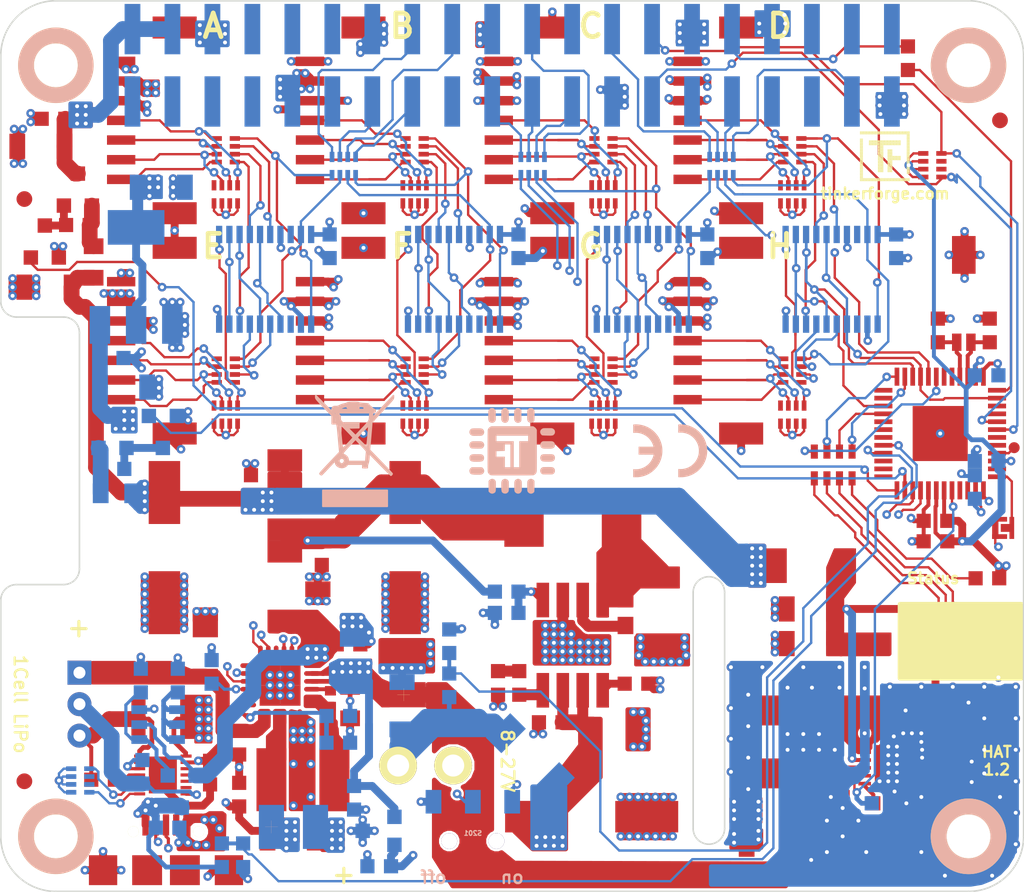
<source format=kicad_pcb>
(kicad_pcb (version 20171130) (host pcbnew 5.0.0-fee4fd1~66~ubuntu18.04.1)
  (layers (0 F.Cu signal hide) (1 GND signal hide) (2 VCC signal hide) (31 B.Cu signal hide) (34 B.Paste user) (35 F.Paste user) (36 B.SilkS user) (37 F.SilkS user) (38 B.Mask user) (39 F.Mask user) (44 Edge.Cuts user))
  (net 0 "")
  (net 1 3V3)
  (net 2 GND)
  (net 3 "Net-(C105-Pad2)")
  (net 4 "Net-(C106-Pad2)")
  (net 5 B-5V)
  (net 6 B-3V3)
  (net 7 "Net-(C201-Pad1)")
  (net 8 BATTERY-OUT)
  (net 9 AGND)
  (net 10 "Net-(C204-Pad2)")
  (net 11 "Net-(C208-Pad1)")
  (net 12 "Net-(C209-Pad1)")
  (net 13 "Net-(C212-Pad2)")
  (net 14 "Net-(C218-Pad1)")
  (net 15 "Net-(C219-Pad1)")
  (net 16 "Net-(C220-Pad2)")
  (net 17 "Net-(CP301-Pad2)")
  (net 18 "Net-(CP301-Pad3)")
  (net 19 "Net-(CP302-Pad2)")
  (net 20 "Net-(CP302-Pad3)")
  (net 21 "Net-(CP303-Pad2)")
  (net 22 "Net-(CP303-Pad3)")
  (net 23 "Net-(CP304-Pad2)")
  (net 24 "Net-(CP304-Pad3)")
  (net 25 "Net-(CP305-Pad2)")
  (net 26 "Net-(CP305-Pad3)")
  (net 27 "Net-(CP306-Pad2)")
  (net 28 "Net-(CP306-Pad3)")
  (net 29 "Net-(CP307-Pad2)")
  (net 30 "Net-(CP307-Pad3)")
  (net 31 "Net-(CP308-Pad2)")
  (net 32 "Net-(CP308-Pad3)")
  (net 33 "Net-(D203-Pad1)")
  (net 34 RASP-SC)
  (net 35 RASP-SD)
  (net 36 "Net-(J101-Pad29)")
  (net 37 "Net-(J101-Pad23)")
  (net 38 "Net-(J101-Pad15)")
  (net 39 "Net-(J101-Pad16)")
  (net 40 "Net-(J101-Pad19)")
  (net 41 "Net-(J101-Pad21)")
  (net 42 "Net-(J101-Pad26)")
  (net 43 "Net-(J101-Pad31)")
  (net 44 "Net-(J102-Pad2)")
  (net 45 "Net-(K201-Pad2)")
  (net 46 "Net-(L101-Pad1)")
  (net 47 "Net-(L102-Pad1)")
  (net 48 "Net-(P301-Pad7)")
  (net 49 "Net-(P302-Pad7)")
  (net 50 "Net-(P303-Pad7)")
  (net 51 "Net-(P304-Pad7)")
  (net 52 "Net-(P305-Pad7)")
  (net 53 "Net-(P306-Pad7)")
  (net 54 "Net-(P307-Pad7)")
  (net 55 "Net-(P308-Pad7)")
  (net 56 "Net-(Q101-PadD)")
  (net 57 "Net-(Q102-PadD)")
  (net 58 USB-IN-VOLTAGE)
  (net 59 DC-IN-VOLTAGE)
  (net 60 CHG-EN)
  (net 61 "Net-(R212-Pad2)")
  (net 62 "Net-(R213-Pad2)")
  (net 63 "Net-(R215-Pad2)")
  (net 64 BATTERY-SCL)
  (net 65 BATTERY-SDA)
  (net 66 "Net-(RP302-Pad5)")
  (net 67 "Net-(RP302-Pad6)")
  (net 68 "Net-(RP302-Pad7)")
  (net 69 "Net-(RP303-Pad5)")
  (net 70 "Net-(RP303-Pad6)")
  (net 71 "Net-(RP303-Pad7)")
  (net 72 "Net-(RP304-Pad5)")
  (net 73 "Net-(RP304-Pad6)")
  (net 74 "Net-(RP304-Pad7)")
  (net 75 "Net-(RP305-Pad5)")
  (net 76 "Net-(RP305-Pad6)")
  (net 77 "Net-(RP305-Pad7)")
  (net 78 "Net-(RP306-Pad5)")
  (net 79 "Net-(RP306-Pad6)")
  (net 80 "Net-(RP306-Pad7)")
  (net 81 "Net-(RP307-Pad5)")
  (net 82 "Net-(RP307-Pad6)")
  (net 83 "Net-(RP307-Pad7)")
  (net 84 "Net-(RP308-Pad5)")
  (net 85 "Net-(RP308-Pad6)")
  (net 86 "Net-(RP308-Pad7)")
  (net 87 "Net-(J101-Pad13)")
  (net 88 "Net-(J101-Pad18)")
  (net 89 "Net-(J101-Pad22)")
  (net 90 "Net-(J101-Pad32)")
  (net 91 "Net-(J101-Pad37)")
  (net 92 "Net-(R210-Pad2)")
  (net 93 B-CS7)
  (net 94 B-CS6)
  (net 95 B-CS5)
  (net 96 B-CS4)
  (net 97 B-CS3)
  (net 98 B-CS1)
  (net 99 B-CS2)
  (net 100 B-CLK)
  (net 101 B-MOSI)
  (net 102 B-MISO)
  (net 103 B-CS0)
  (net 104 "Net-(RP301-Pad5)")
  (net 105 "Net-(RP301-Pad6)")
  (net 106 "Net-(RP301-Pad7)")
  (net 107 "Net-(CP301-Pad1)")
  (net 108 "Net-(CP302-Pad1)")
  (net 109 "Net-(CP303-Pad1)")
  (net 110 "Net-(CP304-Pad1)")
  (net 111 "Net-(CP305-Pad1)")
  (net 112 "Net-(CP306-Pad1)")
  (net 113 "Net-(CP307-Pad1)")
  (net 114 "Net-(CP308-Pad1)")
  (net 115 RASP-GP)
  (net 116 B-CS8)
  (net 117 BOOST-EN)
  (net 118 BOOST-IN)
  (net 119 PWR-IN)
  (net 120 BOOST-OUT)
  (net 121 BOOST-L)
  (net 122 STEP-IN)
  (net 123 STEP-SW)
  (net 124 STEP-OUT)
  (net 125 "Net-(D101-Pad2)")
  (net 126 "Net-(P101-Pad1)")
  (net 127 B-EN)
  (net 128 RASP-EN)
  (net 129 "Net-(D102-Pad2)")
  (net 130 "Net-(D103-Pad2)")
  (net 131 "Net-(D104-Pad2)")
  (net 132 "Net-(RP105-Pad4)")
  (net 133 "Net-(RP105-Pad1)")
  (net 134 "Net-(RP105-Pad2)")
  (net 135 "Net-(RP105-Pad3)")
  (net 136 RASP-PWR)
  (net 137 "Net-(R219-Pad1)")
  (net 138 5V)
  (net 139 "Net-(C231-Pad2)")
  (net 140 "Net-(C232-Pad1)")
  (net 141 D-)
  (net 142 D+)
  (net 143 "Net-(Q201-PadG)")
  (net 144 "Net-(R207-Pad1)")
  (net 145 BATTERY-EN)
  (net 146 +VSW)
  (net 147 PMID)
  (module kicad-libraries:OQ_2P (layer F.Cu) (at 193.2 74)
    (fp_text reference P201)
    (fp_text value Black)
    (pad 1 thru_hole circle (at -1.75006 0) (size 2.4003 2.4003) (drill 1.39954) (layers *.Cu *.Mask F.SilkS) (net 33 "Net-(D203-Pad1)"))
    (pad 2 thru_hole circle (at 1.75006 0) (size 2.4003 2.4003) (drill 1.39954) (layers *.Cu *.Mask F.SilkS) (net 2 GND))
  )
  (module 3528-21 (layer F.Cu) (at 191.8 68.1 90)
    (fp_text reference C229)
    (fp_text value 100uF/16V)
    (pad 2 smd rect (at 1.40048 0 90) (size 1.59954 2.79908) (layers F.Cu F.Paste F.Mask) (net 2 GND) (clearance 0.14986))
    (pad 1 smd rect (at -1.40048 0 90) (size 1.59954 2.79908) (layers F.Cu F.Paste F.Mask) (net 147 PMID) (clearance 0.14986))
  )
  (module kicad-libraries:QFN48-EP2 (layer F.Cu) (at 225.9 52.9 270)
    (fp_text reference U101)
    (fp_text value XMC1404)
    (pad 1 smd rect (at -2.74828 3.61188 90) (size 0.29972 1.14808) (layers F.Cu F.Paste F.Mask))
    (pad 2 smd rect (at -2.2479 3.61188 90) (size 0.29972 1.14808) (layers F.Cu F.Paste F.Mask))
    (pad 3 smd rect (at -1.74752 3.61188 90) (size 0.29972 1.14808) (layers F.Cu F.Paste F.Mask) (net 102 B-MISO))
    (pad 4 smd rect (at -1.24968 3.61188 90) (size 0.29972 1.14808) (layers F.Cu F.Paste F.Mask) (net 135 "Net-(RP105-Pad3)"))
    (pad 5 smd rect (at -0.7493 3.61188 90) (size 0.29972 1.14808) (layers F.Cu F.Paste F.Mask))
    (pad 6 smd rect (at -0.24892 3.61188 90) (size 0.29972 1.14808) (layers F.Cu F.Paste F.Mask))
    (pad 7 smd rect (at 0.24892 3.61188 90) (size 0.29972 1.14808) (layers F.Cu F.Paste F.Mask))
    (pad 8 smd rect (at 0.7493 3.61188 90) (size 0.29972 1.14808) (layers F.Cu F.Paste F.Mask) (net 58 USB-IN-VOLTAGE))
    (pad 9 smd rect (at 1.24968 3.61188 90) (size 0.29972 1.14808) (layers F.Cu F.Paste F.Mask) (net 59 DC-IN-VOLTAGE))
    (pad 10 smd rect (at 1.74752 3.61188 90) (size 0.29972 1.14808) (layers F.Cu F.Paste F.Mask))
    (pad 11 smd rect (at 2.2479 3.61188 90) (size 0.29972 1.14808) (layers F.Cu F.Paste F.Mask))
    (pad 12 smd rect (at 2.74828 3.61188 90) (size 0.29972 1.14808) (layers F.Cu F.Paste F.Mask))
    (pad 13 smd rect (at 3.61188 2.74828 180) (size 0.29972 1.14808) (layers F.Cu F.Paste F.Mask) (net 128 RASP-EN))
    (pad 14 smd rect (at 3.61188 2.2479 180) (size 0.29972 1.14808) (layers F.Cu F.Paste F.Mask) (net 127 B-EN))
    (pad 15 smd rect (at 3.61188 1.74752 180) (size 0.29972 1.14808) (layers F.Cu F.Paste F.Mask) (net 64 BATTERY-SCL))
    (pad 16 smd rect (at 3.61188 1.24968 180) (size 0.29972 1.14808) (layers F.Cu F.Paste F.Mask) (net 65 BATTERY-SDA))
    (pad 17 smd rect (at 3.61188 0.7493 180) (size 0.29972 1.14808) (layers F.Cu F.Paste F.Mask) (net 2 GND))
    (pad 18 smd rect (at 3.61188 0.24892 180) (size 0.29972 1.14808) (layers F.Cu F.Paste F.Mask) (net 1 3V3))
    (pad 19 smd rect (at 3.61188 -0.24892 180) (size 0.29972 1.14808) (layers F.Cu F.Paste F.Mask) (net 1 3V3))
    (pad 20 smd rect (at 3.61188 -0.7493 180) (size 0.29972 1.14808) (layers F.Cu F.Paste F.Mask) (net 117 BOOST-EN))
    (pad 21 smd rect (at 3.61188 -1.24968 180) (size 0.29972 1.14808) (layers F.Cu F.Paste F.Mask))
    (pad 22 smd rect (at 3.61188 -1.74752 180) (size 0.29972 1.14808) (layers F.Cu F.Paste F.Mask))
    (pad 23 smd rect (at 3.61188 -2.2479 180) (size 0.29972 1.14808) (layers F.Cu F.Paste F.Mask) (net 60 CHG-EN))
    (pad 24 smd rect (at 3.61188 -2.74828 180) (size 0.29972 1.14808) (layers F.Cu F.Paste F.Mask) (net 145 BATTERY-EN))
    (pad 25 smd rect (at 2.74828 -3.61188 270) (size 0.29972 1.14808) (layers F.Cu F.Paste F.Mask) (net 44 "Net-(J102-Pad2)"))
    (pad 26 smd rect (at 2.2479 -3.61188 270) (size 0.29972 1.14808) (layers F.Cu F.Paste F.Mask))
    (pad 27 smd rect (at 1.74752 -3.61188 270) (size 0.29972 1.14808) (layers F.Cu F.Paste F.Mask) (net 1 3V3))
    (pad 28 smd rect (at 1.24968 -3.61188 270) (size 0.29972 1.14808) (layers F.Cu F.Paste F.Mask) (net 126 "Net-(P101-Pad1)"))
    (pad 29 smd rect (at 0.7493 -3.61188 270) (size 0.29972 1.14808) (layers F.Cu F.Paste F.Mask))
    (pad 30 smd rect (at 0.24892 -3.61188 270) (size 0.29972 1.14808) (layers F.Cu F.Paste F.Mask))
    (pad 31 smd rect (at -0.24892 -3.61188 270) (size 0.29972 1.14808) (layers F.Cu F.Paste F.Mask) (net 34 RASP-SC))
    (pad 32 smd rect (at -0.7493 -3.61188 270) (size 0.29972 1.14808) (layers F.Cu F.Paste F.Mask) (net 35 RASP-SD))
    (pad 33 smd rect (at -1.24968 -3.61188 270) (size 0.29972 1.14808) (layers F.Cu F.Paste F.Mask))
    (pad 34 smd rect (at -1.74752 -3.61188 270) (size 0.29972 1.14808) (layers F.Cu F.Paste F.Mask))
    (pad 35 smd rect (at -2.2479 -3.61188 270) (size 0.29972 1.14808) (layers F.Cu F.Paste F.Mask) (net 100 B-CLK))
    (pad 36 smd rect (at -2.74828 -3.61188 270) (size 0.29972 1.14808) (layers F.Cu F.Paste F.Mask) (net 115 RASP-GP))
    (pad 37 smd rect (at -3.60934 -2.74828) (size 0.29972 1.15062) (layers F.Cu F.Paste F.Mask) (net 2 GND))
    (pad 38 smd rect (at -3.61188 -2.2479) (size 0.29972 1.14808) (layers F.Cu F.Paste F.Mask) (net 1 3V3))
    (pad 39 smd rect (at -3.61188 -1.74752) (size 0.29972 1.14808) (layers F.Cu F.Paste F.Mask) (net 4 "Net-(C106-Pad2)"))
    (pad 40 smd rect (at -3.61188 -1.24968) (size 0.29972 1.14808) (layers F.Cu F.Paste F.Mask) (net 3 "Net-(C105-Pad2)"))
    (pad 41 smd rect (at -3.61188 -0.7493) (size 0.29972 1.14808) (layers F.Cu F.Paste F.Mask))
    (pad 42 smd rect (at -3.61188 -0.24892) (size 0.29972 1.14808) (layers F.Cu F.Paste F.Mask))
    (pad 43 smd rect (at -3.61188 0.24892) (size 0.29972 1.14808) (layers F.Cu F.Paste F.Mask) (net 133 "Net-(RP105-Pad1)"))
    (pad 44 smd rect (at -3.61188 0.7493) (size 0.29972 1.14808) (layers F.Cu F.Paste F.Mask) (net 116 B-CS8))
    (pad 45 smd rect (at -3.61188 1.24968) (size 0.29972 1.14808) (layers F.Cu F.Paste F.Mask) (net 100 B-CLK))
    (pad 46 smd rect (at -3.61188 1.74752) (size 0.29972 1.14808) (layers F.Cu F.Paste F.Mask) (net 101 B-MOSI))
    (pad 47 smd rect (at -3.61188 2.2479) (size 0.29972 1.14808) (layers F.Cu F.Paste F.Mask) (net 132 "Net-(RP105-Pad4)"))
    (pad 48 smd rect (at -3.61188 2.74828) (size 0.29972 1.14808) (layers F.Cu F.Paste F.Mask) (net 134 "Net-(RP105-Pad2)"))
    (pad EP smd rect (at 0 0 270) (size 3.5 3.5) (layers F.Cu F.Paste F.Mask) (net 2 GND))
  )
  (module kicad-libraries:C0402F (layer F.Cu) (at 187.15 69.75 90)
    (fp_text reference C231)
    (fp_text value 47nF)
    (pad 1 smd rect (at -0.5 0 90) (size 0.6 0.7) (layers F.Cu F.Paste F.Mask) (net 146 +VSW))
    (pad 2 smd rect (at 0.5 0 90) (size 0.6 0.7) (layers F.Cu F.Paste F.Mask) (net 139 "Net-(C231-Pad2)"))
  )
  (module kicad-libraries:C0603F (layer F.Cu) (at 188.3 66.3)
    (fp_text reference C205)
    (fp_text value 100nF/16V)
    (pad 1 smd rect (at -0.75 0) (size 0.9 0.9) (layers F.Cu F.Paste F.Mask) (net 119 PWR-IN))
    (pad 2 smd rect (at 0.75 0) (size 0.9 0.9) (layers F.Cu F.Paste F.Mask) (net 2 GND))
  )
  (module kicad-libraries:C1206 (layer F.Cu) (at 186.35 64.3 90)
    (fp_text reference C203)
    (fp_text value 10uF/16V)
    (pad 1 smd rect (at -1.50114 0 90) (size 1.00076 1.6002) (layers F.Cu F.Paste F.Mask) (net 119 PWR-IN))
    (pad 2 smd rect (at 1.50114 0 90) (size 1.00076 1.6002) (layers F.Cu F.Paste F.Mask) (net 2 GND))
  )
  (module kicad-libraries:JST-PH-3-THT (layer F.Cu) (at 171.2 70.1 270)
    (fp_text reference K201)
    (fp_text value CONN_3)
    (pad 1 thru_hole rect (at -2 0 90) (size 1.524 1.524) (drill 0.762) (layers *.Cu *.Mask) (net 8 BATTERY-OUT))
    (pad 2 thru_hole circle (at 0 0 90) (size 1.524 1.524) (drill 0.762) (layers *.Cu *.Mask) (net 45 "Net-(K201-Pad2)"))
    (pad 3 thru_hole circle (at 2 0 90) (size 1.524 1.524) (drill 0.762) (layers *.Cu *.Mask) (net 9 AGND))
  )
  (module kicad-libraries:CON-SENSOR2_180 (layer F.Cu) (at 190.65 33 90)
    (fp_text reference P303)
    (fp_text value CON-SENSOR2)
    (pad 1 smd rect (at 3.75 -4.8 90) (size 0.6 1.8) (layers F.Cu F.Paste F.Mask) (net 5 B-5V))
    (pad 2 smd rect (at 2.5 -4.8 90) (size 0.6 1.8) (layers F.Cu F.Paste F.Mask) (net 2 GND))
    (pad 3 smd rect (at 1.25 -4.8 90) (size 0.6 1.8) (layers F.Cu F.Paste F.Mask) (net 6 B-3V3))
    (pad 4 smd rect (at 0 -4.8 90) (size 0.6 1.8) (layers F.Cu F.Paste F.Mask) (net 109 "Net-(CP303-Pad1)"))
    (pad 5 smd rect (at -1.25 -4.8 90) (size 0.6 1.8) (layers F.Cu F.Paste F.Mask) (net 21 "Net-(CP303-Pad2)"))
    (pad EP smd rect (at 5.9 -1.4 90) (size 1.4 2.8) (layers F.Cu F.Paste F.Mask) (net 2 GND))
    (pad EP smd rect (at -5.9 -1.4 90) (size 1.4 2.8) (layers F.Cu F.Paste F.Mask) (net 2 GND))
    (pad 6 smd rect (at -2.5 -4.8 90) (size 0.6 1.8) (layers F.Cu F.Paste F.Mask) (net 22 "Net-(CP303-Pad3)"))
    (pad 7 smd rect (at -3.75 -4.8 90) (size 0.6 1.8) (layers F.Cu F.Paste F.Mask) (net 50 "Net-(P303-Pad7)"))
  )
  (module kicad-libraries:CON-SENSOR2_180 (layer F.Cu) (at 178.65 33 90)
    (fp_text reference P301)
    (fp_text value CON-SENSOR2)
    (pad 1 smd rect (at 3.75 -4.8 90) (size 0.6 1.8) (layers F.Cu F.Paste F.Mask) (net 5 B-5V))
    (pad 2 smd rect (at 2.5 -4.8 90) (size 0.6 1.8) (layers F.Cu F.Paste F.Mask) (net 2 GND))
    (pad 3 smd rect (at 1.25 -4.8 90) (size 0.6 1.8) (layers F.Cu F.Paste F.Mask) (net 6 B-3V3))
    (pad 4 smd rect (at 0 -4.8 90) (size 0.6 1.8) (layers F.Cu F.Paste F.Mask) (net 107 "Net-(CP301-Pad1)"))
    (pad 5 smd rect (at -1.25 -4.8 90) (size 0.6 1.8) (layers F.Cu F.Paste F.Mask) (net 17 "Net-(CP301-Pad2)"))
    (pad EP smd rect (at 5.9 -1.4 90) (size 1.4 2.8) (layers F.Cu F.Paste F.Mask) (net 2 GND))
    (pad EP smd rect (at -5.9 -1.4 90) (size 1.4 2.8) (layers F.Cu F.Paste F.Mask) (net 2 GND))
    (pad 6 smd rect (at -2.5 -4.8 90) (size 0.6 1.8) (layers F.Cu F.Paste F.Mask) (net 18 "Net-(CP301-Pad3)"))
    (pad 7 smd rect (at -3.75 -4.8 90) (size 0.6 1.8) (layers F.Cu F.Paste F.Mask) (net 48 "Net-(P301-Pad7)"))
  )
  (module kicad-libraries:C0603F (layer F.Cu) (at 169.55 32.9)
    (fp_text reference C111)
    (fp_text value 100nF)
    (pad 1 smd rect (at -0.75 0) (size 0.9 0.9) (layers F.Cu F.Paste F.Mask) (net 2 GND))
    (pad 2 smd rect (at 0.75 0) (size 0.9 0.9) (layers F.Cu F.Paste F.Mask) (net 136 RASP-PWR))
  )
  (module kicad-libraries:CON-SENSOR2_180 (layer F.Cu) (at 214.65 33 90)
    (fp_text reference P307)
    (fp_text value CON-SENSOR2)
    (pad 1 smd rect (at 3.75 -4.8 90) (size 0.6 1.8) (layers F.Cu F.Paste F.Mask) (net 5 B-5V))
    (pad 2 smd rect (at 2.5 -4.8 90) (size 0.6 1.8) (layers F.Cu F.Paste F.Mask) (net 2 GND))
    (pad 3 smd rect (at 1.25 -4.8 90) (size 0.6 1.8) (layers F.Cu F.Paste F.Mask) (net 6 B-3V3))
    (pad 4 smd rect (at 0 -4.8 90) (size 0.6 1.8) (layers F.Cu F.Paste F.Mask) (net 113 "Net-(CP307-Pad1)"))
    (pad 5 smd rect (at -1.25 -4.8 90) (size 0.6 1.8) (layers F.Cu F.Paste F.Mask) (net 29 "Net-(CP307-Pad2)"))
    (pad EP smd rect (at 5.9 -1.4 90) (size 1.4 2.8) (layers F.Cu F.Paste F.Mask) (net 2 GND))
    (pad EP smd rect (at -5.9 -1.4 90) (size 1.4 2.8) (layers F.Cu F.Paste F.Mask) (net 2 GND))
    (pad 6 smd rect (at -2.5 -4.8 90) (size 0.6 1.8) (layers F.Cu F.Paste F.Mask) (net 30 "Net-(CP307-Pad3)"))
    (pad 7 smd rect (at -3.75 -4.8 90) (size 0.6 1.8) (layers F.Cu F.Paste F.Mask) (net 54 "Net-(P307-Pad7)"))
  )
  (module kicad-libraries:CON-SENSOR2_180 (layer F.Cu) (at 178.65 47 90)
    (fp_text reference P302)
    (fp_text value CON-SENSOR2)
    (pad 1 smd rect (at 3.75 -4.8 90) (size 0.6 1.8) (layers F.Cu F.Paste F.Mask) (net 5 B-5V))
    (pad 2 smd rect (at 2.5 -4.8 90) (size 0.6 1.8) (layers F.Cu F.Paste F.Mask) (net 2 GND))
    (pad 3 smd rect (at 1.25 -4.8 90) (size 0.6 1.8) (layers F.Cu F.Paste F.Mask) (net 6 B-3V3))
    (pad 4 smd rect (at 0 -4.8 90) (size 0.6 1.8) (layers F.Cu F.Paste F.Mask) (net 108 "Net-(CP302-Pad1)"))
    (pad 5 smd rect (at -1.25 -4.8 90) (size 0.6 1.8) (layers F.Cu F.Paste F.Mask) (net 19 "Net-(CP302-Pad2)"))
    (pad EP smd rect (at 5.9 -1.4 90) (size 1.4 2.8) (layers F.Cu F.Paste F.Mask) (net 2 GND))
    (pad EP smd rect (at -5.9 -1.4 90) (size 1.4 2.8) (layers F.Cu F.Paste F.Mask) (net 2 GND))
    (pad 6 smd rect (at -2.5 -4.8 90) (size 0.6 1.8) (layers F.Cu F.Paste F.Mask) (net 20 "Net-(CP302-Pad3)"))
    (pad 7 smd rect (at -3.75 -4.8 90) (size 0.6 1.8) (layers F.Cu F.Paste F.Mask) (net 49 "Net-(P302-Pad7)"))
  )
  (module kicad-libraries:CON-SENSOR2_180 (layer F.Cu) (at 190.65 47 90)
    (fp_text reference P304)
    (fp_text value CON-SENSOR2)
    (pad 1 smd rect (at 3.75 -4.8 90) (size 0.6 1.8) (layers F.Cu F.Paste F.Mask) (net 5 B-5V))
    (pad 2 smd rect (at 2.5 -4.8 90) (size 0.6 1.8) (layers F.Cu F.Paste F.Mask) (net 2 GND))
    (pad 3 smd rect (at 1.25 -4.8 90) (size 0.6 1.8) (layers F.Cu F.Paste F.Mask) (net 6 B-3V3))
    (pad 4 smd rect (at 0 -4.8 90) (size 0.6 1.8) (layers F.Cu F.Paste F.Mask) (net 110 "Net-(CP304-Pad1)"))
    (pad 5 smd rect (at -1.25 -4.8 90) (size 0.6 1.8) (layers F.Cu F.Paste F.Mask) (net 23 "Net-(CP304-Pad2)"))
    (pad EP smd rect (at 5.9 -1.4 90) (size 1.4 2.8) (layers F.Cu F.Paste F.Mask) (net 2 GND))
    (pad EP smd rect (at -5.9 -1.4 90) (size 1.4 2.8) (layers F.Cu F.Paste F.Mask) (net 2 GND))
    (pad 6 smd rect (at -2.5 -4.8 90) (size 0.6 1.8) (layers F.Cu F.Paste F.Mask) (net 24 "Net-(CP304-Pad3)"))
    (pad 7 smd rect (at -3.75 -4.8 90) (size 0.6 1.8) (layers F.Cu F.Paste F.Mask) (net 51 "Net-(P304-Pad7)"))
  )
  (module kicad-libraries:CON-SENSOR2_180 (layer F.Cu) (at 202.65 33 90)
    (fp_text reference P305)
    (fp_text value CON-SENSOR2)
    (pad 1 smd rect (at 3.75 -4.8 90) (size 0.6 1.8) (layers F.Cu F.Paste F.Mask) (net 5 B-5V))
    (pad 2 smd rect (at 2.5 -4.8 90) (size 0.6 1.8) (layers F.Cu F.Paste F.Mask) (net 2 GND))
    (pad 3 smd rect (at 1.25 -4.8 90) (size 0.6 1.8) (layers F.Cu F.Paste F.Mask) (net 6 B-3V3))
    (pad 4 smd rect (at 0 -4.8 90) (size 0.6 1.8) (layers F.Cu F.Paste F.Mask) (net 111 "Net-(CP305-Pad1)"))
    (pad 5 smd rect (at -1.25 -4.8 90) (size 0.6 1.8) (layers F.Cu F.Paste F.Mask) (net 25 "Net-(CP305-Pad2)"))
    (pad EP smd rect (at 5.9 -1.4 90) (size 1.4 2.8) (layers F.Cu F.Paste F.Mask) (net 2 GND))
    (pad EP smd rect (at -5.9 -1.4 90) (size 1.4 2.8) (layers F.Cu F.Paste F.Mask) (net 2 GND))
    (pad 6 smd rect (at -2.5 -4.8 90) (size 0.6 1.8) (layers F.Cu F.Paste F.Mask) (net 26 "Net-(CP305-Pad3)"))
    (pad 7 smd rect (at -3.75 -4.8 90) (size 0.6 1.8) (layers F.Cu F.Paste F.Mask) (net 52 "Net-(P305-Pad7)"))
  )
  (module kicad-libraries:CON-SENSOR2_180 (layer F.Cu) (at 202.65 47 90)
    (fp_text reference P306)
    (fp_text value CON-SENSOR2)
    (pad 1 smd rect (at 3.75 -4.8 90) (size 0.6 1.8) (layers F.Cu F.Paste F.Mask) (net 5 B-5V))
    (pad 2 smd rect (at 2.5 -4.8 90) (size 0.6 1.8) (layers F.Cu F.Paste F.Mask) (net 2 GND))
    (pad 3 smd rect (at 1.25 -4.8 90) (size 0.6 1.8) (layers F.Cu F.Paste F.Mask) (net 6 B-3V3))
    (pad 4 smd rect (at 0 -4.8 90) (size 0.6 1.8) (layers F.Cu F.Paste F.Mask) (net 112 "Net-(CP306-Pad1)"))
    (pad 5 smd rect (at -1.25 -4.8 90) (size 0.6 1.8) (layers F.Cu F.Paste F.Mask) (net 27 "Net-(CP306-Pad2)"))
    (pad EP smd rect (at 5.9 -1.4 90) (size 1.4 2.8) (layers F.Cu F.Paste F.Mask) (net 2 GND))
    (pad EP smd rect (at -5.9 -1.4 90) (size 1.4 2.8) (layers F.Cu F.Paste F.Mask) (net 2 GND))
    (pad 6 smd rect (at -2.5 -4.8 90) (size 0.6 1.8) (layers F.Cu F.Paste F.Mask) (net 28 "Net-(CP306-Pad3)"))
    (pad 7 smd rect (at -3.75 -4.8 90) (size 0.6 1.8) (layers F.Cu F.Paste F.Mask) (net 53 "Net-(P306-Pad7)"))
  )
  (module kicad-libraries:CON-SENSOR2_180 (layer F.Cu) (at 214.65 47 90)
    (fp_text reference P308)
    (fp_text value CON-SENSOR2)
    (pad 1 smd rect (at 3.75 -4.8 90) (size 0.6 1.8) (layers F.Cu F.Paste F.Mask) (net 5 B-5V))
    (pad 2 smd rect (at 2.5 -4.8 90) (size 0.6 1.8) (layers F.Cu F.Paste F.Mask) (net 2 GND))
    (pad 3 smd rect (at 1.25 -4.8 90) (size 0.6 1.8) (layers F.Cu F.Paste F.Mask) (net 6 B-3V3))
    (pad 4 smd rect (at 0 -4.8 90) (size 0.6 1.8) (layers F.Cu F.Paste F.Mask) (net 114 "Net-(CP308-Pad1)"))
    (pad 5 smd rect (at -1.25 -4.8 90) (size 0.6 1.8) (layers F.Cu F.Paste F.Mask) (net 31 "Net-(CP308-Pad2)"))
    (pad EP smd rect (at 5.9 -1.4 90) (size 1.4 2.8) (layers F.Cu F.Paste F.Mask) (net 2 GND))
    (pad EP smd rect (at -5.9 -1.4 90) (size 1.4 2.8) (layers F.Cu F.Paste F.Mask) (net 2 GND))
    (pad 6 smd rect (at -2.5 -4.8 90) (size 0.6 1.8) (layers F.Cu F.Paste F.Mask) (net 32 "Net-(CP308-Pad3)"))
    (pad 7 smd rect (at -3.75 -4.8 90) (size 0.6 1.8) (layers F.Cu F.Paste F.Mask) (net 55 "Net-(P308-Pad7)"))
  )
  (module kicad-libraries:SO-8 (layer F.Cu) (at 202.55 66.35 180)
    (fp_text reference U203)
    (fp_text value AOZ1212)
    (pad 1 smd rect (at -1.90246 2.86766) (size 0.79756 2.19964) (layers F.Cu F.Paste F.Mask) (net 123 STEP-SW))
    (pad 2 smd rect (at -0.63246 2.86766) (size 0.79756 2.19964) (layers F.Cu F.Paste F.Mask) (net 13 "Net-(C212-Pad2)"))
    (pad 3 smd rect (at 0.63246 2.86766) (size 0.79756 2.19964) (layers F.Cu F.Paste F.Mask) (net 2 GND))
    (pad 4 smd rect (at 1.90246 2.86766) (size 0.79756 2.19964) (layers F.Cu F.Paste F.Mask) (net 62 "Net-(R213-Pad2)"))
    (pad 5 smd rect (at 1.90246 -2.86766 180) (size 0.79756 2.19964) (layers F.Cu F.Paste F.Mask) (net 61 "Net-(R212-Pad2)"))
    (pad 6 smd rect (at 0.63246 -2.86766 180) (size 0.79756 2.19964) (layers F.Cu F.Paste F.Mask) (net 122 STEP-IN))
    (pad 7 smd rect (at -0.63246 -2.86766 180) (size 0.79756 2.19964) (layers F.Cu F.Paste F.Mask) (net 122 STEP-IN))
    (pad 8 smd rect (at -1.90246 -2.86766 180) (size 0.79756 2.19964) (layers F.Cu F.Paste F.Mask) (net 11 "Net-(C208-Pad1)"))
  )
  (module kicad-libraries:ELKO_83 (layer F.Cu) (at 191.9 60.15 90)
    (fp_text reference C217)
    (fp_text value 470µF/16V)
    (pad 2 smd rect (at -3.50012 0 90) (size 4.0005 1.99898) (layers F.Cu F.Paste F.Mask) (net 2 GND))
    (pad 1 smd rect (at 3.50012 0 90) (size 4.0005 1.99898) (layers F.Cu F.Paste F.Mask) (net 124 STEP-OUT))
  )
  (module kicad-libraries:TSSOP20 (layer B.Cu) (at 183 43.1 180)
    (fp_text reference U301)
    (fp_text value 74AHC244)
    (pad 1 smd rect (at -2.92354 -2.84988) (size 0.39878 1.09982) (layers B.Cu B.Paste B.Mask) (net 103 B-CS0))
    (pad 2 smd rect (at -2.2733 -2.84988) (size 0.39878 1.09982) (layers B.Cu B.Paste B.Mask) (net 2 GND))
    (pad 3 smd rect (at -1.62306 -2.84988) (size 0.39878 1.09982) (layers B.Cu B.Paste B.Mask))
    (pad 4 smd rect (at -0.97282 -2.84988) (size 0.39878 1.09982) (layers B.Cu B.Paste B.Mask) (net 100 B-CLK))
    (pad 5 smd rect (at -0.32258 -2.84988) (size 0.39878 1.09982) (layers B.Cu B.Paste B.Mask) (net 68 "Net-(RP302-Pad7)"))
    (pad 6 smd rect (at 0.32258 -2.84988) (size 0.39878 1.09982) (layers B.Cu B.Paste B.Mask) (net 101 B-MOSI))
    (pad 7 smd rect (at 0.97282 -2.84988) (size 0.39878 1.09982) (layers B.Cu B.Paste B.Mask) (net 67 "Net-(RP302-Pad6)"))
    (pad 8 smd rect (at 1.62306 -2.84988) (size 0.39878 1.09982) (layers B.Cu B.Paste B.Mask) (net 104 "Net-(RP301-Pad5)"))
    (pad 9 smd rect (at 2.2733 -2.84988) (size 0.39878 1.09982) (layers B.Cu B.Paste B.Mask) (net 102 B-MISO))
    (pad 10 smd rect (at 2.92354 -2.84988) (size 0.39878 1.09982) (layers B.Cu B.Paste B.Mask) (net 2 GND))
    (pad 11 smd rect (at 2.92354 2.84988 180) (size 0.39878 1.09982) (layers B.Cu B.Paste B.Mask) (net 66 "Net-(RP302-Pad5)"))
    (pad 12 smd rect (at 2.2733 2.84988 180) (size 0.39878 1.09982) (layers B.Cu B.Paste B.Mask) (net 102 B-MISO))
    (pad 13 smd rect (at 1.62306 2.84988 180) (size 0.39878 1.09982) (layers B.Cu B.Paste B.Mask) (net 101 B-MOSI))
    (pad 14 smd rect (at 0.97282 2.84988 180) (size 0.39878 1.09982) (layers B.Cu B.Paste B.Mask) (net 105 "Net-(RP301-Pad6)"))
    (pad 15 smd rect (at 0.32258 2.84988 180) (size 0.39878 1.09982) (layers B.Cu B.Paste B.Mask) (net 100 B-CLK))
    (pad 16 smd rect (at -0.32258 2.84988 180) (size 0.39878 1.09982) (layers B.Cu B.Paste B.Mask) (net 106 "Net-(RP301-Pad7)"))
    (pad 17 smd rect (at -0.97282 2.84988 180) (size 0.39878 1.09982) (layers B.Cu B.Paste B.Mask) (net 2 GND))
    (pad 18 smd rect (at -1.62306 2.84988 180) (size 0.39878 1.09982) (layers B.Cu B.Paste B.Mask))
    (pad 19 smd rect (at -2.2733 2.84988 180) (size 0.39878 1.09982) (layers B.Cu B.Paste B.Mask) (net 98 B-CS1))
    (pad 20 smd rect (at -2.92354 2.84988 180) (size 0.39878 1.09982) (layers B.Cu B.Paste B.Mask) (net 6 B-3V3))
  )
  (module kicad-libraries:C0603F (layer B.Cu) (at 228.85 49.2)
    (fp_text reference C101)
    (fp_text value 100nF)
    (pad 1 smd rect (at -0.75 0) (size 0.9 0.9) (layers B.Cu B.Paste B.Mask) (net 1 3V3))
    (pad 2 smd rect (at 0.75 0) (size 0.9 0.9) (layers B.Cu B.Paste B.Mask) (net 2 GND))
  )
  (module kicad-libraries:C0603F (layer F.Cu) (at 225.6 59.75 180)
    (fp_text reference C102)
    (fp_text value 220nF)
    (pad 1 smd rect (at -0.75 0 180) (size 0.9 0.9) (layers F.Cu F.Paste F.Mask) (net 1 3V3))
    (pad 2 smd rect (at 0.75 0 180) (size 0.9 0.9) (layers F.Cu F.Paste F.Mask) (net 2 GND))
  )
  (module kicad-libraries:C0603F (layer B.Cu) (at 228.85 54.65 180)
    (fp_text reference C103)
    (fp_text value 100nF)
    (pad 1 smd rect (at -0.75 0 180) (size 0.9 0.9) (layers B.Cu B.Paste B.Mask) (net 1 3V3))
    (pad 2 smd rect (at 0.75 0 180) (size 0.9 0.9) (layers B.Cu B.Paste B.Mask) (net 2 GND))
  )
  (module kicad-libraries:C0603F (layer F.Cu) (at 225.6 58.45 180)
    (fp_text reference C104)
    (fp_text value 100nF)
    (pad 1 smd rect (at -0.75 0 180) (size 0.9 0.9) (layers F.Cu F.Paste F.Mask) (net 1 3V3))
    (pad 2 smd rect (at 0.75 0 180) (size 0.9 0.9) (layers F.Cu F.Paste F.Mask) (net 2 GND))
  )
  (module kicad-libraries:C0603F (layer F.Cu) (at 225.75 46.35 270)
    (fp_text reference C105)
    (fp_text value 10pF)
    (pad 1 smd rect (at -0.75 0 270) (size 0.9 0.9) (layers F.Cu F.Paste F.Mask) (net 2 GND))
    (pad 2 smd rect (at 0.75 0 270) (size 0.9 0.9) (layers F.Cu F.Paste F.Mask) (net 3 "Net-(C105-Pad2)"))
  )
  (module kicad-libraries:C0603F (layer F.Cu) (at 229.05 46.35 270)
    (fp_text reference C106)
    (fp_text value 10pF)
    (pad 1 smd rect (at -0.75 0 270) (size 0.9 0.9) (layers F.Cu F.Paste F.Mask) (net 2 GND))
    (pad 2 smd rect (at 0.75 0 270) (size 0.9 0.9) (layers F.Cu F.Paste F.Mask) (net 4 "Net-(C106-Pad2)"))
  )
  (module kicad-libraries:C1206 (layer F.Cu) (at 169.2 43.6 180)
    (fp_text reference C107)
    (fp_text value 10uF)
    (pad 1 smd rect (at -1.50114 0 180) (size 1.00076 1.6002) (layers F.Cu F.Paste F.Mask) (net 138 5V))
    (pad 2 smd rect (at 1.50114 0 180) (size 1.00076 1.6002) (layers F.Cu F.Paste F.Mask) (net 2 GND))
  )
  (module kicad-libraries:C1206 (layer B.Cu) (at 174 49.95)
    (fp_text reference C108)
    (fp_text value 10uF)
    (pad 1 smd rect (at -1.50114 0) (size 1.00076 1.6002) (layers B.Cu B.Paste B.Mask) (net 5 B-5V))
    (pad 2 smd rect (at 1.50114 0) (size 1.00076 1.6002) (layers B.Cu B.Paste B.Mask) (net 2 GND))
  )
  (module kicad-libraries:C0603F (layer B.Cu) (at 173.25 48.1)
    (fp_text reference C109)
    (fp_text value 100nF)
    (pad 1 smd rect (at -0.75 0) (size 0.9 0.9) (layers B.Cu B.Paste B.Mask) (net 5 B-5V))
    (pad 2 smd rect (at 0.75 0) (size 0.9 0.9) (layers B.Cu B.Paste B.Mask) (net 2 GND))
  )
  (module kicad-libraries:C1206 (layer F.Cu) (at 168.75 34.65)
    (fp_text reference C110)
    (fp_text value 10uF)
    (pad 1 smd rect (at -1.50114 0) (size 1.00076 1.6002) (layers F.Cu F.Paste F.Mask) (net 2 GND))
    (pad 2 smd rect (at 1.50114 0) (size 1.00076 1.6002) (layers F.Cu F.Paste F.Mask) (net 136 RASP-PWR))
  )
  (module kicad-libraries:C1206 (layer B.Cu) (at 176.4 37.25)
    (fp_text reference C112)
    (fp_text value 10uF)
    (pad 1 smd rect (at -1.50114 0) (size 1.00076 1.6002) (layers B.Cu B.Paste B.Mask) (net 6 B-3V3))
    (pad 2 smd rect (at 1.50114 0) (size 1.00076 1.6002) (layers B.Cu B.Paste B.Mask) (net 2 GND))
  )
  (module kicad-libraries:C0603F (layer B.Cu) (at 176.8 77.95)
    (fp_text reference C201)
    (fp_text value 100nF/16V)
    (pad 1 smd rect (at -0.75 0) (size 0.9 0.9) (layers B.Cu B.Paste B.Mask) (net 7 "Net-(C201-Pad1)"))
    (pad 2 smd rect (at 0.75 0) (size 0.9 0.9) (layers B.Cu B.Paste B.Mask) (net 2 GND))
  )
  (module kicad-libraries:C0603F (layer F.Cu) (at 179.5 74.45 270)
    (fp_text reference C202)
    (fp_text value 100nF/16V)
    (pad 1 smd rect (at -0.75 0 270) (size 0.9 0.9) (layers F.Cu F.Paste F.Mask) (net 8 BATTERY-OUT))
    (pad 2 smd rect (at 0.75 0 270) (size 0.9 0.9) (layers F.Cu F.Paste F.Mask) (net 9 AGND))
  )
  (module kicad-libraries:C0603F (layer F.Cu) (at 172.7 74.9)
    (fp_text reference C204)
    (fp_text value 470nF)
    (pad 1 smd rect (at -0.75 0) (size 0.9 0.9) (layers F.Cu F.Paste F.Mask) (net 9 AGND))
    (pad 2 smd rect (at 0.75 0) (size 0.9 0.9) (layers F.Cu F.Paste F.Mask) (net 10 "Net-(C204-Pad2)"))
  )
  (module kicad-libraries:ELKO_83 (layer F.Cu) (at 203.75 77.25 180)
    (fp_text reference C206)
    (fp_text value 220µF/35V)
    (pad 2 smd rect (at -3.50012 0 180) (size 4.0005 1.99898) (layers F.Cu F.Paste F.Mask) (net 2 GND))
    (pad 1 smd rect (at 3.50012 0 180) (size 4.0005 1.99898) (layers F.Cu F.Paste F.Mask) (net 122 STEP-IN))
  )
  (module kicad-libraries:C0603F (layer F.Cu) (at 201.15 71.25 180)
    (fp_text reference C207)
    (fp_text value 100nF)
    (pad 1 smd rect (at -0.75 0 180) (size 0.9 0.9) (layers F.Cu F.Paste F.Mask) (net 122 STEP-IN))
    (pad 2 smd rect (at 0.75 0 180) (size 0.9 0.9) (layers F.Cu F.Paste F.Mask) (net 2 GND))
  )
  (module kicad-libraries:C0603F (layer F.Cu) (at 206.6 68.8)
    (fp_text reference C208)
    (fp_text value 1µF/10V)
    (pad 1 smd rect (at -0.75 0) (size 0.9 0.9) (layers F.Cu F.Paste F.Mask) (net 11 "Net-(C208-Pad1)"))
    (pad 2 smd rect (at 0.75 0) (size 0.9 0.9) (layers F.Cu F.Paste F.Mask) (net 2 GND))
  )
  (module kicad-libraries:C0603F (layer F.Cu) (at 197.8 68.75 270)
    (fp_text reference C209)
    (fp_text value 1nF)
    (pad 1 smd rect (at -0.75 0 270) (size 0.9 0.9) (layers F.Cu F.Paste F.Mask) (net 12 "Net-(C209-Pad1)"))
    (pad 2 smd rect (at 0.75 0 270) (size 0.9 0.9) (layers F.Cu F.Paste F.Mask) (net 2 GND))
  )
  (module kicad-libraries:C0603F (layer F.Cu) (at 181.35 75.85 90)
    (fp_text reference C210)
    (fp_text value 100nF/16V)
    (pad 1 smd rect (at -0.75 0 90) (size 0.9 0.9) (layers F.Cu F.Paste F.Mask) (net 118 BOOST-IN))
    (pad 2 smd rect (at 0.75 0 90) (size 0.9 0.9) (layers F.Cu F.Paste F.Mask) (net 2 GND))
  )
  (module kicad-libraries:C0603F (layer F.Cu) (at 181.35 72.55 270)
    (fp_text reference C211)
    (fp_text value 100nF/16V)
    (pad 1 smd rect (at -0.75 0 270) (size 0.9 0.9) (layers F.Cu F.Paste F.Mask) (net 8 BATTERY-OUT))
    (pad 2 smd rect (at 0.75 0 270) (size 0.9 0.9) (layers F.Cu F.Paste F.Mask) (net 2 GND))
  )
  (module kicad-libraries:C0603E (layer F.Cu) (at 205.9 64.25 270)
    (fp_text reference C212)
    (fp_text value 100nF)
    (pad 1 smd rect (at -0.8501 0 270) (size 1.1 1) (layers F.Cu F.Paste F.Mask) (net 123 STEP-SW))
    (pad 2 smd rect (at 0.8501 0 270) (size 1.1 1) (layers F.Cu F.Paste F.Mask) (net 13 "Net-(C212-Pad2)"))
  )
  (module kicad-libraries:C1206 (layer F.Cu) (at 179.2 66.85 90)
    (fp_text reference C213)
    (fp_text value 10uF/16V)
    (pad 1 smd rect (at -1.50114 0 90) (size 1.00076 1.6002) (layers F.Cu F.Paste F.Mask) (net 8 BATTERY-OUT))
    (pad 2 smd rect (at 1.50114 0 90) (size 1.00076 1.6002) (layers F.Cu F.Paste F.Mask) (net 2 GND))
  )
  (module kicad-libraries:C0603F (layer F.Cu) (at 186.6 60.5 270)
    (fp_text reference C216)
    (fp_text value 100nF)
    (pad 1 smd rect (at -0.75 0 270) (size 0.9 0.9) (layers F.Cu F.Paste F.Mask) (net 124 STEP-OUT))
    (pad 2 smd rect (at 0.75 0 270) (size 0.9 0.9) (layers F.Cu F.Paste F.Mask) (net 2 GND))
  )
  (module kicad-libraries:C0603F (layer F.Cu) (at 226.4 75.05)
    (fp_text reference C218)
    (fp_text value 100nF)
    (pad 1 smd rect (at -0.75 0) (size 0.9 0.9) (layers F.Cu F.Paste F.Mask) (net 14 "Net-(C218-Pad1)"))
    (pad 2 smd rect (at 0.75 0) (size 0.9 0.9) (layers F.Cu F.Paste F.Mask) (net 2 GND))
  )
  (module kicad-libraries:C0603F (layer F.Cu) (at 223 77.15 90)
    (fp_text reference C219)
    (fp_text value 10nF)
    (pad 1 smd rect (at -0.75 0 90) (size 0.9 0.9) (layers F.Cu F.Paste F.Mask) (net 15 "Net-(C219-Pad1)"))
    (pad 2 smd rect (at 0.75 0 90) (size 0.9 0.9) (layers F.Cu F.Paste F.Mask) (net 2 GND))
  )
  (module kicad-libraries:C0603F (layer F.Cu) (at 225.6 71.65 270)
    (fp_text reference C220)
    (fp_text value 100pF)
    (pad 1 smd rect (at -0.75 0 270) (size 0.9 0.9) (layers F.Cu F.Paste F.Mask) (net 120 BOOST-OUT))
    (pad 2 smd rect (at 0.75 0 270) (size 0.9 0.9) (layers F.Cu F.Paste F.Mask) (net 16 "Net-(C220-Pad2)"))
  )
  (module kicad-libraries:C1206 (layer F.Cu) (at 217.65 64.05 180)
    (fp_text reference C221)
    (fp_text value 10uF/16V)
    (pad 1 smd rect (at -1.50114 0 180) (size 1.00076 1.6002) (layers F.Cu F.Paste F.Mask) (net 120 BOOST-OUT))
    (pad 2 smd rect (at 1.50114 0 180) (size 1.00076 1.6002) (layers F.Cu F.Paste F.Mask) (net 2 GND))
  )
  (module kicad-libraries:C1206 (layer F.Cu) (at 217.65 66.25 180)
    (fp_text reference C222)
    (fp_text value 10uF/16V)
    (pad 1 smd rect (at -1.50114 0 180) (size 1.00076 1.6002) (layers F.Cu F.Paste F.Mask) (net 120 BOOST-OUT))
    (pad 2 smd rect (at 1.50114 0 180) (size 1.00076 1.6002) (layers F.Cu F.Paste F.Mask) (net 2 GND))
  )
  (module kicad-libraries:C0603F (layer F.Cu) (at 182.1 56.3 90)
    (fp_text reference C223)
    (fp_text value 100nF/16V)
    (pad 1 smd rect (at -0.75 0 90) (size 0.9 0.9) (layers F.Cu F.Paste F.Mask) (net 138 5V))
    (pad 2 smd rect (at 0.75 0 90) (size 0.9 0.9) (layers F.Cu F.Paste F.Mask) (net 2 GND))
  )
  (module kicad-libraries:ELKO_83 (layer F.Cu) (at 176.6 60.15 90)
    (fp_text reference C224)
    (fp_text value 470µF/16V)
    (pad 2 smd rect (at -3.50012 0 90) (size 4.0005 1.99898) (layers F.Cu F.Paste F.Mask) (net 2 GND))
    (pad 1 smd rect (at 3.50012 0 90) (size 4.0005 1.99898) (layers F.Cu F.Paste F.Mask) (net 138 5V))
  )
  (module kicad-libraries:C0603F (layer B.Cu) (at 188.65 76.05 270)
    (fp_text reference C225)
    (fp_text value 1µF/10V)
    (pad 1 smd rect (at -0.75 0 270) (size 0.9 0.9) (layers B.Cu B.Paste B.Mask) (net 147 PMID))
    (pad 2 smd rect (at 0.75 0 270) (size 0.9 0.9) (layers B.Cu B.Paste B.Mask) (net 2 GND))
  )
  (module kicad-libraries:C0603F (layer B.Cu) (at 190.25 80.4 180)
    (fp_text reference C226)
    (fp_text value 1µF/10V)
    (pad 1 smd rect (at -0.75 0 180) (size 0.9 0.9) (layers B.Cu B.Paste B.Mask) (net 1 3V3))
    (pad 2 smd rect (at 0.75 0 180) (size 0.9 0.9) (layers B.Cu B.Paste B.Mask) (net 2 GND))
  )
  (module kicad-libraries:C0603F (layer B.Cu) (at 187.1 41 90)
    (fp_text reference C301)
    (fp_text value 100nF)
    (pad 1 smd rect (at -0.75 0 90) (size 0.9 0.9) (layers B.Cu B.Paste B.Mask) (net 2 GND))
    (pad 2 smd rect (at 0.75 0 90) (size 0.9 0.9) (layers B.Cu B.Paste B.Mask) (net 6 B-3V3))
  )
  (module kicad-libraries:C0603F (layer B.Cu) (at 199.1 41 90)
    (fp_text reference C302)
    (fp_text value 100nF)
    (pad 1 smd rect (at -0.75 0 90) (size 0.9 0.9) (layers B.Cu B.Paste B.Mask) (net 2 GND))
    (pad 2 smd rect (at 0.75 0 90) (size 0.9 0.9) (layers B.Cu B.Paste B.Mask) (net 6 B-3V3))
  )
  (module kicad-libraries:C0603F (layer B.Cu) (at 211.1 41 90)
    (fp_text reference C303)
    (fp_text value 100nF)
    (pad 1 smd rect (at -0.75 0 90) (size 0.9 0.9) (layers B.Cu B.Paste B.Mask) (net 2 GND))
    (pad 2 smd rect (at 0.75 0 90) (size 0.9 0.9) (layers B.Cu B.Paste B.Mask) (net 6 B-3V3))
  )
  (module kicad-libraries:C0603F (layer B.Cu) (at 223.1 41 90)
    (fp_text reference C304)
    (fp_text value 100nF)
    (pad 1 smd rect (at -0.75 0 90) (size 0.9 0.9) (layers B.Cu B.Paste B.Mask) (net 2 GND))
    (pad 2 smd rect (at 0.75 0 90) (size 0.9 0.9) (layers B.Cu B.Paste B.Mask) (net 6 B-3V3))
  )
  (module kicad-libraries:4X0402 (layer F.Cu) (at 180.5 37.7 180)
    (fp_text reference CP301)
    (fp_text value 220pF)
    (pad 8 smd rect (at -0.7493 -0.575 180) (size 0.29972 0.65) (layers F.Cu F.Paste F.Mask) (net 2 GND))
    (pad 7 smd rect (at -0.24892 -0.575 180) (size 0.29972 0.65) (layers F.Cu F.Paste F.Mask) (net 2 GND))
    (pad 6 smd rect (at 0.24892 -0.575 180) (size 0.29972 0.65) (layers F.Cu F.Paste F.Mask) (net 2 GND))
    (pad 5 smd rect (at 0.7493 -0.575 180) (size 0.29972 0.65) (layers F.Cu F.Paste F.Mask) (net 2 GND))
    (pad 4 smd rect (at 0.7493 0.575) (size 0.29972 0.65) (layers F.Cu F.Paste F.Mask))
    (pad 3 smd rect (at 0.24892 0.575) (size 0.29972 0.65) (layers F.Cu F.Paste F.Mask) (net 18 "Net-(CP301-Pad3)"))
    (pad 2 smd rect (at -0.24892 0.575) (size 0.29972 0.65) (layers F.Cu F.Paste F.Mask) (net 17 "Net-(CP301-Pad2)"))
    (pad 1 smd rect (at -0.7493 0.575) (size 0.29972 0.65) (layers F.Cu F.Paste F.Mask) (net 107 "Net-(CP301-Pad1)"))
  )
  (module kicad-libraries:4X0402 (layer F.Cu) (at 180.5 51.7 180)
    (fp_text reference CP302)
    (fp_text value 220pF)
    (pad 1 smd rect (at -0.7493 0.575) (size 0.29972 0.65) (layers F.Cu F.Paste F.Mask) (net 108 "Net-(CP302-Pad1)"))
    (pad 2 smd rect (at -0.24892 0.575) (size 0.29972 0.65) (layers F.Cu F.Paste F.Mask) (net 19 "Net-(CP302-Pad2)"))
    (pad 3 smd rect (at 0.24892 0.575) (size 0.29972 0.65) (layers F.Cu F.Paste F.Mask) (net 20 "Net-(CP302-Pad3)"))
    (pad 4 smd rect (at 0.7493 0.575) (size 0.29972 0.65) (layers F.Cu F.Paste F.Mask))
    (pad 5 smd rect (at 0.7493 -0.575 180) (size 0.29972 0.65) (layers F.Cu F.Paste F.Mask) (net 2 GND))
    (pad 6 smd rect (at 0.24892 -0.575 180) (size 0.29972 0.65) (layers F.Cu F.Paste F.Mask) (net 2 GND))
    (pad 7 smd rect (at -0.24892 -0.575 180) (size 0.29972 0.65) (layers F.Cu F.Paste F.Mask) (net 2 GND))
    (pad 8 smd rect (at -0.7493 -0.575 180) (size 0.29972 0.65) (layers F.Cu F.Paste F.Mask) (net 2 GND))
  )
  (module kicad-libraries:4X0402 (layer F.Cu) (at 192.5 37.7 180)
    (fp_text reference CP303)
    (fp_text value 220pF)
    (pad 1 smd rect (at -0.7493 0.575) (size 0.29972 0.65) (layers F.Cu F.Paste F.Mask) (net 109 "Net-(CP303-Pad1)"))
    (pad 2 smd rect (at -0.24892 0.575) (size 0.29972 0.65) (layers F.Cu F.Paste F.Mask) (net 21 "Net-(CP303-Pad2)"))
    (pad 3 smd rect (at 0.24892 0.575) (size 0.29972 0.65) (layers F.Cu F.Paste F.Mask) (net 22 "Net-(CP303-Pad3)"))
    (pad 4 smd rect (at 0.7493 0.575) (size 0.29972 0.65) (layers F.Cu F.Paste F.Mask))
    (pad 5 smd rect (at 0.7493 -0.575 180) (size 0.29972 0.65) (layers F.Cu F.Paste F.Mask) (net 2 GND))
    (pad 6 smd rect (at 0.24892 -0.575 180) (size 0.29972 0.65) (layers F.Cu F.Paste F.Mask) (net 2 GND))
    (pad 7 smd rect (at -0.24892 -0.575 180) (size 0.29972 0.65) (layers F.Cu F.Paste F.Mask) (net 2 GND))
    (pad 8 smd rect (at -0.7493 -0.575 180) (size 0.29972 0.65) (layers F.Cu F.Paste F.Mask) (net 2 GND))
  )
  (module kicad-libraries:4X0402 (layer F.Cu) (at 192.5 51.7 180)
    (fp_text reference CP304)
    (fp_text value 220pF)
    (pad 1 smd rect (at -0.7493 0.575) (size 0.29972 0.65) (layers F.Cu F.Paste F.Mask) (net 110 "Net-(CP304-Pad1)"))
    (pad 2 smd rect (at -0.24892 0.575) (size 0.29972 0.65) (layers F.Cu F.Paste F.Mask) (net 23 "Net-(CP304-Pad2)"))
    (pad 3 smd rect (at 0.24892 0.575) (size 0.29972 0.65) (layers F.Cu F.Paste F.Mask) (net 24 "Net-(CP304-Pad3)"))
    (pad 4 smd rect (at 0.7493 0.575) (size 0.29972 0.65) (layers F.Cu F.Paste F.Mask))
    (pad 5 smd rect (at 0.7493 -0.575 180) (size 0.29972 0.65) (layers F.Cu F.Paste F.Mask) (net 2 GND))
    (pad 6 smd rect (at 0.24892 -0.575 180) (size 0.29972 0.65) (layers F.Cu F.Paste F.Mask) (net 2 GND))
    (pad 7 smd rect (at -0.24892 -0.575 180) (size 0.29972 0.65) (layers F.Cu F.Paste F.Mask) (net 2 GND))
    (pad 8 smd rect (at -0.7493 -0.575 180) (size 0.29972 0.65) (layers F.Cu F.Paste F.Mask) (net 2 GND))
  )
  (module kicad-libraries:4X0402 (layer F.Cu) (at 204.5 37.7 180)
    (fp_text reference CP305)
    (fp_text value 220pF)
    (pad 1 smd rect (at -0.7493 0.575) (size 0.29972 0.65) (layers F.Cu F.Paste F.Mask) (net 111 "Net-(CP305-Pad1)"))
    (pad 2 smd rect (at -0.24892 0.575) (size 0.29972 0.65) (layers F.Cu F.Paste F.Mask) (net 25 "Net-(CP305-Pad2)"))
    (pad 3 smd rect (at 0.24892 0.575) (size 0.29972 0.65) (layers F.Cu F.Paste F.Mask) (net 26 "Net-(CP305-Pad3)"))
    (pad 4 smd rect (at 0.7493 0.575) (size 0.29972 0.65) (layers F.Cu F.Paste F.Mask))
    (pad 5 smd rect (at 0.7493 -0.575 180) (size 0.29972 0.65) (layers F.Cu F.Paste F.Mask) (net 2 GND))
    (pad 6 smd rect (at 0.24892 -0.575 180) (size 0.29972 0.65) (layers F.Cu F.Paste F.Mask) (net 2 GND))
    (pad 7 smd rect (at -0.24892 -0.575 180) (size 0.29972 0.65) (layers F.Cu F.Paste F.Mask) (net 2 GND))
    (pad 8 smd rect (at -0.7493 -0.575 180) (size 0.29972 0.65) (layers F.Cu F.Paste F.Mask) (net 2 GND))
  )
  (module kicad-libraries:4X0402 (layer F.Cu) (at 204.5 51.7 180)
    (fp_text reference CP306)
    (fp_text value 220pF)
    (pad 1 smd rect (at -0.7493 0.575) (size 0.29972 0.65) (layers F.Cu F.Paste F.Mask) (net 112 "Net-(CP306-Pad1)"))
    (pad 2 smd rect (at -0.24892 0.575) (size 0.29972 0.65) (layers F.Cu F.Paste F.Mask) (net 27 "Net-(CP306-Pad2)"))
    (pad 3 smd rect (at 0.24892 0.575) (size 0.29972 0.65) (layers F.Cu F.Paste F.Mask) (net 28 "Net-(CP306-Pad3)"))
    (pad 4 smd rect (at 0.7493 0.575) (size 0.29972 0.65) (layers F.Cu F.Paste F.Mask))
    (pad 5 smd rect (at 0.7493 -0.575 180) (size 0.29972 0.65) (layers F.Cu F.Paste F.Mask) (net 2 GND))
    (pad 6 smd rect (at 0.24892 -0.575 180) (size 0.29972 0.65) (layers F.Cu F.Paste F.Mask) (net 2 GND))
    (pad 7 smd rect (at -0.24892 -0.575 180) (size 0.29972 0.65) (layers F.Cu F.Paste F.Mask) (net 2 GND))
    (pad 8 smd rect (at -0.7493 -0.575 180) (size 0.29972 0.65) (layers F.Cu F.Paste F.Mask) (net 2 GND))
  )
  (module kicad-libraries:4X0402 (layer F.Cu) (at 216.5 37.7 180)
    (fp_text reference CP307)
    (fp_text value 220pF)
    (pad 1 smd rect (at -0.7493 0.575) (size 0.29972 0.65) (layers F.Cu F.Paste F.Mask) (net 113 "Net-(CP307-Pad1)"))
    (pad 2 smd rect (at -0.24892 0.575) (size 0.29972 0.65) (layers F.Cu F.Paste F.Mask) (net 29 "Net-(CP307-Pad2)"))
    (pad 3 smd rect (at 0.24892 0.575) (size 0.29972 0.65) (layers F.Cu F.Paste F.Mask) (net 30 "Net-(CP307-Pad3)"))
    (pad 4 smd rect (at 0.7493 0.575) (size 0.29972 0.65) (layers F.Cu F.Paste F.Mask))
    (pad 5 smd rect (at 0.7493 -0.575 180) (size 0.29972 0.65) (layers F.Cu F.Paste F.Mask) (net 2 GND))
    (pad 6 smd rect (at 0.24892 -0.575 180) (size 0.29972 0.65) (layers F.Cu F.Paste F.Mask) (net 2 GND))
    (pad 7 smd rect (at -0.24892 -0.575 180) (size 0.29972 0.65) (layers F.Cu F.Paste F.Mask) (net 2 GND))
    (pad 8 smd rect (at -0.7493 -0.575 180) (size 0.29972 0.65) (layers F.Cu F.Paste F.Mask) (net 2 GND))
  )
  (module kicad-libraries:4X0402 (layer F.Cu) (at 216.5 51.7 180)
    (fp_text reference CP308)
    (fp_text value 220pF)
    (pad 1 smd rect (at -0.7493 0.575) (size 0.29972 0.65) (layers F.Cu F.Paste F.Mask) (net 114 "Net-(CP308-Pad1)"))
    (pad 2 smd rect (at -0.24892 0.575) (size 0.29972 0.65) (layers F.Cu F.Paste F.Mask) (net 31 "Net-(CP308-Pad2)"))
    (pad 3 smd rect (at 0.24892 0.575) (size 0.29972 0.65) (layers F.Cu F.Paste F.Mask) (net 32 "Net-(CP308-Pad3)"))
    (pad 4 smd rect (at 0.7493 0.575) (size 0.29972 0.65) (layers F.Cu F.Paste F.Mask))
    (pad 5 smd rect (at 0.7493 -0.575 180) (size 0.29972 0.65) (layers F.Cu F.Paste F.Mask) (net 2 GND))
    (pad 6 smd rect (at 0.24892 -0.575 180) (size 0.29972 0.65) (layers F.Cu F.Paste F.Mask) (net 2 GND))
    (pad 7 smd rect (at -0.24892 -0.575 180) (size 0.29972 0.65) (layers F.Cu F.Paste F.Mask) (net 2 GND))
    (pad 8 smd rect (at -0.7493 -0.575 180) (size 0.29972 0.65) (layers F.Cu F.Paste F.Mask) (net 2 GND))
  )
  (module kicad-libraries:D0603F (layer F.Cu) (at 228.9 64.6 180)
    (fp_text reference D101)
    (fp_text value green)
    (pad 1 smd rect (at -0.75 0 180) (size 0.9 0.9) (layers F.Cu F.Paste F.Mask) (net 1 3V3))
    (pad 2 smd rect (at 0.75 0 180) (size 0.9 0.9) (layers F.Cu F.Paste F.Mask) (net 125 "Net-(D101-Pad2)"))
  )
  (module kicad-libraries:SOD-128 (layer F.Cu) (at 184.25 62.6 90)
    (fp_text reference D202)
    (fp_text value PMEG4050BEP)
    (pad 2 smd rect (at -2.19964 0 90) (size 1.39954 2.19964) (layers F.Cu F.Paste F.Mask) (net 119 PWR-IN))
    (pad 1 smd rect (at 2.19964 0 90) (size 1.39954 2.19964) (layers F.Cu F.Paste F.Mask) (net 124 STEP-OUT))
  )
  (module kicad-libraries:SOD-128 (layer B.Cu) (at 199.85 73.5 135)
    (fp_text reference D203)
    (fp_text value PMEG4050BEP)
    (pad 2 smd rect (at -2.199639 0 135) (size 1.39954 2.19964) (layers B.Cu B.Paste B.Mask) (net 122 STEP-IN))
    (pad 1 smd rect (at 2.199639 0 135) (size 1.39954 2.19964) (layers B.Cu B.Paste B.Mask) (net 33 "Net-(D203-Pad1)"))
  )
  (module kicad-libraries:SOD-128 (layer F.Cu) (at 208.25 64.25 270)
    (fp_text reference D204)
    (fp_text value PMEG4050BEP)
    (pad 2 smd rect (at -2.19964 0 270) (size 1.39954 2.19964) (layers F.Cu F.Paste F.Mask) (net 123 STEP-SW))
    (pad 1 smd rect (at 2.19964 0 270) (size 1.39954 2.19964) (layers F.Cu F.Paste F.Mask) (net 2 GND))
  )
  (module kicad-libraries:SOD-128 (layer F.Cu) (at 221.7 68.45 270)
    (fp_text reference D205)
    (fp_text value PMEG4050BEP)
    (pad 2 smd rect (at -2.19964 0 270) (size 1.39954 2.19964) (layers F.Cu F.Paste F.Mask) (net 120 BOOST-OUT))
    (pad 1 smd rect (at 2.19964 0 270) (size 1.39954 2.19964) (layers F.Cu F.Paste F.Mask) (net 121 BOOST-L))
  )
  (module kicad-libraries:SOD-128 (layer F.Cu) (at 184.25 56.8 270)
    (fp_text reference D206)
    (fp_text value PMEG4050BEP)
    (pad 2 smd rect (at -2.19964 0 270) (size 1.39954 2.19964) (layers F.Cu F.Paste F.Mask) (net 138 5V))
    (pad 1 smd rect (at 2.19964 0 270) (size 1.39954 2.19964) (layers F.Cu F.Paste F.Mask) (net 124 STEP-OUT))
  )
  (module kicad-libraries:SOD-128 (layer F.Cu) (at 217.65 61.3)
    (fp_text reference D207)
    (fp_text value 0)
    (pad 2 smd rect (at -2.19964 0) (size 1.39954 2.19964) (layers F.Cu F.Paste F.Mask) (net 138 5V))
    (pad 1 smd rect (at 2.19964 0) (size 1.39954 2.19964) (layers F.Cu F.Paste F.Mask) (net 120 BOOST-OUT))
  )
  (module kicad-libraries:SolderJumper (layer F.Cu) (at 229.9 58.9)
    (fp_text reference J102)
    (fp_text value Boot)
    (pad 2 smd rect (at 0.55 0) (size 0.3 1.4) (layers F.Cu F.Mask) (net 44 "Net-(J102-Pad2)"))
    (pad 2 smd rect (at 0.15 0) (size 0.6 0.5) (layers F.Cu F.Mask) (net 44 "Net-(J102-Pad2)"))
    (pad 1 smd rect (at -0.5 0) (size 0.4 1.4) (layers F.Cu F.Mask) (net 2 GND))
    (pad 1 smd rect (at -0.225 0.55) (size 0.95 0.3) (layers F.Cu F.Mask) (net 2 GND))
    (pad 1 smd rect (at -0.225 -0.55) (size 0.95 0.3) (layers F.Cu F.Mask) (net 2 GND))
  )
  (module kicad-libraries:MICRO_USB_SMD (layer F.Cu) (at 176.7 82.1)
    (fp_text reference J201)
    (fp_text value "USB Power In")
    (pad 6 smd rect (at -4 -1.45) (size 1.8 1.9) (layers F.Cu F.Paste F.Mask) (net 2 GND))
    (pad 6 smd rect (at 4 -1.45) (size 1.8 1.9) (layers F.Cu F.Paste F.Mask) (net 2 GND))
    (pad "" smd rect (at -1.2 -1.45) (size 1.9 1.9) (layers F.Cu F.Paste F.Mask))
    (pad "" smd rect (at 1.2 -1.45) (size 1.9 1.9) (layers F.Cu F.Paste F.Mask))
    (pad 1 smd rect (at -1.3 -4.325) (size 0.4 1.35) (layers F.Cu F.Paste F.Mask) (net 7 "Net-(C201-Pad1)"))
    (pad 2 smd rect (at -0.65 -4.325) (size 0.4 1.35) (layers F.Cu F.Paste F.Mask) (net 141 D-))
    (pad 3 smd rect (at 0 -4.325) (size 0.4 1.35) (layers F.Cu F.Paste F.Mask) (net 142 D+))
    (pad 4 smd rect (at 0.65 -4.325) (size 0.4 1.35) (layers F.Cu F.Paste F.Mask))
    (pad 5 smd rect (at 1.3 -4.325) (size 0.4 1.35) (layers F.Cu F.Paste F.Mask) (net 2 GND))
    (pad "" np_thru_hole circle (at -2.075 -3.9) (size 0.7 0.7) (drill 0.7) (layers *.Cu *.Mask F.SilkS))
    (pad "" np_thru_hole circle (at 2.075 -3.9) (size 0.7 0.7) (drill 0.7) (layers *.Cu *.Mask F.SilkS))
  )
  (module kicad-libraries:R0805 (layer B.Cu) (at 173.55 56.7)
    (fp_text reference L101)
    (fp_text value FB)
    (pad 1 smd rect (at -1.00076 0) (size 1.00076 1.24968) (layers B.Cu B.Paste B.Mask) (net 46 "Net-(L101-Pad1)") (clearance 0.14986))
    (pad 2 smd rect (at 1.00076 0) (size 1.00076 1.24968) (layers B.Cu B.Paste B.Mask) (net 138 5V) (clearance 0.14986))
  )
  (module kicad-libraries:R0805 (layer F.Cu) (at 172.1 42 270)
    (fp_text reference L102)
    (fp_text value FB)
    (pad 1 smd rect (at -1.00076 0 270) (size 1.00076 1.24968) (layers F.Cu F.Paste F.Mask) (net 47 "Net-(L102-Pad1)") (clearance 0.14986))
    (pad 2 smd rect (at 1.00076 0 270) (size 1.00076 1.24968) (layers F.Cu F.Paste F.Mask) (net 138 5V) (clearance 0.14986))
  )
  (module kicad-libraries:SRP7030 (layer F.Cu) (at 202.55 58.25 180)
    (fp_text reference L201)
    (fp_text value 10µH)
    (pad 1 smd rect (at -3.0988 0 180) (size 2.49936 3.70078) (layers F.Cu F.Paste F.Mask) (net 123 STEP-SW))
    (pad 2 smd rect (at 3.0988 0 180) (size 2.49936 3.70078) (layers F.Cu F.Paste F.Mask) (net 124 STEP-OUT))
  )
  (module kicad-libraries:DEBUG_PAD (layer F.Cu) (at 230.6 53.8)
    (fp_text reference P101)
    (fp_text value Debug)
    (pad 1 smd circle (at 0 0) (size 0.7 0.7) (layers F.Cu F.Paste F.Mask) (net 126 "Net-(P101-Pad1)"))
  )
  (module kicad-libraries:SOT23GDS (layer B.Cu) (at 176.5 52.8 180)
    (fp_text reference Q101)
    (fp_text value 2N7002P)
    (pad S smd rect (at -0.889 1.016 180) (size 0.9144 0.9144) (layers B.Cu B.Paste B.Mask) (net 2 GND))
    (pad G smd rect (at 0.889 1.016 180) (size 0.9144 0.9144) (layers B.Cu B.Paste B.Mask) (net 127 B-EN))
    (pad D smd rect (at 0 -1.016 180) (size 0.9144 0.9144) (layers B.Cu B.Paste B.Mask) (net 56 "Net-(Q101-PadD)"))
  )
  (module kicad-libraries:SOT23GDS (layer F.Cu) (at 169 40.7 180)
    (fp_text reference Q102)
    (fp_text value 2N7002P)
    (pad S smd rect (at -0.889 -1.016 180) (size 0.9144 0.9144) (layers F.Cu F.Paste F.Mask) (net 2 GND))
    (pad G smd rect (at 0.889 -1.016 180) (size 0.9144 0.9144) (layers F.Cu F.Paste F.Mask) (net 128 RASP-EN))
    (pad D smd rect (at 0 1.016 180) (size 0.9144 0.9144) (layers F.Cu F.Paste F.Mask) (net 57 "Net-(Q102-PadD)"))
  )
  (module kicad-libraries:SOT23GDS (layer B.Cu) (at 173.3 52.8)
    (fp_text reference Q103)
    (fp_text value NTR2101P)
    (pad S smd rect (at -0.889 1.016) (size 0.9144 0.9144) (layers B.Cu B.Paste B.Mask) (net 46 "Net-(L101-Pad1)"))
    (pad G smd rect (at 0.889 1.016) (size 0.9144 0.9144) (layers B.Cu B.Paste B.Mask) (net 56 "Net-(Q101-PadD)"))
    (pad D smd rect (at 0 -1.016) (size 0.9144 0.9144) (layers B.Cu B.Paste B.Mask) (net 5 B-5V))
  )
  (module kicad-libraries:SOT23GDS (layer F.Cu) (at 171.1 37.4 180)
    (fp_text reference Q104)
    (fp_text value NTR2101P)
    (pad S smd rect (at -0.889 -1.016 180) (size 0.9144 0.9144) (layers F.Cu F.Paste F.Mask) (net 47 "Net-(L102-Pad1)"))
    (pad G smd rect (at 0.889 -1.016 180) (size 0.9144 0.9144) (layers F.Cu F.Paste F.Mask) (net 57 "Net-(Q102-PadD)"))
    (pad D smd rect (at 0 1.016 180) (size 0.9144 0.9144) (layers F.Cu F.Paste F.Mask) (net 136 RASP-PWR))
  )
  (module kicad-libraries:R0603F (layer B.Cu) (at 173.3 55.15)
    (fp_text reference R101)
    (fp_text value 10k)
    (pad 1 smd rect (at -0.75 0) (size 0.9 0.9) (layers B.Cu B.Paste B.Mask) (net 46 "Net-(L101-Pad1)"))
    (pad 2 smd rect (at 0.75 0) (size 0.9 0.9) (layers B.Cu B.Paste B.Mask) (net 56 "Net-(Q101-PadD)"))
  )
  (module kicad-libraries:R0603F (layer F.Cu) (at 171.1 39.65 180)
    (fp_text reference R102)
    (fp_text value 10k)
    (pad 1 smd rect (at -0.75 0 180) (size 0.9 0.9) (layers F.Cu F.Paste F.Mask) (net 47 "Net-(L102-Pad1)"))
    (pad 2 smd rect (at 0.75 0 180) (size 0.9 0.9) (layers F.Cu F.Paste F.Mask) (net 57 "Net-(Q102-PadD)"))
  )
  (module kicad-libraries:R0603F (layer B.Cu) (at 175.2 74.4 90)
    (fp_text reference R201)
    (fp_text value DNP)
    (pad 1 smd rect (at -0.75 0 90) (size 0.9 0.9) (layers B.Cu B.Paste B.Mask) (net 45 "Net-(K201-Pad2)"))
    (pad 2 smd rect (at 0.75 0 90) (size 0.9 0.9) (layers B.Cu B.Paste B.Mask) (net 8 BATTERY-OUT))
  )
  (module kicad-libraries:R0603F (layer B.Cu) (at 180.25 79.7 90)
    (fp_text reference R202)
    (fp_text value 10k)
    (pad 1 smd rect (at -0.75 0 90) (size 0.9 0.9) (layers B.Cu B.Paste B.Mask) (net 7 "Net-(C201-Pad1)"))
    (pad 2 smd rect (at 0.75 0 90) (size 0.9 0.9) (layers B.Cu B.Paste B.Mask) (net 58 USB-IN-VOLTAGE))
  )
  (module kicad-libraries:R0603F (layer B.Cu) (at 181.6 79.7 270)
    (fp_text reference R203)
    (fp_text value 10k)
    (pad 1 smd rect (at -0.75 0 270) (size 0.9 0.9) (layers B.Cu B.Paste B.Mask) (net 58 USB-IN-VOLTAGE))
    (pad 2 smd rect (at 0.75 0 270) (size 0.9 0.9) (layers B.Cu B.Paste B.Mask) (net 2 GND))
  )
  (module kicad-libraries:R0603F (layer B.Cu) (at 194.7 68.9 90)
    (fp_text reference R204)
    (fp_text value 10k)
    (pad 1 smd rect (at -0.75 0 90) (size 0.9 0.9) (layers B.Cu B.Paste B.Mask) (net 33 "Net-(D203-Pad1)"))
    (pad 2 smd rect (at 0.75 0 90) (size 0.9 0.9) (layers B.Cu B.Paste B.Mask) (net 59 DC-IN-VOLTAGE))
  )
  (module kicad-libraries:R0603F (layer B.Cu) (at 194.7 66.1 90)
    (fp_text reference R205)
    (fp_text value 1k)
    (pad 1 smd rect (at -0.75 0 90) (size 0.9 0.9) (layers B.Cu B.Paste B.Mask) (net 59 DC-IN-VOLTAGE))
    (pad 2 smd rect (at 0.75 0 90) (size 0.9 0.9) (layers B.Cu B.Paste B.Mask) (net 2 GND))
  )
  (module kicad-libraries:R1210 (layer F.Cu) (at 176.5 71.05)
    (fp_text reference R206)
    (fp_text value 10m)
    (pad 1 smd rect (at -1.5494 0) (size 0.89916 2.49936) (layers F.Cu F.Paste F.Mask) (net 9 AGND) (clearance 0.14986))
    (pad 2 smd rect (at 1.5494 0) (size 0.89916 2.49936) (layers F.Cu F.Paste F.Mask) (net 2 GND) (clearance 0.14986))
  )
  (module kicad-libraries:R0603F (layer B.Cu) (at 177.45 68.6 90)
    (fp_text reference R207)
    (fp_text value 10k)
    (pad 1 smd rect (at -0.75 0 90) (size 0.9 0.9) (layers B.Cu B.Paste B.Mask) (net 144 "Net-(R207-Pad1)"))
    (pad 2 smd rect (at 0.75 0 90) (size 0.9 0.9) (layers B.Cu B.Paste B.Mask) (net 2 GND))
  )
  (module kicad-libraries:R0603F (layer B.Cu) (at 175.1 68.6 90)
    (fp_text reference R208)
    (fp_text value 47k)
    (pad 1 smd rect (at -0.75 0 90) (size 0.9 0.9) (layers B.Cu B.Paste B.Mask) (net 143 "Net-(Q201-PadG)"))
    (pad 2 smd rect (at 0.75 0 90) (size 0.9 0.9) (layers B.Cu B.Paste B.Mask) (net 2 GND))
  )
  (module kicad-libraries:R0603F (layer B.Cu) (at 228.1 56.3 90)
    (fp_text reference R209)
    (fp_text value 100k)
    (pad 1 smd rect (at -0.75 0 90) (size 0.9 0.9) (layers B.Cu B.Paste B.Mask) (net 60 CHG-EN))
    (pad 2 smd rect (at 0.75 0 90) (size 0.9 0.9) (layers B.Cu B.Paste B.Mask) (net 2 GND))
  )
  (module kicad-libraries:R0603F (layer B.Cu) (at 187.65 70.85 180)
    (fp_text reference R210)
    (fp_text value 5.1k)
    (pad 1 smd rect (at -0.75 0 180) (size 0.9 0.9) (layers B.Cu B.Paste B.Mask) (net 140 "Net-(C232-Pad1)"))
    (pad 2 smd rect (at 0.75 0 180) (size 0.9 0.9) (layers B.Cu B.Paste B.Mask) (net 92 "Net-(R210-Pad2)"))
  )
  (module kicad-libraries:R0603F (layer B.Cu) (at 187.65 72.55)
    (fp_text reference R211)
    (fp_text value 10k)
    (pad 1 smd rect (at -0.75 0) (size 0.9 0.9) (layers B.Cu B.Paste B.Mask) (net 92 "Net-(R210-Pad2)"))
    (pad 2 smd rect (at 0.75 0) (size 0.9 0.9) (layers B.Cu B.Paste B.Mask) (net 2 GND))
  )
  (module kicad-libraries:R0603F (layer F.Cu) (at 199.15 68.75 270)
    (fp_text reference R212)
    (fp_text value 10k)
    (pad 1 smd rect (at -0.75 0 270) (size 0.9 0.9) (layers F.Cu F.Paste F.Mask) (net 12 "Net-(C209-Pad1)"))
    (pad 2 smd rect (at 0.75 0 270) (size 0.9 0.9) (layers F.Cu F.Paste F.Mask) (net 61 "Net-(R212-Pad2)"))
  )
  (module kicad-libraries:R0603F (layer B.Cu) (at 198.35 62.95)
    (fp_text reference R213)
    (fp_text value 59k)
    (pad 1 smd rect (at -0.75 0) (size 0.9 0.9) (layers B.Cu B.Paste B.Mask) (net 124 STEP-OUT))
    (pad 2 smd rect (at 0.75 0) (size 0.9 0.9) (layers B.Cu B.Paste B.Mask) (net 62 "Net-(R213-Pad2)"))
  )
  (module kicad-libraries:R0603F (layer B.Cu) (at 198.35 64.3 180)
    (fp_text reference R214)
    (fp_text value 10k)
    (pad 1 smd rect (at -0.75 0 180) (size 0.9 0.9) (layers B.Cu B.Paste B.Mask) (net 62 "Net-(R213-Pad2)"))
    (pad 2 smd rect (at 0.75 0 180) (size 0.9 0.9) (layers B.Cu B.Paste B.Mask) (net 2 GND))
  )
  (module kicad-libraries:R0603F (layer F.Cu) (at 221.65 77.15 90)
    (fp_text reference R215)
    (fp_text value 620)
    (pad 1 smd rect (at -0.75 0 90) (size 0.9 0.9) (layers F.Cu F.Paste F.Mask) (net 15 "Net-(C219-Pad1)"))
    (pad 2 smd rect (at 0.75 0 90) (size 0.9 0.9) (layers F.Cu F.Paste F.Mask) (net 63 "Net-(R215-Pad2)"))
  )
  (module kicad-libraries:R0603F (layer F.Cu) (at 227.2 71.65 270)
    (fp_text reference R216)
    (fp_text value 30k)
    (pad 1 smd rect (at -0.75 0 270) (size 0.9 0.9) (layers F.Cu F.Paste F.Mask) (net 120 BOOST-OUT))
    (pad 2 smd rect (at 0.75 0 270) (size 0.9 0.9) (layers F.Cu F.Paste F.Mask) (net 16 "Net-(C220-Pad2)"))
  )
  (module kicad-libraries:R0603F (layer F.Cu) (at 226.4 73.75)
    (fp_text reference R217)
    (fp_text value 10k)
    (pad 1 smd rect (at -0.75 0) (size 0.9 0.9) (layers F.Cu F.Paste F.Mask) (net 16 "Net-(C220-Pad2)"))
    (pad 2 smd rect (at 0.75 0) (size 0.9 0.9) (layers F.Cu F.Paste F.Mask) (net 2 GND))
  )
  (module kicad-libraries:4X0402 (layer F.Cu) (at 225.4 35.85 270)
    (fp_text reference RP101)
    (fp_text value 3.9k)
    (pad 1 smd rect (at -0.7493 0.575 90) (size 0.29972 0.65) (layers F.Cu F.Paste F.Mask) (net 1 3V3))
    (pad 2 smd rect (at -0.24892 0.575 90) (size 0.29972 0.65) (layers F.Cu F.Paste F.Mask) (net 1 3V3))
    (pad 3 smd rect (at 0.24892 0.575 90) (size 0.29972 0.65) (layers F.Cu F.Paste F.Mask) (net 1 3V3))
    (pad 4 smd rect (at 0.7493 0.575 90) (size 0.29972 0.65) (layers F.Cu F.Paste F.Mask) (net 1 3V3))
    (pad 5 smd rect (at 0.7493 -0.575 270) (size 0.29972 0.65) (layers F.Cu F.Paste F.Mask) (net 35 RASP-SD))
    (pad 6 smd rect (at 0.24892 -0.575 270) (size 0.29972 0.65) (layers F.Cu F.Paste F.Mask))
    (pad 7 smd rect (at -0.24892 -0.575 270) (size 0.29972 0.65) (layers F.Cu F.Paste F.Mask))
    (pad 8 smd rect (at -0.7493 -0.575 270) (size 0.29972 0.65) (layers F.Cu F.Paste F.Mask) (net 34 RASP-SC))
  )
  (module kicad-libraries:4X0402 (layer B.Cu) (at 188 35.9 180)
    (fp_text reference RP102)
    (fp_text value 82)
    (pad 1 smd rect (at -0.7493 -0.575) (size 0.29972 0.65) (layers B.Cu B.Paste B.Mask) (net 99 B-CS2))
    (pad 2 smd rect (at -0.24892 -0.575) (size 0.29972 0.65) (layers B.Cu B.Paste B.Mask) (net 97 B-CS3))
    (pad 3 smd rect (at 0.24892 -0.575) (size 0.29972 0.65) (layers B.Cu B.Paste B.Mask) (net 98 B-CS1))
    (pad 4 smd rect (at 0.7493 -0.575) (size 0.29972 0.65) (layers B.Cu B.Paste B.Mask) (net 103 B-CS0))
    (pad 5 smd rect (at 0.7493 0.575 180) (size 0.29972 0.65) (layers B.Cu B.Paste B.Mask) (net 39 "Net-(J101-Pad16)"))
    (pad 6 smd rect (at 0.24892 0.575 180) (size 0.29972 0.65) (layers B.Cu B.Paste B.Mask) (net 87 "Net-(J101-Pad13)"))
    (pad 7 smd rect (at -0.24892 0.575 180) (size 0.29972 0.65) (layers B.Cu B.Paste B.Mask) (net 88 "Net-(J101-Pad18)"))
    (pad 8 smd rect (at -0.7493 0.575 180) (size 0.29972 0.65) (layers B.Cu B.Paste B.Mask) (net 38 "Net-(J101-Pad15)"))
  )
  (module kicad-libraries:4X0402 (layer B.Cu) (at 212 35.9 180)
    (fp_text reference RP103)
    (fp_text value 82)
    (pad 1 smd rect (at -0.7493 -0.575) (size 0.29972 0.65) (layers B.Cu B.Paste B.Mask) (net 94 B-CS6))
    (pad 2 smd rect (at -0.24892 -0.575) (size 0.29972 0.65) (layers B.Cu B.Paste B.Mask) (net 93 B-CS7))
    (pad 3 smd rect (at 0.24892 -0.575) (size 0.29972 0.65) (layers B.Cu B.Paste B.Mask) (net 116 B-CS8))
    (pad 4 smd rect (at 0.7493 -0.575) (size 0.29972 0.65) (layers B.Cu B.Paste B.Mask) (net 95 B-CS5))
    (pad 5 smd rect (at 0.7493 0.575 180) (size 0.29972 0.65) (layers B.Cu B.Paste B.Mask) (net 42 "Net-(J101-Pad26)"))
    (pad 6 smd rect (at 0.24892 0.575 180) (size 0.29972 0.65) (layers B.Cu B.Paste B.Mask) (net 36 "Net-(J101-Pad29)"))
    (pad 7 smd rect (at -0.24892 0.575 180) (size 0.29972 0.65) (layers B.Cu B.Paste B.Mask) (net 43 "Net-(J101-Pad31)"))
    (pad 8 smd rect (at -0.7493 0.575 180) (size 0.29972 0.65) (layers B.Cu B.Paste B.Mask) (net 91 "Net-(J101-Pad37)"))
  )
  (module kicad-libraries:4X0402 (layer B.Cu) (at 200 35.9 180)
    (fp_text reference RP104)
    (fp_text value 82)
    (pad 1 smd rect (at -0.7493 -0.575) (size 0.29972 0.65) (layers B.Cu B.Paste B.Mask) (net 96 B-CS4))
    (pad 2 smd rect (at -0.24892 -0.575) (size 0.29972 0.65) (layers B.Cu B.Paste B.Mask) (net 100 B-CLK))
    (pad 3 smd rect (at 0.24892 -0.575) (size 0.29972 0.65) (layers B.Cu B.Paste B.Mask) (net 102 B-MISO))
    (pad 4 smd rect (at 0.7493 -0.575) (size 0.29972 0.65) (layers B.Cu B.Paste B.Mask) (net 101 B-MOSI))
    (pad 5 smd rect (at 0.7493 0.575 180) (size 0.29972 0.65) (layers B.Cu B.Paste B.Mask) (net 40 "Net-(J101-Pad19)"))
    (pad 6 smd rect (at 0.24892 0.575 180) (size 0.29972 0.65) (layers B.Cu B.Paste B.Mask) (net 41 "Net-(J101-Pad21)"))
    (pad 7 smd rect (at -0.24892 0.575 180) (size 0.29972 0.65) (layers B.Cu B.Paste B.Mask) (net 37 "Net-(J101-Pad23)"))
    (pad 8 smd rect (at -0.7493 0.575 180) (size 0.29972 0.65) (layers B.Cu B.Paste B.Mask) (net 89 "Net-(J101-Pad22)"))
  )
  (module kicad-libraries:4X0402 (layer B.Cu) (at 171.25 74.95 270)
    (fp_text reference RP201)
    (fp_text value 10k)
    (pad 1 smd rect (at -0.7493 -0.575 90) (size 0.29972 0.65) (layers B.Cu B.Paste B.Mask) (net 65 BATTERY-SDA))
    (pad 2 smd rect (at -0.24892 -0.575 90) (size 0.29972 0.65) (layers B.Cu B.Paste B.Mask))
    (pad 3 smd rect (at 0.24892 -0.575 90) (size 0.29972 0.65) (layers B.Cu B.Paste B.Mask))
    (pad 4 smd rect (at 0.7493 -0.575 90) (size 0.29972 0.65) (layers B.Cu B.Paste B.Mask) (net 64 BATTERY-SCL))
    (pad 5 smd rect (at 0.7493 0.575 270) (size 0.29972 0.65) (layers B.Cu B.Paste B.Mask) (net 1 3V3))
    (pad 6 smd rect (at 0.24892 0.575 270) (size 0.29972 0.65) (layers B.Cu B.Paste B.Mask) (net 1 3V3))
    (pad 7 smd rect (at -0.24892 0.575 270) (size 0.29972 0.65) (layers B.Cu B.Paste B.Mask) (net 1 3V3))
    (pad 8 smd rect (at -0.7493 0.575 270) (size 0.29972 0.65) (layers B.Cu B.Paste B.Mask) (net 1 3V3))
  )
  (module kicad-libraries:4X0402 (layer F.Cu) (at 180.5 34.9 270)
    (fp_text reference RP301)
    (fp_text value 82)
    (pad 8 smd rect (at -0.7493 -0.575 270) (size 0.29972 0.65) (layers F.Cu F.Paste F.Mask) (net 103 B-CS0))
    (pad 7 smd rect (at -0.24892 -0.575 270) (size 0.29972 0.65) (layers F.Cu F.Paste F.Mask) (net 106 "Net-(RP301-Pad7)"))
    (pad 6 smd rect (at 0.24892 -0.575 270) (size 0.29972 0.65) (layers F.Cu F.Paste F.Mask) (net 105 "Net-(RP301-Pad6)"))
    (pad 5 smd rect (at 0.7493 -0.575 270) (size 0.29972 0.65) (layers F.Cu F.Paste F.Mask) (net 104 "Net-(RP301-Pad5)"))
    (pad 4 smd rect (at 0.7493 0.575 90) (size 0.29972 0.65) (layers F.Cu F.Paste F.Mask) (net 48 "Net-(P301-Pad7)"))
    (pad 3 smd rect (at 0.24892 0.575 90) (size 0.29972 0.65) (layers F.Cu F.Paste F.Mask) (net 18 "Net-(CP301-Pad3)"))
    (pad 2 smd rect (at -0.24892 0.575 90) (size 0.29972 0.65) (layers F.Cu F.Paste F.Mask) (net 17 "Net-(CP301-Pad2)"))
    (pad 1 smd rect (at -0.7493 0.575 90) (size 0.29972 0.65) (layers F.Cu F.Paste F.Mask) (net 107 "Net-(CP301-Pad1)"))
  )
  (module kicad-libraries:4X0402 (layer F.Cu) (at 180.5 48.9 270)
    (fp_text reference RP302)
    (fp_text value 82)
    (pad 1 smd rect (at -0.7493 0.575 90) (size 0.29972 0.65) (layers F.Cu F.Paste F.Mask) (net 108 "Net-(CP302-Pad1)"))
    (pad 2 smd rect (at -0.24892 0.575 90) (size 0.29972 0.65) (layers F.Cu F.Paste F.Mask) (net 19 "Net-(CP302-Pad2)"))
    (pad 3 smd rect (at 0.24892 0.575 90) (size 0.29972 0.65) (layers F.Cu F.Paste F.Mask) (net 20 "Net-(CP302-Pad3)"))
    (pad 4 smd rect (at 0.7493 0.575 90) (size 0.29972 0.65) (layers F.Cu F.Paste F.Mask) (net 49 "Net-(P302-Pad7)"))
    (pad 5 smd rect (at 0.7493 -0.575 270) (size 0.29972 0.65) (layers F.Cu F.Paste F.Mask) (net 66 "Net-(RP302-Pad5)"))
    (pad 6 smd rect (at 0.24892 -0.575 270) (size 0.29972 0.65) (layers F.Cu F.Paste F.Mask) (net 67 "Net-(RP302-Pad6)"))
    (pad 7 smd rect (at -0.24892 -0.575 270) (size 0.29972 0.65) (layers F.Cu F.Paste F.Mask) (net 68 "Net-(RP302-Pad7)"))
    (pad 8 smd rect (at -0.7493 -0.575 270) (size 0.29972 0.65) (layers F.Cu F.Paste F.Mask) (net 98 B-CS1))
  )
  (module kicad-libraries:4X0402 (layer F.Cu) (at 192.5 34.9 270)
    (fp_text reference RP303)
    (fp_text value 82)
    (pad 1 smd rect (at -0.7493 0.575 90) (size 0.29972 0.65) (layers F.Cu F.Paste F.Mask) (net 109 "Net-(CP303-Pad1)"))
    (pad 2 smd rect (at -0.24892 0.575 90) (size 0.29972 0.65) (layers F.Cu F.Paste F.Mask) (net 21 "Net-(CP303-Pad2)"))
    (pad 3 smd rect (at 0.24892 0.575 90) (size 0.29972 0.65) (layers F.Cu F.Paste F.Mask) (net 22 "Net-(CP303-Pad3)"))
    (pad 4 smd rect (at 0.7493 0.575 90) (size 0.29972 0.65) (layers F.Cu F.Paste F.Mask) (net 50 "Net-(P303-Pad7)"))
    (pad 5 smd rect (at 0.7493 -0.575 270) (size 0.29972 0.65) (layers F.Cu F.Paste F.Mask) (net 69 "Net-(RP303-Pad5)"))
    (pad 6 smd rect (at 0.24892 -0.575 270) (size 0.29972 0.65) (layers F.Cu F.Paste F.Mask) (net 70 "Net-(RP303-Pad6)"))
    (pad 7 smd rect (at -0.24892 -0.575 270) (size 0.29972 0.65) (layers F.Cu F.Paste F.Mask) (net 71 "Net-(RP303-Pad7)"))
    (pad 8 smd rect (at -0.7493 -0.575 270) (size 0.29972 0.65) (layers F.Cu F.Paste F.Mask) (net 99 B-CS2))
  )
  (module kicad-libraries:4X0402 (layer F.Cu) (at 192.5 48.9 270)
    (fp_text reference RP304)
    (fp_text value 82)
    (pad 1 smd rect (at -0.7493 0.575 90) (size 0.29972 0.65) (layers F.Cu F.Paste F.Mask) (net 110 "Net-(CP304-Pad1)"))
    (pad 2 smd rect (at -0.24892 0.575 90) (size 0.29972 0.65) (layers F.Cu F.Paste F.Mask) (net 23 "Net-(CP304-Pad2)"))
    (pad 3 smd rect (at 0.24892 0.575 90) (size 0.29972 0.65) (layers F.Cu F.Paste F.Mask) (net 24 "Net-(CP304-Pad3)"))
    (pad 4 smd rect (at 0.7493 0.575 90) (size 0.29972 0.65) (layers F.Cu F.Paste F.Mask) (net 51 "Net-(P304-Pad7)"))
    (pad 5 smd rect (at 0.7493 -0.575 270) (size 0.29972 0.65) (layers F.Cu F.Paste F.Mask) (net 72 "Net-(RP304-Pad5)"))
    (pad 6 smd rect (at 0.24892 -0.575 270) (size 0.29972 0.65) (layers F.Cu F.Paste F.Mask) (net 73 "Net-(RP304-Pad6)"))
    (pad 7 smd rect (at -0.24892 -0.575 270) (size 0.29972 0.65) (layers F.Cu F.Paste F.Mask) (net 74 "Net-(RP304-Pad7)"))
    (pad 8 smd rect (at -0.7493 -0.575 270) (size 0.29972 0.65) (layers F.Cu F.Paste F.Mask) (net 97 B-CS3))
  )
  (module kicad-libraries:4X0402 (layer F.Cu) (at 204.5 34.9 270)
    (fp_text reference RP305)
    (fp_text value 82)
    (pad 1 smd rect (at -0.7493 0.575 90) (size 0.29972 0.65) (layers F.Cu F.Paste F.Mask) (net 111 "Net-(CP305-Pad1)"))
    (pad 2 smd rect (at -0.24892 0.575 90) (size 0.29972 0.65) (layers F.Cu F.Paste F.Mask) (net 25 "Net-(CP305-Pad2)"))
    (pad 3 smd rect (at 0.24892 0.575 90) (size 0.29972 0.65) (layers F.Cu F.Paste F.Mask) (net 26 "Net-(CP305-Pad3)"))
    (pad 4 smd rect (at 0.7493 0.575 90) (size 0.29972 0.65) (layers F.Cu F.Paste F.Mask) (net 52 "Net-(P305-Pad7)"))
    (pad 5 smd rect (at 0.7493 -0.575 270) (size 0.29972 0.65) (layers F.Cu F.Paste F.Mask) (net 75 "Net-(RP305-Pad5)"))
    (pad 6 smd rect (at 0.24892 -0.575 270) (size 0.29972 0.65) (layers F.Cu F.Paste F.Mask) (net 76 "Net-(RP305-Pad6)"))
    (pad 7 smd rect (at -0.24892 -0.575 270) (size 0.29972 0.65) (layers F.Cu F.Paste F.Mask) (net 77 "Net-(RP305-Pad7)"))
    (pad 8 smd rect (at -0.7493 -0.575 270) (size 0.29972 0.65) (layers F.Cu F.Paste F.Mask) (net 96 B-CS4))
  )
  (module kicad-libraries:4X0402 (layer F.Cu) (at 204.5 48.9 270)
    (fp_text reference RP306)
    (fp_text value 82)
    (pad 1 smd rect (at -0.7493 0.575 90) (size 0.29972 0.65) (layers F.Cu F.Paste F.Mask) (net 112 "Net-(CP306-Pad1)"))
    (pad 2 smd rect (at -0.24892 0.575 90) (size 0.29972 0.65) (layers F.Cu F.Paste F.Mask) (net 27 "Net-(CP306-Pad2)"))
    (pad 3 smd rect (at 0.24892 0.575 90) (size 0.29972 0.65) (layers F.Cu F.Paste F.Mask) (net 28 "Net-(CP306-Pad3)"))
    (pad 4 smd rect (at 0.7493 0.575 90) (size 0.29972 0.65) (layers F.Cu F.Paste F.Mask) (net 53 "Net-(P306-Pad7)"))
    (pad 5 smd rect (at 0.7493 -0.575 270) (size 0.29972 0.65) (layers F.Cu F.Paste F.Mask) (net 78 "Net-(RP306-Pad5)"))
    (pad 6 smd rect (at 0.24892 -0.575 270) (size 0.29972 0.65) (layers F.Cu F.Paste F.Mask) (net 79 "Net-(RP306-Pad6)"))
    (pad 7 smd rect (at -0.24892 -0.575 270) (size 0.29972 0.65) (layers F.Cu F.Paste F.Mask) (net 80 "Net-(RP306-Pad7)"))
    (pad 8 smd rect (at -0.7493 -0.575 270) (size 0.29972 0.65) (layers F.Cu F.Paste F.Mask) (net 95 B-CS5))
  )
  (module kicad-libraries:4X0402 (layer F.Cu) (at 216.5 34.9 270)
    (fp_text reference RP307)
    (fp_text value 82)
    (pad 1 smd rect (at -0.7493 0.575 90) (size 0.29972 0.65) (layers F.Cu F.Paste F.Mask) (net 113 "Net-(CP307-Pad1)"))
    (pad 2 smd rect (at -0.24892 0.575 90) (size 0.29972 0.65) (layers F.Cu F.Paste F.Mask) (net 29 "Net-(CP307-Pad2)"))
    (pad 3 smd rect (at 0.24892 0.575 90) (size 0.29972 0.65) (layers F.Cu F.Paste F.Mask) (net 30 "Net-(CP307-Pad3)"))
    (pad 4 smd rect (at 0.7493 0.575 90) (size 0.29972 0.65) (layers F.Cu F.Paste F.Mask) (net 54 "Net-(P307-Pad7)"))
    (pad 5 smd rect (at 0.7493 -0.575 270) (size 0.29972 0.65) (layers F.Cu F.Paste F.Mask) (net 81 "Net-(RP307-Pad5)"))
    (pad 6 smd rect (at 0.24892 -0.575 270) (size 0.29972 0.65) (layers F.Cu F.Paste F.Mask) (net 82 "Net-(RP307-Pad6)"))
    (pad 7 smd rect (at -0.24892 -0.575 270) (size 0.29972 0.65) (layers F.Cu F.Paste F.Mask) (net 83 "Net-(RP307-Pad7)"))
    (pad 8 smd rect (at -0.7493 -0.575 270) (size 0.29972 0.65) (layers F.Cu F.Paste F.Mask) (net 94 B-CS6))
  )
  (module kicad-libraries:4X0402 (layer F.Cu) (at 216.5 48.9 270)
    (fp_text reference RP308)
    (fp_text value 82)
    (pad 1 smd rect (at -0.7493 0.575 90) (size 0.29972 0.65) (layers F.Cu F.Paste F.Mask) (net 114 "Net-(CP308-Pad1)"))
    (pad 2 smd rect (at -0.24892 0.575 90) (size 0.29972 0.65) (layers F.Cu F.Paste F.Mask) (net 31 "Net-(CP308-Pad2)"))
    (pad 3 smd rect (at 0.24892 0.575 90) (size 0.29972 0.65) (layers F.Cu F.Paste F.Mask) (net 32 "Net-(CP308-Pad3)"))
    (pad 4 smd rect (at 0.7493 0.575 90) (size 0.29972 0.65) (layers F.Cu F.Paste F.Mask) (net 55 "Net-(P308-Pad7)"))
    (pad 5 smd rect (at 0.7493 -0.575 270) (size 0.29972 0.65) (layers F.Cu F.Paste F.Mask) (net 84 "Net-(RP308-Pad5)"))
    (pad 6 smd rect (at 0.24892 -0.575 270) (size 0.29972 0.65) (layers F.Cu F.Paste F.Mask) (net 85 "Net-(RP308-Pad6)"))
    (pad 7 smd rect (at -0.24892 -0.575 270) (size 0.29972 0.65) (layers F.Cu F.Paste F.Mask) (net 86 "Net-(RP308-Pad7)"))
    (pad 8 smd rect (at -0.7493 -0.575 270) (size 0.29972 0.65) (layers F.Cu F.Paste F.Mask) (net 93 B-CS7))
  )
  (module kicad-libraries:SOT-223 (layer B.Cu) (at 174.8 42.9 180)
    (fp_text reference U102)
    (fp_text value LD1117)
    (pad 1 smd rect (at -2.30124 -3.0988 180) (size 1.30048 2.4003) (layers B.Cu B.Paste B.Mask) (net 2 GND))
    (pad 2 smd rect (at 0 -3.0988 180) (size 1.30048 2.4003) (layers B.Cu B.Paste B.Mask) (net 6 B-3V3))
    (pad 3 smd rect (at 2.30124 -3.0988 180) (size 1.30048 2.4003) (layers B.Cu B.Paste B.Mask) (net 5 B-5V))
    (pad 2 smd rect (at 0 3.0988 180) (size 3.59918 2.19964) (layers B.Cu B.Paste B.Mask) (net 6 B-3V3))
  )
  (module kicad-libraries:TDFN14-3x3 (layer F.Cu) (at 176.5 74.6 180)
    (fp_text reference U201)
    (fp_text value MAX17260_LS)
    (pad EP smd rect (at 0 0 180) (size 1.78 2.34) (layers F.Cu F.Paste F.Mask) (net 9 AGND))
    (pad 1 smd rect (at -1.475 -1.2 180) (size 0.7 0.2) (layers F.Cu F.Paste F.Mask) (net 45 "Net-(K201-Pad2)"))
    (pad 2 smd rect (at -1.475 -0.8 180) (size 0.7 0.2) (layers F.Cu F.Paste F.Mask))
    (pad 3 smd rect (at -1.475 -0.4 180) (size 0.7 0.2) (layers F.Cu F.Paste F.Mask))
    (pad 4 smd rect (at -1.475 0 180) (size 0.7 0.2) (layers F.Cu F.Paste F.Mask))
    (pad 5 smd rect (at -1.475 0.4 180) (size 0.7 0.2) (layers F.Cu F.Paste F.Mask))
    (pad 6 smd rect (at -1.475 0.8 180) (size 0.7 0.2) (layers F.Cu F.Paste F.Mask) (net 8 BATTERY-OUT))
    (pad 7 smd rect (at -1.475 1.2 180) (size 0.7 0.2) (layers F.Cu F.Paste F.Mask) (net 2 GND))
    (pad 8 smd rect (at 1.475 1.2 180) (size 0.7 0.2) (layers F.Cu F.Paste F.Mask) (net 9 AGND))
    (pad 9 smd rect (at 1.475 0.8 180) (size 0.7 0.2) (layers F.Cu F.Paste F.Mask) (net 9 AGND))
    (pad 10 smd rect (at 1.475 0.4 180) (size 0.7 0.2) (layers F.Cu F.Paste F.Mask) (net 8 BATTERY-OUT))
    (pad 11 smd rect (at 1.475 0 180) (size 0.7 0.2) (layers F.Cu F.Paste F.Mask) (net 10 "Net-(C204-Pad2)"))
    (pad 12 smd rect (at 1.475 -0.4 180) (size 0.7 0.2) (layers F.Cu F.Paste F.Mask))
    (pad 13 smd rect (at 1.475 -0.8 180) (size 0.7 0.2) (layers F.Cu F.Paste F.Mask) (net 65 BATTERY-SDA))
    (pad 14 smd rect (at 1.475 -1.2 180) (size 0.7 0.2) (layers F.Cu F.Paste F.Mask) (net 64 BATTERY-SCL))
  )
  (module kicad-libraries:MLF12-3x3mm (layer F.Cu) (at 222.6 73.9 180)
    (fp_text reference U204)
    (fp_text value MIC2253)
    (pad EP smd rect (at 0 0 180) (size 1.7 2.4) (layers F.Cu F.Paste F.Mask) (net 2 GND))
    (pad 1 smd rect (at -1.5 -1.25 180) (size 0.8 0.23) (layers F.Cu F.Paste F.Mask))
    (pad 2 smd rect (at -1.5 -0.75 180) (size 0.8 0.23) (layers F.Cu F.Paste F.Mask) (net 14 "Net-(C218-Pad1)"))
    (pad 3 smd rect (at -1.5 -0.25 180) (size 0.8 0.23) (layers F.Cu F.Paste F.Mask) (net 16 "Net-(C220-Pad2)"))
    (pad 4 smd rect (at -1.5 0.25 180) (size 0.8 0.23) (layers F.Cu F.Paste F.Mask) (net 2 GND))
    (pad 5 smd rect (at -1.5 0.75 180) (size 0.8 0.23) (layers F.Cu F.Paste F.Mask) (net 2 GND))
    (pad 6 smd rect (at -1.5 1.25 180) (size 0.8 0.23) (layers F.Cu F.Paste F.Mask) (net 2 GND))
    (pad 7 smd rect (at 1.5 1.25 180) (size 0.8 0.23) (layers F.Cu F.Paste F.Mask) (net 121 BOOST-L))
    (pad 8 smd rect (at 1.5 0.75 180) (size 0.8 0.23) (layers F.Cu F.Paste F.Mask) (net 121 BOOST-L))
    (pad 9 smd rect (at 1.5 0.25 180) (size 0.8 0.23) (layers F.Cu F.Paste F.Mask) (net 120 BOOST-OUT))
    (pad 10 smd rect (at 1.5 -0.25 180) (size 0.8 0.23) (layers F.Cu F.Paste F.Mask) (net 147 PMID))
    (pad 11 smd rect (at 1.5 -0.75 180) (size 0.8 0.23) (layers F.Cu F.Paste F.Mask) (net 117 BOOST-EN))
    (pad 12 smd rect (at 1.5 -1.25 180) (size 0.8 0.23) (layers F.Cu F.Paste F.Mask) (net 63 "Net-(R215-Pad2)"))
  )
  (module kicad-libraries:SOT23-3 (layer B.Cu) (at 190.2 78.15 90)
    (fp_text reference U205)
    (fp_text value " AP7333-33SAG-7 ")
    (pad 1 smd rect (at 0.889 1.016 90) (size 0.9144 0.9144) (layers B.Cu B.Paste B.Mask) (net 147 PMID))
    (pad 2 smd rect (at -0.889 1.016 90) (size 0.9144 0.9144) (layers B.Cu B.Paste B.Mask) (net 1 3V3))
    (pad 3 smd rect (at 0 -1.00076 90) (size 0.9144 0.9144) (layers B.Cu B.Paste B.Mask) (net 2 GND))
  )
  (module kicad-libraries:TSSOP20 (layer B.Cu) (at 195 43.1 180)
    (fp_text reference U302)
    (fp_text value 74AHC244)
    (pad 1 smd rect (at -2.92354 -2.84988) (size 0.39878 1.09982) (layers B.Cu B.Paste B.Mask) (net 99 B-CS2))
    (pad 2 smd rect (at -2.2733 -2.84988) (size 0.39878 1.09982) (layers B.Cu B.Paste B.Mask) (net 2 GND))
    (pad 3 smd rect (at -1.62306 -2.84988) (size 0.39878 1.09982) (layers B.Cu B.Paste B.Mask))
    (pad 4 smd rect (at -0.97282 -2.84988) (size 0.39878 1.09982) (layers B.Cu B.Paste B.Mask) (net 100 B-CLK))
    (pad 5 smd rect (at -0.32258 -2.84988) (size 0.39878 1.09982) (layers B.Cu B.Paste B.Mask) (net 74 "Net-(RP304-Pad7)"))
    (pad 6 smd rect (at 0.32258 -2.84988) (size 0.39878 1.09982) (layers B.Cu B.Paste B.Mask) (net 101 B-MOSI))
    (pad 7 smd rect (at 0.97282 -2.84988) (size 0.39878 1.09982) (layers B.Cu B.Paste B.Mask) (net 73 "Net-(RP304-Pad6)"))
    (pad 8 smd rect (at 1.62306 -2.84988) (size 0.39878 1.09982) (layers B.Cu B.Paste B.Mask) (net 69 "Net-(RP303-Pad5)"))
    (pad 9 smd rect (at 2.2733 -2.84988) (size 0.39878 1.09982) (layers B.Cu B.Paste B.Mask) (net 102 B-MISO))
    (pad 10 smd rect (at 2.92354 -2.84988) (size 0.39878 1.09982) (layers B.Cu B.Paste B.Mask) (net 2 GND))
    (pad 11 smd rect (at 2.92354 2.84988 180) (size 0.39878 1.09982) (layers B.Cu B.Paste B.Mask) (net 72 "Net-(RP304-Pad5)"))
    (pad 12 smd rect (at 2.2733 2.84988 180) (size 0.39878 1.09982) (layers B.Cu B.Paste B.Mask) (net 102 B-MISO))
    (pad 13 smd rect (at 1.62306 2.84988 180) (size 0.39878 1.09982) (layers B.Cu B.Paste B.Mask) (net 101 B-MOSI))
    (pad 14 smd rect (at 0.97282 2.84988 180) (size 0.39878 1.09982) (layers B.Cu B.Paste B.Mask) (net 70 "Net-(RP303-Pad6)"))
    (pad 15 smd rect (at 0.32258 2.84988 180) (size 0.39878 1.09982) (layers B.Cu B.Paste B.Mask) (net 100 B-CLK))
    (pad 16 smd rect (at -0.32258 2.84988 180) (size 0.39878 1.09982) (layers B.Cu B.Paste B.Mask) (net 71 "Net-(RP303-Pad7)"))
    (pad 17 smd rect (at -0.97282 2.84988 180) (size 0.39878 1.09982) (layers B.Cu B.Paste B.Mask) (net 2 GND))
    (pad 18 smd rect (at -1.62306 2.84988 180) (size 0.39878 1.09982) (layers B.Cu B.Paste B.Mask))
    (pad 19 smd rect (at -2.2733 2.84988 180) (size 0.39878 1.09982) (layers B.Cu B.Paste B.Mask) (net 97 B-CS3))
    (pad 20 smd rect (at -2.92354 2.84988 180) (size 0.39878 1.09982) (layers B.Cu B.Paste B.Mask) (net 6 B-3V3))
  )
  (module kicad-libraries:TSSOP20 (layer B.Cu) (at 207 43.1 180)
    (fp_text reference U303)
    (fp_text value 74AHC244)
    (pad 1 smd rect (at -2.92354 -2.84988) (size 0.39878 1.09982) (layers B.Cu B.Paste B.Mask) (net 96 B-CS4))
    (pad 2 smd rect (at -2.2733 -2.84988) (size 0.39878 1.09982) (layers B.Cu B.Paste B.Mask) (net 2 GND))
    (pad 3 smd rect (at -1.62306 -2.84988) (size 0.39878 1.09982) (layers B.Cu B.Paste B.Mask))
    (pad 4 smd rect (at -0.97282 -2.84988) (size 0.39878 1.09982) (layers B.Cu B.Paste B.Mask) (net 100 B-CLK))
    (pad 5 smd rect (at -0.32258 -2.84988) (size 0.39878 1.09982) (layers B.Cu B.Paste B.Mask) (net 80 "Net-(RP306-Pad7)"))
    (pad 6 smd rect (at 0.32258 -2.84988) (size 0.39878 1.09982) (layers B.Cu B.Paste B.Mask) (net 101 B-MOSI))
    (pad 7 smd rect (at 0.97282 -2.84988) (size 0.39878 1.09982) (layers B.Cu B.Paste B.Mask) (net 79 "Net-(RP306-Pad6)"))
    (pad 8 smd rect (at 1.62306 -2.84988) (size 0.39878 1.09982) (layers B.Cu B.Paste B.Mask) (net 75 "Net-(RP305-Pad5)"))
    (pad 9 smd rect (at 2.2733 -2.84988) (size 0.39878 1.09982) (layers B.Cu B.Paste B.Mask) (net 102 B-MISO))
    (pad 10 smd rect (at 2.92354 -2.84988) (size 0.39878 1.09982) (layers B.Cu B.Paste B.Mask) (net 2 GND))
    (pad 11 smd rect (at 2.92354 2.84988 180) (size 0.39878 1.09982) (layers B.Cu B.Paste B.Mask) (net 78 "Net-(RP306-Pad5)"))
    (pad 12 smd rect (at 2.2733 2.84988 180) (size 0.39878 1.09982) (layers B.Cu B.Paste B.Mask) (net 102 B-MISO))
    (pad 13 smd rect (at 1.62306 2.84988 180) (size 0.39878 1.09982) (layers B.Cu B.Paste B.Mask) (net 101 B-MOSI))
    (pad 14 smd rect (at 0.97282 2.84988 180) (size 0.39878 1.09982) (layers B.Cu B.Paste B.Mask) (net 76 "Net-(RP305-Pad6)"))
    (pad 15 smd rect (at 0.32258 2.84988 180) (size 0.39878 1.09982) (layers B.Cu B.Paste B.Mask) (net 100 B-CLK))
    (pad 16 smd rect (at -0.32258 2.84988 180) (size 0.39878 1.09982) (layers B.Cu B.Paste B.Mask) (net 77 "Net-(RP305-Pad7)"))
    (pad 17 smd rect (at -0.97282 2.84988 180) (size 0.39878 1.09982) (layers B.Cu B.Paste B.Mask) (net 2 GND))
    (pad 18 smd rect (at -1.62306 2.84988 180) (size 0.39878 1.09982) (layers B.Cu B.Paste B.Mask))
    (pad 19 smd rect (at -2.2733 2.84988 180) (size 0.39878 1.09982) (layers B.Cu B.Paste B.Mask) (net 95 B-CS5))
    (pad 20 smd rect (at -2.92354 2.84988 180) (size 0.39878 1.09982) (layers B.Cu B.Paste B.Mask) (net 6 B-3V3))
  )
  (module kicad-libraries:TSSOP20 (layer B.Cu) (at 219 43.1 180)
    (fp_text reference U304)
    (fp_text value 74AHC244)
    (pad 1 smd rect (at -2.92354 -2.84988) (size 0.39878 1.09982) (layers B.Cu B.Paste B.Mask) (net 94 B-CS6))
    (pad 2 smd rect (at -2.2733 -2.84988) (size 0.39878 1.09982) (layers B.Cu B.Paste B.Mask) (net 2 GND))
    (pad 3 smd rect (at -1.62306 -2.84988) (size 0.39878 1.09982) (layers B.Cu B.Paste B.Mask))
    (pad 4 smd rect (at -0.97282 -2.84988) (size 0.39878 1.09982) (layers B.Cu B.Paste B.Mask) (net 100 B-CLK))
    (pad 5 smd rect (at -0.32258 -2.84988) (size 0.39878 1.09982) (layers B.Cu B.Paste B.Mask) (net 86 "Net-(RP308-Pad7)"))
    (pad 6 smd rect (at 0.32258 -2.84988) (size 0.39878 1.09982) (layers B.Cu B.Paste B.Mask) (net 101 B-MOSI))
    (pad 7 smd rect (at 0.97282 -2.84988) (size 0.39878 1.09982) (layers B.Cu B.Paste B.Mask) (net 85 "Net-(RP308-Pad6)"))
    (pad 8 smd rect (at 1.62306 -2.84988) (size 0.39878 1.09982) (layers B.Cu B.Paste B.Mask) (net 81 "Net-(RP307-Pad5)"))
    (pad 9 smd rect (at 2.2733 -2.84988) (size 0.39878 1.09982) (layers B.Cu B.Paste B.Mask) (net 102 B-MISO))
    (pad 10 smd rect (at 2.92354 -2.84988) (size 0.39878 1.09982) (layers B.Cu B.Paste B.Mask) (net 2 GND))
    (pad 11 smd rect (at 2.92354 2.84988 180) (size 0.39878 1.09982) (layers B.Cu B.Paste B.Mask) (net 84 "Net-(RP308-Pad5)"))
    (pad 12 smd rect (at 2.2733 2.84988 180) (size 0.39878 1.09982) (layers B.Cu B.Paste B.Mask) (net 102 B-MISO))
    (pad 13 smd rect (at 1.62306 2.84988 180) (size 0.39878 1.09982) (layers B.Cu B.Paste B.Mask) (net 101 B-MOSI))
    (pad 14 smd rect (at 0.97282 2.84988 180) (size 0.39878 1.09982) (layers B.Cu B.Paste B.Mask) (net 82 "Net-(RP307-Pad6)"))
    (pad 15 smd rect (at 0.32258 2.84988 180) (size 0.39878 1.09982) (layers B.Cu B.Paste B.Mask) (net 100 B-CLK))
    (pad 16 smd rect (at -0.32258 2.84988 180) (size 0.39878 1.09982) (layers B.Cu B.Paste B.Mask) (net 83 "Net-(RP307-Pad7)"))
    (pad 17 smd rect (at -0.97282 2.84988 180) (size 0.39878 1.09982) (layers B.Cu B.Paste B.Mask) (net 2 GND))
    (pad 18 smd rect (at -1.62306 2.84988 180) (size 0.39878 1.09982) (layers B.Cu B.Paste B.Mask))
    (pad 19 smd rect (at -2.2733 2.84988 180) (size 0.39878 1.09982) (layers B.Cu B.Paste B.Mask) (net 93 B-CS7))
    (pad 20 smd rect (at -2.92354 2.84988 180) (size 0.39878 1.09982) (layers B.Cu B.Paste B.Mask) (net 6 B-3V3))
  )
  (module kicad-libraries:C0603F (layer F.Cu) (at 219.7 75.25 270)
    (fp_text reference C215)
    (fp_text value 2.2uF/16V)
    (pad 1 smd rect (at -0.75 0 270) (size 0.9 0.9) (layers F.Cu F.Paste F.Mask) (net 147 PMID))
    (pad 2 smd rect (at 0.75 0 270) (size 0.9 0.9) (layers F.Cu F.Paste F.Mask) (net 2 GND))
  )
  (module kicad-libraries:C1206 (layer F.Cu) (at 215.1 76.85 180)
    (fp_text reference C227)
    (fp_text value 10uF/16V)
    (pad 1 smd rect (at -1.50114 0 180) (size 1.00076 1.6002) (layers F.Cu F.Paste F.Mask) (net 147 PMID))
    (pad 2 smd rect (at 1.50114 0 180) (size 1.00076 1.6002) (layers F.Cu F.Paste F.Mask) (net 2 GND))
  )
  (module kicad-libraries:R0603F (layer F.Cu) (at 223.85 29.05 90)
    (fp_text reference R103)
    (fp_text value 1k)
    (pad 1 smd rect (at -0.75 0 90) (size 0.9 0.9) (layers F.Cu F.Paste F.Mask) (net 115 RASP-GP))
    (pad 2 smd rect (at 0.75 0 90) (size 0.9 0.9) (layers F.Cu F.Paste F.Mask) (net 90 "Net-(J101-Pad32)"))
  )
  (module kicad-libraries:C1206 (layer F.Cu) (at 204.9 71.7)
    (fp_text reference C228)
    (fp_text value 10uF/16V)
    (pad 1 smd rect (at -1.50114 0) (size 1.00076 1.6002) (layers F.Cu F.Paste F.Mask) (net 122 STEP-IN))
    (pad 2 smd rect (at 1.50114 0) (size 1.00076 1.6002) (layers F.Cu F.Paste F.Mask) (net 2 GND))
  )
  (module kicad-libraries:D0603F (layer F.Cu) (at 228.9 62.1 180)
    (fp_text reference D102)
    (fp_text value blue)
    (pad 1 smd rect (at -0.75 0 180) (size 0.9 0.9) (layers F.Cu F.Paste F.Mask) (net 1 3V3))
    (pad 2 smd rect (at 0.75 0 180) (size 0.9 0.9) (layers F.Cu F.Paste F.Mask) (net 129 "Net-(D102-Pad2)"))
  )
  (module kicad-libraries:D0603F (layer F.Cu) (at 228.9 66.1 180)
    (fp_text reference D103)
    (fp_text value green)
    (pad 1 smd rect (at -0.75 0 180) (size 0.9 0.9) (layers F.Cu F.Paste F.Mask) (net 1 3V3))
    (pad 2 smd rect (at 0.75 0 180) (size 0.9 0.9) (layers F.Cu F.Paste F.Mask) (net 130 "Net-(D103-Pad2)"))
  )
  (module kicad-libraries:D0603F (layer F.Cu) (at 228.9 67.6 180)
    (fp_text reference D104)
    (fp_text value green)
    (pad 1 smd rect (at -0.75 0 180) (size 0.9 0.9) (layers F.Cu F.Paste F.Mask) (net 1 3V3))
    (pad 2 smd rect (at 0.75 0 180) (size 0.9 0.9) (layers F.Cu F.Paste F.Mask) (net 131 "Net-(D104-Pad2)"))
  )
  (module kicad-libraries:4X0603 (layer F.Cu) (at 219.1 54.9)
    (fp_text reference RP105)
    (fp_text value 1k)
    (pad 1 smd rect (at -1.19888 -0.8509) (size 0.44958 0.89916) (layers F.Cu F.Paste F.Mask) (net 133 "Net-(RP105-Pad1)"))
    (pad 2 smd rect (at -0.39878 -0.8509) (size 0.44958 0.89916) (layers F.Cu F.Paste F.Mask) (net 134 "Net-(RP105-Pad2)"))
    (pad 3 smd rect (at 0.39878 -0.8509) (size 0.44958 0.89916) (layers F.Cu F.Paste F.Mask) (net 135 "Net-(RP105-Pad3)"))
    (pad 4 smd rect (at 1.19888 -0.8509) (size 0.44958 0.89916) (layers F.Cu F.Paste F.Mask) (net 132 "Net-(RP105-Pad4)"))
    (pad 5 smd rect (at 1.19888 0.8509) (size 0.44958 0.89916) (layers F.Cu F.Paste F.Mask) (net 129 "Net-(D102-Pad2)"))
    (pad 6 smd rect (at 0.39878 0.8509) (size 0.44958 0.89916) (layers F.Cu F.Paste F.Mask) (net 125 "Net-(D101-Pad2)"))
    (pad 7 smd rect (at -0.39878 0.8509) (size 0.44958 0.89916) (layers F.Cu F.Paste F.Mask) (net 130 "Net-(D103-Pad2)"))
    (pad 8 smd rect (at -1.19888 0.8509) (size 0.44958 0.89916) (layers F.Cu F.Paste F.Mask) (net 131 "Net-(D104-Pad2)"))
  )
  (module R1206 (layer B.Cu) (at 191.7 70.2 90)
    (fp_text reference R218)
    (fp_text value VC120626D580DP)
    (pad 1 smd rect (at -1.50114 0 90) (size 1.00076 1.6002) (layers B.Cu B.Paste B.Mask) (net 33 "Net-(D203-Pad1)"))
    (pad 2 smd rect (at 1.50114 0 90) (size 1.00076 1.6002) (layers B.Cu B.Paste B.Mask) (net 2 GND))
  )
  (module kicad-libraries:Logo_31x31 (layer F.Cu) (at 220.8 33.7)
    (fp_text reference G*** hide)
    (fp_text value Logo_31x31 hide)
  )
  (module kicad-libraries:Fiducial_Mark (layer F.Cu) (at 223.2 80.5)
    (fp_text reference Fiducial_Mark hide)
    (fp_text value VAL** hide)
    (pad 1 smd circle (at 0 0) (size 1.00076 1.00076) (layers F.Cu F.Paste F.Mask) (clearance 0.65024))
  )
  (module kicad-libraries:Fiducial_Mark (layer F.Cu) (at 229.7 33)
    (fp_text reference Fiducial_Mark hide)
    (fp_text value VAL** hide)
    (pad 1 smd circle (at 0 0) (size 1.00076 1.00076) (layers F.Cu F.Paste F.Mask) (clearance 0.65024))
  )
  (module kicad-libraries:Fiducial_Mark (layer F.Cu) (at 167.7 38)
    (fp_text reference Fiducial_Mark hide)
    (fp_text value VAL** hide)
    (pad 1 smd circle (at 0 0) (size 1.00076 1.00076) (layers F.Cu F.Paste F.Mask) (clearance 0.65024))
  )
  (module kicad-libraries:Fiducial_Mark (layer F.Cu) (at 167.7 75)
    (fp_text reference Fiducial_Mark hide)
    (fp_text value VAL** hide)
    (pad 1 smd circle (at 0 0) (size 1.00076 1.00076) (layers F.Cu F.Paste F.Mask) (clearance 0.65024))
  )
  (module kicad-libraries:WEEE_7mm (layer B.Cu) (at 188.7 54 180)
    (fp_text reference VAL hide)
    (fp_text value WEEE_7mm hide)
  )
  (module kicad-libraries:CE_5mm (layer B.Cu) (at 208.7 54 180)
    (fp_text reference VAL hide)
    (fp_text value CE_5mm hide)
  )
  (module kicad-libraries:Logo_CoMCU (layer B.Cu) (at 198.7 54 180)
    (fp_text reference G*** hide)
    (fp_text value LOGO hide)
  )
  (module kicad-libraries:NRS5030 (layer F.Cu) (at 216.45 72.5 90)
    (fp_text reference L202)
    (fp_text value "2.2µH NRS5030T2R2NMGJ")
    (pad 1 smd rect (at -2 0 90) (size 1.9 4) (layers F.Cu F.Paste F.Mask) (net 147 PMID))
    (pad 2 smd rect (at 2 0 90) (size 1.9 4) (layers F.Cu F.Paste F.Mask) (net 121 BOOST-L))
  )
  (module kicad-libraries:R0603F (layer B.Cu) (at 179.6 68.05 90)
    (fp_text reference R219)
    (fp_text value 0)
    (pad 1 smd rect (at -0.75 0 90) (size 0.9 0.9) (layers B.Cu B.Paste B.Mask) (net 137 "Net-(R219-Pad1)"))
    (pad 2 smd rect (at 0.75 0 90) (size 0.9 0.9) (layers B.Cu B.Paste B.Mask) (net 2 GND))
  )
  (module kicad-libraries:R0603F (layer B.Cu) (at 222.3 76.4)
    (fp_text reference R220)
    (fp_text value 10k)
    (pad 2 smd rect (at 0.75 0) (size 0.9 0.9) (layers B.Cu B.Paste B.Mask) (net 2 GND))
    (pad 1 smd rect (at -0.75 0) (size 0.9 0.9) (layers B.Cu B.Paste B.Mask) (net 117 BOOST-EN))
  )
  (module kicad-libraries:AB26TRQ (layer F.Cu) (at 227.4 41.55)
    (fp_text reference X101)
    (fp_text value 32.768kHz)
    (pad 3 smd rect (at 0 0) (size 1.5 2.4) (layers F.Cu F.Paste F.Mask) (net 2 GND))
    (pad 1 smd rect (at -0.45 5.55) (size 0.6 1.1) (layers F.Cu F.Paste F.Mask) (net 3 "Net-(C105-Pad2)"))
    (pad 2 smd rect (at 0.45 5.55) (size 0.6 1.1) (layers F.Cu F.Paste F.Mask) (net 4 "Net-(C106-Pad2)"))
  )
  (module 3528-21 (layer B.Cu) (at 184.8 77.9)
    (fp_text reference C214)
    (fp_text value 100uF/16V)
    (pad 1 smd rect (at -1.40048 0) (size 1.59954 2.79908) (layers B.Cu B.Paste B.Mask) (net 118 BOOST-IN) (clearance 0.14986))
    (pad 2 smd rect (at 1.40048 0) (size 1.59954 2.79908) (layers B.Cu B.Paste B.Mask) (net 2 GND) (clearance 0.14986))
  )
  (module kicad-libraries:C1206 (layer B.Cu) (at 188.55 67.45 90)
    (fp_text reference C230)
    (fp_text value 10uF/16V)
    (pad 1 smd rect (at -1.50114 0 90) (size 1.00076 1.6002) (layers B.Cu B.Paste B.Mask) (net 147 PMID))
    (pad 2 smd rect (at 1.50114 0 90) (size 1.00076 1.6002) (layers B.Cu B.Paste B.Mask) (net 2 GND))
  )
  (module kicad-libraries:C0805 (layer F.Cu) (at 188.4 70 270)
    (fp_text reference C232)
    (fp_text value 4.7uF)
    (pad 1 smd rect (at -1.00076 0 270) (size 1.00076 1.24968) (layers F.Cu F.Paste F.Mask) (net 140 "Net-(C232-Pad1)") (clearance 0.14986))
    (pad 2 smd rect (at 1.00076 0 270) (size 1.00076 1.24968) (layers F.Cu F.Paste F.Mask) (net 2 GND) (clearance 0.14986))
  )
  (module kicad-libraries:C1206 (layer F.Cu) (at 184.65 78.6)
    (fp_text reference C233)
    (fp_text value 10uF/16V)
    (pad 2 smd rect (at 1.50114 0) (size 1.00076 1.6002) (layers F.Cu F.Paste F.Mask) (net 2 GND))
    (pad 1 smd rect (at -1.50114 0) (size 1.00076 1.6002) (layers F.Cu F.Paste F.Mask) (net 118 BOOST-IN))
  )
  (module kicad-libraries:NRS5030 (layer F.Cu) (at 185.4 74.9 180)
    (fp_text reference L203)
    (fp_text value "2.2µH NRS5030T2R2NMGJ")
    (pad 1 smd rect (at -2 0 180) (size 1.9 4) (layers F.Cu F.Paste F.Mask) (net 146 +VSW))
    (pad 2 smd rect (at 2 0 180) (size 1.9 4) (layers F.Cu F.Paste F.Mask) (net 118 BOOST-IN))
  )
  (module SOT23GDS (layer B.Cu) (at 177.7 75.65 180)
    (fp_text reference Q201)
    (fp_text value " SSM3J355R,LF")
    (pad S smd rect (at -0.889 1.016 180) (size 0.9144 0.9144) (layers B.Cu B.Paste B.Mask) (net 119 PWR-IN))
    (pad G smd rect (at 0.889 1.016 180) (size 0.9144 0.9144) (layers B.Cu B.Paste B.Mask) (net 143 "Net-(Q201-PadG)"))
    (pad D smd rect (at 0 -1.016 180) (size 0.9144 0.9144) (layers B.Cu B.Paste B.Mask) (net 7 "Net-(C201-Pad1)"))
  )
  (module SW-SLIDE-SMD (layer B.Cu) (at 196.2 78.8)
    (fp_text reference S201 (at 0 -0.5) (layer B.SilkS) (effects (font (size 0.3 0.3) (thickness 0.075)) (justify mirror)))
    (fp_text value SWITCH_SPDT)
    (pad "" thru_hole circle (at 1.5 0) (size 1 1) (drill 1) (layers *.Cu))
    (pad "" thru_hole circle (at -1.5 0) (size 1 1) (drill 1) (layers *.Cu))
    (pad 3 smd rect (at 2.5 -2.5) (size 1 1.5) (layers B.Cu B.Paste B.Mask) (net 1 3V3))
    (pad 2 smd rect (at 0 -2.5) (size 1 1.5) (layers B.Cu B.Paste B.Mask) (net 145 BATTERY-EN))
    (pad 1 smd rect (at -2.5 -2.5) (size 1 1.5) (layers B.Cu B.Paste B.Mask) (net 2 GND))
  )
  (module SOT26 (layer B.Cu) (at 176.2 71.4 270)
    (fp_text reference U202)
    (fp_text value DMMT5401)
    (pad 6 smd rect (at -0.95 1.2 270) (size 0.55 1) (layers B.Cu B.Paste B.Mask) (net 7 "Net-(C201-Pad1)"))
    (pad 5 smd rect (at 0 1.2 270) (size 0.55 1) (layers B.Cu B.Paste B.Mask) (net 119 PWR-IN))
    (pad 4 smd rect (at 0.95 1.2 270) (size 0.55 1) (layers B.Cu B.Paste B.Mask) (net 143 "Net-(Q201-PadG)"))
    (pad 3 smd rect (at 0.95 -1.2 270) (size 0.55 1) (layers B.Cu B.Paste B.Mask) (net 144 "Net-(R207-Pad1)"))
    (pad 2 smd rect (at 0 -1.2 270) (size 0.55 1) (layers B.Cu B.Paste B.Mask) (net 144 "Net-(R207-Pad1)"))
    (pad 1 smd rect (at -0.95 -1.2 270) (size 0.55 1) (layers B.Cu B.Paste B.Mask) (net 144 "Net-(R207-Pad1)"))
  )
  (module QFN24-4x4mm-0.5mm (layer F.Cu) (at 183.95 68.9 270)
    (fp_text reference U206)
    (fp_text value BQ24195)
    (pad 1 smd oval (at -2.025 -1.25 270) (size 1 0.3) (layers F.Cu F.Paste F.Mask) (net 119 PWR-IN))
    (pad 2 smd oval (at -2.025 -0.75 270) (size 1 0.3) (layers F.Cu F.Paste F.Mask) (net 142 D+))
    (pad 3 smd oval (at -2.025 -0.25 270) (size 1 0.3) (layers F.Cu F.Paste F.Mask) (net 141 D-))
    (pad 4 smd oval (at -2.025 0.25 270) (size 1 0.3) (layers F.Cu F.Paste F.Mask))
    (pad 5 smd oval (at -2.025 0.75 270) (size 1 0.3) (layers F.Cu F.Paste F.Mask) (net 64 BATTERY-SCL))
    (pad 6 smd oval (at -2.025 1.25 270) (size 1 0.3) (layers F.Cu F.Paste F.Mask) (net 65 BATTERY-SDA))
    (pad 7 smd oval (at -1.25 2.025) (size 1 0.3) (layers F.Cu F.Paste F.Mask))
    (pad 8 smd oval (at -0.75 2.025) (size 1 0.3) (layers F.Cu F.Paste F.Mask) (net 118 BOOST-IN))
    (pad 9 smd oval (at -0.25 2.025) (size 1 0.3) (layers F.Cu F.Paste F.Mask) (net 60 CHG-EN))
    (pad 10 smd oval (at 0.25 2.025) (size 1 0.3) (layers F.Cu F.Paste F.Mask) (net 137 "Net-(R219-Pad1)"))
    (pad 11 smd oval (at 0.75 2.025) (size 1 0.3) (layers F.Cu F.Paste F.Mask) (net 92 "Net-(R210-Pad2)"))
    (pad 12 smd oval (at 1.25 2.025) (size 1 0.3) (layers F.Cu F.Paste F.Mask) (net 92 "Net-(R210-Pad2)"))
    (pad 13 smd oval (at 2.025 1.25 270) (size 1 0.3) (layers F.Cu F.Paste F.Mask) (net 8 BATTERY-OUT))
    (pad 14 smd oval (at 2.025 0.75 270) (size 1 0.3) (layers F.Cu F.Paste F.Mask) (net 8 BATTERY-OUT))
    (pad 15 smd oval (at 2.025 0.25 270) (size 1 0.3) (layers F.Cu F.Paste F.Mask) (net 118 BOOST-IN))
    (pad 16 smd oval (at 2.025 -0.25 270) (size 1 0.3) (layers F.Cu F.Paste F.Mask) (net 118 BOOST-IN))
    (pad 17 smd oval (at 2.025 -0.75 270) (size 1 0.3) (layers F.Cu F.Paste F.Mask) (net 2 GND))
    (pad 18 smd oval (at 2.025 -1.25 270) (size 1 0.3) (layers F.Cu F.Paste F.Mask) (net 2 GND))
    (pad 19 smd oval (at 1.25 -2.025) (size 1 0.3) (layers F.Cu F.Paste F.Mask) (net 146 +VSW))
    (pad 20 smd oval (at 0.75 -2.025) (size 1 0.3) (layers F.Cu F.Paste F.Mask) (net 146 +VSW))
    (pad 21 smd oval (at 0.25 -2.025) (size 1 0.3) (layers F.Cu F.Paste F.Mask) (net 139 "Net-(C231-Pad2)"))
    (pad 22 smd oval (at -0.25 -2.025) (size 1 0.3) (layers F.Cu F.Paste F.Mask) (net 140 "Net-(C232-Pad1)"))
    (pad 23 smd oval (at -0.75 -2.025) (size 1 0.3) (layers F.Cu F.Paste F.Mask) (net 147 PMID))
    (pad 24 smd oval (at -1.25 -2.025) (size 1 0.3) (layers F.Cu F.Paste F.Mask) (net 119 PWR-IN))
    (pad EXP smd rect (at 0.65 0.65 270) (size 1.3 1.3) (layers F.Cu F.Paste F.Mask) (net 2 GND))
    (pad EXP smd rect (at 0.65 -0.65 270) (size 1.3 1.3) (layers F.Cu F.Paste F.Mask) (net 2 GND))
    (pad EXP smd rect (at -0.65 0.65 270) (size 1.3 1.3) (layers F.Cu F.Paste F.Mask) (net 2 GND))
    (pad EXP smd rect (at -0.65 -0.65 270) (size 1.3 1.3) (layers F.Cu F.Paste F.Mask) (net 2 GND))
  )
  (module kicad-libraries:raspberrypi_hat2 (layer B.Cu) (at 198.7 29.5 180)
    (fp_text reference J101)
    (fp_text value Raspberry_Pi_2_3)
    (pad 27 smd rect (at -8.89 -2.3 180) (size 1 3.2) (layers B.Cu B.Paste B.Mask) (net 35 RASP-SD))
    (pad 28 smd rect (at -8.89 2.3 180) (size 1 3.2) (layers B.Cu B.Paste B.Mask) (net 34 RASP-SC))
    (pad 29 smd rect (at -11.43 -2.3 180) (size 1 3.2) (layers B.Cu B.Paste B.Mask) (net 36 "Net-(J101-Pad29)"))
    (pad 30 smd rect (at -11.43 2.3 180) (size 1 3.2) (layers B.Cu B.Paste B.Mask) (net 2 GND))
    (pad 24 smd rect (at -3.81 2.3 180) (size 1 3.2) (layers B.Cu B.Paste B.Mask))
    (pad 23 smd rect (at -3.81 -2.3 180) (size 1 3.2) (layers B.Cu B.Paste B.Mask) (net 37 "Net-(J101-Pad23)"))
    (pad 1 smd rect (at 24.13 -2.3 180) (size 1 3.2) (layers B.Cu B.Paste B.Mask))
    (pad 2 smd rect (at 24.13 2.3 180) (size 1 3.2) (layers B.Cu B.Paste B.Mask) (net 136 RASP-PWR))
    (pad 3 smd rect (at 21.59 -2.3 180) (size 1 3.2) (layers B.Cu B.Paste B.Mask))
    (pad 4 smd rect (at 21.59 2.3 180) (size 1 3.2) (layers B.Cu B.Paste B.Mask) (net 136 RASP-PWR))
    (pad 5 smd rect (at 19.05 -2.3 180) (size 1 3.2) (layers B.Cu B.Paste B.Mask))
    (pad 6 smd rect (at 19.05 2.3 180) (size 1 3.2) (layers B.Cu B.Paste B.Mask) (net 2 GND))
    (pad 7 smd rect (at 16.51 -2.3 180) (size 1 3.2) (layers B.Cu B.Paste B.Mask))
    (pad 8 smd rect (at 16.51 2.3 180) (size 1 3.2) (layers B.Cu B.Paste B.Mask))
    (pad 9 smd rect (at 13.97 -2.3 180) (size 1 3.2) (layers B.Cu B.Paste B.Mask) (net 2 GND))
    (pad 10 smd rect (at 13.97 2.3 180) (size 1 3.2) (layers B.Cu B.Paste B.Mask))
    (pad 11 smd rect (at 11.43 -2.3 180) (size 1 3.2) (layers B.Cu B.Paste B.Mask))
    (pad 12 smd rect (at 11.43 2.3 180) (size 1 3.2) (layers B.Cu B.Paste B.Mask))
    (pad 13 smd rect (at 8.89 -2.3 180) (size 1 3.2) (layers B.Cu B.Paste B.Mask) (net 87 "Net-(J101-Pad13)"))
    (pad 14 smd rect (at 8.89 2.3 180) (size 1 3.2) (layers B.Cu B.Paste B.Mask) (net 2 GND))
    (pad 15 smd rect (at 6.35 -2.3 180) (size 1 3.2) (layers B.Cu B.Paste B.Mask) (net 38 "Net-(J101-Pad15)"))
    (pad 16 smd rect (at 6.35 2.3 180) (size 1 3.2) (layers B.Cu B.Paste B.Mask) (net 39 "Net-(J101-Pad16)"))
    (pad 17 smd rect (at 3.81 -2.3 180) (size 1 3.2) (layers B.Cu B.Paste B.Mask))
    (pad 18 smd rect (at 3.81 2.3 180) (size 1 3.2) (layers B.Cu B.Paste B.Mask) (net 88 "Net-(J101-Pad18)"))
    (pad 19 smd rect (at 1.27 -2.3 180) (size 1 3.2) (layers B.Cu B.Paste B.Mask) (net 40 "Net-(J101-Pad19)"))
    (pad 20 smd rect (at 1.27 2.3 180) (size 1 3.2) (layers B.Cu B.Paste B.Mask) (net 2 GND))
    (pad 21 smd rect (at -1.27 -2.3 180) (size 1 3.2) (layers B.Cu B.Paste B.Mask) (net 41 "Net-(J101-Pad21)"))
    (pad 22 smd rect (at -1.27 2.3 180) (size 1 3.2) (layers B.Cu B.Paste B.Mask) (net 89 "Net-(J101-Pad22)"))
    (pad 25 smd rect (at -6.35 -2.3 180) (size 1 3.2) (layers B.Cu B.Paste B.Mask) (net 2 GND))
    (pad 26 smd rect (at -6.35 2.3 180) (size 1 3.2) (layers B.Cu B.Paste B.Mask) (net 42 "Net-(J101-Pad26)"))
    (pad 32 smd rect (at -13.97 2.3 180) (size 1 3.2) (layers B.Cu B.Paste B.Mask) (net 90 "Net-(J101-Pad32)"))
    (pad 31 smd rect (at -13.97 -2.3 180) (size 1 3.2) (layers B.Cu B.Paste B.Mask) (net 43 "Net-(J101-Pad31)"))
    (pad 34 smd rect (at -16.51 2.3 180) (size 1 3.2) (layers B.Cu B.Paste B.Mask) (net 2 GND))
    (pad 33 smd rect (at -16.51 -2.3 180) (size 1 3.2) (layers B.Cu B.Paste B.Mask))
    (pad 36 smd rect (at -19.05 2.3 180) (size 1 3.2) (layers B.Cu B.Paste B.Mask))
    (pad 35 smd rect (at -19.05 -2.3 180) (size 1 3.2) (layers B.Cu B.Paste B.Mask))
    (pad 38 smd rect (at -21.59 2.3 180) (size 1 3.2) (layers B.Cu B.Paste B.Mask))
    (pad 37 smd rect (at -21.59 -2.3 180) (size 1 3.2) (layers B.Cu B.Paste B.Mask) (net 91 "Net-(J101-Pad37)"))
    (pad 40 smd rect (at -24.13 2.3 180) (size 1 3.2) (layers B.Cu B.Paste B.Mask))
    (pad 39 smd rect (at -24.13 -2.3 180) (size 1 3.2) (layers B.Cu B.Paste B.Mask) (net 2 GND))
    (pad "" np_thru_hole circle (at 29 0 180) (size 2.75 2.75) (drill 2.75) (layers *.Cu *.Mask B.SilkS))
    (pad "" np_thru_hole circle (at -29 0 180) (size 2.75 2.75) (drill 2.75) (layers *.Cu *.Mask B.SilkS))
    (pad "" np_thru_hole circle (at 29 -49 180) (size 2.75 2.75) (drill 2.75) (layers *.Cu *.Mask B.SilkS))
    (pad "" np_thru_hole circle (at -29 -49 180) (size 2.75 2.75) (drill 2.75) (layers *.Cu *.Mask B.SilkS))
    (pad "" np_thru_hole circle (at -22.86 0 180) (size 1.3 1.3) (drill 1.3) (layers *.Cu *.Mask))
    (pad "" np_thru_hole circle (at 22.86 0 180) (size 1.3 1.3) (drill 1.3) (layers *.Cu *.Mask))
  )
  (module kicad-libraries:C1206 (layer F.Cu) (at 215.1 79 180)
    (fp_text reference C234)
    (fp_text value 10uF/16V)
    (pad 1 smd rect (at -1.50114 0 180) (size 1.00076 1.6002) (layers F.Cu F.Paste F.Mask) (net 147 PMID))
    (pad 2 smd rect (at 1.50114 0 180) (size 1.00076 1.6002) (layers F.Cu F.Paste F.Mask) (net 2 GND))
  )
  (gr_text on (at 198.7 81.1) (layer B.SilkS) (effects (font (size 0.8 0.8)) (justify mirror)))
  (gr_text off (at 193.7 81.1) (layer B.SilkS) (effects (font (size 0.8 0.8)) (justify mirror)))
  (gr_text 8-27V (at 198.4 73.7 270) (layer F.SilkS) (effects (font (size 0.8 0.8))))
  (gr_line (start 166.2 44.5) (end 166.2 28.9) (angle 90) (layer Edge.Cuts) (width 0.09906))
  (gr_line (start 231.2 28.9) (end 231.2 78.5) (angle 90) (layer Edge.Cuts) (width 0.09906))
  (gr_text "HAT\n1.2" (at 229.5 73.7) (layer F.SilkS) (effects (font (size 0.7 0.7))))
  (gr_text + (at 171.25 65.3 270) (layer F.SilkS) (effects (font (size 1.2 1.2) (thickness 0.2))))
  (gr_text "1Cell LiPo" (at 167.45 70.1 270) (layer F.SilkS) (effects (font (size 0.8 0.8))))
  (gr_text tinkerforge.com (at 222.4 37.65) (layer F.SilkS) (effects (font (size 0.7 0.7))))
  (gr_circle (center 227.7 29.5) (end 229.6 29.5) (layer B.SilkS) (width 1))
  (gr_circle (center 227.7 78.5) (end 229.6 78.5) (layer B.SilkS) (width 1))
  (gr_circle (center 169.7 78.5) (end 171.6 78.5) (layer B.SilkS) (width 1))
  (gr_circle (center 169.7 29.5) (end 171.6 29.5) (layer B.SilkS) (width 1))
  (gr_circle (center 169.7 29.5) (end 171.6 29.5) (layer F.SilkS) (width 1))
  (gr_circle (center 227.7 29.5) (end 229.6 29.5) (layer F.SilkS) (width 1))
  (gr_circle (center 227.7 78.5) (end 229.6 78.5) (layer F.SilkS) (width 1))
  (gr_circle (center 169.7 78.5) (end 171.6 78.5) (layer F.SilkS) (width 1))
  (gr_text Status (at 227.2 62.1) (layer F.SilkS) (effects (font (size 0.7 0.7)) (justify right)))
  (gr_text + (at 188 80.9) (layer F.SilkS) (effects (font (size 1.2 1.2) (thickness 0.2))))
  (gr_line (start 210.2 78) (end 210.2 63) (angle 90) (layer Edge.Cuts) (width 0.09906))
  (gr_line (start 212.2 63) (end 212.2 78) (angle 90) (layer Edge.Cuts) (width 0.09906))
  (gr_arc (start 211.2 63) (end 210.2 63) (angle 90) (layer Edge.Cuts) (width 0.09906))
  (gr_arc (start 211.2 63) (end 211.2 62) (angle 90) (layer Edge.Cuts) (width 0.09906))
  (gr_arc (start 211.2 78) (end 211.2 79) (angle 90) (layer Edge.Cuts) (width 0.09906))
  (gr_arc (start 211.2 78) (end 212.2 78) (angle 90) (layer Edge.Cuts) (width 0.09906))
  (gr_line (start 169.7 25.4) (end 227.7 25.4) (angle 90) (layer Edge.Cuts) (width 0.09906))
  (gr_line (start 170.2 45.5) (end 167.2 45.5) (angle 90) (layer Edge.Cuts) (width 0.09906))
  (gr_line (start 171.2 61.5) (end 171.2 46.5) (angle 90) (layer Edge.Cuts) (width 0.09906))
  (gr_line (start 167.2 62.5) (end 170.2 62.5) (angle 90) (layer Edge.Cuts) (width 0.09906))
  (gr_line (start 166.2 78.5) (end 166.2 63.5) (angle 90) (layer Edge.Cuts) (width 0.09906))
  (gr_line (start 227.7 82) (end 169.7 82) (angle 90) (layer Edge.Cuts) (width 0.09906))
  (gr_arc (start 167.2 63.5) (end 166.2 63.5) (angle 90) (layer Edge.Cuts) (width 0.09906))
  (gr_arc (start 170.2 61.5) (end 171.2 61.5) (angle 90) (layer Edge.Cuts) (width 0.09906))
  (gr_arc (start 170.2 46.5) (end 170.2 45.5) (angle 90) (layer Edge.Cuts) (width 0.09906))
  (gr_arc (start 167.2 44.5) (end 167.2 45.5) (angle 90) (layer Edge.Cuts) (width 0.09906))
  (gr_arc (start 169.7 28.9) (end 166.2 28.9) (angle 90) (layer Edge.Cuts) (width 0.09906))
  (gr_arc (start 169.7 78.5) (end 169.7 82) (angle 90) (layer Edge.Cuts) (width 0.09906))
  (gr_arc (start 227.7 78.5) (end 231.2 78.5) (angle 90) (layer Edge.Cuts) (width 0.09906))
  (gr_arc (start 227.7 28.9) (end 227.7 25.4) (angle 90) (layer Edge.Cuts) (width 0.09906))
  (gr_text D (at 215.7 27) (layer F.SilkS) (effects (font (size 1.5 1.5) (thickness 0.3))))
  (gr_text C (at 203.7 27) (layer F.SilkS) (effects (font (size 1.5 1.5) (thickness 0.3))))
  (gr_text H (at 215.7 41) (layer F.SilkS) (effects (font (size 1.5 1.5) (thickness 0.3))))
  (gr_text G (at 203.7 41) (layer F.SilkS) (effects (font (size 1.5 1.5) (thickness 0.3))))
  (gr_text F (at 191.7 41) (layer F.SilkS) (effects (font (size 1.5 1.5) (thickness 0.3))))
  (gr_text E (at 179.7 41) (layer F.SilkS) (effects (font (size 1.5 1.5) (thickness 0.3))))
  (gr_text B (at 191.7 27) (layer F.SilkS) (effects (font (size 1.5 1.5) (thickness 0.3))))
  (gr_text A (at 179.7 27) (layer F.SilkS) (effects (font (size 1.5 1.5) (thickness 0.3))))
  (segment (start 229.65 62.1) (end 229.65 61.75) (width 0.5) (layer F.Cu) (net 1))
  (segment (start 229.65 61.75) (end 230.1 61.3) (width 0.5) (layer F.Cu) (net 1))
  (via (at 230.1 61.3) (size 0.55) (drill 0.25) (layers F.Cu B.Cu) (net 1))
  (via (at 229.6 61.3) (size 0.55) (drill 0.25) (layers F.Cu B.Cu) (net 1))
  (segment (start 229.65 68.35) (end 229.6 68.4) (width 0.5) (layer F.Cu) (net 1))
  (via (at 229.6 68.4) (size 0.55) (drill 0.25) (layers F.Cu B.Cu) (net 1))
  (segment (start 229.65 68.35) (end 229.65 67.6) (width 0.5) (layer F.Cu) (net 1))
  (segment (start 227.3 59.75) (end 228.05 59.75) (width 0.5) (layer F.Cu) (net 1))
  (segment (start 228.05 59.75) (end 229.6 61.3) (width 0.5) (layer F.Cu) (net 1))
  (segment (start 229.65 61.35) (end 229.6 61.3) (width 0.5) (layer F.Cu) (net 1))
  (segment (start 229.65 61.35) (end 229.65 62.1) (width 0.5) (layer F.Cu) (net 1))
  (segment (start 229.65 66.1) (end 229.65 64.6) (width 0.5) (layer F.Cu) (net 1))
  (segment (start 229.65 67.6) (end 229.65 66.1) (width 0.5) (layer F.Cu) (net 1))
  (segment (start 224.825 35.1007) (end 224.1993 35.1007) (width 0.15) (layer F.Cu) (net 1))
  (segment (start 224.1993 35.1007) (end 223.9 35.4) (width 0.15) (layer F.Cu) (net 1))
  (segment (start 223.9 35.4) (end 223.9 35.85) (width 0.15) (layer F.Cu) (net 1))
  (segment (start 224.825 35.60108) (end 224.14892 35.60108) (width 0.15) (layer F.Cu) (net 1))
  (segment (start 224.14892 35.60108) (end 223.9 35.85) (width 0.15) (layer F.Cu) (net 1))
  (segment (start 224.825 36.09892) (end 224.14892 36.09892) (width 0.15) (layer F.Cu) (net 1))
  (segment (start 224.14892 36.09892) (end 223.9 35.85) (width 0.15) (layer F.Cu) (net 1))
  (segment (start 224.825 36.5993) (end 224.1493 36.5993) (width 0.15) (layer F.Cu) (net 1))
  (segment (start 223.9 36.35) (end 223.9 35.85) (width 0.15) (layer F.Cu) (net 1))
  (segment (start 224.1493 36.5993) (end 223.9 36.35) (width 0.15) (layer F.Cu) (net 1))
  (segment (start 228.1479 49.28812) (end 228.1479 48.5521) (width 0.25) (layer F.Cu) (net 1))
  (segment (start 228.1 48.6) (end 228.1 49.2) (width 0.25) (layer B.Cu) (net 1))
  (segment (start 228.45 48.25) (end 228.1 48.6) (width 0.25) (layer B.Cu) (net 1))
  (via (at 228.45 48.25) (size 0.55) (drill 0.25) (layers F.Cu B.Cu) (net 1))
  (segment (start 228.1479 48.5521) (end 228.45 48.25) (width 0.25) (layer F.Cu) (net 1))
  (segment (start 229.51188 54.64752) (end 230.39752 54.64752) (width 0.25) (layer F.Cu) (net 1))
  (segment (start 230.4 54.65) (end 229.6 54.65) (width 0.25) (layer B.Cu) (net 1))
  (via (at 230.4 54.65) (size 0.55) (drill 0.25) (layers F.Cu B.Cu) (net 1))
  (segment (start 230.39752 54.64752) (end 230.4 54.65) (width 0.25) (layer F.Cu) (net 1))
  (via (at 227.3 59.75) (size 0.55) (drill 0.25) (layers F.Cu B.Cu) (net 1))
  (segment (start 226.35 59.75) (end 227.3 59.75) (width 0.5) (layer F.Cu) (net 1))
  (segment (start 227.05 58.45) (end 227.3 58.7) (width 0.5) (layer F.Cu) (net 1))
  (segment (start 227.3 58.7) (end 227.3 59.75) (width 0.5) (layer F.Cu) (net 1))
  (segment (start 227.05 58.45) (end 226.35 58.45) (width 0.5) (layer F.Cu) (net 1))
  (segment (start 226.14892 56.51188) (end 226.14892 58.24892) (width 0.25) (layer F.Cu) (net 1))
  (segment (start 226.14892 58.24892) (end 226.35 58.45) (width 0.25) (layer F.Cu) (net 1))
  (segment (start 225.65108 56.51188) (end 225.65108 57.49892) (width 0.25) (layer F.Cu) (net 1))
  (segment (start 225.6 59.2) (end 226.15 59.75) (width 0.25) (layer F.Cu) (net 1))
  (segment (start 225.6 57.55) (end 225.6 59.2) (width 0.25) (layer F.Cu) (net 1))
  (segment (start 225.65108 57.49892) (end 225.6 57.55) (width 0.25) (layer F.Cu) (net 1))
  (segment (start 226.15 59.75) (end 226.35 59.75) (width 0.25) (layer F.Cu) (net 1))
  (segment (start 229.6 54.65) (end 229.6 54.3) (width 0.3) (layer B.Cu) (net 1))
  (segment (start 228.1 49.5) (end 228.1 49.2) (width 0.3) (layer B.Cu) (net 1))
  (segment (start 227.55 50.05) (end 228.1 49.5) (width 0.3) (layer B.Cu) (net 1))
  (segment (start 227.55 52.95) (end 227.55 50.05) (width 0.3) (layer B.Cu) (net 1))
  (segment (start 227.9 53.3) (end 227.55 52.95) (width 0.3) (layer B.Cu) (net 1))
  (segment (start 228.6 53.3) (end 227.9 53.3) (width 0.3) (layer B.Cu) (net 1))
  (segment (start 229.6 54.3) (end 228.6 53.3) (width 0.3) (layer B.Cu) (net 1))
  (segment (start 227.55 50.05) (end 225.5 48) (width 0.25) (layer B.Cu) (net 1))
  (via (at 223.9 35.85) (size 0.55) (drill 0.25) (layers F.Cu B.Cu) (net 1))
  (segment (start 225.5 37.45) (end 223.9 35.85) (width 0.25) (layer B.Cu) (net 1))
  (segment (start 225.5 48) (end 225.5 37.45) (width 0.25) (layer B.Cu) (net 1))
  (segment (start 170.675 75.6993) (end 170.2493 75.6993) (width 0.15) (layer B.Cu) (net 1))
  (segment (start 169.9 74.5) (end 169.9 74.95) (width 0.15) (layer B.Cu) (net 1))
  (segment (start 170.1993 74.2007) (end 169.9 74.5) (width 0.15) (layer B.Cu) (net 1))
  (segment (start 170.1993 74.2007) (end 170.675 74.2007) (width 0.15) (layer B.Cu) (net 1))
  (segment (start 170.2493 75.6993) (end 169.9 75.35) (width 0.15) (layer B.Cu) (net 1))
  (segment (start 169.9 75.35) (end 169.9 74.95) (width 0.15) (layer B.Cu) (net 1))
  (via (at 169.9 74.95) (size 0.55) (drill 0.25) (layers F.Cu B.Cu) (net 1))
  (segment (start 169.9 74.95) (end 170.14892 75.19892) (width 0.15) (layer B.Cu) (net 1))
  (segment (start 170.14892 75.19892) (end 170.675 75.19892) (width 0.15) (layer B.Cu) (net 1))
  (segment (start 169.9 74.95) (end 170.14892 74.70108) (width 0.15) (layer B.Cu) (net 1))
  (segment (start 170.14892 74.70108) (end 170.675 74.70108) (width 0.15) (layer B.Cu) (net 1))
  (segment (start 191.216 79.039) (end 191.216 79.534) (width 0.5) (layer B.Cu) (net 1))
  (segment (start 191 79.75) (end 191 80.4) (width 0.5) (layer B.Cu) (net 1))
  (segment (start 191.216 79.534) (end 191 79.75) (width 0.5) (layer B.Cu) (net 1))
  (segment (start 191 80.4) (end 191.7 80.4) (width 0.5) (layer B.Cu) (net 1))
  (via (at 192.4 79.7) (size 0.55) (drill 0.25) (layers F.Cu B.Cu) (net 1))
  (segment (start 191.7 80.4) (end 192.4 79.7) (width 0.5) (layer B.Cu) (net 1))
  (segment (start 227.3 59.75) (end 227.85 59.75) (width 0.5) (layer B.Cu) (net 1))
  (segment (start 227.85 59.75) (end 229.8 57.8) (width 0.5) (layer B.Cu) (net 1))
  (segment (start 229.6 54.65) (end 229.6 55.2) (width 0.5) (layer B.Cu) (net 1))
  (segment (start 229.8 55.4) (end 229.8 57.8) (width 0.5) (layer B.Cu) (net 1))
  (segment (start 229.6 55.2) (end 229.8 55.4) (width 0.5) (layer B.Cu) (net 1))
  (segment (start 198.7 75.5) (end 199 75.2) (width 0.25) (layer B.Cu) (net 1))
  (segment (start 198.7 75.5) (end 198.7 76.3) (width 0.25) (layer B.Cu) (net 1))
  (via (at 199 75.2) (size 0.55) (drill 0.25) (layers F.Cu B.Cu) (net 1))
  (segment (start 166.95 43.6) (end 166.95 44.15) (width 0.5) (layer F.Cu) (net 2))
  (via (at 166.95 43.6) (size 0.55) (drill 0.25) (layers F.Cu B.Cu) (net 2))
  (via (at 166.95 44.15) (size 0.55) (drill 0.25) (layers F.Cu B.Cu) (net 2))
  (segment (start 166.95 43.05) (end 166.95 43.6) (width 0.5) (layer F.Cu) (net 2))
  (segment (start 166.95 43.6) (end 167.69886 43.6) (width 0.5) (layer F.Cu) (net 2))
  (via (at 166.95 43.05) (size 0.55) (drill 0.25) (layers F.Cu B.Cu) (net 2))
  (segment (start 214.35 76.85) (end 214.35 77.4) (width 0.5) (layer F.Cu) (net 2))
  (via (at 214.35 76.85) (size 0.55) (drill 0.25) (layers F.Cu B.Cu) (net 2))
  (via (at 213.7 75.5) (size 0.55) (drill 0.25) (layers F.Cu B.Cu) (net 2))
  (via (at 212.6 74.4) (size 0.55) (drill 0.25) (layers F.Cu B.Cu) (net 2))
  (segment (start 212.6 74.4) (end 213.7 75.5) (width 0.15) (layer B.Cu) (net 2))
  (via (at 213.7 69.5) (size 0.55) (drill 0.25) (layers F.Cu B.Cu) (net 2))
  (via (at 213.7 73.5) (size 0.55) (drill 0.25) (layers F.Cu B.Cu) (net 2))
  (via (at 212.6 72.3) (size 0.55) (drill 0.25) (layers F.Cu B.Cu) (net 2))
  (segment (start 212.6 72.3) (end 213.7 73.4) (width 0.15) (layer B.Cu) (net 2))
  (segment (start 213.7 73.4) (end 213.7 73.5) (width 0.15) (layer B.Cu) (net 2))
  (segment (start 213.7 73.5) (end 213.7 71.5) (width 0.15) (layer B.Cu) (net 2))
  (segment (start 213.7 71.5) (end 213.7 69.5) (width 0.15) (layer B.Cu) (net 2))
  (via (at 213.7 71.5) (size 0.55) (drill 0.25) (layers F.Cu B.Cu) (net 2))
  (via (at 212.6 70.35) (size 0.55) (drill 0.25) (layers F.Cu B.Cu) (net 2))
  (segment (start 212.6 70.35) (end 213.7 71.45) (width 0.15) (layer B.Cu) (net 2))
  (segment (start 213.7 71.45) (end 213.7 71.5) (width 0.15) (layer B.Cu) (net 2))
  (segment (start 213.7 75.5) (end 213.7 73.5) (width 0.15) (layer B.Cu) (net 2))
  (segment (start 214.35 76.3) (end 214.35 76.85) (width 0.5) (layer F.Cu) (net 2))
  (via (at 214.35 76.3) (size 0.55) (drill 0.25) (layers F.Cu B.Cu) (net 2))
  (segment (start 214.35 76.3) (end 214.35 70.15) (width 0.15) (layer B.Cu) (net 2))
  (segment (start 213.7 69.5) (end 214.35 70.15) (width 0.15) (layer B.Cu) (net 2))
  (via (at 214.35 77.4) (size 0.55) (drill 0.25) (layers F.Cu B.Cu) (net 2))
  (segment (start 214.35 76.85) (end 213.60114 76.85) (width 0.5) (layer F.Cu) (net 2))
  (segment (start 224.75 73) (end 224.75 73.5) (width 0.5) (layer F.Cu) (net 2))
  (segment (start 224.6 73.65) (end 224.75 73.5) (width 0.25) (layer F.Cu) (net 2))
  (via (at 224.75 73.5) (size 0.55) (drill 0.25) (layers F.Cu B.Cu) (net 2))
  (segment (start 224.6 73.65) (end 224.1 73.65) (width 0.25) (layer F.Cu) (net 2))
  (via (at 224.75 73) (size 0.55) (drill 0.25) (layers F.Cu B.Cu) (net 2))
  (segment (start 222.6 73.9) (end 223.15 74.45) (width 0.5) (layer F.Cu) (net 2))
  (segment (start 223.15 74.45) (end 223.15 75) (width 0.5) (layer F.Cu) (net 2))
  (via (at 223.15 75) (size 0.55) (drill 0.25) (layers F.Cu B.Cu) (net 2))
  (segment (start 222.6 73.9) (end 222.05 74.45) (width 0.5) (layer F.Cu) (net 2))
  (segment (start 222.05 74.45) (end 222.05 75) (width 0.5) (layer F.Cu) (net 2))
  (via (at 222.05 75) (size 0.55) (drill 0.25) (layers F.Cu B.Cu) (net 2))
  (segment (start 222.6 73.9) (end 223.15 73.35) (width 0.5) (layer F.Cu) (net 2))
  (segment (start 223.15 73.35) (end 223.15 72.8) (width 0.5) (layer F.Cu) (net 2))
  (via (at 223.15 72.8) (size 0.55) (drill 0.25) (layers F.Cu B.Cu) (net 2))
  (via (at 223.15 73.35) (size 0.55) (drill 0.25) (layers F.Cu B.Cu) (net 2))
  (segment (start 222.6 73.9) (end 223.15 73.9) (width 0.5) (layer F.Cu) (net 2))
  (via (at 223.15 73.9) (size 0.55) (drill 0.25) (layers F.Cu B.Cu) (net 2))
  (via (at 223.15 74.45) (size 0.55) (drill 0.25) (layers F.Cu B.Cu) (net 2))
  (segment (start 179.25 79.05) (end 180.1 78.2) (width 0.5) (layer F.Cu) (net 2))
  (via (at 179.25 79.05) (size 0.55) (drill 0.25) (layers F.Cu B.Cu) (net 2))
  (segment (start 178.1 78.9) (end 178.3 78.9) (width 0.5) (layer F.Cu) (net 2))
  (via (at 178.65 79.05) (size 0.55) (drill 0.25) (layers F.Cu B.Cu) (net 2))
  (segment (start 178.45 79.05) (end 178.65 79.05) (width 0.5) (layer F.Cu) (net 2))
  (segment (start 178.3 78.9) (end 178.45 79.05) (width 0.5) (layer F.Cu) (net 2))
  (segment (start 179.25 79.05) (end 178.65 79.05) (width 0.5) (layer F.Cu) (net 2))
  (via (at 180.1 78) (size 0.55) (drill 0.25) (layers F.Cu B.Cu) (net 2))
  (segment (start 180.1 78.2) (end 180.1 78) (width 0.5) (layer F.Cu) (net 2))
  (segment (start 179.7 77.45) (end 179.15 77.45) (width 0.5) (layer F.Cu) (net 2))
  (via (at 179.15 77.45) (size 0.55) (drill 0.25) (layers F.Cu B.Cu) (net 2))
  (segment (start 179.1 77.4) (end 179.15 77.45) (width 0.5) (layer F.Cu) (net 2))
  (segment (start 179.1 77.4) (end 178.1 77.4) (width 0.5) (layer F.Cu) (net 2))
  (via (at 179.7 77.45) (size 0.55) (drill 0.25) (layers F.Cu B.Cu) (net 2))
  (segment (start 178 77.775) (end 178 77.5) (width 0.5) (layer F.Cu) (net 2))
  (segment (start 178 77.5) (end 178.1 77.4) (width 0.5) (layer F.Cu) (net 2))
  (via (at 190.55 27.5) (size 0.55) (drill 0.25) (layers F.Cu B.Cu) (net 2))
  (segment (start 190.55 27.5) (end 190.5 27.5) (width 0.5) (layer F.Cu) (net 2))
  (segment (start 190.55 28.05) (end 190.36 28.05) (width 0.5) (layer B.Cu) (net 2))
  (via (at 190.55 28.05) (size 0.55) (drill 0.25) (layers F.Cu B.Cu) (net 2))
  (segment (start 190.55 27.5) (end 190.55 28.05) (width 0.5) (layer B.Cu) (net 2))
  (segment (start 190.36 28.05) (end 189.81 27.5) (width 0.5) (layer B.Cu) (net 2))
  (segment (start 197.15 27.5) (end 196.65 27) (width 0.5) (layer B.Cu) (net 2))
  (segment (start 196.65 27) (end 196.65 27.55) (width 0.5) (layer B.Cu) (net 2))
  (via (at 196.65 27) (size 0.55) (drill 0.25) (layers F.Cu B.Cu) (net 2))
  (via (at 196.65 27.55) (size 0.55) (drill 0.25) (layers F.Cu B.Cu) (net 2))
  (segment (start 196.65 27.55) (end 197.38 27.55) (width 0.5) (layer B.Cu) (net 2))
  (segment (start 196.65 28.1) (end 196.65 27.55) (width 0.5) (layer B.Cu) (net 2))
  (via (at 196.65 28.1) (size 0.55) (drill 0.25) (layers F.Cu B.Cu) (net 2))
  (segment (start 197.15 27.5) (end 197.43 27.5) (width 0.5) (layer B.Cu) (net 2))
  (segment (start 196.65 28.1) (end 197.25 27.5) (width 0.5) (layer B.Cu) (net 2))
  (segment (start 197.25 27.5) (end 197.43 27.5) (width 0.5) (layer B.Cu) (net 2))
  (segment (start 197.43 27.87) (end 197.43 27.5) (width 0.5) (layer B.Cu) (net 2))
  (segment (start 209.35 27.45) (end 210.08 27.45) (width 0.5) (layer B.Cu) (net 2))
  (segment (start 210.08 27.45) (end 210.13 27.5) (width 0.5) (layer B.Cu) (net 2))
  (segment (start 209.35 26.9) (end 209.53 26.9) (width 0.5) (layer B.Cu) (net 2))
  (segment (start 209.35 27.45) (end 209.35 26.9) (width 0.5) (layer B.Cu) (net 2))
  (via (at 209.35 26.9) (size 0.55) (drill 0.25) (layers F.Cu B.Cu) (net 2))
  (segment (start 209.53 26.9) (end 210.13 27.5) (width 0.5) (layer B.Cu) (net 2))
  (segment (start 215.8 26.85) (end 215.8 26.91) (width 0.5) (layer B.Cu) (net 2))
  (via (at 216.05 26.85) (size 0.55) (drill 0.25) (layers F.Cu B.Cu) (net 2))
  (segment (start 215.8 26.91) (end 215.21 27.5) (width 0.5) (layer B.Cu) (net 2))
  (segment (start 216.05 26.85) (end 215.8 26.85) (width 0.5) (layer B.Cu) (net 2))
  (segment (start 215.8 26.85) (end 214.95 26.85) (width 0.5) (layer B.Cu) (net 2))
  (segment (start 214.95 26.85) (end 214.7 27.1) (width 0.5) (layer B.Cu) (net 2))
  (segment (start 214.7 27.1) (end 214.7 26.85) (width 0.5) (layer B.Cu) (net 2))
  (segment (start 216 27.4) (end 214.4 27.4) (width 0.5) (layer B.Cu) (net 2))
  (via (at 214.4 27.4) (size 0.55) (drill 0.25) (layers F.Cu B.Cu) (net 2))
  (segment (start 214.4 26.85) (end 214.7 26.85) (width 0.5) (layer B.Cu) (net 2))
  (segment (start 214.7 26.85) (end 216.05 26.85) (width 0.5) (layer B.Cu) (net 2))
  (segment (start 216.05 26.85) (end 216.05 26.85) (width 0.5) (layer B.Cu) (net 2))
  (segment (start 215.5 26.85) (end 216.05 26.85) (width 0.5) (layer B.Cu) (net 2))
  (via (at 214.4 26.85) (size 0.55) (drill 0.25) (layers F.Cu B.Cu) (net 2))
  (segment (start 214.4 27.4) (end 214.4 26.85) (width 0.5) (layer B.Cu) (net 2))
  (segment (start 216.05 27.35) (end 216 27.4) (width 0.5) (layer B.Cu) (net 2))
  (via (at 216 27.4) (size 0.55) (drill 0.25) (layers F.Cu B.Cu) (net 2))
  (via (at 216 26.3) (size 0.55) (drill 0.25) (layers F.Cu B.Cu) (net 2))
  (segment (start 216 27.4) (end 216 26.3) (width 0.5) (layer B.Cu) (net 2))
  (segment (start 216.05 26.85) (end 216.05 27.35) (width 0.5) (layer B.Cu) (net 2))
  (segment (start 215.21 27.5) (end 215.21 27.14) (width 0.5) (layer B.Cu) (net 2))
  (segment (start 215.21 27.14) (end 215.5 26.85) (width 0.5) (layer B.Cu) (net 2))
  (segment (start 178.85 27.5) (end 177.8 27.5) (width 0.5) (layer F.Cu) (net 2))
  (via (at 178.85 27.5) (size 0.55) (drill 0.25) (layers F.Cu B.Cu) (net 2))
  (segment (start 177.8 27.5) (end 177.4 27.1) (width 0.5) (layer F.Cu) (net 2))
  (segment (start 223.1 41.75) (end 223.85 41.75) (width 0.5) (layer B.Cu) (net 2))
  (via (at 223.85 41.75) (size 0.55) (drill 0.25) (layers F.Cu B.Cu) (net 2))
  (segment (start 222.6 31.5) (end 222.05 32.05) (width 0.5) (layer B.Cu) (net 2))
  (via (at 222.05 32.05) (size 0.55) (drill 0.25) (layers F.Cu B.Cu) (net 2))
  (via (at 222.1 32.6) (size 0.55) (drill 0.25) (layers F.Cu B.Cu) (net 2))
  (segment (start 222.1 32.6) (end 222.1 32.1) (width 0.5) (layer B.Cu) (net 2))
  (segment (start 222.1 32.1) (end 222.05 32.05) (width 0.5) (layer B.Cu) (net 2))
  (segment (start 222.05 31.5) (end 222.83 31.5) (width 0.5) (layer B.Cu) (net 2))
  (via (at 222.05 31.5) (size 0.55) (drill 0.25) (layers F.Cu B.Cu) (net 2))
  (segment (start 222.05 32.05) (end 222.05 31.5) (width 0.5) (layer B.Cu) (net 2))
  (segment (start 197.43 27.5) (end 197.38 27.55) (width 0.5) (layer B.Cu) (net 2))
  (segment (start 189.81 27.94) (end 189.05 28.7) (width 0.5) (layer B.Cu) (net 2))
  (segment (start 189.05 28.7) (end 189.05 28.15) (width 0.5) (layer B.Cu) (net 2))
  (segment (start 189.16 28.15) (end 189.05 28.15) (width 0.5) (layer B.Cu) (net 2))
  (via (at 189.05 28.15) (size 0.55) (drill 0.25) (layers F.Cu B.Cu) (net 2))
  (segment (start 189.16 28.15) (end 189.81 27.5) (width 0.5) (layer B.Cu) (net 2))
  (via (at 189.05 28.7) (size 0.55) (drill 0.25) (layers F.Cu B.Cu) (net 2))
  (segment (start 190.55 26.95) (end 190.55 27.5) (width 0.5) (layer B.Cu) (net 2))
  (via (at 190.55 26.95) (size 0.55) (drill 0.25) (layers F.Cu B.Cu) (net 2))
  (segment (start 180.45 27.5) (end 180.45 28.05) (width 0.5) (layer B.Cu) (net 2))
  (via (at 180.45 27.5) (size 0.55) (drill 0.25) (layers F.Cu B.Cu) (net 2))
  (via (at 180.45 28.05) (size 0.55) (drill 0.25) (layers F.Cu B.Cu) (net 2))
  (segment (start 178.85 27.5) (end 178.85 28.05) (width 0.5) (layer B.Cu) (net 2))
  (via (at 178.85 28.05) (size 0.55) (drill 0.25) (layers F.Cu B.Cu) (net 2))
  (segment (start 180.45 26.95) (end 180.45 27.5) (width 0.5) (layer B.Cu) (net 2))
  (segment (start 180.45 27.5) (end 179.65 27.5) (width 0.5) (layer B.Cu) (net 2))
  (via (at 180.45 26.95) (size 0.55) (drill 0.25) (layers F.Cu B.Cu) (net 2))
  (segment (start 178.85 26.95) (end 178.85 27.5) (width 0.5) (layer B.Cu) (net 2))
  (segment (start 178.85 27.5) (end 179.65 27.5) (width 0.5) (layer B.Cu) (net 2))
  (via (at 178.85 26.95) (size 0.55) (drill 0.25) (layers F.Cu B.Cu) (net 2))
  (segment (start 183.95 30.4) (end 183.95 30.95) (width 0.5) (layer B.Cu) (net 2))
  (via (at 183.95 30.95) (size 0.55) (drill 0.25) (layers F.Cu B.Cu) (net 2))
  (segment (start 183.95 31.5) (end 184.73 31.5) (width 0.5) (layer B.Cu) (net 2))
  (via (at 183.95 31.5) (size 0.55) (drill 0.25) (layers F.Cu B.Cu) (net 2))
  (segment (start 183.95 30.95) (end 183.95 31.5) (width 0.5) (layer B.Cu) (net 2))
  (via (at 183.95 30.4) (size 0.55) (drill 0.25) (layers F.Cu B.Cu) (net 2))
  (segment (start 205.85 32.05) (end 205.85 30.95) (width 0.5) (layer B.Cu) (net 2))
  (segment (start 205.6 30.95) (end 205.85 30.95) (width 0.5) (layer B.Cu) (net 2))
  (via (at 205.85 30.95) (size 0.55) (drill 0.25) (layers F.Cu B.Cu) (net 2))
  (segment (start 205.05 31.5) (end 205.6 30.95) (width 0.5) (layer B.Cu) (net 2))
  (segment (start 205.6 32.05) (end 205.85 32.05) (width 0.5) (layer B.Cu) (net 2))
  (via (at 205.85 32.05) (size 0.55) (drill 0.25) (layers F.Cu B.Cu) (net 2))
  (segment (start 205.05 31.5) (end 205.6 32.05) (width 0.5) (layer B.Cu) (net 2))
  (segment (start 205.05 31.5) (end 205.85 31.5) (width 0.5) (layer B.Cu) (net 2))
  (via (at 205.85 31.5) (size 0.55) (drill 0.25) (layers F.Cu B.Cu) (net 2))
  (segment (start 205.05 31.5) (end 204.6 31.05) (width 0.5) (layer B.Cu) (net 2))
  (segment (start 204.6 31.05) (end 204.3 31.05) (width 0.5) (layer B.Cu) (net 2))
  (via (at 204.3 31.05) (size 0.55) (drill 0.25) (layers F.Cu B.Cu) (net 2))
  (segment (start 223.6 32.6) (end 222.83 31.83) (width 0.5) (layer B.Cu) (net 2))
  (via (at 223.6 32.6) (size 0.55) (drill 0.25) (layers F.Cu B.Cu) (net 2))
  (segment (start 222.83 31.83) (end 222.83 31.5) (width 0.5) (layer B.Cu) (net 2))
  (segment (start 223.6 32.6) (end 223.6 32.27) (width 0.5) (layer B.Cu) (net 2))
  (segment (start 223.6 32.05) (end 223.6 31.5) (width 0.5) (layer B.Cu) (net 2))
  (via (at 223.6 31.5) (size 0.55) (drill 0.25) (layers F.Cu B.Cu) (net 2))
  (segment (start 223.6 31.5) (end 222.83 31.5) (width 0.5) (layer B.Cu) (net 2))
  (via (at 223.6 32.05) (size 0.55) (drill 0.25) (layers F.Cu B.Cu) (net 2))
  (segment (start 223.6 32.6) (end 223.6 32.05) (width 0.5) (layer B.Cu) (net 2))
  (segment (start 223.6 32.27) (end 222.83 31.5) (width 0.5) (layer B.Cu) (net 2))
  (segment (start 177.15 37.25) (end 177.15 37.8) (width 0.5) (layer B.Cu) (net 2))
  (via (at 177.15 37.25) (size 0.55) (drill 0.25) (layers F.Cu B.Cu) (net 2))
  (via (at 177.15 37.8) (size 0.55) (drill 0.25) (layers F.Cu B.Cu) (net 2))
  (segment (start 177.15 36.7) (end 177.15 37.25) (width 0.5) (layer B.Cu) (net 2))
  (segment (start 177.15 37.25) (end 177.90114 37.25) (width 0.5) (layer B.Cu) (net 2))
  (via (at 177.15 36.7) (size 0.55) (drill 0.25) (layers F.Cu B.Cu) (net 2))
  (segment (start 177.10124 45.9988) (end 177.10124 45.10124) (width 0.5) (layer B.Cu) (net 2))
  (segment (start 177.10124 45.10124) (end 176.55 44.55) (width 0.5) (layer B.Cu) (net 2))
  (via (at 176.55 44.55) (size 0.55) (drill 0.25) (layers F.Cu B.Cu) (net 2))
  (segment (start 177.10124 45.9988) (end 177.10124 45.04876) (width 0.5) (layer B.Cu) (net 2))
  (segment (start 177.10124 45.04876) (end 177.6 44.55) (width 0.5) (layer B.Cu) (net 2))
  (via (at 177.6 44.55) (size 0.55) (drill 0.25) (layers F.Cu B.Cu) (net 2))
  (segment (start 177.10124 45.9988) (end 177.10124 44.55124) (width 0.5) (layer B.Cu) (net 2))
  (via (at 177.1 44.55) (size 0.55) (drill 0.25) (layers F.Cu B.Cu) (net 2))
  (segment (start 177.10124 44.55124) (end 177.1 44.55) (width 0.5) (layer B.Cu) (net 2))
  (via (at 177.1 47.45) (size 0.55) (drill 0.25) (layers F.Cu B.Cu) (net 2))
  (segment (start 177.6 47.45) (end 177.1 47.45) (width 0.5) (layer B.Cu) (net 2))
  (segment (start 177.10124 47.44876) (end 177.1 47.45) (width 0.5) (layer B.Cu) (net 2))
  (segment (start 177.10124 47.44876) (end 177.10124 45.9988) (width 0.5) (layer B.Cu) (net 2))
  (via (at 177.6 47.45) (size 0.55) (drill 0.25) (layers F.Cu B.Cu) (net 2))
  (segment (start 182.1 55.55) (end 182.1 55.05) (width 0.5) (layer F.Cu) (net 2))
  (via (at 182.35 54.8) (size 0.55) (drill 0.25) (layers F.Cu B.Cu) (net 2))
  (segment (start 182.1 55.05) (end 182.35 54.8) (width 0.5) (layer F.Cu) (net 2))
  (segment (start 182.1 55.55) (end 182.1 55.1) (width 0.5) (layer F.Cu) (net 2))
  (segment (start 182.1 55.1) (end 181.8 54.8) (width 0.5) (layer F.Cu) (net 2))
  (via (at 181.8 54.8) (size 0.55) (drill 0.25) (layers F.Cu B.Cu) (net 2))
  (segment (start 177.389 51.784) (end 177.834 51.784) (width 0.5) (layer B.Cu) (net 2))
  (segment (start 177.834 51.784) (end 178.1 52.05) (width 0.5) (layer B.Cu) (net 2))
  (via (at 178.1 52.05) (size 0.55) (drill 0.25) (layers F.Cu B.Cu) (net 2))
  (segment (start 177.389 51.784) (end 177.816 51.784) (width 0.5) (layer B.Cu) (net 2))
  (segment (start 177.816 51.784) (end 178.1 51.5) (width 0.5) (layer B.Cu) (net 2))
  (via (at 178.1 51.5) (size 0.55) (drill 0.25) (layers F.Cu B.Cu) (net 2))
  (segment (start 176.25 49.45) (end 176.25 50) (width 0.5) (layer B.Cu) (net 2))
  (via (at 176.25 50) (size 0.55) (drill 0.25) (layers F.Cu B.Cu) (net 2))
  (segment (start 176.25 50.55) (end 175.65 49.95) (width 0.5) (layer B.Cu) (net 2))
  (via (at 176.25 50.55) (size 0.55) (drill 0.25) (layers F.Cu B.Cu) (net 2))
  (segment (start 176.25 50) (end 176.25 50.55) (width 0.5) (layer B.Cu) (net 2))
  (via (at 176.25 49.45) (size 0.55) (drill 0.25) (layers F.Cu B.Cu) (net 2))
  (segment (start 175.50114 49.95) (end 175.65 49.95) (width 0.5) (layer B.Cu) (net 2))
  (segment (start 169.889 41.716) (end 169.889 41.261) (width 0.5) (layer F.Cu) (net 2))
  (segment (start 169.889 41.261) (end 170.15 41) (width 0.5) (layer F.Cu) (net 2))
  (via (at 170.15 41) (size 0.55) (drill 0.25) (layers F.Cu B.Cu) (net 2))
  (segment (start 169.889 41.716) (end 169.889 41.289) (width 0.5) (layer F.Cu) (net 2))
  (segment (start 169.889 41.289) (end 169.6 41) (width 0.5) (layer F.Cu) (net 2))
  (via (at 169.6 41) (size 0.55) (drill 0.25) (layers F.Cu B.Cu) (net 2))
  (segment (start 168.45 43.6) (end 168.45 44.15) (width 0.5) (layer F.Cu) (net 2))
  (via (at 168.45 43.6) (size 0.55) (drill 0.25) (layers F.Cu B.Cu) (net 2))
  (via (at 168.45 44.15) (size 0.55) (drill 0.25) (layers F.Cu B.Cu) (net 2))
  (segment (start 168.45 43.05) (end 168.45 43.6) (width 0.5) (layer F.Cu) (net 2))
  (segment (start 168.45 43.6) (end 167.69886 43.6) (width 0.5) (layer F.Cu) (net 2))
  (via (at 168.45 43.05) (size 0.55) (drill 0.25) (layers F.Cu B.Cu) (net 2))
  (via (at 225.9 52.9) (size 0.55) (drill 0.25) (layers F.Cu B.Cu) (net 2))
  (segment (start 228.1 54.65) (end 228.1 54.05) (width 0.5) (layer B.Cu) (net 2))
  (via (at 228.25 53.9) (size 0.55) (drill 0.25) (layers F.Cu B.Cu) (net 2))
  (segment (start 228.1 54.05) (end 228.25 53.9) (width 0.5) (layer B.Cu) (net 2))
  (segment (start 175.35 65.3) (end 175.35 64.75) (width 0.5) (layer F.Cu) (net 2))
  (via (at 175.35 64.75) (size 0.55) (drill 0.25) (layers F.Cu B.Cu) (net 2))
  (segment (start 175.35 64.2) (end 175.35 63.65) (width 0.5) (layer F.Cu) (net 2))
  (via (at 175.35 63.65) (size 0.55) (drill 0.25) (layers F.Cu B.Cu) (net 2))
  (via (at 175.35 64.2) (size 0.55) (drill 0.25) (layers F.Cu B.Cu) (net 2))
  (segment (start 175.35 64.75) (end 175.35 64.2) (width 0.5) (layer F.Cu) (net 2))
  (via (at 175.35 65.3) (size 0.55) (drill 0.25) (layers F.Cu B.Cu) (net 2))
  (segment (start 175.35 62) (end 175.35 62.55) (width 0.5) (layer F.Cu) (net 2))
  (via (at 175.35 62.55) (size 0.55) (drill 0.25) (layers F.Cu B.Cu) (net 2))
  (segment (start 175.35 63.1) (end 175.35 63.65) (width 0.5) (layer F.Cu) (net 2))
  (segment (start 175.35012 63.65012) (end 175.35 63.65) (width 0.5) (layer F.Cu) (net 2))
  (segment (start 175.35012 63.65012) (end 176.6 63.65012) (width 0.5) (layer F.Cu) (net 2))
  (via (at 175.35 63.1) (size 0.55) (drill 0.25) (layers F.Cu B.Cu) (net 2))
  (segment (start 175.35 62.55) (end 175.35 63.1) (width 0.5) (layer F.Cu) (net 2))
  (via (at 175.35 62) (size 0.55) (drill 0.25) (layers F.Cu B.Cu) (net 2))
  (segment (start 177.85 65.3) (end 177.85 64.75) (width 0.5) (layer F.Cu) (net 2))
  (via (at 177.85 64.75) (size 0.55) (drill 0.25) (layers F.Cu B.Cu) (net 2))
  (segment (start 177.85 64.2) (end 177.85 63.65) (width 0.5) (layer F.Cu) (net 2))
  (via (at 177.85 63.65) (size 0.55) (drill 0.25) (layers F.Cu B.Cu) (net 2))
  (via (at 177.85 64.2) (size 0.55) (drill 0.25) (layers F.Cu B.Cu) (net 2))
  (segment (start 177.85 64.75) (end 177.85 64.2) (width 0.5) (layer F.Cu) (net 2))
  (via (at 177.85 65.3) (size 0.55) (drill 0.25) (layers F.Cu B.Cu) (net 2))
  (segment (start 177.85 62) (end 177.85 62.55) (width 0.5) (layer F.Cu) (net 2))
  (via (at 177.85 62.55) (size 0.55) (drill 0.25) (layers F.Cu B.Cu) (net 2))
  (segment (start 177.85 63.1) (end 177.85 63.65) (width 0.5) (layer F.Cu) (net 2))
  (segment (start 177.84988 63.65012) (end 177.85 63.65) (width 0.5) (layer F.Cu) (net 2))
  (segment (start 177.84988 63.65012) (end 176.6 63.65012) (width 0.5) (layer F.Cu) (net 2))
  (via (at 177.85 63.1) (size 0.55) (drill 0.25) (layers F.Cu B.Cu) (net 2))
  (segment (start 177.85 62.55) (end 177.85 63.1) (width 0.5) (layer F.Cu) (net 2))
  (via (at 177.85 62) (size 0.55) (drill 0.25) (layers F.Cu B.Cu) (net 2))
  (segment (start 228.64828 49.29066) (end 228.64828 48.85172) (width 0.25) (layer F.Cu) (net 2))
  (segment (start 228.64828 48.85172) (end 229.05 48.45) (width 0.25) (layer F.Cu) (net 2))
  (segment (start 229.05 48.45) (end 229.55 48.45) (width 0.25) (layer F.Cu) (net 2))
  (via (at 229.55 48.45) (size 0.55) (drill 0.25) (layers F.Cu B.Cu) (net 2))
  (segment (start 229.55 48.45) (end 229.6 48.5) (width 0.25) (layer B.Cu) (net 2))
  (segment (start 229.6 48.5) (end 229.6 49.2) (width 0.25) (layer B.Cu) (net 2))
  (segment (start 215.4 66.25) (end 215.4 66.8) (width 0.5) (layer F.Cu) (net 2))
  (via (at 215.4 66.25) (size 0.55) (drill 0.25) (layers F.Cu B.Cu) (net 2))
  (via (at 215.4 66.8) (size 0.55) (drill 0.25) (layers F.Cu B.Cu) (net 2))
  (segment (start 215.4 65.7) (end 215.4 66.25) (width 0.5) (layer F.Cu) (net 2))
  (segment (start 215.4 66.25) (end 216.14886 66.25) (width 0.5) (layer F.Cu) (net 2))
  (via (at 215.4 65.7) (size 0.55) (drill 0.25) (layers F.Cu B.Cu) (net 2))
  (segment (start 215.4 64.05) (end 215.4 64.6) (width 0.5) (layer F.Cu) (net 2))
  (via (at 215.4 64.05) (size 0.55) (drill 0.25) (layers F.Cu B.Cu) (net 2))
  (via (at 215.4 64.6) (size 0.55) (drill 0.25) (layers F.Cu B.Cu) (net 2))
  (segment (start 215.4 63.5) (end 215.4 64.05) (width 0.5) (layer F.Cu) (net 2))
  (segment (start 215.4 64.05) (end 216.14886 64.05) (width 0.5) (layer F.Cu) (net 2))
  (via (at 215.4 63.5) (size 0.55) (drill 0.25) (layers F.Cu B.Cu) (net 2))
  (segment (start 200.8 67.3) (end 201.35 67.3) (width 0.5) (layer F.Cu) (net 2))
  (via (at 201.35 67.3) (size 0.55) (drill 0.25) (layers F.Cu B.Cu) (net 2))
  (segment (start 201.9 67.3) (end 202.45 67.3) (width 0.5) (layer F.Cu) (net 2))
  (via (at 202.45 67.3) (size 0.55) (drill 0.25) (layers F.Cu B.Cu) (net 2))
  (segment (start 203 67.3) (end 203.55 67.3) (width 0.5) (layer F.Cu) (net 2))
  (via (at 203.55 67.3) (size 0.55) (drill 0.25) (layers F.Cu B.Cu) (net 2))
  (segment (start 204.1 67.3) (end 204.65 67.3) (width 0.5) (layer F.Cu) (net 2))
  (via (at 204.65 67.3) (size 0.55) (drill 0.25) (layers F.Cu B.Cu) (net 2))
  (via (at 204.65 66.75) (size 0.55) (drill 0.25) (layers F.Cu B.Cu) (net 2))
  (segment (start 204.65 67.3) (end 204.65 66.75) (width 0.5) (layer F.Cu) (net 2))
  (via (at 204.1 67.3) (size 0.55) (drill 0.25) (layers F.Cu B.Cu) (net 2))
  (segment (start 203.55 67.3) (end 204.1 67.3) (width 0.5) (layer F.Cu) (net 2))
  (via (at 203 67.3) (size 0.55) (drill 0.25) (layers F.Cu B.Cu) (net 2))
  (segment (start 202.45 67.3) (end 203 67.3) (width 0.5) (layer F.Cu) (net 2))
  (via (at 201.9 67.3) (size 0.55) (drill 0.25) (layers F.Cu B.Cu) (net 2))
  (segment (start 201.35 67.3) (end 201.9 67.3) (width 0.5) (layer F.Cu) (net 2))
  (via (at 200.8 67.3) (size 0.55) (drill 0.25) (layers F.Cu B.Cu) (net 2))
  (segment (start 200.8 66.75) (end 201.35 66.75) (width 0.5) (layer F.Cu) (net 2))
  (via (at 201.35 66.75) (size 0.55) (drill 0.25) (layers F.Cu B.Cu) (net 2))
  (segment (start 201.9 66.75) (end 202.45 66.75) (width 0.5) (layer F.Cu) (net 2))
  (via (at 202.45 66.75) (size 0.55) (drill 0.25) (layers F.Cu B.Cu) (net 2))
  (segment (start 203 66.75) (end 203.55 66.75) (width 0.5) (layer F.Cu) (net 2))
  (via (at 203.55 66.75) (size 0.55) (drill 0.25) (layers F.Cu B.Cu) (net 2))
  (segment (start 204.1 66.75) (end 204.65 66.75) (width 0.5) (layer F.Cu) (net 2))
  (segment (start 204.65 66.2) (end 204.1 66.2) (width 0.5) (layer F.Cu) (net 2))
  (via (at 204.1 66.2) (size 0.55) (drill 0.25) (layers F.Cu B.Cu) (net 2))
  (segment (start 203.55 66.2) (end 203 66.2) (width 0.5) (layer F.Cu) (net 2))
  (via (at 203 66.2) (size 0.55) (drill 0.25) (layers F.Cu B.Cu) (net 2))
  (segment (start 202.45 66.2) (end 201.9 66.2) (width 0.5) (layer F.Cu) (net 2))
  (via (at 201.9 66.2) (size 0.55) (drill 0.25) (layers F.Cu B.Cu) (net 2))
  (via (at 202.45 66.2) (size 0.55) (drill 0.25) (layers F.Cu B.Cu) (net 2))
  (segment (start 203 66.2) (end 202.45 66.2) (width 0.5) (layer F.Cu) (net 2))
  (via (at 203.55 66.2) (size 0.55) (drill 0.25) (layers F.Cu B.Cu) (net 2))
  (segment (start 204.1 66.2) (end 203.55 66.2) (width 0.5) (layer F.Cu) (net 2))
  (via (at 204.65 66.2) (size 0.55) (drill 0.25) (layers F.Cu B.Cu) (net 2))
  (segment (start 204.65 66.75) (end 204.65 66.2) (width 0.5) (layer F.Cu) (net 2))
  (via (at 204.1 66.75) (size 0.55) (drill 0.25) (layers F.Cu B.Cu) (net 2))
  (segment (start 203.55 66.75) (end 204.1 66.75) (width 0.5) (layer F.Cu) (net 2))
  (via (at 203 66.75) (size 0.55) (drill 0.25) (layers F.Cu B.Cu) (net 2))
  (segment (start 202.45 66.75) (end 203 66.75) (width 0.5) (layer F.Cu) (net 2))
  (via (at 201.9 66.75) (size 0.55) (drill 0.25) (layers F.Cu B.Cu) (net 2))
  (segment (start 201.35 66.75) (end 201.9 66.75) (width 0.5) (layer F.Cu) (net 2))
  (via (at 200.8 66.75) (size 0.55) (drill 0.25) (layers F.Cu B.Cu) (net 2))
  (segment (start 200.8 66.2) (end 201.35 66.2) (width 0.5) (layer F.Cu) (net 2))
  (via (at 201.35 66.2) (size 0.55) (drill 0.25) (layers F.Cu B.Cu) (net 2))
  (segment (start 201.9 66.2) (end 201.9 65.65) (width 0.5) (layer F.Cu) (net 2))
  (via (at 201.9 65.65) (size 0.55) (drill 0.25) (layers F.Cu B.Cu) (net 2))
  (segment (start 201.35 66.2) (end 201.9 66.2) (width 0.5) (layer F.Cu) (net 2))
  (via (at 200.8 66.2) (size 0.55) (drill 0.25) (layers F.Cu B.Cu) (net 2))
  (segment (start 201.9 65.65) (end 202.45 65.65) (width 0.5) (layer F.Cu) (net 2))
  (via (at 202.45 65.65) (size 0.55) (drill 0.25) (layers F.Cu B.Cu) (net 2))
  (segment (start 200.8 65.65) (end 201.35 65.65) (width 0.5) (layer F.Cu) (net 2))
  (via (at 201.35 65.65) (size 0.55) (drill 0.25) (layers F.Cu B.Cu) (net 2))
  (segment (start 201.9 65.65) (end 201.9 65.1) (width 0.5) (layer F.Cu) (net 2))
  (via (at 201.9 65.1) (size 0.55) (drill 0.25) (layers F.Cu B.Cu) (net 2))
  (segment (start 201.35 65.65) (end 201.9 65.65) (width 0.5) (layer F.Cu) (net 2))
  (via (at 200.8 65.65) (size 0.55) (drill 0.25) (layers F.Cu B.Cu) (net 2))
  (segment (start 193.15 65.3) (end 193.15 64.75) (width 0.5) (layer F.Cu) (net 2))
  (via (at 193.15 64.75) (size 0.55) (drill 0.25) (layers F.Cu B.Cu) (net 2))
  (segment (start 193.15 64.2) (end 193.15 63.65) (width 0.5) (layer F.Cu) (net 2))
  (via (at 193.15 63.65) (size 0.55) (drill 0.25) (layers F.Cu B.Cu) (net 2))
  (via (at 193.15 64.2) (size 0.55) (drill 0.25) (layers F.Cu B.Cu) (net 2))
  (segment (start 193.15 64.75) (end 193.15 64.2) (width 0.5) (layer F.Cu) (net 2))
  (via (at 193.15 65.3) (size 0.55) (drill 0.25) (layers F.Cu B.Cu) (net 2))
  (segment (start 193.15 62) (end 193.15 62.55) (width 0.5) (layer F.Cu) (net 2))
  (via (at 193.15 62.55) (size 0.55) (drill 0.25) (layers F.Cu B.Cu) (net 2))
  (segment (start 193.15 63.1) (end 193.15 63.65) (width 0.5) (layer F.Cu) (net 2))
  (segment (start 193.14988 63.65012) (end 193.15 63.65) (width 0.5) (layer F.Cu) (net 2))
  (segment (start 193.14988 63.65012) (end 191.9 63.65012) (width 0.5) (layer F.Cu) (net 2))
  (via (at 193.15 63.1) (size 0.55) (drill 0.25) (layers F.Cu B.Cu) (net 2))
  (segment (start 193.15 62.55) (end 193.15 63.1) (width 0.5) (layer F.Cu) (net 2))
  (via (at 193.15 62) (size 0.55) (drill 0.25) (layers F.Cu B.Cu) (net 2))
  (segment (start 190.65 65.3) (end 190.65 64.75) (width 0.5) (layer F.Cu) (net 2))
  (via (at 190.65 64.75) (size 0.55) (drill 0.25) (layers F.Cu B.Cu) (net 2))
  (segment (start 190.65 64.2) (end 190.65 63.65) (width 0.5) (layer F.Cu) (net 2))
  (via (at 190.65 63.65) (size 0.55) (drill 0.25) (layers F.Cu B.Cu) (net 2))
  (via (at 190.65 64.2) (size 0.55) (drill 0.25) (layers F.Cu B.Cu) (net 2))
  (segment (start 190.65 64.75) (end 190.65 64.2) (width 0.5) (layer F.Cu) (net 2))
  (via (at 190.65 65.3) (size 0.55) (drill 0.25) (layers F.Cu B.Cu) (net 2))
  (segment (start 190.65 62) (end 190.65 62.55) (width 0.5) (layer F.Cu) (net 2))
  (via (at 190.65 62.55) (size 0.55) (drill 0.25) (layers F.Cu B.Cu) (net 2))
  (segment (start 190.65 63.1) (end 190.65 63.65) (width 0.5) (layer F.Cu) (net 2))
  (segment (start 190.65012 63.65012) (end 190.65 63.65) (width 0.5) (layer F.Cu) (net 2))
  (segment (start 190.65012 63.65012) (end 191.9 63.65012) (width 0.5) (layer F.Cu) (net 2))
  (via (at 190.65 63.1) (size 0.55) (drill 0.25) (layers F.Cu B.Cu) (net 2))
  (segment (start 190.65 62.55) (end 190.65 63.1) (width 0.5) (layer F.Cu) (net 2))
  (via (at 190.65 62) (size 0.55) (drill 0.25) (layers F.Cu B.Cu) (net 2))
  (segment (start 205.6 78.5) (end 206.15 78.5) (width 0.5) (layer F.Cu) (net 2))
  (via (at 206.15 78.5) (size 0.55) (drill 0.25) (layers F.Cu B.Cu) (net 2))
  (segment (start 206.7 78.5) (end 207.25 78.5) (width 0.5) (layer F.Cu) (net 2))
  (via (at 207.25 78.5) (size 0.55) (drill 0.25) (layers F.Cu B.Cu) (net 2))
  (via (at 206.7 78.5) (size 0.55) (drill 0.25) (layers F.Cu B.Cu) (net 2))
  (segment (start 206.15 78.5) (end 206.7 78.5) (width 0.5) (layer F.Cu) (net 2))
  (via (at 205.6 78.5) (size 0.55) (drill 0.25) (layers F.Cu B.Cu) (net 2))
  (segment (start 208.9 78.5) (end 208.35 78.5) (width 0.5) (layer F.Cu) (net 2))
  (via (at 208.35 78.5) (size 0.55) (drill 0.25) (layers F.Cu B.Cu) (net 2))
  (segment (start 207.8 78.5) (end 207.25 78.5) (width 0.5) (layer F.Cu) (net 2))
  (segment (start 207.25012 78.49988) (end 207.25 78.5) (width 0.5) (layer F.Cu) (net 2))
  (segment (start 207.25012 78.49988) (end 207.25012 77.25) (width 0.5) (layer F.Cu) (net 2))
  (via (at 207.8 78.5) (size 0.55) (drill 0.25) (layers F.Cu B.Cu) (net 2))
  (segment (start 208.35 78.5) (end 207.8 78.5) (width 0.5) (layer F.Cu) (net 2))
  (via (at 208.9 78.5) (size 0.55) (drill 0.25) (layers F.Cu B.Cu) (net 2))
  (segment (start 208.9 76) (end 208.35 76) (width 0.5) (layer F.Cu) (net 2))
  (via (at 208.35 76) (size 0.55) (drill 0.25) (layers F.Cu B.Cu) (net 2))
  (segment (start 207.8 76) (end 207.25 76) (width 0.5) (layer F.Cu) (net 2))
  (via (at 207.25 76) (size 0.55) (drill 0.25) (layers F.Cu B.Cu) (net 2))
  (via (at 207.8 76) (size 0.55) (drill 0.25) (layers F.Cu B.Cu) (net 2))
  (segment (start 208.35 76) (end 207.8 76) (width 0.5) (layer F.Cu) (net 2))
  (via (at 208.9 76) (size 0.55) (drill 0.25) (layers F.Cu B.Cu) (net 2))
  (segment (start 205.6 76) (end 206.15 76) (width 0.5) (layer F.Cu) (net 2))
  (via (at 206.15 76) (size 0.55) (drill 0.25) (layers F.Cu B.Cu) (net 2))
  (segment (start 206.7 76) (end 207.25 76) (width 0.5) (layer F.Cu) (net 2))
  (segment (start 207.25012 76.00012) (end 207.25 76) (width 0.5) (layer F.Cu) (net 2))
  (segment (start 207.25012 76.00012) (end 207.25012 77.25) (width 0.5) (layer F.Cu) (net 2))
  (via (at 206.7 76) (size 0.55) (drill 0.25) (layers F.Cu B.Cu) (net 2))
  (segment (start 206.15 76) (end 206.7 76) (width 0.5) (layer F.Cu) (net 2))
  (via (at 205.6 76) (size 0.55) (drill 0.25) (layers F.Cu B.Cu) (net 2))
  (segment (start 197.6 64.3) (end 197.6 65.05) (width 0.5) (layer B.Cu) (net 2))
  (via (at 197.6 65.05) (size 0.55) (drill 0.25) (layers F.Cu B.Cu) (net 2))
  (segment (start 197.6 64.3) (end 196.85 64.3) (width 0.5) (layer B.Cu) (net 2))
  (via (at 196.85 64.3) (size 0.55) (drill 0.25) (layers F.Cu B.Cu) (net 2))
  (segment (start 207.35 68.8) (end 207.7 69.15) (width 0.5) (layer F.Cu) (net 2))
  (segment (start 207.7 69.15) (end 208.1 69.15) (width 0.5) (layer F.Cu) (net 2))
  (via (at 208.1 69.15) (size 0.55) (drill 0.25) (layers F.Cu B.Cu) (net 2))
  (segment (start 207.35 68.8) (end 207.55 68.6) (width 0.5) (layer F.Cu) (net 2))
  (segment (start 207.55 68.6) (end 208.1 68.6) (width 0.5) (layer F.Cu) (net 2))
  (via (at 208.1 68.6) (size 0.55) (drill 0.25) (layers F.Cu B.Cu) (net 2))
  (segment (start 208.25 66.44964) (end 207.55036 66.44964) (width 0.5) (layer F.Cu) (net 2))
  (segment (start 207.55036 66.44964) (end 207 67) (width 0.5) (layer F.Cu) (net 2))
  (via (at 206.75 67) (size 0.55) (drill 0.25) (layers F.Cu B.Cu) (net 2))
  (segment (start 207 67) (end 206.75 67) (width 0.5) (layer F.Cu) (net 2))
  (segment (start 208.25 66.44964) (end 207.49964 66.44964) (width 0.5) (layer F.Cu) (net 2))
  (segment (start 207.49964 66.44964) (end 206.95 65.9) (width 0.5) (layer F.Cu) (net 2))
  (via (at 206.85 65.9) (size 0.55) (drill 0.25) (layers F.Cu B.Cu) (net 2))
  (segment (start 206.95 65.9) (end 206.85 65.9) (width 0.5) (layer F.Cu) (net 2))
  (segment (start 208.25 66.44964) (end 206.85036 66.44964) (width 0.5) (layer F.Cu) (net 2))
  (via (at 206.85 66.45) (size 0.55) (drill 0.25) (layers F.Cu B.Cu) (net 2))
  (segment (start 206.85036 66.44964) (end 206.85 66.45) (width 0.5) (layer F.Cu) (net 2))
  (segment (start 209.65 66.45) (end 209.65 66.9) (width 0.5) (layer F.Cu) (net 2))
  (via (at 209.65 66.45) (size 0.55) (drill 0.25) (layers F.Cu B.Cu) (net 2))
  (via (at 209.75 67) (size 0.55) (drill 0.25) (layers F.Cu B.Cu) (net 2))
  (segment (start 209.65 66.9) (end 209.75 67) (width 0.5) (layer F.Cu) (net 2))
  (segment (start 209.65 65.9) (end 209.65 66.45) (width 0.5) (layer F.Cu) (net 2))
  (segment (start 209.64964 66.44964) (end 209.65 66.45) (width 0.5) (layer F.Cu) (net 2))
  (segment (start 209.64964 66.44964) (end 208.25 66.44964) (width 0.5) (layer F.Cu) (net 2))
  (via (at 209.65 65.9) (size 0.55) (drill 0.25) (layers F.Cu B.Cu) (net 2))
  (segment (start 200.8 65.1) (end 201.35 65.1) (width 0.5) (layer F.Cu) (net 2))
  (via (at 201.35 65.1) (size 0.55) (drill 0.25) (layers F.Cu B.Cu) (net 2))
  (segment (start 201.91754 65.08246) (end 201.91754 63.48234) (width 0.7) (layer F.Cu) (net 2))
  (segment (start 201.91754 65.08246) (end 201.9 65.1) (width 0.5) (layer F.Cu) (net 2))
  (segment (start 201.35 65.1) (end 201.9 65.1) (width 0.5) (layer F.Cu) (net 2))
  (via (at 200.8 65.1) (size 0.55) (drill 0.25) (layers F.Cu B.Cu) (net 2))
  (segment (start 209.35 67.4) (end 208.8 67.4) (width 0.5) (layer F.Cu) (net 2))
  (via (at 208.8 67.4) (size 0.55) (drill 0.25) (layers F.Cu B.Cu) (net 2))
  (segment (start 208.8 67.4) (end 208.25 67.4) (width 0.5) (layer F.Cu) (net 2))
  (via (at 208.25 67.4) (size 0.55) (drill 0.25) (layers F.Cu B.Cu) (net 2))
  (via (at 209.35 67.4) (size 0.55) (drill 0.25) (layers F.Cu B.Cu) (net 2))
  (segment (start 207.15 67.4) (end 207.7 67.4) (width 0.5) (layer F.Cu) (net 2))
  (via (at 207.7 67.4) (size 0.55) (drill 0.25) (layers F.Cu B.Cu) (net 2))
  (segment (start 207.7 67.4) (end 208.25 67.4) (width 0.5) (layer F.Cu) (net 2))
  (via (at 207.15 67.4) (size 0.55) (drill 0.25) (layers F.Cu B.Cu) (net 2))
  (segment (start 208.25 67.4) (end 208.25 66.44964) (width 0.5) (layer F.Cu) (net 2))
  (segment (start 206.40114 71.7) (end 206.40114 71.29886) (width 0.5) (layer F.Cu) (net 2))
  (segment (start 206.40114 71.29886) (end 206.95 70.75) (width 0.5) (layer F.Cu) (net 2))
  (via (at 206.95 70.6) (size 0.55) (drill 0.25) (layers F.Cu B.Cu) (net 2))
  (segment (start 206.95 70.75) (end 206.95 70.6) (width 0.5) (layer F.Cu) (net 2))
  (segment (start 206.40114 71.7) (end 206.40114 70.60114) (width 0.5) (layer F.Cu) (net 2))
  (via (at 206.4 70.6) (size 0.55) (drill 0.25) (layers F.Cu B.Cu) (net 2))
  (segment (start 206.40114 70.60114) (end 206.4 70.6) (width 0.5) (layer F.Cu) (net 2))
  (segment (start 206.40114 71.7) (end 206.40114 72.20114) (width 0.5) (layer F.Cu) (net 2))
  (segment (start 206.40114 72.20114) (end 206.95 72.75) (width 0.5) (layer F.Cu) (net 2))
  (via (at 206.95 72.8) (size 0.55) (drill 0.25) (layers F.Cu B.Cu) (net 2))
  (segment (start 206.95 72.75) (end 206.95 72.8) (width 0.5) (layer F.Cu) (net 2))
  (segment (start 206.40114 71.7) (end 206.40114 72.79886) (width 0.5) (layer F.Cu) (net 2))
  (via (at 206.4 72.8) (size 0.55) (drill 0.25) (layers F.Cu B.Cu) (net 2))
  (segment (start 206.40114 72.79886) (end 206.4 72.8) (width 0.5) (layer F.Cu) (net 2))
  (segment (start 207.2 71.7) (end 207.2 72.25) (width 0.5) (layer F.Cu) (net 2))
  (via (at 207.2 71.7) (size 0.55) (drill 0.25) (layers F.Cu B.Cu) (net 2))
  (via (at 207.2 72.25) (size 0.55) (drill 0.25) (layers F.Cu B.Cu) (net 2))
  (segment (start 207.2 71.15) (end 207.2 71.7) (width 0.5) (layer F.Cu) (net 2))
  (segment (start 207.2 71.7) (end 206.40114 71.7) (width 0.5) (layer F.Cu) (net 2))
  (via (at 207.2 71.15) (size 0.55) (drill 0.25) (layers F.Cu B.Cu) (net 2))
  (segment (start 197.8 69.5) (end 197.8 69.95) (width 0.5) (layer F.Cu) (net 2))
  (segment (start 197.8 69.95) (end 197.5 70.25) (width 0.5) (layer F.Cu) (net 2))
  (via (at 197.5 70.25) (size 0.55) (drill 0.25) (layers F.Cu B.Cu) (net 2))
  (segment (start 197.8 69.95) (end 198.1 70.25) (width 0.5) (layer F.Cu) (net 2))
  (via (at 198.1 70.25) (size 0.55) (drill 0.25) (layers F.Cu B.Cu) (net 2))
  (segment (start 227.15 75.05) (end 227.9 75.05) (width 0.5) (layer F.Cu) (net 2))
  (via (at 227.9 75.05) (size 0.55) (drill 0.25) (layers F.Cu B.Cu) (net 2))
  (segment (start 227.15 73.75) (end 227.9 73.75) (width 0.5) (layer F.Cu) (net 2))
  (via (at 227.9 73.75) (size 0.55) (drill 0.25) (layers F.Cu B.Cu) (net 2))
  (via (at 222.6 73.9) (size 0.55) (drill 0.25) (layers F.Cu B.Cu) (net 2))
  (segment (start 222.6 72.8) (end 222.6 73.9) (width 0.5) (layer F.Cu) (net 2))
  (via (at 222.6 72.8) (size 0.55) (drill 0.25) (layers F.Cu B.Cu) (net 2))
  (segment (start 222.6 75) (end 222.6 73.9) (width 0.5) (layer F.Cu) (net 2))
  (via (at 222.6 75) (size 0.55) (drill 0.25) (layers F.Cu B.Cu) (net 2))
  (segment (start 222.6 74.45) (end 222.6 73.9) (width 0.5) (layer F.Cu) (net 2))
  (via (at 222.6 74.45) (size 0.55) (drill 0.25) (layers F.Cu B.Cu) (net 2))
  (segment (start 222.6 73.35) (end 222.6 73.9) (width 0.5) (layer F.Cu) (net 2))
  (via (at 222.6 73.35) (size 0.55) (drill 0.25) (layers F.Cu B.Cu) (net 2))
  (segment (start 223 76.4) (end 223.75 76.4) (width 0.5) (layer F.Cu) (net 2))
  (segment (start 223.75 76.4) (end 223.05 76.4) (width 0.5) (layer B.Cu) (net 2))
  (via (at 223.75 76.4) (size 0.55) (drill 0.25) (layers F.Cu B.Cu) (net 2))
  (segment (start 223 76.4) (end 223 75.65) (width 0.5) (layer F.Cu) (net 2))
  (via (at 223 75.65) (size 0.55) (drill 0.25) (layers F.Cu B.Cu) (net 2))
  (segment (start 213.60114 76.85) (end 213.60114 76.89886) (width 0.5) (layer F.Cu) (net 2))
  (segment (start 213.60114 76.89886) (end 213.1 77.4) (width 0.5) (layer F.Cu) (net 2))
  (via (at 212.8 77.4) (size 0.55) (drill 0.25) (layers F.Cu B.Cu) (net 2))
  (segment (start 213.1 77.4) (end 212.8 77.4) (width 0.5) (layer F.Cu) (net 2))
  (segment (start 213.60114 76.85) (end 213.45 76.85) (width 0.5) (layer F.Cu) (net 2))
  (segment (start 213.45 76.85) (end 212.9 76.3) (width 0.5) (layer F.Cu) (net 2))
  (via (at 212.8 76.3) (size 0.55) (drill 0.25) (layers F.Cu B.Cu) (net 2))
  (segment (start 212.9 76.3) (end 212.8 76.3) (width 0.5) (layer F.Cu) (net 2))
  (segment (start 213.60114 76.85) (end 212.8 76.85) (width 0.5) (layer F.Cu) (net 2))
  (via (at 212.8 76.85) (size 0.55) (drill 0.25) (layers F.Cu B.Cu) (net 2))
  (segment (start 219.7 76) (end 219.7 76.7) (width 0.5) (layer F.Cu) (net 2))
  (via (at 219.7 76.7) (size 0.55) (drill 0.25) (layers F.Cu B.Cu) (net 2))
  (segment (start 219.7 76) (end 218.95 76) (width 0.5) (layer F.Cu) (net 2))
  (via (at 221.1 67.75) (size 0.55) (drill 0.25) (layers F.Cu B.Cu) (net 2))
  (segment (start 221.1 69.1) (end 221.1 67.75) (width 0.15) (layer B.Cu) (net 2))
  (via (at 221.1 71.95) (size 0.55) (drill 0.25) (layers F.Cu B.Cu) (net 2))
  (segment (start 221.1 74) (end 221.1 71.95) (width 0.15) (layer B.Cu) (net 2))
  (segment (start 220.65 74.45) (end 221.1 74) (width 0.15) (layer B.Cu) (net 2))
  (segment (start 219.3 74.45) (end 220.65 74.45) (width 0.15) (layer B.Cu) (net 2))
  (segment (start 218.95 74.8) (end 219.3 74.45) (width 0.15) (layer B.Cu) (net 2))
  (segment (start 218.95 76) (end 218.95 74.8) (width 0.15) (layer B.Cu) (net 2))
  (via (at 218.95 76) (size 0.55) (drill 0.25) (layers F.Cu B.Cu) (net 2))
  (segment (start 221.1 71.95) (end 221.1 69.1) (width 0.15) (layer B.Cu) (net 2))
  (via (at 221.1 69.1) (size 0.55) (drill 0.25) (layers F.Cu B.Cu) (net 2))
  (segment (start 224.85 59.75) (end 224.1 59.75) (width 0.5) (layer F.Cu) (net 2))
  (via (at 224.1 59.75) (size 0.55) (drill 0.25) (layers F.Cu B.Cu) (net 2))
  (segment (start 224.85 59.75) (end 224.85 58.45) (width 0.25) (layer F.Cu) (net 2))
  (segment (start 225.1507 56.51188) (end 225.1507 57.4493) (width 0.25) (layer F.Cu) (net 2))
  (segment (start 224.85 57.75) (end 224.85 58.45) (width 0.25) (layer F.Cu) (net 2))
  (segment (start 225.1507 57.4493) (end 224.85 57.75) (width 0.25) (layer F.Cu) (net 2))
  (segment (start 227.45 41.55) (end 228.45 41.55) (width 0.5) (layer F.Cu) (net 2))
  (via (at 228.45 41.55) (size 0.55) (drill 0.25) (layers F.Cu B.Cu) (net 2))
  (segment (start 227.45 41.55) (end 226.45 41.55) (width 0.5) (layer F.Cu) (net 2))
  (via (at 226.45 41.55) (size 0.55) (drill 0.25) (layers F.Cu B.Cu) (net 2))
  (segment (start 227.45 41.55) (end 227.45 40.05) (width 0.5) (layer F.Cu) (net 2))
  (via (at 227.45 40.05) (size 0.55) (drill 0.25) (layers F.Cu B.Cu) (net 2))
  (segment (start 227.45 41.55) (end 227.45 43.05) (width 0.5) (layer F.Cu) (net 2))
  (via (at 227.45 43.05) (size 0.55) (drill 0.25) (layers F.Cu B.Cu) (net 2))
  (segment (start 224.1 72.65) (end 224.65 72.65) (width 0.25) (layer F.Cu) (net 2))
  (via (at 222.95 72.15) (size 0.55) (drill 0.25) (layers F.Cu B.Cu) (net 2))
  (segment (start 223.15 71.95) (end 222.95 72.15) (width 0.3) (layer F.Cu) (net 2))
  (segment (start 223.55 71.95) (end 223.15 71.95) (width 0.3) (layer F.Cu) (net 2))
  (via (at 224.1 71.95) (size 0.55) (drill 0.25) (layers F.Cu B.Cu) (net 2))
  (segment (start 224.7 71.95) (end 224.1 71.95) (width 0.3) (layer F.Cu) (net 2))
  (via (at 224.7 72.5) (size 0.55) (drill 0.25) (layers F.Cu B.Cu) (net 2))
  (segment (start 224.7 72.6) (end 224.7 72.5) (width 0.25) (layer F.Cu) (net 2))
  (segment (start 224.65 72.65) (end 224.7 72.6) (width 0.25) (layer F.Cu) (net 2))
  (segment (start 224.7 72.5) (end 224.7 71.95) (width 0.3) (layer F.Cu) (net 2))
  (via (at 224.7 71.95) (size 0.55) (drill 0.25) (layers F.Cu B.Cu) (net 2))
  (via (at 222.7 69) (size 0.55) (drill 0.25) (layers F.Cu B.Cu) (net 2))
  (segment (start 222.7 69) (end 224.7 69) (width 0.15) (layer B.Cu) (net 2))
  (via (at 226.7 69) (size 0.55) (drill 0.25) (layers F.Cu B.Cu) (net 2))
  (segment (start 226.7 69) (end 228.7 69) (width 0.15) (layer B.Cu) (net 2))
  (segment (start 227.75 71.95) (end 230.7 69) (width 0.15) (layer B.Cu) (net 2))
  (segment (start 227.75 71.95) (end 224.7 71.95) (width 0.15) (layer B.Cu) (net 2))
  (segment (start 224.7 69) (end 226.7 69) (width 0.15) (layer B.Cu) (net 2))
  (via (at 224.7 69) (size 0.55) (drill 0.25) (layers F.Cu B.Cu) (net 2))
  (via (at 223.7 70.5) (size 0.55) (drill 0.25) (layers F.Cu B.Cu) (net 2))
  (segment (start 223.7 70.5) (end 224.7 69.5) (width 0.15) (layer B.Cu) (net 2))
  (segment (start 224.7 69.5) (end 224.7 69) (width 0.15) (layer B.Cu) (net 2))
  (segment (start 224.1 71.95) (end 223.55 71.95) (width 0.3) (layer F.Cu) (net 2))
  (via (at 223.55 71.95) (size 0.55) (drill 0.25) (layers F.Cu B.Cu) (net 2))
  (segment (start 172.7 80.65) (end 173.85 80.65) (width 0.5) (layer F.Cu) (net 2))
  (via (at 173.85 80.65) (size 0.55) (drill 0.25) (layers F.Cu B.Cu) (net 2))
  (segment (start 180.7 80.65) (end 179.75 80.65) (width 0.5) (layer F.Cu) (net 2))
  (via (at 179.35 81.05) (size 0.55) (drill 0.25) (layers F.Cu B.Cu) (net 2))
  (segment (start 179.75 80.65) (end 179.35 81.05) (width 0.5) (layer F.Cu) (net 2))
  (segment (start 180.7 80.65) (end 181.35 80.65) (width 0.5) (layer F.Cu) (net 2))
  (segment (start 181.6 80.9) (end 181.9 81.2) (width 0.5) (layer B.Cu) (net 2))
  (segment (start 181.6 80.9) (end 181.6 80.45) (width 0.5) (layer B.Cu) (net 2))
  (via (at 181.9 81.2) (size 0.55) (drill 0.25) (layers F.Cu B.Cu) (net 2))
  (segment (start 181.35 80.65) (end 181.9 81.2) (width 0.5) (layer F.Cu) (net 2))
  (segment (start 172.7 80.65) (end 171.55 80.65) (width 0.5) (layer F.Cu) (net 2))
  (via (at 171.55 80.65) (size 0.55) (drill 0.25) (layers F.Cu B.Cu) (net 2))
  (segment (start 172.7 80.65) (end 172.7 79.45) (width 0.5) (layer F.Cu) (net 2))
  (via (at 172.7 79.45) (size 0.55) (drill 0.25) (layers F.Cu B.Cu) (net 2))
  (segment (start 221.2733 45.94988) (end 221.2733 46.9733) (width 0.3) (layer B.Cu) (net 2))
  (via (at 221.3 47) (size 0.55) (drill 0.25) (layers F.Cu B.Cu) (net 2))
  (segment (start 221.2733 46.9733) (end 221.3 47) (width 0.3) (layer B.Cu) (net 2))
  (segment (start 183.97282 40.25012) (end 183.97282 41.07282) (width 0.3) (layer B.Cu) (net 2))
  (via (at 184 41.1) (size 0.55) (drill 0.25) (layers F.Cu B.Cu) (net 2))
  (segment (start 183.97282 41.07282) (end 184 41.1) (width 0.3) (layer B.Cu) (net 2))
  (segment (start 180.25108 52.275) (end 180.25108 52.75108) (width 0.15) (layer F.Cu) (net 2))
  (via (at 180.5 53) (size 0.55) (drill 0.25) (layers F.Cu B.Cu) (net 2))
  (segment (start 180.25108 52.75108) (end 180.5 53) (width 0.15) (layer F.Cu) (net 2))
  (segment (start 180.74892 52.275) (end 180.74892 52.75108) (width 0.15) (layer F.Cu) (net 2))
  (segment (start 180.74892 52.75108) (end 180.5 53) (width 0.15) (layer F.Cu) (net 2))
  (segment (start 181.2493 52.275) (end 181.2493 52.7507) (width 0.15) (layer F.Cu) (net 2))
  (segment (start 179.7507 52.7507) (end 180 53) (width 0.15) (layer F.Cu) (net 2))
  (segment (start 180 53) (end 180.5 53) (width 0.15) (layer F.Cu) (net 2))
  (segment (start 179.7507 52.7507) (end 179.7507 52.275) (width 0.15) (layer F.Cu) (net 2))
  (segment (start 181 53) (end 180.5 53) (width 0.15) (layer F.Cu) (net 2))
  (segment (start 181.2493 52.7507) (end 181 53) (width 0.15) (layer F.Cu) (net 2))
  (segment (start 192.25108 52.275) (end 192.25108 52.75108) (width 0.15) (layer F.Cu) (net 2))
  (via (at 192.5 53) (size 0.55) (drill 0.25) (layers F.Cu B.Cu) (net 2))
  (segment (start 192.25108 52.75108) (end 192.5 53) (width 0.15) (layer F.Cu) (net 2))
  (segment (start 192.74892 52.275) (end 192.74892 52.75108) (width 0.15) (layer F.Cu) (net 2))
  (segment (start 192.74892 52.75108) (end 192.5 53) (width 0.15) (layer F.Cu) (net 2))
  (segment (start 193.2493 52.275) (end 193.2493 52.7507) (width 0.15) (layer F.Cu) (net 2))
  (segment (start 191.7507 52.7507) (end 192 53) (width 0.15) (layer F.Cu) (net 2))
  (segment (start 192 53) (end 192.5 53) (width 0.15) (layer F.Cu) (net 2))
  (segment (start 191.7507 52.7507) (end 191.7507 52.275) (width 0.15) (layer F.Cu) (net 2))
  (segment (start 193 53) (end 192.5 53) (width 0.15) (layer F.Cu) (net 2))
  (segment (start 193.2493 52.7507) (end 193 53) (width 0.15) (layer F.Cu) (net 2))
  (segment (start 204.74892 52.275) (end 204.74892 52.75108) (width 0.15) (layer F.Cu) (net 2))
  (via (at 204.5 53) (size 0.55) (drill 0.25) (layers F.Cu B.Cu) (net 2))
  (segment (start 204.74892 52.75108) (end 204.5 53) (width 0.15) (layer F.Cu) (net 2))
  (segment (start 204.25108 52.275) (end 204.25108 52.75108) (width 0.15) (layer F.Cu) (net 2))
  (segment (start 204.25108 52.75108) (end 204.5 53) (width 0.15) (layer F.Cu) (net 2))
  (segment (start 205.2493 52.275) (end 205.2493 52.8507) (width 0.15) (layer F.Cu) (net 2))
  (segment (start 203.7507 52.8507) (end 203.9 53) (width 0.15) (layer F.Cu) (net 2))
  (segment (start 203.9 53) (end 204.5 53) (width 0.15) (layer F.Cu) (net 2))
  (segment (start 203.7507 52.8507) (end 203.7507 52.275) (width 0.15) (layer F.Cu) (net 2))
  (segment (start 205.1 53) (end 204.5 53) (width 0.15) (layer F.Cu) (net 2))
  (segment (start 205.2493 52.8507) (end 205.1 53) (width 0.15) (layer F.Cu) (net 2))
  (segment (start 216.74892 52.275) (end 216.74892 52.75108) (width 0.15) (layer F.Cu) (net 2))
  (segment (start 216.74892 52.75108) (end 216.5 53) (width 0.15) (layer F.Cu) (net 2))
  (segment (start 216.25108 52.275) (end 216.25108 52.75108) (width 0.15) (layer F.Cu) (net 2))
  (segment (start 216.25108 52.75108) (end 216.5 53) (width 0.15) (layer F.Cu) (net 2))
  (segment (start 217.2493 52.275) (end 217.2493 52.7507) (width 0.15) (layer F.Cu) (net 2))
  (segment (start 215.7507 52.7507) (end 216 53) (width 0.15) (layer F.Cu) (net 2))
  (segment (start 216 53) (end 216.5 53) (width 0.15) (layer F.Cu) (net 2))
  (segment (start 215.7507 52.7507) (end 215.7507 52.275) (width 0.15) (layer F.Cu) (net 2))
  (segment (start 217 53) (end 216.5 53) (width 0.15) (layer F.Cu) (net 2))
  (segment (start 217.2493 52.7507) (end 217 53) (width 0.15) (layer F.Cu) (net 2))
  (segment (start 216.25108 38.275) (end 216.25108 38.75108) (width 0.15) (layer F.Cu) (net 2))
  (via (at 216.5 39) (size 0.55) (drill 0.25) (layers F.Cu B.Cu) (net 2))
  (segment (start 216.25108 38.75108) (end 216.5 39) (width 0.15) (layer F.Cu) (net 2))
  (segment (start 216.74892 38.275) (end 216.74892 38.75108) (width 0.15) (layer F.Cu) (net 2))
  (segment (start 216.74892 38.75108) (end 216.5 39) (width 0.15) (layer F.Cu) (net 2))
  (segment (start 217.2493 38.275) (end 217.2493 38.7507) (width 0.15) (layer F.Cu) (net 2))
  (segment (start 215.7507 38.7507) (end 216 39) (width 0.15) (layer F.Cu) (net 2))
  (segment (start 216 39) (end 216.5 39) (width 0.15) (layer F.Cu) (net 2))
  (segment (start 215.7507 38.7507) (end 215.7507 38.275) (width 0.15) (layer F.Cu) (net 2))
  (segment (start 217 39) (end 216.5 39) (width 0.15) (layer F.Cu) (net 2))
  (segment (start 217.2493 38.7507) (end 217 39) (width 0.15) (layer F.Cu) (net 2))
  (segment (start 204.25108 38.275) (end 204.25108 38.75108) (width 0.15) (layer F.Cu) (net 2))
  (via (at 204.5 39) (size 0.55) (drill 0.25) (layers F.Cu B.Cu) (net 2))
  (segment (start 204.25108 38.75108) (end 204.5 39) (width 0.15) (layer F.Cu) (net 2))
  (segment (start 204.74892 38.275) (end 204.74892 38.75108) (width 0.15) (layer F.Cu) (net 2))
  (segment (start 204.74892 38.75108) (end 204.5 39) (width 0.15) (layer F.Cu) (net 2))
  (segment (start 205.2493 38.275) (end 205.2493 38.8507) (width 0.15) (layer F.Cu) (net 2))
  (segment (start 203.7507 38.8507) (end 203.9 39) (width 0.15) (layer F.Cu) (net 2))
  (segment (start 203.9 39) (end 204.5 39) (width 0.15) (layer F.Cu) (net 2))
  (segment (start 203.7507 38.8507) (end 203.7507 38.275) (width 0.15) (layer F.Cu) (net 2))
  (segment (start 205.1 39) (end 204.5 39) (width 0.15) (layer F.Cu) (net 2))
  (segment (start 205.2493 38.8507) (end 205.1 39) (width 0.15) (layer F.Cu) (net 2))
  (segment (start 192.25108 38.275) (end 192.25108 38.75108) (width 0.15) (layer F.Cu) (net 2))
  (via (at 192.5 39) (size 0.55) (drill 0.25) (layers F.Cu B.Cu) (net 2))
  (segment (start 192.25108 38.75108) (end 192.5 39) (width 0.15) (layer F.Cu) (net 2))
  (segment (start 192.74892 38.275) (end 192.74892 38.75108) (width 0.15) (layer F.Cu) (net 2))
  (segment (start 192.74892 38.75108) (end 192.5 39) (width 0.15) (layer F.Cu) (net 2))
  (segment (start 193.2493 38.275) (end 193.2493 38.7507) (width 0.15) (layer F.Cu) (net 2))
  (segment (start 191.7507 38.7507) (end 192 39) (width 0.15) (layer F.Cu) (net 2))
  (segment (start 192 39) (end 192.5 39) (width 0.15) (layer F.Cu) (net 2))
  (segment (start 191.7507 38.7507) (end 191.7507 38.275) (width 0.15) (layer F.Cu) (net 2))
  (segment (start 193 39) (end 192.5 39) (width 0.15) (layer F.Cu) (net 2))
  (segment (start 193.2493 38.7507) (end 193 39) (width 0.15) (layer F.Cu) (net 2))
  (segment (start 219.97282 40.25012) (end 219.97282 41.07282) (width 0.3) (layer B.Cu) (net 2))
  (via (at 220 41.1) (size 0.55) (drill 0.25) (layers F.Cu B.Cu) (net 2))
  (segment (start 219.97282 41.07282) (end 220 41.1) (width 0.3) (layer B.Cu) (net 2))
  (segment (start 207.97282 40.25012) (end 207.97282 41.07282) (width 0.3) (layer B.Cu) (net 2))
  (via (at 208 41.1) (size 0.55) (drill 0.25) (layers F.Cu B.Cu) (net 2))
  (segment (start 207.97282 41.07282) (end 208 41.1) (width 0.3) (layer B.Cu) (net 2))
  (segment (start 195.97282 40.25012) (end 195.97282 41.07282) (width 0.3) (layer B.Cu) (net 2))
  (via (at 196 41.1) (size 0.55) (drill 0.25) (layers F.Cu B.Cu) (net 2))
  (segment (start 195.97282 41.07282) (end 196 41.1) (width 0.3) (layer B.Cu) (net 2))
  (segment (start 216.07646 45.94988) (end 216.07646 45.12354) (width 0.3) (layer B.Cu) (net 2))
  (via (at 216.1 45.1) (size 0.55) (drill 0.25) (layers F.Cu B.Cu) (net 2))
  (segment (start 216.07646 45.12354) (end 216.1 45.1) (width 0.3) (layer B.Cu) (net 2))
  (segment (start 192.07646 45.94988) (end 192.07646 45.12354) (width 0.3) (layer B.Cu) (net 2))
  (via (at 192.1 45.1) (size 0.55) (drill 0.25) (layers F.Cu B.Cu) (net 2))
  (segment (start 192.07646 45.12354) (end 192.1 45.1) (width 0.3) (layer B.Cu) (net 2))
  (segment (start 178.1 78.9) (end 177.55 78.35) (width 0.5) (layer B.Cu) (net 2))
  (segment (start 177.55 78.35) (end 177.55 77.75) (width 0.5) (layer B.Cu) (net 2))
  (via (at 178.1 78.9) (size 0.55) (drill 0.25) (layers F.Cu B.Cu) (net 2))
  (segment (start 178 77.775) (end 178 78.8) (width 0.5) (layer F.Cu) (net 2))
  (segment (start 178 78.8) (end 178.1 78.9) (width 0.5) (layer F.Cu) (net 2))
  (segment (start 178 77.775) (end 178 77.65) (width 0.5) (layer F.Cu) (net 2))
  (segment (start 178 78.7) (end 177.8 78.9) (width 0.5) (layer F.Cu) (net 2))
  (segment (start 177.8 78.9) (end 177.5 78.9) (width 0.5) (layer F.Cu) (net 2))
  (via (at 177.5 78.9) (size 0.55) (drill 0.25) (layers F.Cu B.Cu) (net 2))
  (segment (start 178 78.7) (end 178 77.775) (width 0.5) (layer F.Cu) (net 2))
  (segment (start 178.0494 71.05) (end 177.4 71.05) (width 0.3) (layer F.Cu) (net 2))
  (segment (start 177.95 73.2) (end 177.95 73.3) (width 0.3) (layer F.Cu) (net 2))
  (segment (start 177.2 72.45) (end 177.95 73.2) (width 0.3) (layer F.Cu) (net 2))
  (segment (start 177.2 71.25) (end 177.2 72.45) (width 0.3) (layer F.Cu) (net 2))
  (segment (start 177.4 71.05) (end 177.2 71.25) (width 0.3) (layer F.Cu) (net 2))
  (segment (start 179.4 72.25) (end 179.4 71.65) (width 0.5) (layer F.Cu) (net 2))
  (via (at 179.4 71.65) (size 0.55) (drill 0.25) (layers F.Cu B.Cu) (net 2))
  (via (at 179.4 71.05) (size 0.55) (drill 0.25) (layers F.Cu B.Cu) (net 2))
  (segment (start 179.4 71.65) (end 179.4 71.05) (width 0.5) (layer F.Cu) (net 2))
  (via (at 179.4 72.25) (size 0.55) (drill 0.25) (layers F.Cu B.Cu) (net 2))
  (segment (start 179.4 69.85) (end 179.4 70.45) (width 0.5) (layer F.Cu) (net 2))
  (segment (start 179.4 71.05) (end 178.8 71.05) (width 0.5) (layer F.Cu) (net 2))
  (via (at 178.8 71.05) (size 0.55) (drill 0.25) (layers F.Cu B.Cu) (net 2))
  (segment (start 179.4 70.45) (end 179.4 71.05) (width 0.5) (layer F.Cu) (net 2))
  (via (at 179.4 69.85) (size 0.55) (drill 0.25) (layers F.Cu B.Cu) (net 2))
  (segment (start 178.8 72.25) (end 178.8 71.65) (width 0.5) (layer F.Cu) (net 2))
  (via (at 178.8 71.65) (size 0.55) (drill 0.25) (layers F.Cu B.Cu) (net 2))
  (segment (start 178.8 71.65) (end 178.8 71.05) (width 0.5) (layer F.Cu) (net 2))
  (via (at 178.8 72.25) (size 0.55) (drill 0.25) (layers F.Cu B.Cu) (net 2))
  (segment (start 178.8 69.85) (end 178.8 70.45) (width 0.5) (layer F.Cu) (net 2))
  (via (at 178.8 70.45) (size 0.55) (drill 0.25) (layers F.Cu B.Cu) (net 2))
  (segment (start 178.8 71.05) (end 178.0494 71.05) (width 0.5) (layer F.Cu) (net 2))
  (segment (start 178.8 70.45) (end 178.8 71.05) (width 0.5) (layer F.Cu) (net 2))
  (via (at 178.8 69.85) (size 0.55) (drill 0.25) (layers F.Cu B.Cu) (net 2))
  (segment (start 180.74892 38.75108) (end 180.5 39) (width 0.15) (layer F.Cu) (net 2))
  (segment (start 181.2493 38.7507) (end 181 39) (width 0.15) (layer F.Cu) (net 2))
  (segment (start 181 39) (end 180.5 39) (width 0.15) (layer F.Cu) (net 2))
  (segment (start 181.2493 38.7507) (end 181.2493 38.275) (width 0.15) (layer F.Cu) (net 2))
  (segment (start 180.74892 38.275) (end 180.74892 38.75108) (width 0.15) (layer F.Cu) (net 2))
  (segment (start 180.25108 38.75108) (end 180.5 39) (width 0.15) (layer F.Cu) (net 2))
  (segment (start 180.25108 38.275) (end 180.25108 38.75108) (width 0.15) (layer F.Cu) (net 2))
  (segment (start 179.7507 38.275) (end 179.7507 38.7507) (width 0.15) (layer F.Cu) (net 2))
  (segment (start 180 39) (end 180.5 39) (width 0.15) (layer F.Cu) (net 2))
  (segment (start 179.7507 38.7507) (end 180 39) (width 0.15) (layer F.Cu) (net 2))
  (via (at 180.5 39) (size 0.55) (drill 0.25) (layers F.Cu B.Cu) (net 2))
  (segment (start 228.7 69) (end 230.7 69) (width 0.15) (layer B.Cu) (net 2))
  (via (at 230.7 69) (size 0.55) (drill 0.25) (layers F.Cu B.Cu) (net 2))
  (via (at 230.7 79) (size 0.55) (drill 0.25) (layers F.Cu B.Cu) (net 2))
  (via (at 218.7 77.5) (size 0.55) (drill 0.25) (layers F.Cu B.Cu) (net 2))
  (via (at 216.2 73) (size 0.55) (drill 0.25) (layers F.Cu B.Cu) (net 2))
  (segment (start 216.2 73) (end 217.2 73) (width 0.15) (layer B.Cu) (net 2))
  (segment (start 217.2 73) (end 218.2 73) (width 0.15) (layer B.Cu) (net 2))
  (segment (start 218.2 76) (end 218.2 77) (width 0.15) (layer B.Cu) (net 2))
  (segment (start 218.7 77.5) (end 218.2 77) (width 0.15) (layer B.Cu) (net 2))
  (via (at 218.7 79.5) (size 0.55) (drill 0.25) (layers F.Cu B.Cu) (net 2))
  (via (at 217.7 80) (size 0.55) (drill 0.25) (layers F.Cu B.Cu) (net 2))
  (segment (start 217.7 80) (end 218.2 79.5) (width 0.15) (layer B.Cu) (net 2))
  (segment (start 218.2 79.5) (end 218.7 79.5) (width 0.15) (layer B.Cu) (net 2))
  (segment (start 218.7 77.5) (end 218.7 79.5) (width 0.15) (layer B.Cu) (net 2))
  (segment (start 218.2 73) (end 218.2 76) (width 0.15) (layer B.Cu) (net 2))
  (via (at 218.2 73) (size 0.55) (drill 0.25) (layers F.Cu B.Cu) (net 2))
  (via (at 219.2 73) (size 0.55) (drill 0.25) (layers F.Cu B.Cu) (net 2))
  (segment (start 219.2 73) (end 218.2 73) (width 0.15) (layer B.Cu) (net 2))
  (via (at 216.2 72) (size 0.55) (drill 0.25) (layers F.Cu B.Cu) (net 2))
  (segment (start 216.2 72) (end 217.2 72) (width 0.15) (layer B.Cu) (net 2))
  (segment (start 217.2 72) (end 218.2 72) (width 0.15) (layer B.Cu) (net 2))
  (segment (start 218.2 72) (end 218.2 73) (width 0.15) (layer B.Cu) (net 2))
  (via (at 218.2 72) (size 0.55) (drill 0.25) (layers F.Cu B.Cu) (net 2))
  (via (at 217.2 67.75) (size 0.55) (drill 0.25) (layers F.Cu B.Cu) (net 2))
  (segment (start 217.2 67.75) (end 219.5 67.75) (width 0.15) (layer B.Cu) (net 2))
  (via (at 219.5 69.05) (size 0.55) (drill 0.25) (layers F.Cu B.Cu) (net 2))
  (via (at 216.2 69.05) (size 0.55) (drill 0.25) (layers F.Cu B.Cu) (net 2))
  (segment (start 216.2 69.05) (end 217.75 69.05) (width 0.15) (layer B.Cu) (net 2))
  (segment (start 217.75 69.05) (end 219.5 69.05) (width 0.15) (layer B.Cu) (net 2))
  (via (at 217.75 69.05) (size 0.55) (drill 0.25) (layers F.Cu B.Cu) (net 2))
  (segment (start 219.5 69.05) (end 218.2 70.35) (width 0.15) (layer B.Cu) (net 2))
  (segment (start 218.2 70.35) (end 218.2 72) (width 0.15) (layer B.Cu) (net 2))
  (segment (start 219.5 67.75) (end 219.5 69.05) (width 0.15) (layer B.Cu) (net 2))
  (via (at 219.5 67.75) (size 0.55) (drill 0.25) (layers F.Cu B.Cu) (net 2))
  (via (at 219.7 78.5) (size 0.55) (drill 0.25) (layers F.Cu B.Cu) (net 2))
  (segment (start 218.7 79.5) (end 219.7 78.5) (width 0.15) (layer B.Cu) (net 2))
  (segment (start 218.7 79.5) (end 221.2 79.5) (width 0.15) (layer B.Cu) (net 2))
  (via (at 221.2 79.5) (size 0.55) (drill 0.25) (layers F.Cu B.Cu) (net 2))
  (via (at 220.7 77.5) (size 0.55) (drill 0.25) (layers F.Cu B.Cu) (net 2))
  (segment (start 220.7 77.5) (end 221.2 78) (width 0.15) (layer B.Cu) (net 2))
  (segment (start 221.2 78) (end 221.2 79.5) (width 0.15) (layer B.Cu) (net 2))
  (segment (start 221.2 79.5) (end 224.7 79.5) (width 0.15) (layer B.Cu) (net 2))
  (via (at 226.2 81) (size 0.55) (drill 0.25) (layers F.Cu B.Cu) (net 2))
  (segment (start 226.2 81) (end 229.2 81) (width 0.15) (layer B.Cu) (net 2))
  (segment (start 230.7 79) (end 230.7 77) (width 0.15) (layer B.Cu) (net 2))
  (via (at 230.7 75) (size 0.55) (drill 0.25) (layers F.Cu B.Cu) (net 2))
  (segment (start 230.7 77) (end 230.7 75) (width 0.15) (layer B.Cu) (net 2))
  (via (at 230.7 77) (size 0.55) (drill 0.25) (layers F.Cu B.Cu) (net 2))
  (segment (start 230.7 79) (end 230.7 79.5) (width 0.15) (layer B.Cu) (net 2))
  (segment (start 229.2 81) (end 230.7 79.5) (width 0.15) (layer B.Cu) (net 2))
  (via (at 229.2 81) (size 0.55) (drill 0.25) (layers F.Cu B.Cu) (net 2))
  (segment (start 224.7 79.5) (end 226.2 81) (width 0.15) (layer B.Cu) (net 2))
  (via (at 224.7 79.5) (size 0.55) (drill 0.25) (layers F.Cu B.Cu) (net 2))
  (via (at 224.7 76) (size 0.55) (drill 0.25) (layers F.Cu B.Cu) (net 2))
  (segment (start 224.7 79.5) (end 224.7 76) (width 0.15) (layer B.Cu) (net 2))
  (via (at 229.7 76) (size 0.55) (drill 0.25) (layers F.Cu B.Cu) (net 2))
  (segment (start 230.7 75) (end 229.7 76) (width 0.15) (layer B.Cu) (net 2))
  (segment (start 230.7 75) (end 230.7 73) (width 0.15) (layer B.Cu) (net 2))
  (via (at 230.7 71) (size 0.55) (drill 0.25) (layers F.Cu B.Cu) (net 2))
  (segment (start 230.7 71) (end 230.7 69) (width 0.15) (layer B.Cu) (net 2))
  (segment (start 230.7 73) (end 230.7 71) (width 0.15) (layer B.Cu) (net 2))
  (via (at 230.7 73) (size 0.55) (drill 0.25) (layers F.Cu B.Cu) (net 2))
  (via (at 228.7 69) (size 0.55) (drill 0.25) (layers F.Cu B.Cu) (net 2))
  (via (at 227.7 70) (size 0.55) (drill 0.25) (layers F.Cu B.Cu) (net 2))
  (segment (start 228.7 69) (end 227.7 70) (width 0.15) (layer B.Cu) (net 2))
  (via (at 228.7 74.5) (size 0.55) (drill 0.25) (layers F.Cu B.Cu) (net 2))
  (segment (start 228.7 74.5) (end 228.7 73) (width 0.15) (layer B.Cu) (net 2))
  (via (at 228.7 71) (size 0.55) (drill 0.25) (layers F.Cu B.Cu) (net 2))
  (segment (start 228.7 71) (end 228.7 69) (width 0.15) (layer B.Cu) (net 2))
  (segment (start 228.7 73) (end 228.7 71) (width 0.15) (layer B.Cu) (net 2))
  (via (at 228.7 73) (size 0.55) (drill 0.25) (layers F.Cu B.Cu) (net 2))
  (via (at 217.2 72) (size 0.55) (drill 0.25) (layers F.Cu B.Cu) (net 2))
  (via (at 217.2 73) (size 0.55) (drill 0.25) (layers F.Cu B.Cu) (net 2))
  (via (at 209.35 27.45) (size 0.55) (drill 0.25) (layers F.Cu B.Cu) (net 2))
  (via (at 209.35 28) (size 0.55) (drill 0.25) (layers F.Cu B.Cu) (net 2))
  (segment (start 209.35 27.45) (end 209.35 28) (width 0.5) (layer B.Cu) (net 2))
  (segment (start 210.13 27.2) (end 210.65 27.2) (width 0.5) (layer B.Cu) (net 2))
  (via (at 210.9 26.9) (size 0.55) (drill 0.25) (layers F.Cu B.Cu) (net 2))
  (segment (start 210.9 27.45) (end 210.9 26.9) (width 0.5) (layer B.Cu) (net 2))
  (segment (start 210.65 27.2) (end 210.9 27.45) (width 0.5) (layer B.Cu) (net 2))
  (via (at 210.9 27.45) (size 0.55) (drill 0.25) (layers F.Cu B.Cu) (net 2))
  (via (at 210.9 28) (size 0.55) (drill 0.25) (layers F.Cu B.Cu) (net 2))
  (segment (start 210.9 27.45) (end 210.9 28) (width 0.5) (layer B.Cu) (net 2))
  (segment (start 209.85 30.5) (end 208.8 30.5) (width 0.5) (layer F.Cu) (net 2))
  (via (at 208.7 30.4) (size 0.55) (drill 0.25) (layers F.Cu B.Cu) (net 2))
  (segment (start 208.8 30.5) (end 208.7 30.4) (width 0.5) (layer F.Cu) (net 2))
  (segment (start 209.85 30.5) (end 210.9 30.5) (width 0.5) (layer F.Cu) (net 2))
  (via (at 211.1 30.85) (size 0.55) (drill 0.25) (layers F.Cu B.Cu) (net 2))
  (segment (start 211.1 30.3) (end 211.1 30.85) (width 0.5) (layer F.Cu) (net 2))
  (segment (start 210.9 30.5) (end 211.1 30.3) (width 0.5) (layer F.Cu) (net 2))
  (via (at 211.1 30.3) (size 0.55) (drill 0.25) (layers F.Cu B.Cu) (net 2))
  (segment (start 209.85 44.5) (end 210.75 44.5) (width 0.5) (layer F.Cu) (net 2))
  (via (at 211.1 44.85) (size 0.55) (drill 0.25) (layers F.Cu B.Cu) (net 2))
  (segment (start 210.75 44.5) (end 211.1 44.85) (width 0.5) (layer F.Cu) (net 2))
  (segment (start 209.85 44.5) (end 209 44.5) (width 0.5) (layer F.Cu) (net 2))
  (segment (start 208.85 44.85) (end 208.65 44.85) (width 0.3) (layer B.Cu) (net 2))
  (segment (start 209.2733 45.2733) (end 208.85 44.85) (width 0.3) (layer B.Cu) (net 2))
  (segment (start 209.2733 45.2733) (end 209.2733 45.94988) (width 0.3) (layer B.Cu) (net 2))
  (segment (start 209 44.5) (end 208.65 44.85) (width 0.5) (layer F.Cu) (net 2))
  (via (at 208.65 44.85) (size 0.55) (drill 0.25) (layers F.Cu B.Cu) (net 2))
  (segment (start 211.1 41.75) (end 211.35 41.75) (width 0.3) (layer B.Cu) (net 2))
  (segment (start 213 41.35) (end 213.25 41.1) (width 0.3) (layer F.Cu) (net 2))
  (segment (start 211.75 41.35) (end 213 41.35) (width 0.3) (layer F.Cu) (net 2))
  (segment (start 211.35 41.75) (end 211.75 41.35) (width 0.3) (layer B.Cu) (net 2))
  (via (at 211.75 41.35) (size 0.55) (drill 0.25) (layers F.Cu B.Cu) (net 2))
  (segment (start 213.25 38.9) (end 211.7 38.9) (width 0.3) (layer F.Cu) (net 2))
  (via (at 211.55 38.75) (size 0.55) (drill 0.25) (layers F.Cu B.Cu) (net 2))
  (segment (start 211.7 38.9) (end 211.55 38.75) (width 0.3) (layer F.Cu) (net 2))
  (segment (start 204.07646 45.94988) (end 204.07646 45.02646) (width 0.3) (layer B.Cu) (net 2))
  (via (at 204.05 45) (size 0.55) (drill 0.25) (layers F.Cu B.Cu) (net 2))
  (segment (start 204.07646 45.02646) (end 204.05 45) (width 0.3) (layer B.Cu) (net 2))
  (segment (start 197.85 30.5) (end 198.75 30.5) (width 0.5) (layer F.Cu) (net 2))
  (via (at 199 30.2) (size 0.55) (drill 0.25) (layers F.Cu B.Cu) (net 2))
  (segment (start 199 30.75) (end 199 30.2) (width 0.5) (layer F.Cu) (net 2))
  (via (at 199 30.75) (size 0.55) (drill 0.25) (layers F.Cu B.Cu) (net 2))
  (segment (start 198.75 30.5) (end 199 30.75) (width 0.5) (layer F.Cu) (net 2))
  (segment (start 197.85 30.5) (end 196.5 30.5) (width 0.5) (layer F.Cu) (net 2))
  (via (at 196.5 30.5) (size 0.55) (drill 0.25) (layers F.Cu B.Cu) (net 2))
  (segment (start 197.85 30.5) (end 197.3 30.5) (width 0.5) (layer F.Cu) (net 2))
  (via (at 196.5 29.95) (size 0.55) (drill 0.25) (layers F.Cu B.Cu) (net 2))
  (segment (start 196.75 29.95) (end 196.5 29.95) (width 0.5) (layer F.Cu) (net 2))
  (segment (start 197.3 30.5) (end 196.75 29.95) (width 0.5) (layer F.Cu) (net 2))
  (segment (start 197.85 44.5) (end 196.9 44.5) (width 0.5) (layer F.Cu) (net 2))
  (segment (start 196.9 44.75) (end 196.65 44.75) (width 0.3) (layer B.Cu) (net 2))
  (segment (start 197.2733 45.1233) (end 196.9 44.75) (width 0.3) (layer B.Cu) (net 2))
  (segment (start 197.2733 45.1233) (end 197.2733 45.94988) (width 0.3) (layer B.Cu) (net 2))
  (segment (start 196.9 44.5) (end 196.65 44.75) (width 0.5) (layer F.Cu) (net 2))
  (via (at 196.65 44.75) (size 0.55) (drill 0.25) (layers F.Cu B.Cu) (net 2))
  (segment (start 197.85 44.5) (end 198.75 44.5) (width 0.5) (layer F.Cu) (net 2))
  (via (at 199.05 44.8) (size 0.55) (drill 0.25) (layers F.Cu B.Cu) (net 2))
  (segment (start 198.75 44.5) (end 199.05 44.8) (width 0.5) (layer F.Cu) (net 2))
  (segment (start 185.85 44.5) (end 186.75 44.5) (width 0.5) (layer F.Cu) (net 2))
  (via (at 187.05 44.8) (size 0.55) (drill 0.25) (layers F.Cu B.Cu) (net 2))
  (segment (start 186.75 44.5) (end 187.05 44.8) (width 0.5) (layer F.Cu) (net 2))
  (segment (start 185.85 44.5) (end 184.95 44.5) (width 0.5) (layer F.Cu) (net 2))
  (via (at 184.65 44.8) (size 0.55) (drill 0.25) (layers F.Cu B.Cu) (net 2))
  (segment (start 184.95 44.5) (end 184.65 44.8) (width 0.5) (layer F.Cu) (net 2))
  (segment (start 187.1 41.75) (end 186.9 41.75) (width 0.5) (layer B.Cu) (net 2))
  (via (at 186.4 41.25) (size 0.55) (drill 0.25) (layers F.Cu B.Cu) (net 2))
  (segment (start 186.9 41.75) (end 186.4 41.25) (width 0.5) (layer B.Cu) (net 2))
  (segment (start 185.85 30.5) (end 185.85 30.3) (width 0.5) (layer F.Cu) (net 2))
  (via (at 185 30) (size 0.55) (drill 0.25) (layers F.Cu B.Cu) (net 2))
  (segment (start 185.55 30) (end 185 30) (width 0.5) (layer F.Cu) (net 2))
  (segment (start 185.85 30.3) (end 185.55 30) (width 0.5) (layer F.Cu) (net 2))
  (via (at 185.55 30) (size 0.55) (drill 0.25) (layers F.Cu B.Cu) (net 2))
  (segment (start 185.85 30.5) (end 185.8 30.5) (width 0.5) (layer F.Cu) (net 2))
  (via (at 185.3 31) (size 0.55) (drill 0.25) (layers F.Cu B.Cu) (net 2))
  (segment (start 185.8 30.5) (end 185.3 31) (width 0.5) (layer F.Cu) (net 2))
  (segment (start 185.85 30.5) (end 185.85 31) (width 0.5) (layer F.Cu) (net 2))
  (via (at 185.85 31) (size 0.55) (drill 0.25) (layers F.Cu B.Cu) (net 2))
  (segment (start 167.24886 34.65) (end 167.24886 33.90114) (width 0.5) (layer F.Cu) (net 2))
  (via (at 167.6 33.55) (size 0.55) (drill 0.25) (layers F.Cu B.Cu) (net 2))
  (segment (start 167.24886 33.90114) (end 167.6 33.55) (width 0.5) (layer F.Cu) (net 2))
  (segment (start 167.24886 34.65) (end 167.24886 33.74886) (width 0.5) (layer F.Cu) (net 2))
  (via (at 167.05 33.55) (size 0.55) (drill 0.25) (layers F.Cu B.Cu) (net 2))
  (segment (start 167.24886 33.74886) (end 167.05 33.55) (width 0.5) (layer F.Cu) (net 2))
  (segment (start 167.24886 34.65) (end 167.24886 35.39886) (width 0.5) (layer F.Cu) (net 2))
  (via (at 167.6 35.75) (size 0.55) (drill 0.25) (layers F.Cu B.Cu) (net 2))
  (segment (start 167.24886 35.39886) (end 167.6 35.75) (width 0.5) (layer F.Cu) (net 2))
  (segment (start 167.24886 34.65) (end 167.24886 35.55114) (width 0.5) (layer F.Cu) (net 2))
  (via (at 167.05 35.75) (size 0.55) (drill 0.25) (layers F.Cu B.Cu) (net 2))
  (segment (start 167.24886 35.55114) (end 167.05 35.75) (width 0.5) (layer F.Cu) (net 2))
  (segment (start 168.8 32.9) (end 168.3 32.9) (width 0.5) (layer F.Cu) (net 2))
  (via (at 168.1 33.1) (size 0.55) (drill 0.25) (layers F.Cu B.Cu) (net 2))
  (segment (start 168.3 32.9) (end 168.1 33.1) (width 0.5) (layer F.Cu) (net 2))
  (segment (start 168.8 32.9) (end 168.45 32.9) (width 0.5) (layer F.Cu) (net 2))
  (via (at 168.1 32.55) (size 0.55) (drill 0.25) (layers F.Cu B.Cu) (net 2))
  (segment (start 168.45 32.9) (end 168.1 32.55) (width 0.5) (layer F.Cu) (net 2))
  (segment (start 173.85 30.5) (end 175 30.5) (width 0.5) (layer F.Cu) (net 2))
  (segment (start 174 30.5) (end 174.35 30.85) (width 0.5) (layer F.Cu) (net 2))
  (segment (start 174.35 30.85) (end 174.9 30.85) (width 0.5) (layer F.Cu) (net 2))
  (segment (start 174.9 30.85) (end 175.3 31.25) (width 0.5) (layer F.Cu) (net 2))
  (segment (start 175.3 31.25) (end 175.5 31.25) (width 0.5) (layer F.Cu) (net 2))
  (segment (start 173.85 30.5) (end 174 30.5) (width 0.5) (layer F.Cu) (net 2))
  (segment (start 175 30.5) (end 175.2 30.7) (width 0.5) (layer F.Cu) (net 2))
  (segment (start 175.2 30.7) (end 175.5 30.7) (width 0.5) (layer F.Cu) (net 2))
  (segment (start 173.85 44.5) (end 173.85 44) (width 0.5) (layer F.Cu) (net 2))
  (via (at 174.4 44) (size 0.55) (drill 0.25) (layers F.Cu B.Cu) (net 2))
  (via (at 173.85 44) (size 0.55) (drill 0.25) (layers F.Cu B.Cu) (net 2))
  (via (at 172.75 44) (size 0.55) (drill 0.25) (layers F.Cu B.Cu) (net 2))
  (segment (start 172.75 44) (end 173.3 44) (width 0.5) (layer F.Cu) (net 2))
  (segment (start 173.3 44) (end 173.85 44) (width 0.5) (layer F.Cu) (net 2))
  (via (at 173.3 44) (size 0.55) (drill 0.25) (layers F.Cu B.Cu) (net 2))
  (segment (start 174.4 44) (end 173.85 44) (width 0.5) (layer F.Cu) (net 2))
  (segment (start 180.07646 45.94988) (end 180.07646 45.12646) (width 0.3) (layer B.Cu) (net 2))
  (via (at 179.95 45) (size 0.55) (drill 0.25) (layers F.Cu B.Cu) (net 2))
  (segment (start 180.07646 45.12646) (end 179.95 45) (width 0.3) (layer B.Cu) (net 2))
  (segment (start 185.2733 45.94988) (end 185.2733 45.4233) (width 0.3) (layer B.Cu) (net 2))
  (segment (start 185.2733 45.4233) (end 184.65 44.8) (width 0.3) (layer B.Cu) (net 2))
  (via (at 189.25 38.9) (size 0.55) (drill 0.25) (layers F.Cu B.Cu) (net 2))
  (via (at 189.25 41.1) (size 0.55) (drill 0.25) (layers F.Cu B.Cu) (net 2))
  (segment (start 199.1 41.75) (end 200.2 41.75) (width 0.5) (layer B.Cu) (net 2))
  (segment (start 200.85 41.1) (end 201.25 41.1) (width 0.5) (layer F.Cu) (net 2))
  (segment (start 200.65 41.3) (end 200.85 41.1) (width 0.5) (layer F.Cu) (net 2))
  (via (at 200.65 41.3) (size 0.55) (drill 0.25) (layers F.Cu B.Cu) (net 2))
  (segment (start 200.2 41.75) (end 200.65 41.3) (width 0.5) (layer B.Cu) (net 2))
  (segment (start 201.25 38.9) (end 199.8 38.9) (width 0.5) (layer F.Cu) (net 2))
  (via (at 199.5 38.6) (size 0.55) (drill 0.25) (layers F.Cu B.Cu) (net 2))
  (segment (start 199.8 38.9) (end 199.5 38.6) (width 0.5) (layer F.Cu) (net 2))
  (segment (start 201.25 52.9) (end 201.25 53.05) (width 0.5) (layer F.Cu) (net 2))
  (via (at 202.2 54) (size 0.55) (drill 0.25) (layers F.Cu B.Cu) (net 2))
  (segment (start 201.25 53.05) (end 202.2 54) (width 0.5) (layer F.Cu) (net 2))
  (segment (start 213.25 52.9) (end 213.25 54) (width 0.5) (layer F.Cu) (net 2))
  (via (at 213.25 54) (size 0.55) (drill 0.25) (layers F.Cu B.Cu) (net 2))
  (segment (start 177.25 41.1) (end 177.25 40) (width 0.5) (layer F.Cu) (net 2))
  (segment (start 177.25 40) (end 177.25 38.9) (width 0.5) (layer F.Cu) (net 2))
  (via (at 177.25 40) (size 0.55) (drill 0.25) (layers F.Cu B.Cu) (net 2))
  (segment (start 177.25 52.9) (end 177.25 53.5) (width 0.5) (layer F.Cu) (net 2))
  (via (at 177.65 53.9) (size 0.55) (drill 0.25) (layers F.Cu B.Cu) (net 2))
  (segment (start 177.25 53.5) (end 177.65 53.9) (width 0.5) (layer F.Cu) (net 2))
  (segment (start 174 48.1) (end 174.75 48.1) (width 0.5) (layer B.Cu) (net 2))
  (via (at 175.15 47.7) (size 0.55) (drill 0.25) (layers F.Cu B.Cu) (net 2))
  (segment (start 174.75 48.1) (end 175.15 47.7) (width 0.5) (layer B.Cu) (net 2))
  (segment (start 174 48.1) (end 174.5 48.1) (width 0.5) (layer B.Cu) (net 2))
  (via (at 175.15 48.75) (size 0.55) (drill 0.25) (layers F.Cu B.Cu) (net 2))
  (segment (start 174.5 48.1) (end 175.15 48.75) (width 0.5) (layer B.Cu) (net 2))
  (segment (start 185.85 44.5) (end 187.5 44.5) (width 0.5) (layer F.Cu) (net 2))
  (via (at 187.5 44.5) (size 0.55) (drill 0.25) (layers F.Cu B.Cu) (net 2))
  (segment (start 197.85 44.5) (end 196.15 44.5) (width 0.5) (layer F.Cu) (net 2))
  (via (at 196.15 44.5) (size 0.55) (drill 0.25) (layers F.Cu B.Cu) (net 2))
  (segment (start 197.85 44.5) (end 199.5 44.5) (width 0.5) (layer F.Cu) (net 2))
  (via (at 199.5 44.5) (size 0.55) (drill 0.25) (layers F.Cu B.Cu) (net 2))
  (segment (start 185.85 44.5) (end 184.2 44.5) (width 0.5) (layer F.Cu) (net 2))
  (via (at 184.2 44.5) (size 0.55) (drill 0.25) (layers F.Cu B.Cu) (net 2))
  (segment (start 209.85 44.5) (end 208.3 44.5) (width 0.5) (layer F.Cu) (net 2))
  (via (at 208.25 44.45) (size 0.55) (drill 0.25) (layers F.Cu B.Cu) (net 2))
  (segment (start 208.3 44.5) (end 208.25 44.45) (width 0.5) (layer F.Cu) (net 2))
  (segment (start 209.85 44.5) (end 211.45 44.5) (width 0.5) (layer F.Cu) (net 2))
  (via (at 211.5 44.45) (size 0.55) (drill 0.25) (layers F.Cu B.Cu) (net 2))
  (segment (start 211.45 44.5) (end 211.5 44.45) (width 0.5) (layer F.Cu) (net 2))
  (segment (start 177.10124 45.9988) (end 177.8988 45.9988) (width 0.5) (layer B.Cu) (net 2))
  (via (at 177.9 45.45) (size 0.55) (drill 0.25) (layers F.Cu B.Cu) (net 2))
  (segment (start 177.9 46) (end 177.9 45.45) (width 0.5) (layer B.Cu) (net 2))
  (segment (start 177.8988 45.9988) (end 177.9 46) (width 0.5) (layer B.Cu) (net 2))
  (via (at 177.9 46) (size 0.55) (drill 0.25) (layers F.Cu B.Cu) (net 2))
  (via (at 177.9 46.55) (size 0.55) (drill 0.25) (layers F.Cu B.Cu) (net 2))
  (segment (start 177.9 46) (end 177.9 46.55) (width 0.5) (layer B.Cu) (net 2))
  (segment (start 201.25 27.1) (end 201.25 26.1) (width 0.5) (layer F.Cu) (net 2))
  (via (at 201.25 26.1) (size 0.55) (drill 0.25) (layers F.Cu B.Cu) (net 2))
  (via (at 175.5 31.25) (size 0.55) (drill 0.25) (layers F.Cu B.Cu) (net 2))
  (segment (start 176.05 30.7) (end 176.05 31.25) (width 0.5) (layer F.Cu) (net 2))
  (via (at 176.05 31.25) (size 0.55) (drill 0.25) (layers F.Cu B.Cu) (net 2))
  (segment (start 175.5 31.25) (end 176.05 31.25) (width 0.5) (layer F.Cu) (net 2))
  (via (at 176.05 30.7) (size 0.55) (drill 0.25) (layers F.Cu B.Cu) (net 2))
  (segment (start 175.5 30.7) (end 176.05 30.7) (width 0.5) (layer F.Cu) (net 2))
  (via (at 175.5 30.7) (size 0.55) (drill 0.25) (layers F.Cu B.Cu) (net 2))
  (via (at 189.25 52.9) (size 0.55) (drill 0.25) (layers F.Cu B.Cu) (net 2))
  (segment (start 224.85 58.45) (end 224.225 58.45) (width 0.3) (layer F.Cu) (net 2))
  (via (at 224.05 58.275) (size 0.55) (drill 0.25) (layers F.Cu B.Cu) (net 2))
  (segment (start 224.225 58.45) (end 224.05 58.275) (width 0.3) (layer F.Cu) (net 2))
  (segment (start 213.7 69.5) (end 213.7 68.65) (width 0.15) (layer B.Cu) (net 2))
  (via (at 212.6 67.75) (size 0.55) (drill 0.25) (layers F.Cu B.Cu) (net 2))
  (segment (start 214.6 67.75) (end 212.6 67.75) (width 0.15) (layer B.Cu) (net 2))
  (via (at 214.6 67.75) (size 0.55) (drill 0.25) (layers F.Cu B.Cu) (net 2))
  (segment (start 214.6 67.75) (end 213.7 68.65) (width 0.15) (layer B.Cu) (net 2))
  (segment (start 200.4 71.25) (end 200.4 71.65) (width 0.5) (layer F.Cu) (net 2))
  (via (at 200.05 72) (size 0.55) (drill 0.25) (layers F.Cu B.Cu) (net 2))
  (segment (start 200.4 71.65) (end 200.05 72) (width 0.5) (layer F.Cu) (net 2))
  (segment (start 200.4 71.25) (end 200.4 71.75) (width 0.5) (layer F.Cu) (net 2))
  (via (at 200.65 72) (size 0.55) (drill 0.25) (layers F.Cu B.Cu) (net 2))
  (segment (start 200.4 71.75) (end 200.65 72) (width 0.5) (layer F.Cu) (net 2))
  (segment (start 229.05 45.6) (end 228.25 45.6) (width 0.5) (layer F.Cu) (net 2))
  (via (at 228.25 45.6) (size 0.55) (drill 0.25) (layers F.Cu B.Cu) (net 2))
  (segment (start 225.75 45.6) (end 226.55 45.6) (width 0.5) (layer F.Cu) (net 2))
  (via (at 226.55 45.6) (size 0.55) (drill 0.25) (layers F.Cu B.Cu) (net 2))
  (segment (start 188.4 71.00076) (end 188.4 71.8) (width 0.5) (layer F.Cu) (net 2))
  (segment (start 188.4 71.8) (end 188.4 72.55) (width 0.5) (layer B.Cu) (net 2))
  (via (at 188.4 71.8) (size 0.55) (drill 0.25) (layers F.Cu B.Cu) (net 2))
  (via (at 183.3 68.25) (size 0.55) (drill 0.25) (layers F.Cu B.Cu) (net 2))
  (segment (start 184.6 69.55) (end 183.3 68.25) (width 0.2) (layer F.Cu) (net 2))
  (via (at 184.6 69.55) (size 0.55) (drill 0.25) (layers F.Cu B.Cu) (net 2))
  (via (at 184.6 68.9) (size 0.55) (drill 0.25) (layers F.Cu B.Cu) (net 2))
  (segment (start 184.6 69.55) (end 184.6 68.9) (width 0.2) (layer F.Cu) (net 2))
  (via (at 184.6 68.25) (size 0.55) (drill 0.25) (layers F.Cu B.Cu) (net 2))
  (via (at 183.95 68.25) (size 0.55) (drill 0.25) (layers F.Cu B.Cu) (net 2))
  (segment (start 184.6 68.25) (end 183.95 68.25) (width 0.2) (layer F.Cu) (net 2))
  (segment (start 183.3 69.55) (end 184.6 68.25) (width 0.2) (layer F.Cu) (net 2))
  (via (at 183.3 69.55) (size 0.55) (drill 0.25) (layers F.Cu B.Cu) (net 2))
  (via (at 183.95 69.55) (size 0.55) (drill 0.25) (layers F.Cu B.Cu) (net 2))
  (segment (start 183.3 69.55) (end 183.95 69.55) (width 0.2) (layer F.Cu) (net 2))
  (via (at 183.3 68.9) (size 0.55) (drill 0.25) (layers F.Cu B.Cu) (net 2))
  (segment (start 183.3 69.55) (end 183.3 68.9) (width 0.2) (layer F.Cu) (net 2))
  (via (at 183.95 68.9) (size 0.55) (drill 0.25) (layers F.Cu B.Cu) (net 2))
  (segment (start 183.3 69.55) (end 183.95 68.9) (width 0.2) (layer F.Cu) (net 2))
  (segment (start 184.7 70.925) (end 184.7 71.7) (width 0.3) (layer F.Cu) (net 2))
  (via (at 184.8 76.55) (size 0.55) (drill 0.25) (layers F.Cu B.Cu) (net 2))
  (segment (start 184.8 73.9) (end 184.8 75.2) (width 0.5) (layer F.Cu) (net 2))
  (segment (start 184.8 75.2) (end 184.8 76.55) (width 0.5) (layer F.Cu) (net 2))
  (via (at 184.8 72.35) (size 0.55) (drill 0.25) (layers F.Cu B.Cu) (net 2))
  (segment (start 184.8 71.8) (end 184.8 72.35) (width 0.3) (layer F.Cu) (net 2))
  (segment (start 184.7 71.7) (end 184.8 71.8) (width 0.3) (layer F.Cu) (net 2))
  (via (at 184.8 71.8) (size 0.55) (drill 0.25) (layers F.Cu B.Cu) (net 2))
  (segment (start 184.8 72.35) (end 184.8 73.9) (width 0.5) (layer F.Cu) (net 2))
  (via (at 184.8 73.9) (size 0.55) (drill 0.25) (layers F.Cu B.Cu) (net 2))
  (segment (start 185.2 70.925) (end 185.2 71.65) (width 0.3) (layer F.Cu) (net 2))
  (via (at 185.35 72.35) (size 0.55) (drill 0.25) (layers F.Cu B.Cu) (net 2))
  (via (at 185.9 73.9) (size 0.55) (drill 0.25) (layers F.Cu B.Cu) (net 2))
  (segment (start 185.9 73.9) (end 185.9 72.35) (width 0.5) (layer F.Cu) (net 2))
  (segment (start 185.35 72.35) (end 185.35 71.8) (width 0.3) (layer F.Cu) (net 2))
  (via (at 185.35 71.8) (size 0.55) (drill 0.25) (layers F.Cu B.Cu) (net 2))
  (segment (start 185.9 72.35) (end 185.35 72.35) (width 0.3) (layer F.Cu) (net 2))
  (via (at 185.9 72.35) (size 0.55) (drill 0.25) (layers F.Cu B.Cu) (net 2))
  (via (at 185.9 71.8) (size 0.55) (drill 0.25) (layers F.Cu B.Cu) (net 2))
  (segment (start 185.9 71.8) (end 185.35 71.8) (width 0.3) (layer F.Cu) (net 2))
  (segment (start 185.9 71.25) (end 185.9 71.8) (width 0.3) (layer F.Cu) (net 2))
  (via (at 185.9 71.25) (size 0.55) (drill 0.25) (layers F.Cu B.Cu) (net 2))
  (segment (start 185.2 71.65) (end 185.35 71.8) (width 0.3) (layer F.Cu) (net 2))
  (segment (start 228.1 55.6) (end 227.4 55.6) (width 0.25) (layer B.Cu) (net 2))
  (via (at 227.25 55.45) (size 0.55) (drill 0.25) (layers F.Cu B.Cu) (net 2))
  (segment (start 227.4 55.6) (end 227.25 55.45) (width 0.25) (layer B.Cu) (net 2))
  (segment (start 175.1 67.85) (end 175.1 67.1) (width 0.5) (layer B.Cu) (net 2))
  (via (at 175.1 67.1) (size 0.55) (drill 0.25) (layers F.Cu B.Cu) (net 2))
  (via (at 179.4 70.45) (size 0.55) (drill 0.25) (layers F.Cu B.Cu) (net 2))
  (segment (start 181.35 73.3) (end 181.35 74.1) (width 0.5) (layer F.Cu) (net 2))
  (segment (start 181.35 74.1) (end 181.35 75.1) (width 0.5) (layer F.Cu) (net 2))
  (via (at 181.35 74.1) (size 0.55) (drill 0.25) (layers F.Cu B.Cu) (net 2))
  (segment (start 177.45 67.85) (end 177.45 67.15) (width 0.5) (layer B.Cu) (net 2))
  (via (at 177.45 67.15) (size 0.55) (drill 0.25) (layers F.Cu B.Cu) (net 2))
  (segment (start 179.6 67.3) (end 179.6 66.5) (width 0.5) (layer B.Cu) (net 2))
  (via (at 179.6 66.5) (size 0.55) (drill 0.25) (layers F.Cu B.Cu) (net 2))
  (segment (start 179.2 65.34886) (end 179.2 64.2) (width 0.5) (layer F.Cu) (net 2))
  (via (at 179.2 64.2) (size 0.55) (drill 0.25) (layers F.Cu B.Cu) (net 2))
  (segment (start 179.2 65.34886) (end 179.2 65.3) (width 0.5) (layer F.Cu) (net 2))
  (via (at 179.75 64.2) (size 0.55) (drill 0.25) (layers F.Cu B.Cu) (net 2))
  (segment (start 179.75 64.75) (end 179.75 64.2) (width 0.5) (layer F.Cu) (net 2))
  (segment (start 179.2 65.3) (end 179.75 64.75) (width 0.5) (layer F.Cu) (net 2))
  (segment (start 179.2 65.34886) (end 179.19886 65.34886) (width 0.5) (layer F.Cu) (net 2))
  (via (at 178.65 64.2) (size 0.55) (drill 0.25) (layers F.Cu B.Cu) (net 2))
  (segment (start 178.65 64.8) (end 178.65 64.2) (width 0.5) (layer F.Cu) (net 2))
  (segment (start 179.19886 65.34886) (end 178.65 64.8) (width 0.5) (layer F.Cu) (net 2))
  (segment (start 186.15114 78.15) (end 187.25 78.15) (width 0.5) (layer F.Cu) (net 2))
  (via (at 187.25 79.25) (size 0.55) (drill 0.25) (layers F.Cu B.Cu) (net 2))
  (segment (start 187.25 78.7) (end 187.25 79.25) (width 0.5) (layer F.Cu) (net 2))
  (via (at 187.25 78.15) (size 0.55) (drill 0.25) (layers F.Cu B.Cu) (net 2))
  (segment (start 186.20048 77.9) (end 186.45048 78.15) (width 0.5) (layer B.Cu) (net 2))
  (segment (start 186.45048 78.15) (end 187.25 78.15) (width 0.5) (layer B.Cu) (net 2))
  (via (at 187.8 79.25) (size 0.55) (drill 0.25) (layers F.Cu B.Cu) (net 2))
  (segment (start 187.8 79.25) (end 187.8 78.7) (width 0.5) (layer F.Cu) (net 2))
  (via (at 187.8 78.15) (size 0.55) (drill 0.25) (layers F.Cu B.Cu) (net 2))
  (segment (start 187.8 78.15) (end 187.8 77.6) (width 0.5) (layer F.Cu) (net 2))
  (via (at 187.25 77.6) (size 0.55) (drill 0.25) (layers F.Cu B.Cu) (net 2))
  (segment (start 187.25 77.6) (end 187.25 78.15) (width 0.5) (layer F.Cu) (net 2))
  (segment (start 187.8 77.6) (end 187.25 77.6) (width 0.5) (layer F.Cu) (net 2))
  (via (at 187.8 77.6) (size 0.55) (drill 0.25) (layers F.Cu B.Cu) (net 2))
  (segment (start 187.8 78.7) (end 187.8 78.15) (width 0.5) (layer F.Cu) (net 2))
  (via (at 187.8 78.7) (size 0.55) (drill 0.25) (layers F.Cu B.Cu) (net 2))
  (segment (start 187.25 78.15) (end 187.25 78.7) (width 0.5) (layer F.Cu) (net 2))
  (via (at 187.25 78.7) (size 0.55) (drill 0.25) (layers F.Cu B.Cu) (net 2))
  (segment (start 189.19924 78.15) (end 189.19924 77.45076) (width 0.5) (layer B.Cu) (net 2))
  (via (at 189.2 77.45) (size 0.55) (drill 0.25) (layers F.Cu B.Cu) (net 2))
  (segment (start 189.19924 77.45076) (end 189.2 77.45) (width 0.5) (layer B.Cu) (net 2))
  (segment (start 189.19924 78.15) (end 189.19924 78.89924) (width 0.5) (layer B.Cu) (net 2))
  (via (at 189.2 78.9) (size 0.55) (drill 0.25) (layers F.Cu B.Cu) (net 2))
  (segment (start 189.19924 78.89924) (end 189.2 78.9) (width 0.5) (layer B.Cu) (net 2))
  (segment (start 189.19924 78.15) (end 188.45 78.15) (width 0.5) (layer B.Cu) (net 2))
  (via (at 188.45 78.15) (size 0.55) (drill 0.25) (layers F.Cu B.Cu) (net 2))
  (segment (start 189.19924 78.15) (end 189.95 78.15) (width 0.5) (layer B.Cu) (net 2))
  (via (at 189.95 78.15) (size 0.55) (drill 0.25) (layers F.Cu B.Cu) (net 2))
  (segment (start 188.65 76.8) (end 189.4 76.8) (width 0.5) (layer B.Cu) (net 2))
  (via (at 189.4 76.8) (size 0.55) (drill 0.25) (layers F.Cu B.Cu) (net 2))
  (segment (start 189.5 80.4) (end 189.5 79.65) (width 0.5) (layer B.Cu) (net 2))
  (via (at 189.5 79.65) (size 0.55) (drill 0.25) (layers F.Cu B.Cu) (net 2))
  (segment (start 193.7 76.3) (end 192.9 76.3) (width 0.5) (layer B.Cu) (net 2))
  (via (at 192.9 76.3) (size 0.55) (drill 0.25) (layers F.Cu B.Cu) (net 2))
  (segment (start 188.55 65.94886) (end 188.55 65.15) (width 0.5) (layer B.Cu) (net 2))
  (via (at 189.1 65.15) (size 0.55) (drill 0.25) (layers F.Cu B.Cu) (net 2))
  (via (at 189.1 64.6) (size 0.55) (drill 0.25) (layers F.Cu B.Cu) (net 2))
  (segment (start 189.1 65.15) (end 189.1 64.6) (width 0.5) (layer B.Cu) (net 2))
  (via (at 188.55 65.15) (size 0.55) (drill 0.25) (layers F.Cu B.Cu) (net 2))
  (segment (start 188.55 65.15) (end 189.1 65.15) (width 0.5) (layer B.Cu) (net 2))
  (via (at 188.55 64.6) (size 0.55) (drill 0.25) (layers F.Cu B.Cu) (net 2))
  (segment (start 188.55 65.15) (end 188.55 64.6) (width 0.5) (layer B.Cu) (net 2))
  (via (at 188 64.6) (size 0.55) (drill 0.25) (layers F.Cu B.Cu) (net 2))
  (segment (start 188 65.15) (end 188 64.6) (width 0.5) (layer B.Cu) (net 2))
  (segment (start 188.55 65.15) (end 188 65.15) (width 0.5) (layer B.Cu) (net 2))
  (via (at 188 65.15) (size 0.55) (drill 0.25) (layers F.Cu B.Cu) (net 2))
  (via (at 189.6 65.55) (size 0.55) (drill 0.25) (layers F.Cu B.Cu) (net 2))
  (segment (start 189.05 66.1) (end 189.6 65.55) (width 0.5) (layer F.Cu) (net 2))
  (segment (start 186.35 62.79886) (end 186.35 63.55) (width 0.5) (layer F.Cu) (net 2))
  (via (at 186.9 63.55) (size 0.55) (drill 0.25) (layers F.Cu B.Cu) (net 2))
  (segment (start 186.35 63.55) (end 186.9 63.55) (width 0.5) (layer F.Cu) (net 2))
  (via (at 186.35 63.55) (size 0.55) (drill 0.25) (layers F.Cu B.Cu) (net 2))
  (via (at 185.8 63.55) (size 0.55) (drill 0.25) (layers F.Cu B.Cu) (net 2))
  (segment (start 186.35 63.55) (end 185.8 63.55) (width 0.5) (layer F.Cu) (net 2))
  (segment (start 186.35 62.79886) (end 186.35 62) (width 0.5) (layer F.Cu) (net 2))
  (via (at 186.9 62) (size 0.55) (drill 0.25) (layers F.Cu B.Cu) (net 2))
  (segment (start 186.35 62) (end 186.9 62) (width 0.5) (layer F.Cu) (net 2))
  (via (at 186.35 62) (size 0.55) (drill 0.25) (layers F.Cu B.Cu) (net 2))
  (segment (start 186.6 61.75) (end 186.35 62) (width 0.5) (layer F.Cu) (net 2))
  (segment (start 186.6 61.25) (end 186.6 61.75) (width 0.5) (layer F.Cu) (net 2))
  (via (at 185.8 62) (size 0.55) (drill 0.25) (layers F.Cu B.Cu) (net 2))
  (segment (start 186.35 62) (end 185.8 62) (width 0.5) (layer F.Cu) (net 2))
  (segment (start 184.8 75.2) (end 185.1 75.2) (width 0.5) (layer F.Cu) (net 2))
  (via (at 185.9 76) (size 0.55) (drill 0.25) (layers F.Cu B.Cu) (net 2))
  (segment (start 185.1 75.2) (end 185.9 76) (width 0.5) (layer F.Cu) (net 2))
  (via (at 216.5 53) (size 0.55) (drill 0.25) (layers F.Cu B.Cu) (net 2))
  (segment (start 229.4 58.9) (end 229.4 59.9) (width 0.15) (layer F.Cu) (net 2))
  (via (at 229.6 60.1) (size 0.55) (drill 0.25) (layers F.Cu B.Cu) (net 2))
  (segment (start 229.4 59.9) (end 229.6 60.1) (width 0.15) (layer F.Cu) (net 2))
  (segment (start 191.7 68.69886) (end 191.7 67.8) (width 0.5) (layer B.Cu) (net 2))
  (via (at 192.9 67.8) (size 0.55) (drill 0.25) (layers F.Cu B.Cu) (net 2))
  (segment (start 192.3 67.8) (end 192.9 67.8) (width 0.5) (layer B.Cu) (net 2))
  (via (at 191.7 67.8) (size 0.55) (drill 0.25) (layers F.Cu B.Cu) (net 2))
  (segment (start 191.8 66.69952) (end 191.7 66.79952) (width 0.5) (layer F.Cu) (net 2))
  (segment (start 191.7 66.79952) (end 191.7 67.8) (width 0.5) (layer F.Cu) (net 2))
  (via (at 190.5 67.8) (size 0.55) (drill 0.25) (layers F.Cu B.Cu) (net 2))
  (segment (start 190.5 67.8) (end 191.1 67.8) (width 0.5) (layer B.Cu) (net 2))
  (segment (start 191.1 67.8) (end 191.7 67.8) (width 0.5) (layer B.Cu) (net 2))
  (via (at 191.1 67.8) (size 0.55) (drill 0.25) (layers F.Cu B.Cu) (net 2))
  (segment (start 191.7 67.8) (end 192.3 67.8) (width 0.5) (layer B.Cu) (net 2))
  (via (at 192.3 67.8) (size 0.55) (drill 0.25) (layers F.Cu B.Cu) (net 2))
  (segment (start 194.7 65.35) (end 195.45 65.35) (width 0.5) (layer B.Cu) (net 2))
  (via (at 195.5 65.3) (size 0.55) (drill 0.25) (layers F.Cu B.Cu) (net 2))
  (segment (start 195.45 65.35) (end 195.5 65.3) (width 0.5) (layer B.Cu) (net 2))
  (segment (start 191.8 66.69952) (end 192.69952 66.69952) (width 0.5) (layer F.Cu) (net 2))
  (via (at 193.5 66.3) (size 0.55) (drill 0.25) (layers F.Cu B.Cu) (net 2))
  (segment (start 193.5 66.9) (end 193.5 66.3) (width 0.5) (layer F.Cu) (net 2))
  (via (at 193.5 67.5) (size 0.55) (drill 0.25) (layers F.Cu B.Cu) (net 2))
  (segment (start 192.69952 66.69952) (end 193.5 67.5) (width 0.5) (layer F.Cu) (net 2))
  (segment (start 193.5 67.5) (end 193.5 66.9) (width 0.5) (layer F.Cu) (net 2))
  (via (at 193.5 66.9) (size 0.55) (drill 0.25) (layers F.Cu B.Cu) (net 2))
  (segment (start 229.675 58.35) (end 229.45 58.35) (width 0.15) (layer F.Cu) (net 2))
  (segment (start 229.4 58.4) (end 229.4 58.9) (width 0.15) (layer F.Cu) (net 2))
  (segment (start 229.45 58.35) (end 229.4 58.4) (width 0.15) (layer F.Cu) (net 2))
  (segment (start 229.675 59.45) (end 229.45 59.45) (width 0.15) (layer F.Cu) (net 2))
  (segment (start 229.4 59.4) (end 229.4 58.9) (width 0.15) (layer F.Cu) (net 2))
  (segment (start 229.45 59.45) (end 229.4 59.4) (width 0.15) (layer F.Cu) (net 2))
  (segment (start 213.59886 79) (end 214.05 79) (width 0.5) (layer F.Cu) (net 2))
  (via (at 214.35 78.15) (size 0.55) (drill 0.25) (layers F.Cu B.Cu) (net 2))
  (segment (start 214.35 78.7) (end 214.35 78.15) (width 0.5) (layer F.Cu) (net 2))
  (segment (start 214.05 79) (end 214.35 78.7) (width 0.5) (layer F.Cu) (net 2))
  (via (at 214.35 78.7) (size 0.55) (drill 0.25) (layers F.Cu B.Cu) (net 2))
  (segment (start 213.59886 79) (end 212.9 79) (width 0.5) (layer F.Cu) (net 2))
  (via (at 212.8 78.35) (size 0.55) (drill 0.25) (layers F.Cu B.Cu) (net 2))
  (segment (start 212.8 78.9) (end 212.8 78.35) (width 0.5) (layer F.Cu) (net 2))
  (segment (start 212.9 79) (end 212.8 78.9) (width 0.5) (layer F.Cu) (net 2))
  (via (at 212.8 78.9) (size 0.55) (drill 0.25) (layers F.Cu B.Cu) (net 2))
  (segment (start 189.05 66.3) (end 189.55 66.3) (width 0.5) (layer F.Cu) (net 2))
  (via (at 189.75 66.1) (size 0.55) (drill 0.25) (layers F.Cu B.Cu) (net 2))
  (segment (start 189.55 66.3) (end 189.75 66.1) (width 0.5) (layer F.Cu) (net 2))
  (segment (start 227.14968 49.28812) (end 227.14968 47.94968) (width 0.25) (layer F.Cu) (net 3))
  (segment (start 226.95 47.75) (end 226.95 47.1) (width 0.25) (layer F.Cu) (net 3))
  (segment (start 227.14968 47.94968) (end 226.95 47.75) (width 0.25) (layer F.Cu) (net 3))
  (segment (start 226.95 47.1) (end 225.75 47.1) (width 0.25) (layer F.Cu) (net 3))
  (segment (start 227.64752 49.28812) (end 227.64752 47.95248) (width 0.25) (layer F.Cu) (net 4))
  (segment (start 227.85 47.75) (end 227.85 47.1) (width 0.25) (layer F.Cu) (net 4))
  (segment (start 227.64752 47.95248) (end 227.85 47.75) (width 0.25) (layer F.Cu) (net 4))
  (segment (start 227.85 47.1) (end 229.05 47.1) (width 0.25) (layer F.Cu) (net 4))
  (segment (start 172.5 48.1) (end 172.5 46.00004) (width 1) (layer B.Cu) (net 5))
  (segment (start 172.5 46.00004) (end 172.49876 45.9988) (width 1) (layer B.Cu) (net 5))
  (segment (start 172.49886 49.95) (end 172.49886 48.10114) (width 1) (layer B.Cu) (net 5))
  (segment (start 172.49886 48.10114) (end 172.5 48.1) (width 1) (layer B.Cu) (net 5))
  (segment (start 173.3 51.784) (end 172.984 51.784) (width 1) (layer B.Cu) (net 5))
  (segment (start 172.984 51.784) (end 172.49886 51.29886) (width 1) (layer B.Cu) (net 5))
  (segment (start 172.49886 51.29886) (end 172.49886 49.95) (width 1) (layer B.Cu) (net 5))
  (segment (start 209.85 29.25) (end 211 29.25) (width 0.5) (layer F.Cu) (net 5))
  (via (at 211 29.25) (size 0.55) (drill 0.25) (layers F.Cu B.Cu) (net 5))
  (segment (start 209.85 29.25) (end 208.7 29.25) (width 0.5) (layer F.Cu) (net 5))
  (via (at 208.7 29.25) (size 0.55) (drill 0.25) (layers F.Cu B.Cu) (net 5))
  (segment (start 209.85 43.25) (end 208.95 43.25) (width 0.5) (layer F.Cu) (net 5))
  (via (at 208.65 43.55) (size 0.55) (drill 0.25) (layers F.Cu B.Cu) (net 5))
  (segment (start 208.95 43.25) (end 208.65 43.55) (width 0.5) (layer F.Cu) (net 5))
  (segment (start 209.85 43.25) (end 210.8 43.25) (width 0.5) (layer F.Cu) (net 5))
  (via (at 211.1 43.55) (size 0.55) (drill 0.25) (layers F.Cu B.Cu) (net 5))
  (segment (start 210.8 43.25) (end 211.1 43.55) (width 0.5) (layer F.Cu) (net 5))
  (segment (start 197.85 29.25) (end 196.65 29.25) (width 0.5) (layer F.Cu) (net 5))
  (via (at 196.65 29.25) (size 0.55) (drill 0.25) (layers F.Cu B.Cu) (net 5))
  (segment (start 197.85 29.25) (end 199.05 29.25) (width 0.5) (layer F.Cu) (net 5))
  (via (at 199.05 29.25) (size 0.55) (drill 0.25) (layers F.Cu B.Cu) (net 5))
  (segment (start 197.85 43.25) (end 196.75 43.25) (width 0.5) (layer F.Cu) (net 5))
  (via (at 196.65 43.35) (size 0.55) (drill 0.25) (layers F.Cu B.Cu) (net 5))
  (segment (start 196.75 43.25) (end 196.65 43.35) (width 0.5) (layer F.Cu) (net 5))
  (segment (start 197.85 43.25) (end 198.95 43.25) (width 0.5) (layer F.Cu) (net 5))
  (via (at 199.05 43.35) (size 0.55) (drill 0.25) (layers F.Cu B.Cu) (net 5))
  (segment (start 198.95 43.25) (end 199.05 43.35) (width 0.5) (layer F.Cu) (net 5))
  (segment (start 185.85 43.25) (end 187 43.25) (width 0.5) (layer F.Cu) (net 5))
  (via (at 187.35 43.6) (size 0.55) (drill 0.25) (layers F.Cu B.Cu) (net 5))
  (segment (start 187 43.25) (end 187.35 43.6) (width 0.5) (layer F.Cu) (net 5))
  (segment (start 185.85 43.25) (end 187.5 43.25) (width 0.5) (layer F.Cu) (net 5))
  (via (at 187.65 43.1) (size 0.55) (drill 0.25) (layers F.Cu B.Cu) (net 5))
  (segment (start 187.5 43.25) (end 187.65 43.1) (width 0.5) (layer F.Cu) (net 5))
  (segment (start 185.85 29.25) (end 187 29.25) (width 0.5) (layer F.Cu) (net 5))
  (via (at 187 29.25) (size 0.55) (drill 0.25) (layers F.Cu B.Cu) (net 5))
  (segment (start 185.85 29.25) (end 184.65 29.25) (width 0.5) (layer F.Cu) (net 5))
  (via (at 184.65 29.25) (size 0.55) (drill 0.25) (layers F.Cu B.Cu) (net 5))
  (segment (start 173.85 29.25) (end 173.85 29.45) (width 0.5) (layer F.Cu) (net 5))
  (via (at 174.7 29.75) (size 0.55) (drill 0.25) (layers F.Cu B.Cu) (net 5))
  (segment (start 174.15 29.75) (end 174.7 29.75) (width 0.5) (layer F.Cu) (net 5))
  (segment (start 173.85 29.45) (end 174.15 29.75) (width 0.5) (layer F.Cu) (net 5))
  (via (at 174.15 29.75) (size 0.55) (drill 0.25) (layers F.Cu B.Cu) (net 5))
  (segment (start 173.85 43.25) (end 173.85 42.7) (width 0.5) (layer F.Cu) (net 5))
  (via (at 174.4 42.7) (size 0.55) (drill 0.25) (layers F.Cu B.Cu) (net 5))
  (segment (start 173.85 42.7) (end 174.4 42.7) (width 0.5) (layer F.Cu) (net 5))
  (via (at 173.85 42.7) (size 0.55) (drill 0.25) (layers F.Cu B.Cu) (net 5))
  (segment (start 173.3 51.784) (end 173.925 51.784) (width 0.5) (layer B.Cu) (net 5))
  (segment (start 173.925 51.784) (end 173.766 51.784) (width 0.5) (layer B.Cu) (net 5))
  (via (at 174.6 51.5) (size 0.55) (drill 0.25) (layers F.Cu B.Cu) (net 5))
  (segment (start 174.05 51.5) (end 174.6 51.5) (width 0.5) (layer B.Cu) (net 5))
  (segment (start 173.766 51.784) (end 174.05 51.5) (width 0.5) (layer B.Cu) (net 5))
  (via (at 174.05 51.5) (size 0.55) (drill 0.25) (layers F.Cu B.Cu) (net 5))
  (segment (start 173.925 51.784) (end 173.925 51.925) (width 0.5) (layer B.Cu) (net 5))
  (via (at 174.6 52.6) (size 0.55) (drill 0.25) (layers F.Cu B.Cu) (net 5))
  (segment (start 174.6 52.05) (end 174.6 52.6) (width 0.5) (layer B.Cu) (net 5))
  (via (at 174.05 52.05) (size 0.55) (drill 0.25) (layers F.Cu B.Cu) (net 5))
  (via (at 173.5 52.6) (size 0.55) (drill 0.25) (layers F.Cu B.Cu) (net 5))
  (segment (start 173.5 52.6) (end 174.05 52.6) (width 0.5) (layer B.Cu) (net 5))
  (segment (start 174.05 52.6) (end 174.05 52.05) (width 0.5) (layer B.Cu) (net 5))
  (via (at 174.05 52.6) (size 0.55) (drill 0.25) (layers F.Cu B.Cu) (net 5))
  (segment (start 173.925 51.925) (end 174.05 52.05) (width 0.5) (layer B.Cu) (net 5))
  (segment (start 174.05 52.05) (end 174.6 52.05) (width 0.5) (layer B.Cu) (net 5))
  (via (at 174.6 52.05) (size 0.55) (drill 0.25) (layers F.Cu B.Cu) (net 5))
  (via (at 223.95 40.25) (size 0.55) (drill 0.25) (layers F.Cu B.Cu) (net 6))
  (segment (start 223.95 40.25) (end 223.1 40.25) (width 0.5) (layer B.Cu) (net 6))
  (segment (start 187.1 40.25) (end 185.92366 40.25) (width 0.3) (layer B.Cu) (net 6))
  (segment (start 185.92366 40.25) (end 185.92354 40.25012) (width 0.3) (layer B.Cu) (net 6))
  (segment (start 199.1 40.25) (end 197.92366 40.25) (width 0.3) (layer B.Cu) (net 6))
  (segment (start 197.92366 40.25) (end 197.92354 40.25012) (width 0.3) (layer B.Cu) (net 6))
  (segment (start 211.1 40.25) (end 209.92366 40.25) (width 0.3) (layer B.Cu) (net 6))
  (segment (start 209.92366 40.25) (end 209.92354 40.25012) (width 0.3) (layer B.Cu) (net 6))
  (segment (start 223.1 40.25) (end 221.92366 40.25) (width 0.3) (layer B.Cu) (net 6))
  (segment (start 221.92366 40.25) (end 221.92354 40.25012) (width 0.3) (layer B.Cu) (net 6))
  (segment (start 174.89886 37.25) (end 174.89886 39.70234) (width 0.7) (layer B.Cu) (net 6))
  (segment (start 174.89886 39.70234) (end 174.8 39.8012) (width 0.7) (layer B.Cu) (net 6))
  (segment (start 209.85 31.75) (end 211 31.75) (width 0.5) (layer F.Cu) (net 6))
  (via (at 211.1 31.65) (size 0.55) (drill 0.25) (layers F.Cu B.Cu) (net 6))
  (segment (start 211 31.75) (end 211.1 31.65) (width 0.5) (layer F.Cu) (net 6))
  (segment (start 209.85 31.75) (end 208.8 31.75) (width 0.5) (layer F.Cu) (net 6))
  (via (at 208.65 31.6) (size 0.55) (drill 0.25) (layers F.Cu B.Cu) (net 6))
  (segment (start 208.8 31.75) (end 208.65 31.6) (width 0.5) (layer F.Cu) (net 6))
  (segment (start 209.85 45.75) (end 210.9 45.75) (width 0.5) (layer F.Cu) (net 6))
  (via (at 211.1 45.55) (size 0.55) (drill 0.25) (layers F.Cu B.Cu) (net 6))
  (segment (start 210.9 45.75) (end 211.1 45.55) (width 0.5) (layer F.Cu) (net 6))
  (segment (start 209.85 45.75) (end 210.75 45.75) (width 0.5) (layer F.Cu) (net 6))
  (via (at 211.1 46.1) (size 0.55) (drill 0.25) (layers F.Cu B.Cu) (net 6))
  (segment (start 210.75 45.75) (end 211.1 46.1) (width 0.5) (layer F.Cu) (net 6))
  (segment (start 211.1 40.25) (end 211.1 39.5) (width 0.3) (layer B.Cu) (net 6))
  (via (at 211.1 39.5) (size 0.55) (drill 0.25) (layers F.Cu B.Cu) (net 6))
  (segment (start 197.85 31.75) (end 199 31.75) (width 0.5) (layer F.Cu) (net 6))
  (via (at 199 31.75) (size 0.55) (drill 0.25) (layers F.Cu B.Cu) (net 6))
  (segment (start 197.85 31.75) (end 196.5 31.75) (width 0.5) (layer F.Cu) (net 6))
  (via (at 196.5 31.75) (size 0.55) (drill 0.25) (layers F.Cu B.Cu) (net 6))
  (segment (start 197.85 45.75) (end 198.8 45.75) (width 0.5) (layer F.Cu) (net 6))
  (via (at 199.05 45.5) (size 0.55) (drill 0.25) (layers F.Cu B.Cu) (net 6))
  (segment (start 198.8 45.75) (end 199.05 45.5) (width 0.5) (layer F.Cu) (net 6))
  (segment (start 197.85 45.75) (end 198.75 45.75) (width 0.5) (layer F.Cu) (net 6))
  (via (at 199.05 46.05) (size 0.55) (drill 0.25) (layers F.Cu B.Cu) (net 6))
  (segment (start 198.75 45.75) (end 199.05 46.05) (width 0.5) (layer F.Cu) (net 6))
  (segment (start 185.85 45.75) (end 186.7 45.75) (width 0.5) (layer F.Cu) (net 6))
  (via (at 187.05 46.1) (size 0.55) (drill 0.25) (layers F.Cu B.Cu) (net 6))
  (segment (start 186.7 45.75) (end 187.05 46.1) (width 0.5) (layer F.Cu) (net 6))
  (segment (start 185.85 45.75) (end 186.85 45.75) (width 0.5) (layer F.Cu) (net 6))
  (via (at 187.05 45.55) (size 0.55) (drill 0.25) (layers F.Cu B.Cu) (net 6))
  (segment (start 186.85 45.75) (end 187.05 45.55) (width 0.5) (layer F.Cu) (net 6))
  (segment (start 185.85 31.75) (end 188.25 31.75) (width 0.5) (layer F.Cu) (net 6))
  (via (at 188.25 31.75) (size 0.55) (drill 0.25) (layers F.Cu B.Cu) (net 6))
  (segment (start 185.85 31.75) (end 184.9 31.75) (width 0.5) (layer F.Cu) (net 6))
  (via (at 183.8 32.3) (size 0.55) (drill 0.25) (layers F.Cu B.Cu) (net 6))
  (segment (start 184.35 32.3) (end 183.8 32.3) (width 0.5) (layer F.Cu) (net 6))
  (segment (start 184.9 31.75) (end 184.35 32.3) (width 0.5) (layer F.Cu) (net 6))
  (segment (start 174.89886 37.25) (end 175.65 37.25) (width 0.5) (layer B.Cu) (net 6))
  (via (at 175.65 36.7) (size 0.55) (drill 0.25) (layers F.Cu B.Cu) (net 6))
  (via (at 176.2 36.7) (size 0.55) (drill 0.25) (layers F.Cu B.Cu) (net 6))
  (segment (start 176.2 36.7) (end 175.65 36.7) (width 0.5) (layer B.Cu) (net 6))
  (via (at 175.65 37.25) (size 0.55) (drill 0.25) (layers F.Cu B.Cu) (net 6))
  (segment (start 175.65 36.7) (end 175.65 37.25) (width 0.5) (layer B.Cu) (net 6))
  (via (at 176.2 37.25) (size 0.55) (drill 0.25) (layers F.Cu B.Cu) (net 6))
  (segment (start 175.65 37.25) (end 176.2 37.25) (width 0.5) (layer B.Cu) (net 6))
  (via (at 175.65 37.8) (size 0.55) (drill 0.25) (layers F.Cu B.Cu) (net 6))
  (segment (start 175.65 37.25) (end 175.65 37.8) (width 0.5) (layer B.Cu) (net 6))
  (via (at 175.5 32) (size 0.55) (drill 0.25) (layers F.Cu B.Cu) (net 6))
  (segment (start 175.05 32) (end 175.5 32) (width 0.5) (layer F.Cu) (net 6))
  (segment (start 174.8 31.75) (end 175.05 32) (width 0.5) (layer F.Cu) (net 6))
  (segment (start 187.1 40.25) (end 187.1 39.45) (width 0.3) (layer B.Cu) (net 6))
  (via (at 187.1 39.45) (size 0.55) (drill 0.25) (layers F.Cu B.Cu) (net 6))
  (segment (start 199.1 40.25) (end 199.1 39.45) (width 0.3) (layer B.Cu) (net 6))
  (via (at 199.1 39.45) (size 0.55) (drill 0.25) (layers F.Cu B.Cu) (net 6))
  (segment (start 173.85 31.75) (end 174.8 31.75) (width 0.5) (layer F.Cu) (net 6))
  (segment (start 174.8 31.75) (end 175.5 32.45) (width 0.5) (layer F.Cu) (net 6))
  (segment (start 175.5 32.45) (end 175.5 32.5) (width 0.5) (layer F.Cu) (net 6))
  (via (at 175.5 32.5) (size 0.55) (drill 0.25) (layers F.Cu B.Cu) (net 6))
  (segment (start 173.85 45.75) (end 175.9 45.75) (width 0.5) (layer F.Cu) (net 6))
  (via (at 175.9 45.75) (size 0.55) (drill 0.25) (layers F.Cu B.Cu) (net 6))
  (segment (start 173.85 45.75) (end 175.35 45.75) (width 0.5) (layer F.Cu) (net 6))
  (via (at 175.9 46.3) (size 0.55) (drill 0.25) (layers F.Cu B.Cu) (net 6))
  (segment (start 175.35 45.75) (end 175.9 46.3) (width 0.5) (layer F.Cu) (net 6))
  (segment (start 174.8 45.9988) (end 174.8 44.75) (width 0.5) (layer B.Cu) (net 6))
  (segment (start 174.8 41.8) (end 174.8 39.8012) (width 0.5) (layer B.Cu) (net 6))
  (segment (start 175.2 42.2) (end 174.8 41.8) (width 0.5) (layer B.Cu) (net 6))
  (segment (start 175.2 44.35) (end 175.2 42.2) (width 0.5) (layer B.Cu) (net 6))
  (segment (start 174.8 44.75) (end 175.2 44.35) (width 0.5) (layer B.Cu) (net 6))
  (via (at 176.05 76.55) (size 0.55) (drill 0.25) (layers F.Cu B.Cu) (net 7))
  (segment (start 176.05 76.55) (end 175.95 76.65) (width 0.5) (layer B.Cu) (net 7))
  (segment (start 175.95 76.65) (end 175.6 76.65) (width 0.5) (layer F.Cu) (net 7))
  (segment (start 175.6 76.65) (end 175.4 76.85) (width 0.5) (layer F.Cu) (net 7))
  (segment (start 175.95 76.65) (end 175.9 76.65) (width 0.5) (layer B.Cu) (net 7))
  (segment (start 175.8 76.3) (end 176.05 76.55) (width 0.5) (layer F.Cu) (net 7))
  (segment (start 175.55 76.3) (end 175.55 76.4) (width 0.5) (layer B.Cu) (net 7))
  (segment (start 175.55 76.4) (end 175.1 76.85) (width 0.5) (layer B.Cu) (net 7))
  (segment (start 175.55 76.4) (end 174.9 77.05) (width 0.5) (layer F.Cu) (net 7))
  (segment (start 174.9 77.05) (end 175.2 77.05) (width 0.5) (layer F.Cu) (net 7))
  (segment (start 175.2 77.05) (end 175.4 76.85) (width 0.5) (layer F.Cu) (net 7))
  (segment (start 175.1 76.85) (end 174.9 77.05) (width 0.5) (layer B.Cu) (net 7))
  (segment (start 175.4 76.85) (end 175.1 76.85) (width 0.5) (layer B.Cu) (net 7))
  (via (at 174.9 77.05) (size 0.55) (drill 0.25) (layers F.Cu B.Cu) (net 7))
  (segment (start 175.9 76.65) (end 175.7 76.85) (width 0.7) (layer B.Cu) (net 7))
  (segment (start 175.4 76.85) (end 175.4 76.45) (width 0.5) (layer F.Cu) (net 7))
  (segment (start 175.4 76.45) (end 175.55 76.3) (width 0.5) (layer F.Cu) (net 7))
  (segment (start 175.4 76.45) (end 175.55 76.3) (width 0.5) (layer B.Cu) (net 7))
  (via (at 175.55 76.3) (size 0.55) (drill 0.25) (layers F.Cu B.Cu) (net 7))
  (segment (start 175.4 76.45) (end 175.55 76.3) (width 0.5) (layer F.Cu) (net 7))
  (segment (start 175.4 76.85) (end 175.7 76.85) (width 0.5) (layer B.Cu) (net 7))
  (segment (start 176.05 77.2) (end 176.05 77.75) (width 0.5) (layer B.Cu) (net 7))
  (segment (start 175.7 76.85) (end 176.05 77.2) (width 0.5) (layer B.Cu) (net 7))
  (via (at 175.4 76.85) (size 0.55) (drill 0.25) (layers F.Cu B.Cu) (net 7))
  (segment (start 175.4 77.775) (end 175.4 76.85) (width 0.5) (layer F.Cu) (net 7))
  (segment (start 176.05 77.75) (end 176.05 78.1) (width 0.3) (layer B.Cu) (net 7))
  (segment (start 176.7 80.45) (end 180.25 80.45) (width 0.3) (layer B.Cu) (net 7))
  (segment (start 175.6 79.35) (end 176.7 80.45) (width 0.3) (layer B.Cu) (net 7))
  (segment (start 175.6 78.55) (end 175.6 79.35) (width 0.3) (layer B.Cu) (net 7))
  (segment (start 176.05 78.1) (end 175.6 78.55) (width 0.3) (layer B.Cu) (net 7))
  (segment (start 175 70.45) (end 175.9 70.45) (width 0.25) (layer B.Cu) (net 7))
  (segment (start 175.9 70.45) (end 175.95 70.4) (width 0.25) (layer B.Cu) (net 7))
  (via (at 175.95 70.4) (size 0.55) (drill 0.25) (layers F.Cu B.Cu) (net 7))
  (segment (start 177.7 76.666) (end 177.584 76.55) (width 1) (layer B.Cu) (net 7))
  (segment (start 177.584 76.55) (end 176.05 76.55) (width 1) (layer B.Cu) (net 7))
  (segment (start 175.55 76.3) (end 175.8 76.3) (width 0.5) (layer B.Cu) (net 7))
  (segment (start 175.8 76.3) (end 176.05 76.55) (width 0.5) (layer B.Cu) (net 7))
  (segment (start 178.65 73.8) (end 178.7 73.8) (width 0.25) (layer B.Cu) (net 8))
  (segment (start 177.975 73.8) (end 178.65 73.8) (width 0.25) (layer F.Cu) (net 8))
  (segment (start 178.65 73.8) (end 178.75 73.7) (width 0.25) (layer F.Cu) (net 8))
  (segment (start 171.2 68.1) (end 171.45 68.35) (width 0.7) (layer F.Cu) (net 8))
  (segment (start 171.2 68.1) (end 171.85 68.1) (width 0.7) (layer F.Cu) (net 8))
  (segment (start 179.5 73.7) (end 178.75 73.7) (width 0.5) (layer F.Cu) (net 8))
  (via (at 178.75 73.7) (size 0.55) (drill 0.25) (layers F.Cu B.Cu) (net 8))
  (segment (start 178.75 73.7) (end 178.65 73.8) (width 0.2) (layer B.Cu) (net 8))
  (segment (start 178.65 73.8) (end 178.65 73.7) (width 0.2) (layer B.Cu) (net 8))
  (segment (start 178.65 73.7) (end 178.7 73.65) (width 0.2) (layer B.Cu) (net 8))
  (segment (start 178.7 73.65) (end 178.7 73.8) (width 0.2) (layer B.Cu) (net 8))
  (segment (start 174.4 74.2) (end 174.25 74.05) (width 0.2) (layer F.Cu) (net 8))
  (segment (start 175.025 74.2) (end 174.4 74.2) (width 0.2) (layer F.Cu) (net 8))
  (via (at 174.25 74.05) (size 0.55) (drill 0.25) (layers F.Cu B.Cu) (net 8))
  (segment (start 174.25 74.05) (end 174.65 73.65) (width 0.25) (layer B.Cu) (net 8))
  (segment (start 174.65 73.65) (end 175.2 73.65) (width 0.25) (layer B.Cu) (net 8))
  (segment (start 179.5 73.7) (end 179.5 73.4) (width 0.5) (layer F.Cu) (net 8))
  (segment (start 180.2 72.7) (end 180.2 71.65) (width 0.5) (layer F.Cu) (net 8))
  (segment (start 179.5 73.4) (end 180.2 72.7) (width 0.5) (layer F.Cu) (net 8))
  (segment (start 182.7 70.925) (end 182.7 71.4) (width 0.25) (layer F.Cu) (net 8))
  (segment (start 182.3 71.8) (end 181.35 71.8) (width 0.25) (layer F.Cu) (net 8))
  (segment (start 182.7 71.4) (end 182.3 71.8) (width 0.25) (layer F.Cu) (net 8))
  (segment (start 183.2 70.925) (end 183.2 71.5) (width 0.25) (layer F.Cu) (net 8))
  (segment (start 181.5 71.95) (end 181.35 71.8) (width 0.25) (layer F.Cu) (net 8))
  (segment (start 182.75 71.95) (end 181.5 71.95) (width 0.25) (layer F.Cu) (net 8))
  (segment (start 183.2 71.5) (end 182.75 71.95) (width 0.25) (layer F.Cu) (net 8))
  (segment (start 180.2 71.65) (end 180.2 69.3) (width 0.7) (layer F.Cu) (net 8))
  (segment (start 179.25114 68.35114) (end 179.2 68.35114) (width 0.7) (layer F.Cu) (net 8))
  (segment (start 180.2 69.3) (end 179.25114 68.35114) (width 0.7) (layer F.Cu) (net 8))
  (segment (start 179.2 68.35114) (end 173.30114 68.35114) (width 1) (layer F.Cu) (net 8))
  (segment (start 173.05 68.1) (end 171.2 68.1) (width 1) (layer F.Cu) (net 8))
  (segment (start 173.30114 68.35114) (end 173.05 68.1) (width 1) (layer F.Cu) (net 8))
  (segment (start 181.35 71.8) (end 180.2 71.8) (width 0.7) (layer F.Cu) (net 8))
  (segment (start 180.2 71.8) (end 180.2 71.65) (width 0.7) (layer F.Cu) (net 8))
  (segment (start 181.35 71.8) (end 182.55 71.8) (width 0.7) (layer F.Cu) (net 8))
  (segment (start 182.55 71.8) (end 182.85 71.5) (width 0.7) (layer F.Cu) (net 8))
  (segment (start 171.95 74.9) (end 171.95 72.85) (width 0.25) (layer F.Cu) (net 9))
  (segment (start 171.95 72.85) (end 171.2 72.1) (width 0.25) (layer F.Cu) (net 9))
  (segment (start 171.2 72.1) (end 172.05 72.1) (width 1) (layer F.Cu) (net 9))
  (segment (start 173.1 71.05) (end 174.4 71.05) (width 1) (layer F.Cu) (net 9))
  (segment (start 172.05 72.1) (end 173.1 71.05) (width 1) (layer F.Cu) (net 9))
  (segment (start 175.025 73.4) (end 175.3 73.4) (width 0.2) (layer F.Cu) (net 9))
  (segment (start 175.3 73.4) (end 176.5 74.6) (width 0.2) (layer F.Cu) (net 9))
  (segment (start 175.025 73.8) (end 175.7 73.8) (width 0.2) (layer F.Cu) (net 9))
  (segment (start 175.7 73.8) (end 176.5 74.6) (width 0.2) (layer F.Cu) (net 9))
  (segment (start 175.025 73.8) (end 175.025 73.4) (width 0.15) (layer F.Cu) (net 9))
  (segment (start 176.5 74.6) (end 176.5 75.35) (width 0.5) (layer F.Cu) (net 9))
  (segment (start 176.5 75.35) (end 177.7 76.55) (width 0.5) (layer F.Cu) (net 9))
  (segment (start 177.7 76.55) (end 179.05 76.55) (width 0.5) (layer F.Cu) (net 9))
  (segment (start 179.05 76.55) (end 179.5 76.1) (width 0.5) (layer F.Cu) (net 9))
  (segment (start 179.5 76.1) (end 179.5 75.2) (width 0.5) (layer F.Cu) (net 9))
  (segment (start 174.4 71.05) (end 174.9506 71.05) (width 1) (layer F.Cu) (net 9))
  (segment (start 175.025 73.4) (end 175.025 73.675) (width 0.3) (layer F.Cu) (net 9))
  (segment (start 175.025 73.4) (end 175.025 73.075) (width 0.3) (layer F.Cu) (net 9))
  (segment (start 175.8 71.25) (end 175.6 71.05) (width 0.3) (layer F.Cu) (net 9))
  (segment (start 175.8 72.6) (end 175.8 71.25) (width 0.3) (layer F.Cu) (net 9))
  (segment (start 175.55 72.85) (end 175.8 72.6) (width 0.3) (layer F.Cu) (net 9))
  (segment (start 175.25 72.85) (end 175.55 72.85) (width 0.3) (layer F.Cu) (net 9))
  (segment (start 175.025 73.075) (end 175.25 72.85) (width 0.3) (layer F.Cu) (net 9))
  (segment (start 175.6 71.05) (end 174.9506 71.05) (width 0.3) (layer F.Cu) (net 9))
  (segment (start 174.9506 71.0506) (end 174.9506 71.05) (width 0.3) (layer F.Cu) (net 9))
  (segment (start 175.025 74.6) (end 174.35 74.6) (width 0.2) (layer F.Cu) (net 10))
  (segment (start 174.05 74.9) (end 173.45 74.9) (width 0.2) (layer F.Cu) (net 10))
  (segment (start 174.35 74.6) (end 174.05 74.9) (width 0.2) (layer F.Cu) (net 10))
  (segment (start 204.45246 69.21766) (end 204.87012 68.8) (width 0.5) (layer F.Cu) (net 11))
  (segment (start 204.87012 68.8) (end 205.85 68.8) (width 0.5) (layer F.Cu) (net 11))
  (segment (start 199.15 68) (end 197.8 68) (width 0.7) (layer F.Cu) (net 12))
  (segment (start 203.18246 63.48234) (end 203.18246 64.78246) (width 0.7) (layer F.Cu) (net 13))
  (segment (start 203.55 65.15) (end 205.8501 65.15) (width 0.7) (layer F.Cu) (net 13))
  (segment (start 203.18246 64.78246) (end 203.55 65.15) (width 0.7) (layer F.Cu) (net 13))
  (segment (start 205.8501 65.15) (end 205.9 65.1001) (width 0.7) (layer F.Cu) (net 13))
  (segment (start 224.1 74.65) (end 224.75 74.65) (width 0.25) (layer F.Cu) (net 14))
  (segment (start 225.15 75.05) (end 225.65 75.05) (width 0.25) (layer F.Cu) (net 14))
  (segment (start 224.75 74.65) (end 225.15 75.05) (width 0.25) (layer F.Cu) (net 14))
  (segment (start 221.65 77.9) (end 223 77.9) (width 0.5) (layer F.Cu) (net 15))
  (segment (start 227.2 72.4) (end 225.6 72.4) (width 0.5) (layer F.Cu) (net 16))
  (segment (start 225.65 73.75) (end 225.65 72.45) (width 0.5) (layer F.Cu) (net 16))
  (segment (start 225.65 72.45) (end 225.6 72.4) (width 0.5) (layer F.Cu) (net 16))
  (segment (start 224.1 74.15) (end 225.05 74.15) (width 0.25) (layer F.Cu) (net 16))
  (segment (start 225.45 73.75) (end 225.65 73.75) (width 0.25) (layer F.Cu) (net 16))
  (segment (start 225.05 74.15) (end 225.45 73.75) (width 0.25) (layer F.Cu) (net 16))
  (segment (start 180.74892 37.125) (end 180.74892 36.54892) (width 0.15) (layer F.Cu) (net 17))
  (via (at 179.05 34.45) (size 0.55) (drill 0.25) (layers F.Cu B.Cu) (net 17))
  (segment (start 179.3 34.45) (end 179.05 34.45) (width 0.15) (layer B.Cu) (net 17))
  (segment (start 179.9 35.05) (end 179.3 34.45) (width 0.15) (layer B.Cu) (net 17))
  (segment (start 179.9 35.6) (end 179.9 35.05) (width 0.15) (layer B.Cu) (net 17))
  (segment (start 180.5 36.2) (end 179.9 35.6) (width 0.15) (layer B.Cu) (net 17))
  (segment (start 180.5 36.3) (end 180.5 36.2) (width 0.15) (layer B.Cu) (net 17))
  (segment (start 180.74892 36.54892) (end 180.5 36.3) (width 0.15) (layer F.Cu) (net 17))
  (via (at 180.5 36.3) (size 0.55) (drill 0.25) (layers F.Cu B.Cu) (net 17))
  (segment (start 179.925 34.65108) (end 179.25108 34.65108) (width 0.15) (layer F.Cu) (net 17))
  (segment (start 178.85 34.25) (end 173.85 34.25) (width 0.15) (layer F.Cu) (net 17))
  (segment (start 179.25108 34.65108) (end 179.05 34.45) (width 0.15) (layer F.Cu) (net 17))
  (segment (start 179.05 34.45) (end 178.85 34.25) (width 0.15) (layer F.Cu) (net 17))
  (segment (start 179.925 35.14892) (end 179.15 35.14892) (width 0.15) (layer F.Cu) (net 18))
  (segment (start 179.15 35.14892) (end 176.30108 35.14892) (width 0.15) (layer F.Cu) (net 18))
  (segment (start 175.95 35.5) (end 173.85 35.5) (width 0.15) (layer F.Cu) (net 18))
  (segment (start 176.30108 35.14892) (end 175.95 35.5) (width 0.15) (layer F.Cu) (net 18))
  (segment (start 180.25108 37.125) (end 180.25108 36.80108) (width 0.15) (layer F.Cu) (net 18))
  (segment (start 179.15 35.2) (end 179.15 35.14892) (width 0.15) (layer F.Cu) (net 18))
  (via (at 179.15 35.2) (size 0.55) (drill 0.25) (layers F.Cu B.Cu) (net 18))
  (segment (start 179.15 35.85) (end 179.15 35.2) (width 0.15) (layer B.Cu) (net 18))
  (segment (start 179.6 36.3) (end 179.15 35.85) (width 0.15) (layer B.Cu) (net 18))
  (segment (start 179.75 36.3) (end 179.6 36.3) (width 0.15) (layer B.Cu) (net 18))
  (via (at 179.75 36.3) (size 0.55) (drill 0.25) (layers F.Cu B.Cu) (net 18))
  (segment (start 180.25108 36.80108) (end 179.75 36.3) (width 0.15) (layer F.Cu) (net 18))
  (segment (start 180.74892 51.125) (end 180.74892 50.34892) (width 0.15) (layer F.Cu) (net 19))
  (via (at 179.1 48.25) (size 0.55) (drill 0.25) (layers F.Cu B.Cu) (net 19))
  (segment (start 179.25 48.25) (end 179.1 48.25) (width 0.15) (layer B.Cu) (net 19))
  (segment (start 180.1 49.1) (end 179.25 48.25) (width 0.15) (layer B.Cu) (net 19))
  (segment (start 180.1 49.7) (end 180.1 49.1) (width 0.15) (layer B.Cu) (net 19))
  (segment (start 180.7 50.3) (end 180.1 49.7) (width 0.15) (layer B.Cu) (net 19))
  (via (at 180.7 50.3) (size 0.55) (drill 0.25) (layers F.Cu B.Cu) (net 19))
  (segment (start 180.74892 50.34892) (end 180.7 50.3) (width 0.15) (layer F.Cu) (net 19))
  (segment (start 179.45108 48.65108) (end 179.925 48.65108) (width 0.15) (layer F.Cu) (net 19))
  (segment (start 179.05 48.25) (end 179.45108 48.65108) (width 0.15) (layer F.Cu) (net 19))
  (segment (start 175.5 48.25) (end 173.85 48.25) (width 0.15) (layer F.Cu) (net 19))
  (segment (start 179.1 48.25) (end 179.05 48.25) (width 0.15) (layer F.Cu) (net 19))
  (segment (start 179.05 48.25) (end 178.8 48.5) (width 0.15) (layer F.Cu) (net 19))
  (segment (start 178.8 48.5) (end 175.75 48.5) (width 0.15) (layer F.Cu) (net 19))
  (segment (start 175.75 48.5) (end 175.5 48.25) (width 0.15) (layer F.Cu) (net 19))
  (segment (start 180.25108 51.125) (end 180.25108 50.65108) (width 0.15) (layer F.Cu) (net 20))
  (via (at 179.1 49.14892) (size 0.55) (drill 0.25) (layers F.Cu B.Cu) (net 20))
  (segment (start 179.1 49.5) (end 179.1 49.14892) (width 0.15) (layer B.Cu) (net 20))
  (segment (start 179.9 50.3) (end 179.1 49.5) (width 0.15) (layer B.Cu) (net 20))
  (via (at 179.9 50.3) (size 0.55) (drill 0.25) (layers F.Cu B.Cu) (net 20))
  (segment (start 180.25108 50.65108) (end 179.9 50.3) (width 0.15) (layer F.Cu) (net 20))
  (segment (start 179.925 49.14892) (end 179.1 49.14892) (width 0.15) (layer F.Cu) (net 20))
  (segment (start 179.1 49.14892) (end 179.05108 49.14892) (width 0.15) (layer F.Cu) (net 20))
  (segment (start 178.7 49.5) (end 177.6 49.5) (width 0.15) (layer F.Cu) (net 20))
  (segment (start 179.05108 49.14892) (end 178.7 49.5) (width 0.15) (layer F.Cu) (net 20))
  (segment (start 173.85 49.5) (end 175.35 49.5) (width 0.15) (layer F.Cu) (net 20))
  (segment (start 177.3 49.5) (end 178.7 49.5) (width 0.15) (layer F.Cu) (net 20))
  (segment (start 176.7 48.9) (end 177.3 49.5) (width 0.15) (layer F.Cu) (net 20))
  (segment (start 175.95 48.9) (end 176.7 48.9) (width 0.15) (layer F.Cu) (net 20))
  (segment (start 175.35 49.5) (end 175.95 48.9) (width 0.15) (layer F.Cu) (net 20))
  (segment (start 192.74892 37.125) (end 192.74892 36.39892) (width 0.15) (layer F.Cu) (net 21))
  (via (at 191.1 34.5) (size 0.55) (drill 0.25) (layers F.Cu B.Cu) (net 21))
  (segment (start 191.65 35.05) (end 191.1 34.5) (width 0.15) (layer B.Cu) (net 21))
  (segment (start 191.65 35.3) (end 191.65 35.05) (width 0.15) (layer B.Cu) (net 21))
  (segment (start 192.65 36.3) (end 191.65 35.3) (width 0.15) (layer B.Cu) (net 21))
  (via (at 192.65 36.3) (size 0.55) (drill 0.25) (layers F.Cu B.Cu) (net 21))
  (segment (start 192.74892 36.39892) (end 192.65 36.3) (width 0.15) (layer F.Cu) (net 21))
  (segment (start 191.925 34.65108) (end 191.25108 34.65108) (width 0.15) (layer F.Cu) (net 21))
  (segment (start 191.25108 34.65108) (end 191.1 34.5) (width 0.15) (layer F.Cu) (net 21))
  (segment (start 191.1 34.5) (end 189.3 34.5) (width 0.15) (layer F.Cu) (net 21))
  (segment (start 189.05 34.25) (end 185.85 34.25) (width 0.15) (layer F.Cu) (net 21))
  (segment (start 189.3 34.5) (end 189.05 34.25) (width 0.15) (layer F.Cu) (net 21))
  (segment (start 192.25108 37.125) (end 192.25108 36.65108) (width 0.15) (layer F.Cu) (net 22))
  (via (at 191.1 35.3) (size 0.55) (drill 0.25) (layers F.Cu B.Cu) (net 22))
  (segment (start 191.1 35.5) (end 191.1 35.3) (width 0.15) (layer B.Cu) (net 22))
  (segment (start 191.9 36.3) (end 191.1 35.5) (width 0.15) (layer B.Cu) (net 22))
  (via (at 191.9 36.3) (size 0.55) (drill 0.25) (layers F.Cu B.Cu) (net 22))
  (segment (start 192.25108 36.65108) (end 191.9 36.3) (width 0.15) (layer F.Cu) (net 22))
  (segment (start 191.925 35.14892) (end 191.25108 35.14892) (width 0.15) (layer F.Cu) (net 22))
  (segment (start 190.9 35.5) (end 189.6 35.5) (width 0.15) (layer F.Cu) (net 22))
  (segment (start 191.25108 35.14892) (end 191.1 35.3) (width 0.15) (layer F.Cu) (net 22))
  (segment (start 191.1 35.3) (end 190.9 35.5) (width 0.15) (layer F.Cu) (net 22))
  (segment (start 185.85 35.5) (end 190.9 35.5) (width 0.15) (layer F.Cu) (net 22))
  (segment (start 190.9 35.5) (end 191.1 35.3) (width 0.15) (layer F.Cu) (net 22))
  (segment (start 192.74892 51.125) (end 192.74892 50.39892) (width 0.15) (layer F.Cu) (net 23))
  (via (at 191.1 48.5) (size 0.55) (drill 0.25) (layers F.Cu B.Cu) (net 23))
  (segment (start 191.7 49.1) (end 191.1 48.5) (width 0.15) (layer B.Cu) (net 23))
  (segment (start 191.7 49.35) (end 191.7 49.1) (width 0.15) (layer B.Cu) (net 23))
  (segment (start 192.65 50.3) (end 191.7 49.35) (width 0.15) (layer B.Cu) (net 23))
  (via (at 192.65 50.3) (size 0.55) (drill 0.25) (layers F.Cu B.Cu) (net 23))
  (segment (start 192.74892 50.39892) (end 192.65 50.3) (width 0.15) (layer F.Cu) (net 23))
  (segment (start 191.925 48.65108) (end 191.25108 48.65108) (width 0.15) (layer F.Cu) (net 23))
  (segment (start 190.85 48.25) (end 189.6 48.25) (width 0.15) (layer F.Cu) (net 23))
  (segment (start 191.25108 48.65108) (end 191.1 48.5) (width 0.15) (layer F.Cu) (net 23))
  (segment (start 191.1 48.5) (end 190.85 48.25) (width 0.15) (layer F.Cu) (net 23))
  (segment (start 190.85 48.25) (end 185.85 48.25) (width 0.15) (layer F.Cu) (net 23))
  (segment (start 192.25108 51.125) (end 192.25108 50.65108) (width 0.15) (layer F.Cu) (net 24))
  (via (at 191.1 49.3) (size 0.55) (drill 0.25) (layers F.Cu B.Cu) (net 24))
  (segment (start 191.1 49.5) (end 191.1 49.3) (width 0.15) (layer B.Cu) (net 24))
  (segment (start 191.9 50.3) (end 191.1 49.5) (width 0.15) (layer B.Cu) (net 24))
  (via (at 191.9 50.3) (size 0.55) (drill 0.25) (layers F.Cu B.Cu) (net 24))
  (segment (start 192.25108 50.65108) (end 191.9 50.3) (width 0.15) (layer F.Cu) (net 24))
  (segment (start 191.925 49.14892) (end 191.25108 49.14892) (width 0.15) (layer F.Cu) (net 24))
  (segment (start 190.9 49.5) (end 189.6 49.5) (width 0.15) (layer F.Cu) (net 24))
  (segment (start 191.25108 49.14892) (end 191.1 49.3) (width 0.15) (layer F.Cu) (net 24))
  (segment (start 191.1 49.3) (end 190.9 49.5) (width 0.15) (layer F.Cu) (net 24))
  (segment (start 190.9 49.5) (end 185.85 49.5) (width 0.15) (layer F.Cu) (net 24))
  (segment (start 204.74892 37.125) (end 204.74892 36.39892) (width 0.15) (layer F.Cu) (net 25))
  (via (at 203.1 34.5) (size 0.55) (drill 0.25) (layers F.Cu B.Cu) (net 25))
  (segment (start 204.65 36.05) (end 203.1 34.5) (width 0.15) (layer B.Cu) (net 25))
  (segment (start 204.65 36.3) (end 204.65 36.05) (width 0.15) (layer B.Cu) (net 25))
  (via (at 204.65 36.3) (size 0.55) (drill 0.25) (layers F.Cu B.Cu) (net 25))
  (segment (start 204.74892 36.39892) (end 204.65 36.3) (width 0.15) (layer F.Cu) (net 25))
  (segment (start 203.925 34.65108) (end 203.25108 34.65108) (width 0.15) (layer F.Cu) (net 25))
  (segment (start 202.85 34.25) (end 201.6 34.25) (width 0.15) (layer F.Cu) (net 25))
  (segment (start 203.25108 34.65108) (end 203.1 34.5) (width 0.15) (layer F.Cu) (net 25))
  (segment (start 203.1 34.5) (end 202.85 34.25) (width 0.15) (layer F.Cu) (net 25))
  (segment (start 202.85 34.25) (end 197.85 34.25) (width 0.15) (layer F.Cu) (net 25))
  (segment (start 204.25108 37.125) (end 204.25108 36.65108) (width 0.15) (layer F.Cu) (net 26))
  (via (at 203.1 35.3) (size 0.55) (drill 0.25) (layers F.Cu B.Cu) (net 26))
  (segment (start 203.1 35.5) (end 203.1 35.3) (width 0.15) (layer B.Cu) (net 26))
  (segment (start 203.9 36.3) (end 203.1 35.5) (width 0.15) (layer B.Cu) (net 26))
  (via (at 203.9 36.3) (size 0.55) (drill 0.25) (layers F.Cu B.Cu) (net 26))
  (segment (start 204.25108 36.65108) (end 203.9 36.3) (width 0.15) (layer F.Cu) (net 26))
  (segment (start 203.925 35.14892) (end 203.25108 35.14892) (width 0.15) (layer F.Cu) (net 26))
  (segment (start 203.25108 35.14892) (end 203.1 35.3) (width 0.15) (layer F.Cu) (net 26))
  (segment (start 203.1 35.3) (end 198.05 35.3) (width 0.15) (layer F.Cu) (net 26))
  (segment (start 198.05 35.3) (end 197.85 35.5) (width 0.15) (layer F.Cu) (net 26))
  (segment (start 204.74892 51.125) (end 204.74892 50.39892) (width 0.15) (layer F.Cu) (net 27))
  (via (at 203.1 48.5) (size 0.55) (drill 0.25) (layers F.Cu B.Cu) (net 27))
  (segment (start 203.65 49.05) (end 203.1 48.5) (width 0.15) (layer B.Cu) (net 27))
  (segment (start 203.65 49.3) (end 203.65 49.05) (width 0.15) (layer B.Cu) (net 27))
  (segment (start 204.65 50.3) (end 203.65 49.3) (width 0.15) (layer B.Cu) (net 27))
  (via (at 204.65 50.3) (size 0.55) (drill 0.25) (layers F.Cu B.Cu) (net 27))
  (segment (start 204.74892 50.39892) (end 204.65 50.3) (width 0.15) (layer F.Cu) (net 27))
  (segment (start 203.925 48.65108) (end 203.25108 48.65108) (width 0.15) (layer F.Cu) (net 27))
  (segment (start 202.85 48.25) (end 201.6 48.25) (width 0.15) (layer F.Cu) (net 27))
  (segment (start 203.25108 48.65108) (end 203.1 48.5) (width 0.15) (layer F.Cu) (net 27))
  (segment (start 203.1 48.5) (end 202.85 48.25) (width 0.15) (layer F.Cu) (net 27))
  (segment (start 202.85 48.25) (end 197.85 48.25) (width 0.15) (layer F.Cu) (net 27))
  (segment (start 204.25108 51.125) (end 204.25108 50.65108) (width 0.15) (layer F.Cu) (net 28))
  (via (at 203.1 49.3) (size 0.55) (drill 0.25) (layers F.Cu B.Cu) (net 28))
  (segment (start 203.1 49.5) (end 203.1 49.3) (width 0.15) (layer B.Cu) (net 28))
  (segment (start 203.9 50.3) (end 203.1 49.5) (width 0.15) (layer B.Cu) (net 28))
  (via (at 203.9 50.3) (size 0.55) (drill 0.25) (layers F.Cu B.Cu) (net 28))
  (segment (start 204.25108 50.65108) (end 203.9 50.3) (width 0.15) (layer F.Cu) (net 28))
  (segment (start 203.925 49.14892) (end 203.25108 49.14892) (width 0.15) (layer F.Cu) (net 28))
  (segment (start 202.9 49.5) (end 201.6 49.5) (width 0.15) (layer F.Cu) (net 28))
  (segment (start 203.25108 49.14892) (end 203.1 49.3) (width 0.15) (layer F.Cu) (net 28))
  (segment (start 203.1 49.3) (end 202.9 49.5) (width 0.15) (layer F.Cu) (net 28))
  (segment (start 202.9 49.5) (end 197.85 49.5) (width 0.15) (layer F.Cu) (net 28))
  (segment (start 216.74892 37.125) (end 216.74892 36.39892) (width 0.15) (layer F.Cu) (net 29))
  (via (at 215.1 34.5) (size 0.55) (drill 0.25) (layers F.Cu B.Cu) (net 29))
  (segment (start 216.65 36.05) (end 215.1 34.5) (width 0.15) (layer B.Cu) (net 29))
  (segment (start 216.65 36.3) (end 216.65 36.05) (width 0.15) (layer B.Cu) (net 29))
  (via (at 216.65 36.3) (size 0.55) (drill 0.25) (layers F.Cu B.Cu) (net 29))
  (segment (start 216.74892 36.39892) (end 216.65 36.3) (width 0.15) (layer F.Cu) (net 29))
  (segment (start 215.925 34.65108) (end 215.25108 34.65108) (width 0.15) (layer F.Cu) (net 29))
  (segment (start 214.85 34.25) (end 213.6 34.25) (width 0.15) (layer F.Cu) (net 29))
  (segment (start 215.25108 34.65108) (end 215.1 34.5) (width 0.15) (layer F.Cu) (net 29))
  (segment (start 215.1 34.5) (end 214.85 34.25) (width 0.15) (layer F.Cu) (net 29))
  (segment (start 209.85 34.25) (end 214.85 34.25) (width 0.15) (layer F.Cu) (net 29))
  (segment (start 216.25108 37.125) (end 216.25108 36.65108) (width 0.15) (layer F.Cu) (net 30))
  (via (at 215.1 35.3) (size 0.55) (drill 0.25) (layers F.Cu B.Cu) (net 30))
  (segment (start 215.1 35.5) (end 215.1 35.3) (width 0.15) (layer B.Cu) (net 30))
  (segment (start 215.9 36.3) (end 215.1 35.5) (width 0.15) (layer B.Cu) (net 30))
  (via (at 215.9 36.3) (size 0.55) (drill 0.25) (layers F.Cu B.Cu) (net 30))
  (segment (start 216.25108 36.65108) (end 215.9 36.3) (width 0.15) (layer F.Cu) (net 30))
  (segment (start 215.925 35.14892) (end 215.25108 35.14892) (width 0.15) (layer F.Cu) (net 30))
  (segment (start 214.9 35.5) (end 213.6 35.5) (width 0.15) (layer F.Cu) (net 30))
  (segment (start 215.25108 35.14892) (end 215.1 35.3) (width 0.15) (layer F.Cu) (net 30))
  (segment (start 215.1 35.3) (end 214.9 35.5) (width 0.15) (layer F.Cu) (net 30))
  (segment (start 209.85 35.5) (end 214.9 35.5) (width 0.15) (layer F.Cu) (net 30))
  (segment (start 216.74892 51.125) (end 216.74892 50.39892) (width 0.15) (layer F.Cu) (net 31))
  (via (at 215.1 48.5) (size 0.55) (drill 0.25) (layers F.Cu B.Cu) (net 31))
  (segment (start 215.6 49) (end 215.1 48.5) (width 0.15) (layer B.Cu) (net 31))
  (segment (start 215.6 49.25) (end 215.6 49) (width 0.15) (layer B.Cu) (net 31))
  (segment (start 216.65 50.3) (end 215.6 49.25) (width 0.15) (layer B.Cu) (net 31))
  (via (at 216.65 50.3) (size 0.55) (drill 0.25) (layers F.Cu B.Cu) (net 31))
  (segment (start 216.74892 50.39892) (end 216.65 50.3) (width 0.15) (layer F.Cu) (net 31))
  (segment (start 215.925 48.65108) (end 215.25108 48.65108) (width 0.15) (layer F.Cu) (net 31))
  (segment (start 214.85 48.25) (end 213.6 48.25) (width 0.15) (layer F.Cu) (net 31))
  (segment (start 215.25108 48.65108) (end 215.1 48.5) (width 0.15) (layer F.Cu) (net 31))
  (segment (start 215.1 48.5) (end 214.85 48.25) (width 0.15) (layer F.Cu) (net 31))
  (segment (start 214.85 48.25) (end 209.85 48.25) (width 0.15) (layer F.Cu) (net 31))
  (segment (start 216.25108 51.125) (end 216.25108 50.65108) (width 0.15) (layer F.Cu) (net 32))
  (via (at 215.1 49.4) (size 0.55) (drill 0.25) (layers F.Cu B.Cu) (net 32))
  (segment (start 215.1 49.5) (end 215.1 49.4) (width 0.15) (layer B.Cu) (net 32))
  (segment (start 215.9 50.3) (end 215.1 49.5) (width 0.15) (layer B.Cu) (net 32))
  (via (at 215.9 50.3) (size 0.55) (drill 0.25) (layers F.Cu B.Cu) (net 32))
  (segment (start 216.25108 50.65108) (end 215.9 50.3) (width 0.15) (layer F.Cu) (net 32))
  (segment (start 215.925 49.14892) (end 215.35108 49.14892) (width 0.15) (layer F.Cu) (net 32))
  (segment (start 215 49.5) (end 213.6 49.5) (width 0.15) (layer F.Cu) (net 32))
  (segment (start 215.35108 49.14892) (end 215.1 49.4) (width 0.15) (layer F.Cu) (net 32))
  (segment (start 215.1 49.4) (end 215 49.5) (width 0.15) (layer F.Cu) (net 32))
  (segment (start 215 49.5) (end 209.85 49.5) (width 0.15) (layer F.Cu) (net 32))
  (segment (start 198.19462 71.69462) (end 193.75538 71.69462) (width 1) (layer B.Cu) (net 33))
  (segment (start 191.45 74) (end 191.44994 74) (width 1) (layer B.Cu) (net 33))
  (segment (start 193.75538 71.69462) (end 191.45 74) (width 1) (layer B.Cu) (net 33))
  (segment (start 191.44994 74) (end 191.4 73.95006) (width 1) (layer B.Cu) (net 33))
  (segment (start 197.55 71.2) (end 198.29462 71.94462) (width 1) (layer B.Cu) (net 33))
  (segment (start 196.9 71.2) (end 197.55 71.2) (width 1) (layer B.Cu) (net 33))
  (segment (start 196.6 70.9) (end 196.9 71.2) (width 1) (layer B.Cu) (net 33))
  (segment (start 193.25 70.9) (end 196.6 70.9) (width 1) (layer B.Cu) (net 33))
  (segment (start 191.4 72.75) (end 193.25 70.9) (width 1) (layer B.Cu) (net 33))
  (segment (start 191.4 73.95006) (end 191.4 72.75) (width 1) (layer B.Cu) (net 33))
  (segment (start 191.44994 74) (end 191.44994 71.9512) (width 1) (layer B.Cu) (net 33))
  (segment (start 191.44994 71.9512) (end 191.7 71.70114) (width 1) (layer B.Cu) (net 33))
  (segment (start 194.7 69.65) (end 194.7 70.75) (width 0.3) (layer B.Cu) (net 33))
  (segment (start 194.7 70.75) (end 193.75538 71.69462) (width 0.3) (layer B.Cu) (net 33))
  (segment (start 225.975 35.1007) (end 225.975 32.475) (width 0.15) (layer F.Cu) (net 34))
  (segment (start 219.8 30.7) (end 217.45 28.35) (width 0.15) (layer F.Cu) (net 34))
  (segment (start 224.2 30.7) (end 219.8 30.7) (width 0.15) (layer F.Cu) (net 34))
  (segment (start 225.975 32.475) (end 224.2 30.7) (width 0.15) (layer F.Cu) (net 34))
  (segment (start 226.9493 35.1007) (end 225.975 35.1007) (width 0.15) (layer F.Cu) (net 34))
  (segment (start 230.8 39.55) (end 228.45 37.2) (width 0.15) (layer B.Cu) (net 34))
  (segment (start 228.45 37.2) (end 228.45 36.6) (width 0.15) (layer B.Cu) (net 34))
  (segment (start 228.45 36.6) (end 226.95 35.1) (width 0.15) (layer B.Cu) (net 34))
  (via (at 226.95 35.1) (size 0.55) (drill 0.25) (layers F.Cu B.Cu) (net 34))
  (segment (start 226.95 35.1) (end 226.9493 35.1007) (width 0.15) (layer F.Cu) (net 34))
  (segment (start 217.45 28.35) (end 212.61 28.35) (width 0.15) (layer F.Cu) (net 34))
  (segment (start 207.59 27.72) (end 207.59 27.2) (width 0.15) (layer B.Cu) (net 34))
  (segment (start 208.42 28.55) (end 207.59 27.72) (width 0.15) (layer B.Cu) (net 34))
  (via (at 208.42 28.55) (size 0.55) (drill 0.25) (layers F.Cu B.Cu) (net 34))
  (segment (start 208.46 28.59) (end 208.42 28.55) (width 0.15) (layer F.Cu) (net 34))
  (segment (start 212.37 28.59) (end 208.46 28.59) (width 0.15) (layer F.Cu) (net 34))
  (segment (start 212.61 28.35) (end 212.37 28.59) (width 0.15) (layer F.Cu) (net 34))
  (segment (start 229.51188 52.65108) (end 230.54892 52.65108) (width 0.15) (layer F.Cu) (net 34))
  (segment (start 230.8 52.4) (end 230.8 39.55) (width 0.15) (layer B.Cu) (net 34))
  (segment (start 230.55 52.65) (end 230.8 52.4) (width 0.15) (layer B.Cu) (net 34))
  (via (at 230.55 52.65) (size 0.55) (drill 0.25) (layers F.Cu B.Cu) (net 34))
  (segment (start 230.54892 52.65108) (end 230.55 52.65) (width 0.15) (layer F.Cu) (net 34))
  (segment (start 225.975 36.5993) (end 225.975 36.725) (width 0.15) (layer F.Cu) (net 35))
  (segment (start 225.975 36.725) (end 225.65 37.05) (width 0.15) (layer F.Cu) (net 35))
  (segment (start 225.65 37.05) (end 223.9 37.05) (width 0.15) (layer F.Cu) (net 35))
  (segment (start 229.51188 52.1507) (end 228.6507 52.1507) (width 0.15) (layer F.Cu) (net 35))
  (segment (start 226.5993 36.5993) (end 225.975 36.5993) (width 0.15) (layer F.Cu) (net 35))
  (segment (start 226.6 36.6) (end 226.5993 36.5993) (width 0.15) (layer F.Cu) (net 35))
  (via (at 226.6 36.6) (size 0.55) (drill 0.25) (layers F.Cu B.Cu) (net 35))
  (segment (start 226.95 36.95) (end 226.6 36.6) (width 0.15) (layer B.Cu) (net 35))
  (segment (start 226.95 36.45) (end 226.95 36.95) (width 0.15) (layer B.Cu) (net 35))
  (segment (start 230.4 39.9) (end 226.95 36.45) (width 0.15) (layer B.Cu) (net 35))
  (segment (start 230.4 50.2) (end 230.4 39.9) (width 0.15) (layer B.Cu) (net 35))
  (segment (start 228.55 52.05) (end 230.4 50.2) (width 0.15) (layer B.Cu) (net 35))
  (via (at 228.55 52.05) (size 0.55) (drill 0.25) (layers F.Cu B.Cu) (net 35))
  (segment (start 228.6507 52.1507) (end 228.55 52.05) (width 0.15) (layer F.Cu) (net 35))
  (segment (start 217.1 28.7) (end 213.36 28.7) (width 0.15) (layer F.Cu) (net 35))
  (segment (start 207.59 31.04) (end 207.59 31.8) (width 0.15) (layer B.Cu) (net 35))
  (segment (start 208.56 29.77) (end 207.29 31.04) (width 0.15) (layer B.Cu) (net 35))
  (segment (start 212.29 29.77) (end 208.56 29.77) (width 0.15) (layer B.Cu) (net 35))
  (segment (start 212.66 29.4) (end 212.29 29.77) (width 0.15) (layer B.Cu) (net 35))
  (via (at 212.66 29.4) (size 0.55) (drill 0.25) (layers F.Cu B.Cu) (net 35))
  (segment (start 213.36 28.7) (end 212.66 29.4) (width 0.15) (layer F.Cu) (net 35))
  (segment (start 217.1 28.7) (end 222 33.6) (width 0.15) (layer F.Cu) (net 35))
  (segment (start 222 35.15) (end 223.9 37.05) (width 0.15) (layer F.Cu) (net 35))
  (segment (start 222 33.6) (end 222 35.15) (width 0.15) (layer F.Cu) (net 35))
  (segment (start 210.55 33) (end 210.13 32.58) (width 0.15) (layer B.Cu) (net 36))
  (segment (start 211 33) (end 210.55 33) (width 0.15) (layer B.Cu) (net 36))
  (segment (start 211.75108 33.75108) (end 211.75 33.75) (width 0.15) (layer B.Cu) (net 36))
  (segment (start 211.75 33.75) (end 211 33) (width 0.15) (layer B.Cu) (net 36))
  (segment (start 210.13 32.58) (end 210.13 31.5) (width 0.15) (layer B.Cu) (net 36))
  (segment (start 211.75 33.75) (end 211.75 35.32392) (width 0.15) (layer B.Cu) (net 36))
  (segment (start 211.75 35.32392) (end 211.75108 35.325) (width 0.15) (layer B.Cu) (net 36))
  (segment (start 201.75 33.35) (end 202.51 32.59) (width 0.15) (layer B.Cu) (net 37))
  (segment (start 200.24892 35.325) (end 200.24892 34.00108) (width 0.15) (layer B.Cu) (net 37))
  (segment (start 202.51 32.59) (end 202.51 31.5) (width 0.15) (layer B.Cu) (net 37))
  (segment (start 200.24892 34.00108) (end 200.9 33.35) (width 0.15) (layer B.Cu) (net 37))
  (segment (start 200.9 33.35) (end 201.75 33.35) (width 0.15) (layer B.Cu) (net 37))
  (segment (start 192.35 32.45) (end 192.35 31.5) (width 0.15) (layer B.Cu) (net 38))
  (segment (start 192.35 32.5) (end 192.35 31.5) (width 0.15) (layer B.Cu) (net 38))
  (segment (start 192.35 31.8) (end 192.35 32.15) (width 0.15) (layer B.Cu) (net 38))
  (segment (start 189.2 34.6) (end 189.9 34.6) (width 0.15) (layer B.Cu) (net 38))
  (segment (start 188.7493 35.0507) (end 189.2 34.6) (width 0.15) (layer B.Cu) (net 38))
  (segment (start 188.7493 35.0507) (end 188.7493 35.325) (width 0.15) (layer B.Cu) (net 38))
  (segment (start 189.9 34.6) (end 192.35 32.15) (width 0.15) (layer B.Cu) (net 38))
  (segment (start 190.55 29.1) (end 191.65 29.1) (width 0.15) (layer B.Cu) (net 39))
  (segment (start 186.4 30) (end 186.6 29.8) (width 0.15) (layer B.Cu) (net 39))
  (segment (start 186.6 29.8) (end 189.85 29.8) (width 0.15) (layer B.Cu) (net 39))
  (segment (start 189.85 29.8) (end 190.55 29.1) (width 0.15) (layer B.Cu) (net 39))
  (segment (start 192.35 28.4) (end 192.35 27.5) (width 0.15) (layer B.Cu) (net 39))
  (segment (start 191.65 29.1) (end 192.35 28.4) (width 0.15) (layer B.Cu) (net 39))
  (segment (start 187.2507 35.325) (end 187.2507 34.7007) (width 0.15) (layer B.Cu) (net 39))
  (segment (start 186.4 33.85) (end 186.4 30) (width 0.15) (layer B.Cu) (net 39))
  (segment (start 187.2507 34.7007) (end 186.4 33.85) (width 0.15) (layer B.Cu) (net 39))
  (segment (start 197.9 33.2) (end 197.43 32.73) (width 0.15) (layer B.Cu) (net 40))
  (segment (start 199.2507 35.325) (end 199.2507 33.9507) (width 0.15) (layer B.Cu) (net 40))
  (segment (start 197.43 32.73) (end 197.43 31.5) (width 0.15) (layer B.Cu) (net 40))
  (segment (start 199.2507 33.9507) (end 198.5 33.2) (width 0.15) (layer B.Cu) (net 40))
  (segment (start 198.5 33.2) (end 197.9 33.2) (width 0.15) (layer B.Cu) (net 40))
  (segment (start 197.43 32.63) (end 197.43 31.5) (width 0.15) (layer B.Cu) (net 40))
  (segment (start 199.75108 31.71892) (end 199.97 31.5) (width 0.15) (layer B.Cu) (net 41))
  (segment (start 199.75108 35.325) (end 199.75108 33.94892) (width 0.15) (layer B.Cu) (net 41))
  (segment (start 199.97 33.73) (end 199.97 31.8) (width 0.15) (layer B.Cu) (net 41))
  (segment (start 199.75108 33.94892) (end 199.97 33.73) (width 0.15) (layer B.Cu) (net 41))
  (segment (start 205.05 28.75) (end 206.7 30.4) (width 0.15) (layer B.Cu) (net 42))
  (segment (start 207.05 33.7) (end 206.7 33.35) (width 0.15) (layer B.Cu) (net 42))
  (segment (start 207.05 33.7) (end 210.9 33.7) (width 0.15) (layer B.Cu) (net 42))
  (segment (start 206.7 33.35) (end 206.7 30.4) (width 0.15) (layer B.Cu) (net 42))
  (segment (start 205.05 28.75) (end 205.05 27.5) (width 0.15) (layer B.Cu) (net 42))
  (segment (start 205.05 28.75) (end 205.05 27.5) (width 0.15) (layer B.Cu) (net 42))
  (segment (start 211.2507 34.0507) (end 211.25 34.05) (width 0.15) (layer B.Cu) (net 42))
  (segment (start 211.25 34.05) (end 210.9 33.7) (width 0.15) (layer B.Cu) (net 42))
  (segment (start 211.25 34.05) (end 211.25 35.3243) (width 0.15) (layer B.Cu) (net 42))
  (segment (start 211.25 35.3243) (end 211.2507 35.325) (width 0.15) (layer B.Cu) (net 42))
  (segment (start 212.24892 33.15108) (end 212.67 32.73) (width 0.15) (layer B.Cu) (net 43))
  (segment (start 212.67 32.73) (end 212.67 31.5) (width 0.15) (layer B.Cu) (net 43))
  (segment (start 212.24892 35.325) (end 212.24892 33.80108) (width 0.15) (layer B.Cu) (net 43))
  (segment (start 212.67 33.38) (end 212.67 31.8) (width 0.15) (layer B.Cu) (net 43))
  (segment (start 212.24892 33.80108) (end 212.67 33.38) (width 0.15) (layer B.Cu) (net 43))
  (segment (start 230.45 58.9) (end 230.45 55.95) (width 0.15) (layer F.Cu) (net 44))
  (segment (start 230.14828 55.64828) (end 229.51188 55.64828) (width 0.15) (layer F.Cu) (net 44))
  (segment (start 230.45 55.95) (end 230.14828 55.64828) (width 0.15) (layer F.Cu) (net 44))
  (segment (start 230.05 58.9) (end 230.45 58.9) (width 0.15) (layer F.Cu) (net 44))
  (segment (start 177.975 75.8) (end 178.6 75.8) (width 0.25) (layer F.Cu) (net 45))
  (via (at 178.65 75.85) (size 0.55) (drill 0.25) (layers F.Cu B.Cu) (net 45))
  (segment (start 178.6 75.8) (end 178.65 75.85) (width 0.25) (layer F.Cu) (net 45))
  (segment (start 178.65 75.85) (end 178.4 75.85) (width 0.25) (layer B.Cu) (net 45))
  (segment (start 175.45 75.15) (end 175.2 75.15) (width 0.25) (layer B.Cu) (net 45))
  (segment (start 175.95 75.65) (end 175.45 75.15) (width 0.25) (layer B.Cu) (net 45))
  (segment (start 178.2 75.65) (end 175.95 75.65) (width 0.25) (layer B.Cu) (net 45))
  (segment (start 178.4 75.85) (end 178.2 75.65) (width 0.25) (layer B.Cu) (net 45))
  (segment (start 173.25 72.15) (end 171.2 70.1) (width 1) (layer B.Cu) (net 45))
  (segment (start 173.25 74.4) (end 173.25 72.15) (width 1) (layer B.Cu) (net 45))
  (segment (start 174 75.15) (end 173.25 74.4) (width 0.7) (layer B.Cu) (net 45))
  (segment (start 175.2 75.15) (end 174 75.15) (width 1) (layer B.Cu) (net 45))
  (segment (start 174 75.15) (end 173.25 74.4) (width 1) (layer B.Cu) (net 45))
  (segment (start 172.55 55.15) (end 172.55 53.955) (width 1) (layer B.Cu) (net 46))
  (segment (start 172.55 53.955) (end 172.411 53.816) (width 1) (layer B.Cu) (net 46))
  (segment (start 172.54924 56.7) (end 172.54924 55.15076) (width 1) (layer B.Cu) (net 46))
  (segment (start 172.54924 55.15076) (end 172.55 55.15) (width 1) (layer B.Cu) (net 46))
  (segment (start 171.989 38.416) (end 171.989 39.511) (width 1) (layer F.Cu) (net 47))
  (segment (start 171.989 39.511) (end 171.85 39.65) (width 1) (layer F.Cu) (net 47))
  (segment (start 171.85 39.65) (end 171.85 40.74924) (width 1) (layer F.Cu) (net 47))
  (segment (start 171.85 40.74924) (end 172.1 40.99924) (width 1) (layer F.Cu) (net 47))
  (segment (start 173.85 36.75) (end 174.75 36.75) (width 0.15) (layer F.Cu) (net 48))
  (segment (start 179.925 35.6493) (end 179.5007 35.6493) (width 0.15) (layer F.Cu) (net 48))
  (segment (start 175.4 36.1) (end 174.75 36.75) (width 0.15) (layer F.Cu) (net 48))
  (segment (start 179.05 36.1) (end 175.4 36.1) (width 0.15) (layer F.Cu) (net 48))
  (segment (start 179.5007 35.6493) (end 179.05 36.1) (width 0.15) (layer F.Cu) (net 48))
  (segment (start 179.3507 49.6493) (end 179.925 49.6493) (width 0.15) (layer F.Cu) (net 49))
  (segment (start 179.1 49.9) (end 179.3507 49.6493) (width 0.15) (layer F.Cu) (net 49))
  (segment (start 179.1 50.3) (end 179.1 50.2) (width 0.15) (layer F.Cu) (net 49))
  (segment (start 179.1 50.2) (end 179.1 49.9) (width 0.15) (layer F.Cu) (net 49))
  (segment (start 178.65 50.75) (end 179.1 50.3) (width 0.15) (layer F.Cu) (net 49))
  (segment (start 177.6 50.75) (end 178.65 50.75) (width 0.15) (layer F.Cu) (net 49))
  (segment (start 173.85 50.75) (end 175.3 50.75) (width 0.15) (layer F.Cu) (net 49))
  (segment (start 177.15 50.75) (end 178.65 50.75) (width 0.15) (layer F.Cu) (net 49))
  (segment (start 176.75 51.15) (end 177.15 50.75) (width 0.15) (layer F.Cu) (net 49))
  (segment (start 175.7 51.15) (end 176.75 51.15) (width 0.15) (layer F.Cu) (net 49))
  (segment (start 175.3 50.75) (end 175.7 51.15) (width 0.15) (layer F.Cu) (net 49))
  (segment (start 191.925 35.6493) (end 191.7507 35.6493) (width 0.15) (layer F.Cu) (net 50))
  (segment (start 191.7507 35.6493) (end 190.65 36.75) (width 0.15) (layer F.Cu) (net 50))
  (segment (start 190.65 36.75) (end 189.6 36.75) (width 0.15) (layer F.Cu) (net 50))
  (segment (start 185.85 36.75) (end 190.65 36.75) (width 0.15) (layer F.Cu) (net 50))
  (segment (start 191.925 49.6493) (end 191.6507 49.6493) (width 0.15) (layer F.Cu) (net 51))
  (segment (start 191.6507 49.6493) (end 190.55 50.75) (width 0.15) (layer F.Cu) (net 51))
  (segment (start 190.55 50.75) (end 189.6 50.75) (width 0.15) (layer F.Cu) (net 51))
  (segment (start 190.55 50.75) (end 185.85 50.75) (width 0.15) (layer F.Cu) (net 51))
  (segment (start 203.925 35.6493) (end 203.6507 35.6493) (width 0.15) (layer F.Cu) (net 52))
  (segment (start 203.6507 35.6493) (end 202.55 36.75) (width 0.15) (layer F.Cu) (net 52))
  (segment (start 202.55 36.75) (end 201.6 36.75) (width 0.15) (layer F.Cu) (net 52))
  (segment (start 202.55 36.75) (end 197.85 36.75) (width 0.15) (layer F.Cu) (net 52))
  (segment (start 203.925 49.6493) (end 203.6507 49.6493) (width 0.15) (layer F.Cu) (net 53))
  (segment (start 203.6507 49.6493) (end 202.55 50.75) (width 0.15) (layer F.Cu) (net 53))
  (segment (start 202.55 50.75) (end 201.6 50.75) (width 0.15) (layer F.Cu) (net 53))
  (segment (start 202.55 50.75) (end 197.85 50.75) (width 0.15) (layer F.Cu) (net 53))
  (segment (start 215.925 35.6493) (end 215.5507 35.6493) (width 0.15) (layer F.Cu) (net 54))
  (segment (start 214.45 36.75) (end 209.85 36.75) (width 0.15) (layer F.Cu) (net 54))
  (segment (start 215.5507 35.6493) (end 214.45 36.75) (width 0.15) (layer F.Cu) (net 54))
  (segment (start 215.925 49.6493) (end 215.6507 49.6493) (width 0.15) (layer F.Cu) (net 55))
  (segment (start 215.6507 49.6493) (end 214.55 50.75) (width 0.15) (layer F.Cu) (net 55))
  (segment (start 214.55 50.75) (end 213.6 50.75) (width 0.15) (layer F.Cu) (net 55))
  (segment (start 214.55 50.75) (end 209.85 50.75) (width 0.15) (layer F.Cu) (net 55))
  (segment (start 174.05 55.15) (end 174.05 53.955) (width 0.5) (layer B.Cu) (net 56))
  (segment (start 174.05 53.955) (end 174.189 53.816) (width 0.5) (layer B.Cu) (net 56))
  (segment (start 176.5 53.816) (end 174.189 53.816) (width 0.5) (layer B.Cu) (net 56))
  (segment (start 169 39.684) (end 170.316 39.684) (width 0.5) (layer F.Cu) (net 57))
  (segment (start 170.316 39.684) (end 170.35 39.65) (width 0.5) (layer F.Cu) (net 57))
  (segment (start 170.211 38.416) (end 170.211 39.511) (width 0.5) (layer F.Cu) (net 57))
  (segment (start 170.211 39.511) (end 170.35 39.65) (width 0.5) (layer F.Cu) (net 57))
  (segment (start 181.6 78.95) (end 180.25 78.95) (width 0.25) (layer B.Cu) (net 58))
  (segment (start 222.28812 53.6493) (end 223.2493 53.6493) (width 0.15) (layer F.Cu) (net 58))
  (via (at 223.25 53.65) (size 0.55) (drill 0.25) (layers F.Cu B.Cu) (net 58))
  (segment (start 223.2493 53.6493) (end 223.25 53.65) (width 0.15) (layer F.Cu) (net 58))
  (segment (start 208.75 81.35) (end 210.15 79.95) (width 0.15) (layer B.Cu) (net 58))
  (segment (start 183.85 81.35) (end 208.75 81.35) (width 0.15) (layer B.Cu) (net 58))
  (segment (start 182.15 79.65) (end 183.85 81.35) (width 0.15) (layer B.Cu) (net 58))
  (segment (start 181.6 79.3) (end 181.6 78.95) (width 0.15) (layer B.Cu) (net 58))
  (segment (start 181.6 79.3) (end 181.95 79.65) (width 0.15) (layer B.Cu) (net 58))
  (segment (start 181.95 79.65) (end 182.15 79.65) (width 0.15) (layer B.Cu) (net 58))
  (segment (start 217.7 64.5) (end 221.8 60.4) (width 0.15) (layer B.Cu) (net 58))
  (segment (start 217.7 66.2) (end 217.7 64.5) (width 0.15) (layer B.Cu) (net 58))
  (segment (start 215.3 68.6) (end 217.7 66.2) (width 0.15) (layer B.Cu) (net 58))
  (segment (start 215.3 79.25) (end 215.3 68.6) (width 0.15) (layer B.Cu) (net 58))
  (segment (start 214.6 79.95) (end 215.3 79.25) (width 0.15) (layer B.Cu) (net 58))
  (segment (start 210.15 79.95) (end 214.6 79.95) (width 0.15) (layer B.Cu) (net 58))
  (segment (start 223.25 53.65) (end 223.25 53.75) (width 0.15) (layer B.Cu) (net 58))
  (segment (start 224.4 56.3) (end 223.4 57.3) (width 0.15) (layer B.Cu) (net 58))
  (segment (start 224.4 54.9) (end 224.4 56.3) (width 0.15) (layer B.Cu) (net 58))
  (segment (start 223.25 53.75) (end 224.4 54.9) (width 0.15) (layer B.Cu) (net 58))
  (segment (start 223.4 57.3) (end 222.3 57.3) (width 0.15) (layer B.Cu) (net 58))
  (segment (start 221.8 57.8) (end 221.8 60.4) (width 0.15) (layer B.Cu) (net 58))
  (segment (start 222.3 57.3) (end 221.8 57.8) (width 0.15) (layer B.Cu) (net 58))
  (segment (start 221.49968 54.14968) (end 221.3 53.95) (width 0.15) (layer F.Cu) (net 59))
  (via (at 221.3 53.95) (size 0.55) (drill 0.25) (layers F.Cu B.Cu) (net 59))
  (segment (start 222.28812 54.14968) (end 221.49968 54.14968) (width 0.15) (layer F.Cu) (net 59))
  (segment (start 223.1 56.9) (end 223.8 56.2) (width 0.15) (layer B.Cu) (net 59))
  (segment (start 221.3 53.95) (end 221.65 54.3) (width 0.15) (layer B.Cu) (net 59))
  (segment (start 224.1 55.9) (end 223.1 56.9) (width 0.15) (layer B.Cu) (net 59))
  (segment (start 224.1 55.1) (end 224.1 55.9) (width 0.15) (layer B.Cu) (net 59))
  (segment (start 223.3 54.3) (end 224.1 55.1) (width 0.15) (layer B.Cu) (net 59))
  (segment (start 221.65 54.3) (end 223.3 54.3) (width 0.15) (layer B.Cu) (net 59))
  (segment (start 223.1 56.9) (end 222 56.9) (width 0.15) (layer B.Cu) (net 59))
  (segment (start 204.3 73.1) (end 200.5 69.3) (width 0.15) (layer B.Cu) (net 59))
  (segment (start 204.3 78.2) (end 204.3 73.1) (width 0.15) (layer B.Cu) (net 59))
  (segment (start 205.5 79.4) (end 204.3 78.2) (width 0.15) (layer B.Cu) (net 59))
  (segment (start 214.4 79.4) (end 205.5 79.4) (width 0.15) (layer B.Cu) (net 59))
  (segment (start 214.9 78.9) (end 214.4 79.4) (width 0.15) (layer B.Cu) (net 59))
  (segment (start 214.9 68.4) (end 214.9 78.9) (width 0.15) (layer B.Cu) (net 59))
  (segment (start 217.2 66.1) (end 214.9 68.4) (width 0.15) (layer B.Cu) (net 59))
  (segment (start 217.2 64) (end 217.2 66.1) (width 0.15) (layer B.Cu) (net 59))
  (segment (start 221.3 59.9) (end 217.2 64) (width 0.15) (layer B.Cu) (net 59))
  (segment (start 221.3 57.6) (end 221.3 59.9) (width 0.15) (layer B.Cu) (net 59))
  (segment (start 222 56.9) (end 221.3 57.6) (width 0.15) (layer B.Cu) (net 59))
  (segment (start 194.7 66.85) (end 194.7 68.15) (width 0.25) (layer B.Cu) (net 59))
  (segment (start 200.5 69.3) (end 196.6 69.3) (width 0.15) (layer B.Cu) (net 59))
  (segment (start 195.45 68.15) (end 194.7 68.15) (width 0.15) (layer B.Cu) (net 59))
  (segment (start 196.6 69.3) (end 195.45 68.15) (width 0.15) (layer B.Cu) (net 59))
  (segment (start 228.1479 56.51188) (end 228.1479 57.1979) (width 0.15) (layer F.Cu) (net 60))
  (segment (start 228.1479 57.1979) (end 228.5 57.55) (width 0.15) (layer F.Cu) (net 60))
  (segment (start 228.5 57.55) (end 228.5 57.9) (width 0.15) (layer F.Cu) (net 60))
  (via (at 228.5 57.9) (size 0.55) (drill 0.25) (layers F.Cu B.Cu) (net 60))
  (segment (start 228.1 57.1) (end 228.1 57.5) (width 0.25) (layer B.Cu) (net 60))
  (segment (start 228.1 57.5) (end 228.5 57.9) (width 0.25) (layer B.Cu) (net 60))
  (segment (start 181 68.65) (end 181.925 68.65) (width 0.15) (layer F.Cu) (net 60))
  (segment (start 181 68.65) (end 180.6 68.25) (width 0.15) (layer F.Cu) (net 60))
  (segment (start 180.6 67.7) (end 180.6 68.25) (width 0.15) (layer F.Cu) (net 60))
  (via (at 180.6 67.7) (size 0.55) (drill 0.25) (layers F.Cu B.Cu) (net 60))
  (segment (start 199.15 69.5) (end 200.3652 69.5) (width 0.7) (layer F.Cu) (net 61))
  (segment (start 200.3652 69.5) (end 200.64754 69.21766) (width 0.7) (layer F.Cu) (net 61))
  (segment (start 199.1 64.3) (end 199.1 62.95) (width 0.5) (layer B.Cu) (net 62))
  (segment (start 199.9 62.95) (end 200.1152 62.95) (width 0.5) (layer F.Cu) (net 62))
  (via (at 199.9 62.95) (size 0.55) (drill 0.25) (layers F.Cu B.Cu) (net 62))
  (segment (start 199.1 62.95) (end 199.9 62.95) (width 0.5) (layer B.Cu) (net 62))
  (segment (start 200.1152 62.95) (end 200.64754 63.48234) (width 0.5) (layer F.Cu) (net 62))
  (segment (start 221.1 75.15) (end 221.1 75.3) (width 0.25) (layer F.Cu) (net 63))
  (segment (start 221.65 75.85) (end 221.65 76.4) (width 0.25) (layer F.Cu) (net 63))
  (segment (start 221.1 75.3) (end 221.65 75.85) (width 0.25) (layer F.Cu) (net 63))
  (segment (start 224.15248 57.19752) (end 224.15248 56.51188) (width 0.15) (layer F.Cu) (net 64))
  (via (at 222.5 58.05) (size 0.55) (drill 0.25) (layers F.Cu B.Cu) (net 64))
  (segment (start 223.15 57.4) (end 222.5 58.05) (width 0.15) (layer F.Cu) (net 64))
  (segment (start 223.95 57.4) (end 223.15 57.4) (width 0.15) (layer F.Cu) (net 64))
  (segment (start 224.15248 57.19752) (end 223.95 57.4) (width 0.15) (layer F.Cu) (net 64))
  (segment (start 183.2 66.875) (end 183.2 66.45) (width 0.15) (layer F.Cu) (net 64))
  (segment (start 183.2 66.45) (end 182.75 66) (width 0.15) (layer F.Cu) (net 64))
  (segment (start 182.75 66) (end 182.75 65.7) (width 0.15) (layer F.Cu) (net 64))
  (via (at 182.75 65.7) (size 0.55) (drill 0.25) (layers F.Cu B.Cu) (net 64))
  (segment (start 175.025 75.8) (end 174.4 75.8) (width 0.15) (layer F.Cu) (net 64))
  (segment (start 172.3993 75.6993) (end 171.825 75.6993) (width 0.15) (layer B.Cu) (net 64))
  (segment (start 173.1 76.4) (end 172.3993 75.6993) (width 0.15) (layer B.Cu) (net 64))
  (segment (start 173.8 76.4) (end 173.1 76.4) (width 0.15) (layer B.Cu) (net 64))
  (via (at 173.8 76.4) (size 0.55) (drill 0.25) (layers F.Cu B.Cu) (net 64))
  (segment (start 174.4 75.8) (end 173.8 76.4) (width 0.15) (layer F.Cu) (net 64))
  (segment (start 182.7 66.875) (end 182.7 66.6) (width 0.15) (layer F.Cu) (net 65))
  (via (at 182.25 65.1) (size 0.55) (drill 0.25) (layers F.Cu B.Cu) (net 65))
  (segment (start 182.25 66.15) (end 182.25 65.1) (width 0.15) (layer F.Cu) (net 65))
  (segment (start 182.7 66.6) (end 182.25 66.15) (width 0.15) (layer F.Cu) (net 65))
  (segment (start 224.65032 56.51188) (end 224.65032 57.34968) (width 0.15) (layer F.Cu) (net 65))
  (segment (start 223.25 58.05) (end 223.55 57.75) (width 0.15) (layer F.Cu) (net 65))
  (segment (start 224.25 57.75) (end 223.55 57.75) (width 0.15) (layer F.Cu) (net 65))
  (segment (start 224.65032 57.34968) (end 224.25 57.75) (width 0.15) (layer F.Cu) (net 65))
  (via (at 223.25 58.05) (size 0.55) (drill 0.25) (layers F.Cu B.Cu) (net 65))
  (segment (start 171.825 74.2007) (end 172.2007 74.2007) (width 0.15) (layer B.Cu) (net 65))
  (segment (start 172.2007 74.2007) (end 172.4 74.4) (width 0.15) (layer B.Cu) (net 65))
  (via (at 173.35 75.85) (size 0.55) (drill 0.25) (layers F.Cu B.Cu) (net 65))
  (segment (start 173.35 75.85) (end 173.35 75.8) (width 0.15) (layer B.Cu) (net 65))
  (segment (start 172.4 74.85) (end 172.4 74.4) (width 0.15) (layer B.Cu) (net 65))
  (segment (start 173.35 75.8) (end 172.4 74.85) (width 0.15) (layer B.Cu) (net 65))
  (segment (start 175.025 75.4) (end 174.3 75.4) (width 0.15) (layer F.Cu) (net 65))
  (segment (start 173.85 75.85) (end 173.35 75.85) (width 0.15) (layer F.Cu) (net 65))
  (segment (start 174.3 75.4) (end 173.85 75.85) (width 0.15) (layer F.Cu) (net 65))
  (segment (start 181.075 49.6493) (end 180.7493 49.6493) (width 0.15) (layer F.Cu) (net 66))
  (segment (start 180.7493 49.6493) (end 180.5 49.4) (width 0.15) (layer F.Cu) (net 66))
  (segment (start 180.07646 41.17646) (end 180.07646 40.25012) (width 0.15) (layer B.Cu) (net 66))
  (via (at 180.1 41.2) (size 0.55) (drill 0.25) (layers F.Cu B.Cu) (net 66))
  (segment (start 180.1 41.2) (end 180.07646 41.17646) (width 0.15) (layer B.Cu) (net 66))
  (segment (start 180.5 49.4) (end 180.5 42.75) (width 0.15) (layer F.Cu) (net 66))
  (segment (start 180.1 42.35) (end 180.1 41.2) (width 0.15) (layer F.Cu) (net 66))
  (segment (start 180.5 42.75) (end 180.1 42.35) (width 0.15) (layer F.Cu) (net 66))
  (segment (start 181.075 49.14892) (end 182.24892 49.14892) (width 0.15) (layer F.Cu) (net 67))
  (via (at 182.3 49.2) (size 0.55) (drill 0.25) (layers F.Cu B.Cu) (net 67))
  (segment (start 182.24892 49.14892) (end 182.3 49.2) (width 0.15) (layer F.Cu) (net 67))
  (segment (start 182.3 49.2) (end 182.2 49.2) (width 0.15) (layer B.Cu) (net 67))
  (segment (start 182.02718 46.94282) (end 182.02718 45.94988) (width 0.15) (layer B.Cu) (net 67))
  (segment (start 181.65 47.32) (end 182.02718 46.94282) (width 0.15) (layer B.Cu) (net 67))
  (segment (start 181.65 48.65) (end 181.65 47.32) (width 0.15) (layer B.Cu) (net 67))
  (segment (start 182.2 49.2) (end 181.65 48.65) (width 0.15) (layer B.Cu) (net 67))
  (segment (start 181.075 48.65108) (end 181.94892 48.65108) (width 0.15) (layer F.Cu) (net 68))
  (via (at 182.2 48.4) (size 0.55) (drill 0.25) (layers F.Cu B.Cu) (net 68))
  (segment (start 181.94892 48.65108) (end 182.2 48.4) (width 0.15) (layer F.Cu) (net 68))
  (segment (start 183.32258 45.94988) (end 183.32258 47.27742) (width 0.15) (layer B.Cu) (net 68))
  (segment (start 183.32258 47.27742) (end 182.2 48.4) (width 0.15) (layer B.Cu) (net 68))
  (segment (start 193 39.7) (end 193.9 38.8) (width 0.15) (layer F.Cu) (net 69))
  (segment (start 193.4 45.1) (end 193.4 42.9) (width 0.15) (layer F.Cu) (net 69))
  (segment (start 193.95 42.35) (end 193.4 42.9) (width 0.15) (layer F.Cu) (net 69))
  (segment (start 193.95 41.5) (end 193.95 42.35) (width 0.15) (layer F.Cu) (net 69))
  (segment (start 193 40.55) (end 193.95 41.5) (width 0.15) (layer F.Cu) (net 69))
  (segment (start 193 39.7) (end 193 40.55) (width 0.15) (layer F.Cu) (net 69))
  (segment (start 193.5493 35.6493) (end 193.9 36) (width 0.15) (layer F.Cu) (net 69))
  (segment (start 193.9 36) (end 193.9 38.8) (width 0.15) (layer F.Cu) (net 69))
  (segment (start 193.5493 35.6493) (end 193.075 35.6493) (width 0.15) (layer F.Cu) (net 69))
  (segment (start 193.37694 45.12306) (end 193.37694 45.94988) (width 0.15) (layer B.Cu) (net 69))
  (segment (start 193.4 45.1) (end 193.37694 45.12306) (width 0.15) (layer B.Cu) (net 69))
  (via (at 193.4 45.1) (size 0.55) (drill 0.25) (layers F.Cu B.Cu) (net 69))
  (segment (start 194.02718 39.57282) (end 194.02718 40.25012) (width 0.15) (layer B.Cu) (net 70))
  (segment (start 194.02718 40.25012) (end 194.02718 39.27282) (width 0.15) (layer B.Cu) (net 70))
  (segment (start 194.45 35.85) (end 194.45 35.75) (width 0.15) (layer F.Cu) (net 70))
  (segment (start 194.45 38.3) (end 194.45 35.85) (width 0.15) (layer F.Cu) (net 70))
  (via (at 194.45 38.3) (size 0.55) (drill 0.25) (layers F.Cu B.Cu) (net 70))
  (segment (start 194.45 38.85) (end 194.45 38.3) (width 0.15) (layer B.Cu) (net 70))
  (segment (start 194.02718 39.27282) (end 194.45 38.85) (width 0.15) (layer B.Cu) (net 70))
  (segment (start 193.075 35.14892) (end 193.84892 35.14892) (width 0.15) (layer F.Cu) (net 70))
  (segment (start 193.84892 35.14892) (end 194.45 35.75) (width 0.15) (layer F.Cu) (net 70))
  (segment (start 195.32258 40.25012) (end 195.32258 38.97258) (width 0.15) (layer B.Cu) (net 71))
  (segment (start 193.85108 34.65108) (end 193.075 34.65108) (width 0.15) (layer F.Cu) (net 71))
  (segment (start 195.25 36.05) (end 193.85108 34.65108) (width 0.15) (layer F.Cu) (net 71))
  (segment (start 195.25 38.9) (end 195.25 36.05) (width 0.15) (layer F.Cu) (net 71))
  (via (at 195.25 38.9) (size 0.55) (drill 0.25) (layers F.Cu B.Cu) (net 71))
  (segment (start 195.32258 38.97258) (end 195.25 38.9) (width 0.15) (layer B.Cu) (net 71))
  (segment (start 192.07646 40.25012) (end 192.07646 41.17646) (width 0.15) (layer B.Cu) (net 72))
  (segment (start 193.075 49.6493) (end 192.7493 49.6493) (width 0.15) (layer F.Cu) (net 72))
  (segment (start 191.4 41.9) (end 192.1 41.2) (width 0.15) (layer F.Cu) (net 72))
  (segment (start 191.4 46.65) (end 191.4 41.9) (width 0.15) (layer F.Cu) (net 72))
  (segment (start 191.4 46.65) (end 192.5 47.75) (width 0.15) (layer F.Cu) (net 72))
  (segment (start 192.5 47.75) (end 192.5 49.4) (width 0.15) (layer F.Cu) (net 72))
  (segment (start 192.5 49.4) (end 192.7493 49.6493) (width 0.15) (layer F.Cu) (net 72))
  (via (at 192.1 41.2) (size 0.55) (drill 0.25) (layers F.Cu B.Cu) (net 72))
  (segment (start 192.07646 41.17646) (end 192.1 41.2) (width 0.15) (layer B.Cu) (net 72))
  (segment (start 193.075 49.14892) (end 194.24892 49.14892) (width 0.15) (layer F.Cu) (net 73))
  (segment (start 193.65 48.55) (end 194.25 49.15) (width 0.15) (layer B.Cu) (net 73))
  (segment (start 193.65 48) (end 193.65 48.55) (width 0.15) (layer B.Cu) (net 73))
  (segment (start 194.02718 47.62282) (end 193.65 48) (width 0.15) (layer B.Cu) (net 73))
  (segment (start 194.02718 47.62282) (end 194.02718 45.94988) (width 0.15) (layer B.Cu) (net 73))
  (segment (start 194.24892 49.14892) (end 194.25 49.15) (width 0.15) (layer F.Cu) (net 73))
  (via (at 194.25 49.15) (size 0.55) (drill 0.25) (layers F.Cu B.Cu) (net 73))
  (segment (start 193.075 48.65108) (end 193.99892 48.65108) (width 0.15) (layer F.Cu) (net 74))
  (segment (start 195.32258 47.32742) (end 194.25 48.4) (width 0.15) (layer B.Cu) (net 74))
  (segment (start 195.32258 47.32742) (end 195.32258 45.94988) (width 0.15) (layer B.Cu) (net 74))
  (segment (start 193.99892 48.65108) (end 194.25 48.4) (width 0.15) (layer F.Cu) (net 74))
  (via (at 194.25 48.4) (size 0.55) (drill 0.25) (layers F.Cu B.Cu) (net 74))
  (segment (start 205.075 35.6493) (end 205.5493 35.6493) (width 0.15) (layer F.Cu) (net 75))
  (segment (start 205.95 44.5) (end 205.35 45.1) (width 0.15) (layer F.Cu) (net 75))
  (segment (start 205.95 36.05) (end 205.95 44.5) (width 0.15) (layer F.Cu) (net 75))
  (segment (start 205.5493 35.6493) (end 205.95 36.05) (width 0.15) (layer F.Cu) (net 75))
  (segment (start 205.37694 45.12694) (end 205.37694 45.94988) (width 0.15) (layer B.Cu) (net 75))
  (segment (start 205.35 45.1) (end 205.37694 45.12694) (width 0.15) (layer B.Cu) (net 75))
  (via (at 205.35 45.1) (size 0.55) (drill 0.25) (layers F.Cu B.Cu) (net 75))
  (segment (start 206.5 35.85) (end 205.79892 35.14892) (width 0.15) (layer F.Cu) (net 76))
  (segment (start 206.02718 40.25012) (end 206.02718 39.47282) (width 0.15) (layer B.Cu) (net 76))
  (segment (start 206.5 39) (end 206.02718 39.47282) (width 0.15) (layer B.Cu) (net 76))
  (via (at 206.5 39) (size 0.55) (drill 0.25) (layers F.Cu B.Cu) (net 76))
  (segment (start 206.5 35.85) (end 206.5 39) (width 0.15) (layer F.Cu) (net 76))
  (segment (start 205.79892 35.14892) (end 205.075 35.14892) (width 0.15) (layer F.Cu) (net 76))
  (segment (start 205.075 34.65108) (end 205.95108 34.65108) (width 0.15) (layer F.Cu) (net 77))
  (segment (start 207.32258 39.02258) (end 207.32258 40.25012) (width 0.15) (layer B.Cu) (net 77))
  (segment (start 207.3 39) (end 207.32258 39.02258) (width 0.15) (layer B.Cu) (net 77))
  (via (at 207.3 39) (size 0.55) (drill 0.25) (layers F.Cu B.Cu) (net 77))
  (segment (start 207.2 38.9) (end 207.3 39) (width 0.15) (layer F.Cu) (net 77))
  (segment (start 207.2 35.9) (end 207.2 38.9) (width 0.15) (layer F.Cu) (net 77))
  (segment (start 205.95108 34.65108) (end 207.2 35.9) (width 0.15) (layer F.Cu) (net 77))
  (segment (start 204.07646 40.25012) (end 204.07646 41.17646) (width 0.15) (layer B.Cu) (net 78))
  (segment (start 205.075 49.6493) (end 204.7493 49.6493) (width 0.15) (layer F.Cu) (net 78))
  (segment (start 203.45 41.85) (end 204.1 41.2) (width 0.15) (layer F.Cu) (net 78))
  (segment (start 203.45 46.75) (end 203.45 41.85) (width 0.15) (layer F.Cu) (net 78))
  (segment (start 203.45 46.75) (end 204.5 47.8) (width 0.15) (layer F.Cu) (net 78))
  (segment (start 204.5 47.8) (end 204.5 49.4) (width 0.15) (layer F.Cu) (net 78))
  (segment (start 204.5 49.4) (end 204.7493 49.6493) (width 0.15) (layer F.Cu) (net 78))
  (via (at 204.1 41.2) (size 0.55) (drill 0.25) (layers F.Cu B.Cu) (net 78))
  (segment (start 204.07646 41.17646) (end 204.1 41.2) (width 0.15) (layer B.Cu) (net 78))
  (segment (start 205.075 49.14892) (end 206.39892 49.14892) (width 0.15) (layer F.Cu) (net 79))
  (via (at 206.4 49.15) (size 0.55) (drill 0.25) (layers F.Cu B.Cu) (net 79))
  (segment (start 206.39892 49.14892) (end 206.4 49.15) (width 0.15) (layer F.Cu) (net 79))
  (segment (start 206.4 49.15) (end 206.15 49.15) (width 0.15) (layer B.Cu) (net 79))
  (segment (start 206.02718 46.97282) (end 206.02718 45.94988) (width 0.15) (layer B.Cu) (net 79))
  (segment (start 205.85 47.15) (end 206.02718 46.97282) (width 0.15) (layer B.Cu) (net 79))
  (segment (start 205.85 48.85) (end 205.85 47.15) (width 0.15) (layer B.Cu) (net 79))
  (segment (start 206.15 49.15) (end 205.85 48.85) (width 0.15) (layer B.Cu) (net 79))
  (segment (start 205.075 48.65108) (end 206.14892 48.65108) (width 0.15) (layer F.Cu) (net 80))
  (via (at 206.4 48.4) (size 0.55) (drill 0.25) (layers F.Cu B.Cu) (net 80))
  (segment (start 206.14892 48.65108) (end 206.4 48.4) (width 0.15) (layer F.Cu) (net 80))
  (segment (start 207.32258 45.94988) (end 207.32258 47.47742) (width 0.15) (layer B.Cu) (net 80))
  (segment (start 207.32258 47.47742) (end 206.4 48.4) (width 0.15) (layer B.Cu) (net 80))
  (segment (start 217.35 45.1) (end 217.35 42.5) (width 0.15) (layer F.Cu) (net 81))
  (segment (start 217.37694 45.12694) (end 217.37694 45.94988) (width 0.15) (layer B.Cu) (net 81))
  (segment (start 217.35 45.1) (end 217.37694 45.12694) (width 0.15) (layer B.Cu) (net 81))
  (via (at 217.35 45.1) (size 0.55) (drill 0.25) (layers F.Cu B.Cu) (net 81))
  (segment (start 217.075 35.6493) (end 217.7993 35.6493) (width 0.15) (layer F.Cu) (net 81))
  (segment (start 217.95 41.9) (end 217.35 42.5) (width 0.15) (layer F.Cu) (net 81))
  (segment (start 217.95 35.8) (end 217.95 41.9) (width 0.15) (layer F.Cu) (net 81))
  (segment (start 217.7993 35.6493) (end 217.95 35.8) (width 0.15) (layer F.Cu) (net 81))
  (segment (start 217.075 35.14892) (end 217.69892 35.14892) (width 0.15) (layer F.Cu) (net 82))
  (segment (start 218.02718 39.52282) (end 218.02718 40.25012) (width 0.15) (layer B.Cu) (net 82))
  (segment (start 217.075 35.14892) (end 217.89892 35.14892) (width 0.15) (layer F.Cu) (net 82))
  (segment (start 218.5 39.05) (end 218.02718 39.52282) (width 0.15) (layer B.Cu) (net 82))
  (via (at 218.5 39.05) (size 0.55) (drill 0.25) (layers F.Cu B.Cu) (net 82))
  (segment (start 218.5 35.75) (end 218.5 39.05) (width 0.15) (layer F.Cu) (net 82))
  (segment (start 217.89892 35.14892) (end 218.5 35.75) (width 0.15) (layer F.Cu) (net 82))
  (segment (start 218.02718 39.52282) (end 218.02718 40.25012) (width 0.15) (layer B.Cu) (net 82))
  (segment (start 217.075 34.65108) (end 217.80108 34.65108) (width 0.15) (layer F.Cu) (net 83))
  (segment (start 217.075 34.65108) (end 218.05108 34.65108) (width 0.15) (layer F.Cu) (net 83))
  (segment (start 219.32258 38.82258) (end 219.32258 40.25012) (width 0.15) (layer B.Cu) (net 83))
  (segment (start 219.15 38.65) (end 219.32258 38.82258) (width 0.15) (layer B.Cu) (net 83))
  (via (at 219.15 38.65) (size 0.55) (drill 0.25) (layers F.Cu B.Cu) (net 83))
  (segment (start 219.15 35.75) (end 219.15 38.65) (width 0.15) (layer F.Cu) (net 83))
  (segment (start 218.05108 34.65108) (end 219.15 35.75) (width 0.15) (layer F.Cu) (net 83))
  (segment (start 216.1 41.2) (end 216.1 44.15) (width 0.15) (layer F.Cu) (net 84))
  (segment (start 216.1 44.15) (end 216.7 44.75) (width 0.15) (layer F.Cu) (net 84))
  (segment (start 216.07646 40.25012) (end 216.07646 41.17646) (width 0.15) (layer B.Cu) (net 84))
  (segment (start 216.7493 49.6493) (end 217.075 49.6493) (width 0.15) (layer F.Cu) (net 84))
  (segment (start 216.5 47.75) (end 216.5 49.4) (width 0.15) (layer F.Cu) (net 84))
  (segment (start 216.5 49.4) (end 216.7493 49.6493) (width 0.15) (layer F.Cu) (net 84))
  (segment (start 216.7 44.75) (end 216.7 46.65) (width 0.15) (layer F.Cu) (net 84))
  (via (at 216.1 41.2) (size 0.55) (drill 0.25) (layers F.Cu B.Cu) (net 84))
  (segment (start 216.07646 41.17646) (end 216.1 41.2) (width 0.15) (layer B.Cu) (net 84))
  (segment (start 216.7 44.75) (end 216.7 47.55) (width 0.15) (layer F.Cu) (net 84))
  (segment (start 216.7 47.55) (end 216.5 47.75) (width 0.15) (layer F.Cu) (net 84))
  (segment (start 217.85 49.4) (end 217.45 49.4) (width 0.15) (layer B.Cu) (net 85))
  (segment (start 217.59892 49.14892) (end 217.85 49.4) (width 0.15) (layer F.Cu) (net 85))
  (via (at 217.85 49.4) (size 0.55) (drill 0.25) (layers F.Cu B.Cu) (net 85))
  (segment (start 217.075 49.14892) (end 217.59892 49.14892) (width 0.15) (layer F.Cu) (net 85))
  (segment (start 217.45 49.4) (end 216.72718 48.67718) (width 0.15) (layer B.Cu) (net 85))
  (segment (start 218.02718 45.94988) (end 218.02718 46.42282) (width 0.15) (layer B.Cu) (net 85))
  (segment (start 216.72718 47.72282) (end 216.72718 48.67718) (width 0.15) (layer B.Cu) (net 85))
  (segment (start 218.02718 46.42282) (end 216.72718 47.72282) (width 0.15) (layer B.Cu) (net 85))
  (segment (start 217.75 48.65108) (end 217.50108 48.65108) (width 0.15) (layer B.Cu) (net 86))
  (segment (start 217.25 47.7) (end 218.02258 46.92742) (width 0.15) (layer B.Cu) (net 86))
  (segment (start 217.25 48.4) (end 217.25 47.7) (width 0.15) (layer B.Cu) (net 86))
  (segment (start 217.50108 48.65108) (end 217.25 48.4) (width 0.15) (layer B.Cu) (net 86))
  (via (at 217.75 48.65108) (size 0.55) (drill 0.25) (layers F.Cu B.Cu) (net 86))
  (segment (start 217.75 48.65108) (end 217.075 48.65108) (width 0.15) (layer F.Cu) (net 86))
  (segment (start 218.02258 46.92742) (end 219.02258 46.92742) (width 0.15) (layer B.Cu) (net 86))
  (segment (start 219.32258 46.62742) (end 219.02258 46.92742) (width 0.15) (layer B.Cu) (net 86))
  (segment (start 219.32258 45.94988) (end 219.32258 46.62742) (width 0.15) (layer B.Cu) (net 86))
  (segment (start 189.81 31.8) (end 189.81 33.24) (width 0.15) (layer B.Cu) (net 87))
  (segment (start 187.75108 34.29892) (end 187.75108 35.325) (width 0.15) (layer B.Cu) (net 87))
  (segment (start 188.35 33.7) (end 187.75108 34.29892) (width 0.15) (layer B.Cu) (net 87))
  (segment (start 189.35 33.7) (end 188.35 33.7) (width 0.15) (layer B.Cu) (net 87))
  (segment (start 189.81 33.24) (end 189.35 33.7) (width 0.15) (layer B.Cu) (net 87))
  (segment (start 189.9 34.15) (end 191.1 32.95) (width 0.15) (layer B.Cu) (net 88))
  (segment (start 191.1 32.95) (end 191.1 30.5) (width 0.15) (layer B.Cu) (net 88))
  (segment (start 191.1 30.5) (end 191.8 29.8) (width 0.15) (layer B.Cu) (net 88))
  (segment (start 191.8 29.8) (end 193.95 29.8) (width 0.15) (layer B.Cu) (net 88))
  (segment (start 193.95 29.8) (end 194.89 28.86) (width 0.15) (layer B.Cu) (net 88))
  (segment (start 194.89 28.86) (end 194.89 27.2) (width 0.15) (layer B.Cu) (net 88))
  (segment (start 194.89 28.66) (end 194.89 27.5) (width 0.15) (layer B.Cu) (net 88))
  (segment (start 188.24892 35.325) (end 188.24892 34.65108) (width 0.15) (layer B.Cu) (net 88))
  (segment (start 188.75 34.15) (end 189.9 34.15) (width 0.15) (layer B.Cu) (net 88))
  (segment (start 188.24892 34.65108) (end 188.75 34.15) (width 0.15) (layer B.Cu) (net 88))
  (segment (start 200.7493 34.1007) (end 201 33.85) (width 0.15) (layer B.Cu) (net 89))
  (segment (start 200.7493 35.325) (end 200.7493 34.1007) (width 0.15) (layer B.Cu) (net 89))
  (segment (start 199.97 29.12) (end 199.97 27.5) (width 0.15) (layer B.Cu) (net 89))
  (segment (start 200.7 29.85) (end 199.97 29.12) (width 0.15) (layer B.Cu) (net 89))
  (segment (start 203.25 29.85) (end 200.7 29.85) (width 0.15) (layer B.Cu) (net 89))
  (segment (start 203.55 30.15) (end 203.25 29.85) (width 0.15) (layer B.Cu) (net 89))
  (segment (start 203.55 33.3) (end 203.55 30.15) (width 0.15) (layer B.Cu) (net 89))
  (segment (start 203 33.85) (end 203.55 33.3) (width 0.15) (layer B.Cu) (net 89))
  (segment (start 201 33.85) (end 203 33.85) (width 0.15) (layer B.Cu) (net 89))
  (segment (start 212.77 27.4) (end 212.67 27.5) (width 0.15) (layer B.Cu) (net 90))
  (segment (start 223.85 28.3) (end 219.9 28.3) (width 0.15) (layer F.Cu) (net 90))
  (segment (start 212.67 28.57) (end 212.67 27.2) (width 0.15) (layer B.Cu) (net 90))
  (segment (start 213.2 29.1) (end 212.67 28.57) (width 0.15) (layer B.Cu) (net 90))
  (segment (start 216.95 29.1) (end 213.2 29.1) (width 0.15) (layer B.Cu) (net 90))
  (segment (start 219.1 29.1) (end 216.95 29.1) (width 0.15) (layer B.Cu) (net 90))
  (via (at 219.1 29.1) (size 0.55) (drill 0.25) (layers F.Cu B.Cu) (net 90))
  (segment (start 219.9 28.3) (end 219.1 29.1) (width 0.15) (layer F.Cu) (net 90))
  (segment (start 220.29 31.8) (end 220.29 30.84) (width 0.15) (layer B.Cu) (net 91))
  (segment (start 212.7493 34.0007) (end 212.7493 35.325) (width 0.15) (layer B.Cu) (net 91))
  (segment (start 212.7493 34.0007) (end 212.95 33.8) (width 0.15) (layer B.Cu) (net 91))
  (segment (start 212.95 33.8) (end 213.75 33.8) (width 0.15) (layer B.Cu) (net 91))
  (segment (start 213.75 33.8) (end 214.3 33.25) (width 0.15) (layer B.Cu) (net 91))
  (segment (start 214.3 33.25) (end 214.3 30.2) (width 0.15) (layer B.Cu) (net 91))
  (segment (start 214.3 30.2) (end 214.7 29.8) (width 0.15) (layer B.Cu) (net 91))
  (segment (start 214.7 29.8) (end 219.25 29.8) (width 0.15) (layer B.Cu) (net 91))
  (segment (start 219.25 29.8) (end 220.29 30.84) (width 0.15) (layer B.Cu) (net 91))
  (segment (start 186.9 72.55) (end 186.9 71.05) (width 0.3) (layer B.Cu) (net 92))
  (segment (start 181.925 70.15) (end 181.65 70.15) (width 0.25) (layer F.Cu) (net 92))
  (via (at 182.05 70.95) (size 0.55) (drill 0.25) (layers F.Cu B.Cu) (net 92))
  (segment (start 186.9 70.85) (end 186.7 70.65) (width 0.25) (layer B.Cu) (net 92))
  (segment (start 182.35 70.65) (end 186.7 70.65) (width 0.25) (layer B.Cu) (net 92))
  (segment (start 182.35 70.65) (end 182.05 70.95) (width 0.25) (layer B.Cu) (net 92))
  (segment (start 181.85 70.95) (end 181.4 70.5) (width 0.25) (layer F.Cu) (net 92))
  (segment (start 182.05 70.95) (end 181.85 70.95) (width 0.25) (layer F.Cu) (net 92))
  (segment (start 181.7 70.8) (end 181.4 70.5) (width 0.25) (layer F.Cu) (net 92))
  (segment (start 181.7 70.8) (end 181.9 70.8) (width 0.25) (layer F.Cu) (net 92))
  (segment (start 182.05 70.95) (end 181.9 70.8) (width 0.25) (layer F.Cu) (net 92))
  (segment (start 181.4 70.4) (end 181.4 70.5) (width 0.25) (layer F.Cu) (net 92))
  (segment (start 181.65 70.15) (end 181.4 70.4) (width 0.25) (layer F.Cu) (net 92))
  (segment (start 181.4 70.5) (end 181.4 69.75) (width 0.25) (layer F.Cu) (net 92))
  (segment (start 181.5 69.65) (end 181.925 69.65) (width 0.25) (layer F.Cu) (net 92))
  (segment (start 181.4 69.75) (end 181.5 69.65) (width 0.25) (layer F.Cu) (net 92))
  (segment (start 217.9 47.85) (end 218.25 47.85) (width 0.15) (layer B.Cu) (net 93))
  (segment (start 221.15 48.5) (end 218.9 48.5) (width 0.15) (layer B.Cu) (net 93))
  (segment (start 217.5993 48.1507) (end 217.075 48.1507) (width 0.15) (layer F.Cu) (net 93))
  (via (at 217.9 47.85) (size 0.55) (drill 0.25) (layers F.Cu B.Cu) (net 93))
  (segment (start 217.5993 48.1507) (end 217.9 47.85) (width 0.15) (layer F.Cu) (net 93))
  (segment (start 218.25 47.85) (end 218.9 48.5) (width 0.15) (layer B.Cu) (net 93))
  (segment (start 221.15 48.5) (end 222.6 47.05) (width 0.15) (layer B.Cu) (net 93))
  (segment (start 220.2 48.5) (end 221.15 48.5) (width 0.15) (layer B.Cu) (net 93))
  (segment (start 221.2733 40.25012) (end 221.2733 41.8733) (width 0.15) (layer B.Cu) (net 93))
  (segment (start 222.6 47.05) (end 222.6 43.2) (width 0.15) (layer B.Cu) (net 93))
  (segment (start 222.6 43.2) (end 221.2733 41.8733) (width 0.15) (layer B.Cu) (net 93))
  (segment (start 220.3 37.7) (end 213.35 37.7) (width 0.15) (layer B.Cu) (net 93))
  (segment (start 212.24892 36.475) (end 212.24892 37.09892) (width 0.15) (layer B.Cu) (net 93))
  (segment (start 212.85 37.7) (end 212.24892 37.09892) (width 0.15) (layer B.Cu) (net 93))
  (segment (start 213.35 37.7) (end 212.85 37.7) (width 0.15) (layer B.Cu) (net 93))
  (segment (start 221.2733 38.6733) (end 221.2733 40.25012) (width 0.15) (layer B.Cu) (net 93))
  (segment (start 220.3 37.7) (end 221.2733 38.6733) (width 0.15) (layer B.Cu) (net 93))
  (segment (start 222 36.75) (end 222 43.2) (width 0.15) (layer F.Cu) (net 94))
  (segment (start 221.92354 43.32354) (end 221.92354 45.94988) (width 0.15) (layer B.Cu) (net 94))
  (segment (start 221.9 43.3) (end 221.92354 43.32354) (width 0.15) (layer B.Cu) (net 94))
  (via (at 221.9 43.3) (size 0.55) (drill 0.25) (layers F.Cu B.Cu) (net 94))
  (segment (start 222 43.2) (end 221.9 43.3) (width 0.15) (layer F.Cu) (net 94))
  (via (at 218.7 34.15) (size 0.55) (drill 0.25) (layers F.Cu B.Cu) (net 94))
  (segment (start 213.025 37.125) (end 213.325 37.125) (width 0.15) (layer B.Cu) (net 94))
  (segment (start 212.7493 36.8493) (end 213.025 37.125) (width 0.15) (layer B.Cu) (net 94))
  (segment (start 212.7493 36.475) (end 212.7493 36.8493) (width 0.15) (layer B.Cu) (net 94))
  (segment (start 213.325 37.125) (end 217.525 37.125) (width 0.15) (layer B.Cu) (net 94))
  (segment (start 217.525 37.125) (end 218.7 35.95) (width 0.15) (layer B.Cu) (net 94))
  (segment (start 218.7 35.95) (end 218.7 34.15) (width 0.15) (layer B.Cu) (net 94))
  (segment (start 222 36.75) (end 219.4 34.15) (width 0.15) (layer F.Cu) (net 94))
  (segment (start 219.4 34.15) (end 219.4 34.1507) (width 0.15) (layer F.Cu) (net 94))
  (segment (start 219.4007 34.1507) (end 222 36.75) (width 0.15) (layer F.Cu) (net 94))
  (segment (start 219.4 34.1507) (end 219.4007 34.1507) (width 0.15) (layer F.Cu) (net 94))
  (segment (start 217.075 34.1507) (end 218.1 34.1507) (width 0.15) (layer F.Cu) (net 94))
  (segment (start 217.075 34.1507) (end 217.0757 34.15) (width 0.15) (layer F.Cu) (net 94))
  (segment (start 217.0757 34.15) (end 218.7 34.15) (width 0.15) (layer F.Cu) (net 94))
  (segment (start 218.7 34.15) (end 219.4 34.15) (width 0.15) (layer F.Cu) (net 94))
  (segment (start 209.2733 40.25012) (end 209.2733 39.5167) (width 0.15) (layer B.Cu) (net 95))
  (segment (start 211.2507 37.5393) (end 211.2507 36.475) (width 0.15) (layer B.Cu) (net 95))
  (segment (start 211.2507 37.5393) (end 209.2733 39.5167) (width 0.15) (layer B.Cu) (net 95))
  (segment (start 209.2733 41.1733) (end 209.2733 40.25012) (width 0.15) (layer B.Cu) (net 95))
  (segment (start 209.3 41.2) (end 209.2733 41.1733) (width 0.15) (layer B.Cu) (net 95))
  (via (at 209.3 41.2) (size 0.55) (drill 0.25) (layers F.Cu B.Cu) (net 95))
  (segment (start 207.95 42.55) (end 209.3 41.2) (width 0.15) (layer F.Cu) (net 95))
  (segment (start 207.95 43.25) (end 207.95 42.55) (width 0.15) (layer F.Cu) (net 95))
  (segment (start 205.075 48.1507) (end 205.7993 48.1507) (width 0.15) (layer F.Cu) (net 95))
  (segment (start 206.7 44.5) (end 207.95 43.25) (width 0.15) (layer F.Cu) (net 95))
  (segment (start 206.7 47.25) (end 206.7 44.5) (width 0.15) (layer F.Cu) (net 95))
  (segment (start 205.7993 48.1507) (end 206.7 47.25) (width 0.15) (layer F.Cu) (net 95))
  (via (at 207.85 37.35) (size 0.55) (drill 0.25) (layers F.Cu B.Cu) (net 96))
  (segment (start 207.7 37.5) (end 207.85 37.35) (width 0.15) (layer B.Cu) (net 96))
  (segment (start 206.1 34.15) (end 206.1 34.1507) (width 0.15) (layer F.Cu) (net 96))
  (segment (start 209.92354 45.94988) (end 209.92354 41.42646) (width 0.15) (layer B.Cu) (net 96))
  (segment (start 210.05 41.3) (end 209.92354 41.42646) (width 0.15) (layer B.Cu) (net 96))
  (via (at 210.05 41.3) (size 0.55) (drill 0.25) (layers F.Cu B.Cu) (net 96))
  (segment (start 210.05 40.75) (end 210.05 41.3) (width 0.15) (layer F.Cu) (net 96))
  (segment (start 207.85 38.55) (end 210.05 40.75) (width 0.15) (layer F.Cu) (net 96))
  (segment (start 207.85 35.9) (end 207.85 37.35) (width 0.15) (layer F.Cu) (net 96))
  (segment (start 207.85 37.35) (end 207.85 38.55) (width 0.15) (layer F.Cu) (net 96))
  (segment (start 206.1 34.15) (end 207.85 35.9) (width 0.15) (layer F.Cu) (net 96))
  (segment (start 206.1 34.1507) (end 205.075 34.1507) (width 0.15) (layer F.Cu) (net 96))
  (segment (start 200.7493 36.475) (end 200.7493 36.8493) (width 0.15) (layer B.Cu) (net 96))
  (segment (start 201.4 37.5) (end 207.7 37.5) (width 0.15) (layer B.Cu) (net 96))
  (segment (start 200.7493 36.8493) (end 201.4 37.5) (width 0.15) (layer B.Cu) (net 96))
  (segment (start 197.2733 40.25012) (end 197.2733 39.6433) (width 0.15) (layer B.Cu) (net 97))
  (segment (start 195.38 37.75) (end 197.2733 39.6433) (width 0.15) (layer B.Cu) (net 97))
  (segment (start 193.075 48.1507) (end 193.6493 48.1507) (width 0.15) (layer F.Cu) (net 97))
  (segment (start 197.3 41.9) (end 197.3 41.2) (width 0.15) (layer F.Cu) (net 97))
  (segment (start 195.4 43.8) (end 197.3 41.9) (width 0.15) (layer F.Cu) (net 97))
  (segment (start 195.4 46.4) (end 195.4 43.8) (width 0.15) (layer F.Cu) (net 97))
  (via (at 197.3 41.2) (size 0.55) (drill 0.25) (layers F.Cu B.Cu) (net 97))
  (segment (start 197.3 41.2) (end 197.2733 41.1733) (width 0.15) (layer B.Cu) (net 97))
  (segment (start 197.2733 41.1733) (end 197.2733 40.25012) (width 0.15) (layer B.Cu) (net 97))
  (segment (start 193.6493 48.1507) (end 195.4 46.4) (width 0.15) (layer F.Cu) (net 97))
  (segment (start 195.38 37.75) (end 189 37.75) (width 0.15) (layer B.Cu) (net 97))
  (segment (start 188.24892 36.99892) (end 188.24892 36.475) (width 0.15) (layer B.Cu) (net 97))
  (segment (start 189 37.75) (end 188.24892 36.99892) (width 0.15) (layer B.Cu) (net 97))
  (segment (start 181.075 48.1507) (end 181.6493 48.1507) (width 0.15) (layer F.Cu) (net 98))
  (segment (start 184.1 43.85) (end 182.7 45.25) (width 0.15) (layer F.Cu) (net 98))
  (segment (start 182.7 45.25) (end 182.7 47.1) (width 0.15) (layer F.Cu) (net 98))
  (segment (start 181.6493 48.1507) (end 182.7 47.1) (width 0.15) (layer F.Cu) (net 98))
  (segment (start 185.2733 40.25012) (end 185.2733 40.8767) (width 0.15) (layer B.Cu) (net 98))
  (segment (start 184.1 41.9) (end 184.7 41.3) (width 0.15) (layer F.Cu) (net 98))
  (segment (start 184.1 41.9) (end 184.1 43.85) (width 0.15) (layer F.Cu) (net 98))
  (segment (start 185.2733 40.8767) (end 184.85 41.3) (width 0.15) (layer B.Cu) (net 98))
  (segment (start 184.85 41.3) (end 184.7 41.3) (width 0.15) (layer B.Cu) (net 98))
  (via (at 184.7 41.3) (size 0.55) (drill 0.25) (layers F.Cu B.Cu) (net 98))
  (segment (start 187.75108 36.475) (end 187.75108 36.94892) (width 0.15) (layer B.Cu) (net 98))
  (segment (start 185.2733 39.4267) (end 185.2733 40.25012) (width 0.15) (layer B.Cu) (net 98))
  (segment (start 187.75108 36.94892) (end 185.2733 39.4267) (width 0.15) (layer B.Cu) (net 98))
  (segment (start 195.05 37.1) (end 195.9 36.25) (width 0.15) (layer B.Cu) (net 99))
  (segment (start 193.075 34.1507) (end 193.8007 34.1507) (width 0.15) (layer F.Cu) (net 99))
  (via (at 195.9 36.25) (size 0.55) (drill 0.25) (layers F.Cu B.Cu) (net 99))
  (segment (start 193.8007 34.1507) (end 195.9 36.25) (width 0.15) (layer F.Cu) (net 99))
  (segment (start 197.92354 45.94988) (end 197.92354 41.47646) (width 0.15) (layer B.Cu) (net 99))
  (segment (start 195.9 39) (end 195.9 36.25) (width 0.15) (layer F.Cu) (net 99))
  (segment (start 198.15 41.25) (end 195.9 39) (width 0.15) (layer F.Cu) (net 99))
  (via (at 198.15 41.25) (size 0.55) (drill 0.25) (layers F.Cu B.Cu) (net 99))
  (segment (start 197.92354 41.47646) (end 198.15 41.25) (width 0.15) (layer B.Cu) (net 99))
  (segment (start 188.7493 36.475) (end 188.7493 36.9493) (width 0.15) (layer B.Cu) (net 99))
  (segment (start 188.9 37.1) (end 195.05 37.1) (width 0.15) (layer B.Cu) (net 99))
  (segment (start 188.7493 36.9493) (end 188.9 37.1) (width 0.15) (layer B.Cu) (net 99))
  (segment (start 206.67742 40.25012) (end 206.67742 42.72742) (width 0.15) (layer B.Cu) (net 100))
  (segment (start 206.67742 42.72742) (end 206.95 43) (width 0.15) (layer B.Cu) (net 100))
  (via (at 206.95 43) (size 0.55) (drill 0.25) (layers F.Cu B.Cu) (net 100))
  (segment (start 220.7 47.95) (end 220.7 47.9) (width 0.15) (layer F.Cu) (net 100))
  (segment (start 224.65032 48.55032) (end 224.2 48.1) (width 0.15) (layer F.Cu) (net 100))
  (segment (start 224.2 48.1) (end 220.85 48.1) (width 0.15) (layer F.Cu) (net 100))
  (segment (start 220.85 48.1) (end 220.7 47.95) (width 0.15) (layer F.Cu) (net 100))
  (segment (start 224.65032 49.28812) (end 224.65032 48.55032) (width 0.15) (layer F.Cu) (net 100))
  (segment (start 219.97282 47.17282) (end 219.97282 45.94988) (width 0.15) (layer B.Cu) (net 100))
  (segment (start 220.65 47.85) (end 219.97282 47.17282) (width 0.15) (layer B.Cu) (net 100))
  (via (at 220.65 47.85) (size 0.55) (drill 0.25) (layers F.Cu B.Cu) (net 100))
  (segment (start 220.7 47.9) (end 220.65 47.85) (width 0.15) (layer F.Cu) (net 100))
  (via (at 218.65 43) (size 0.55) (drill 0.25) (layers F.Cu B.Cu) (net 100))
  (segment (start 218.67742 40.25012) (end 218.67742 42.97258) (width 0.15) (layer B.Cu) (net 100))
  (segment (start 218.67742 42.97258) (end 218.65 43) (width 0.15) (layer B.Cu) (net 100))
  (segment (start 219.97282 45.94988) (end 219.97282 44.32282) (width 0.15) (layer B.Cu) (net 100))
  (segment (start 219.97282 44.32282) (end 218.65 43) (width 0.15) (layer B.Cu) (net 100))
  (segment (start 219.97282 44.32282) (end 218.65 43) (width 0.15) (layer B.Cu) (net 100))
  (segment (start 218.67742 40.25012) (end 218.65 40.27754) (width 0.15) (layer B.Cu) (net 100))
  (via (at 202.85 43.25) (size 0.55) (drill 0.25) (layers F.Cu B.Cu) (net 100))
  (segment (start 194.67742 40.25012) (end 194.67742 42.67742) (width 0.15) (layer B.Cu) (net 100))
  (segment (start 194.67742 42.67742) (end 195 43) (width 0.15) (layer B.Cu) (net 100))
  (segment (start 194.67742 42.67742) (end 195 43) (width 0.15) (layer B.Cu) (net 100))
  (via (at 195 43) (size 0.55) (drill 0.25) (layers F.Cu B.Cu) (net 100))
  (via (at 182.5 43.35) (size 0.55) (drill 0.25) (layers F.Cu B.Cu) (net 100))
  (segment (start 195.5 43.5) (end 194.67742 42.67742) (width 0.15) (layer B.Cu) (net 100))
  (segment (start 182.67742 40.25012) (end 182.67742 43.17258) (width 0.15) (layer B.Cu) (net 100))
  (segment (start 182.67742 43.17258) (end 182.5 43.35) (width 0.15) (layer B.Cu) (net 100))
  (segment (start 183.15 44) (end 182.5 43.35) (width 0.15) (layer B.Cu) (net 100))
  (segment (start 195.97282 45.94988) (end 195.97282 45.32282) (width 0.15) (layer B.Cu) (net 100))
  (segment (start 195.5 44.85) (end 195.5 43.5) (width 0.15) (layer B.Cu) (net 100))
  (segment (start 195.97282 45.32282) (end 195.5 44.85) (width 0.15) (layer B.Cu) (net 100))
  (segment (start 183.97282 45.94988) (end 183.97282 45.42282) (width 0.15) (layer B.Cu) (net 100))
  (segment (start 183.15 44.6) (end 183.15 44) (width 0.15) (layer B.Cu) (net 100))
  (segment (start 183.97282 45.42282) (end 183.15 44.6) (width 0.15) (layer B.Cu) (net 100))
  (segment (start 207.97282 45.94988) (end 207.97282 45.47282) (width 0.15) (layer B.Cu) (net 100))
  (segment (start 207.2 43.25) (end 206.95 43) (width 0.15) (layer B.Cu) (net 100))
  (segment (start 207.2 44.7) (end 207.2 43.25) (width 0.15) (layer B.Cu) (net 100))
  (segment (start 207.97282 45.47282) (end 207.2 44.7) (width 0.15) (layer B.Cu) (net 100))
  (segment (start 200.24892 36.475) (end 200.24892 36.94892) (width 0.15) (layer B.Cu) (net 100))
  (segment (start 202.85 39.55) (end 202.85 43.25) (width 0.15) (layer B.Cu) (net 100))
  (segment (start 200.24892 36.94892) (end 202.85 39.55) (width 0.15) (layer B.Cu) (net 100))
  (segment (start 224.65032 49.28812) (end 224.65032 50.15032) (width 0.15) (layer F.Cu) (net 100))
  (segment (start 226.1979 50.6521) (end 229.51188 50.6521) (width 0.15) (layer F.Cu) (net 100))
  (segment (start 226.1 50.75) (end 226.1979 50.6521) (width 0.15) (layer F.Cu) (net 100))
  (segment (start 225.25 50.75) (end 226.1 50.75) (width 0.15) (layer F.Cu) (net 100))
  (segment (start 224.65032 50.15032) (end 225.25 50.75) (width 0.15) (layer F.Cu) (net 100))
  (segment (start 217.37694 40.25012) (end 217.4 40.27318) (width 0.15) (layer B.Cu) (net 101))
  (segment (start 217.4 40.27318) (end 217.4 41.4) (width 0.15) (layer B.Cu) (net 101))
  (segment (start 217.9 43.75) (end 217.4 43.25) (width 0.15) (layer B.Cu) (net 101))
  (via (at 217.4 41.4) (size 0.55) (drill 0.25) (layers F.Cu B.Cu) (net 101))
  (segment (start 217.4 43.25) (end 217.4 41.4) (width 0.15) (layer B.Cu) (net 101))
  (segment (start 218.67742 45.94988) (end 218.67742 44.52742) (width 0.15) (layer B.Cu) (net 101))
  (segment (start 218.67742 44.52742) (end 217.9 43.75) (width 0.15) (layer B.Cu) (net 101))
  (segment (start 224 48.45) (end 220.4 48.45) (width 0.15) (layer F.Cu) (net 101))
  (segment (start 220.1 48.15) (end 220.1 47.4) (width 0.15) (layer F.Cu) (net 101))
  (segment (start 220.4 48.45) (end 220.1 48.15) (width 0.15) (layer F.Cu) (net 101))
  (segment (start 218.67742 44.52742) (end 217.9 43.75) (width 0.15) (layer B.Cu) (net 101))
  (segment (start 224.15248 48.60248) (end 224 48.45) (width 0.15) (layer F.Cu) (net 101))
  (segment (start 220.1 47.4) (end 219.8 47.1) (width 0.15) (layer F.Cu) (net 101))
  (segment (start 224.15248 49.28812) (end 224.15248 48.60248) (width 0.15) (layer F.Cu) (net 101))
  (segment (start 219.8 45) (end 218.55 43.75) (width 0.15) (layer F.Cu) (net 101))
  (segment (start 218.55 43.75) (end 217.9 43.75) (width 0.15) (layer F.Cu) (net 101))
  (via (at 217.9 43.75) (size 0.55) (drill 0.25) (layers F.Cu B.Cu) (net 101))
  (segment (start 219.8 47.1) (end 219.8 45) (width 0.15) (layer F.Cu) (net 101))
  (segment (start 205.37694 40.25012) (end 205.37694 41.27694) (width 0.15) (layer B.Cu) (net 101))
  (segment (start 205.37694 41.27694) (end 205.4 41.3) (width 0.15) (layer B.Cu) (net 101))
  (via (at 205.4 41.3) (size 0.55) (drill 0.25) (layers F.Cu B.Cu) (net 101))
  (segment (start 193.37694 40.25012) (end 193.37694 41.82694) (width 0.15) (layer B.Cu) (net 101))
  (segment (start 193.37694 41.82694) (end 193.4 41.85) (width 0.15) (layer B.Cu) (net 101))
  (via (at 193.4 41.85) (size 0.55) (drill 0.25) (layers F.Cu B.Cu) (net 101))
  (via (at 181.37694 41.6) (size 0.55) (drill 0.25) (layers F.Cu B.Cu) (net 101))
  (segment (start 182.67742 45.94988) (end 182.67742 44.32742) (width 0.15) (layer B.Cu) (net 101))
  (segment (start 181.37694 43.02694) (end 181.37694 41.6) (width 0.15) (layer B.Cu) (net 101))
  (segment (start 181.37694 41.6) (end 181.37694 40.25012) (width 0.15) (layer B.Cu) (net 101))
  (segment (start 182.67742 44.32742) (end 181.37694 43.02694) (width 0.15) (layer B.Cu) (net 101))
  (segment (start 217.37694 43.22694) (end 217.37694 40.25012) (width 0.15) (layer B.Cu) (net 101))
  (segment (start 218.67742 44.52742) (end 217.37694 43.22694) (width 0.15) (layer B.Cu) (net 101))
  (segment (start 206.67742 45.94988) (end 206.67742 44.42742) (width 0.15) (layer B.Cu) (net 101))
  (segment (start 205.37694 43.12694) (end 205.37694 40.25012) (width 0.15) (layer B.Cu) (net 101))
  (segment (start 206.67742 44.42742) (end 205.37694 43.12694) (width 0.15) (layer B.Cu) (net 101))
  (segment (start 194.67742 45.94988) (end 194.67742 44.52742) (width 0.15) (layer B.Cu) (net 101))
  (segment (start 193.37694 43.22694) (end 193.37694 40.25012) (width 0.15) (layer B.Cu) (net 101))
  (segment (start 194.67742 44.52742) (end 193.37694 43.22694) (width 0.15) (layer B.Cu) (net 101))
  (via (at 201.57 42.23) (size 0.55) (drill 0.25) (layers F.Cu B.Cu) (net 101))
  (segment (start 199.2507 36.475) (end 199.2507 37.35) (width 0.15) (layer B.Cu) (net 101))
  (segment (start 201.57 39.6693) (end 201.57 42.23) (width 0.15) (layer B.Cu) (net 101))
  (segment (start 199.2507 37.35) (end 201.57 39.6693) (width 0.15) (layer B.Cu) (net 101))
  (segment (start 216.7267 40.25012) (end 216.7267 42.3767) (width 0.15) (layer B.Cu) (net 102))
  (segment (start 216.7267 42.3767) (end 216.75 42.4) (width 0.15) (layer B.Cu) (net 102))
  (segment (start 216.7267 44.05) (end 216.7267 42.4233) (width 0.15) (layer B.Cu) (net 102))
  (segment (start 216.7267 42.4233) (end 216.75 42.4) (width 0.15) (layer B.Cu) (net 102))
  (via (at 216.75 42.4) (size 0.55) (drill 0.25) (layers F.Cu B.Cu) (net 102))
  (segment (start 216.7267 45.94988) (end 216.7267 44.05) (width 0.15) (layer B.Cu) (net 102))
  (segment (start 216.7267 44.05) (end 216.7267 43.9767) (width 0.15) (layer B.Cu) (net 102))
  (segment (start 216.7267 43.9767) (end 216.75 44) (width 0.15) (layer B.Cu) (net 102))
  (segment (start 217.25 44.5) (end 217.9 44.5) (width 0.15) (layer B.Cu) (net 102))
  (segment (start 219.45 47.35) (end 219.45 45.5) (width 0.15) (layer F.Cu) (net 102))
  (segment (start 219.75 47.65) (end 219.45 47.35) (width 0.15) (layer F.Cu) (net 102))
  (segment (start 219.75 47.65) (end 219.75 47.65) (width 0.15) (layer F.Cu) (net 102))
  (segment (start 221.05248 51.15248) (end 219.75 49.85) (width 0.15) (layer F.Cu) (net 102))
  (segment (start 219.75 49.85) (end 219.75 47.65) (width 0.15) (layer F.Cu) (net 102))
  (segment (start 221.05248 51.15248) (end 222.28812 51.15248) (width 0.15) (layer F.Cu) (net 102))
  (via (at 217.9 44.5) (size 0.55) (drill 0.25) (layers F.Cu B.Cu) (net 102))
  (segment (start 218.45 44.5) (end 217.9 44.5) (width 0.15) (layer F.Cu) (net 102))
  (segment (start 219.45 45.5) (end 218.45 44.5) (width 0.15) (layer F.Cu) (net 102))
  (segment (start 217.25 44.5) (end 216.75 44) (width 0.15) (layer B.Cu) (net 102))
  (segment (start 216.75 44) (end 216.7267 43.9767) (width 0.15) (layer B.Cu) (net 102))
  (segment (start 204.7267 40.25012) (end 204.7267 41.8233) (width 0.15) (layer B.Cu) (net 102))
  (via (at 204.7 41.85) (size 0.55) (drill 0.25) (layers F.Cu B.Cu) (net 102))
  (segment (start 204.7267 41.8233) (end 204.7 41.85) (width 0.15) (layer B.Cu) (net 102))
  (segment (start 192.7267 40.25012) (end 192.7267 42.3767) (width 0.15) (layer B.Cu) (net 102))
  (segment (start 192.7267 42.3767) (end 192.75 42.4) (width 0.15) (layer B.Cu) (net 102))
  (via (at 192.75 42.4) (size 0.55) (drill 0.25) (layers F.Cu B.Cu) (net 102))
  (segment (start 217.25 44.5) (end 216.7267 43.9767) (width 0.15) (layer B.Cu) (net 102))
  (via (at 202.35 42.55) (size 0.55) (drill 0.25) (layers F.Cu B.Cu) (net 102))
  (segment (start 199.75108 37.15108) (end 202.35 39.75) (width 0.15) (layer B.Cu) (net 102))
  (segment (start 199.75108 36.475) (end 199.75108 37.15108) (width 0.15) (layer B.Cu) (net 102))
  (segment (start 202.35 39.75) (end 202.35 42.55) (width 0.15) (layer B.Cu) (net 102))
  (via (at 180.7267 42) (size 0.55) (drill 0.25) (layers F.Cu B.Cu) (net 102))
  (segment (start 192.7267 45.94988) (end 192.7267 42.8) (width 0.15) (layer B.Cu) (net 102))
  (segment (start 192.7267 42.8) (end 192.7267 40.25012) (width 0.15) (layer B.Cu) (net 102))
  (segment (start 216.7267 43.9767) (end 216.7267 40.25012) (width 0.15) (layer B.Cu) (net 102))
  (segment (start 204.7267 45.94988) (end 204.7267 40.25012) (width 0.15) (layer B.Cu) (net 102))
  (segment (start 180.7267 45.94988) (end 180.7267 42) (width 0.15) (layer B.Cu) (net 102))
  (segment (start 180.7267 42) (end 180.7267 40.25012) (width 0.15) (layer B.Cu) (net 102))
  (segment (start 181.075 34.1507) (end 182.5007 34.1507) (width 0.15) (layer F.Cu) (net 103))
  (segment (start 183.75 35.35) (end 183.75 39.35) (width 0.15) (layer F.Cu) (net 103))
  (segment (start 183.65 35.25) (end 183.75 35.35) (width 0.15) (layer F.Cu) (net 103))
  (segment (start 182.5007 34.1507) (end 183.6 35.25) (width 0.15) (layer F.Cu) (net 103))
  (segment (start 183.6 35.25) (end 183.65 35.25) (width 0.15) (layer F.Cu) (net 103))
  (via (at 183.65 35.25) (size 0.55) (drill 0.25) (layers F.Cu B.Cu) (net 103))
  (segment (start 183.75 39.35) (end 185.25 40.85) (width 0.15) (layer F.Cu) (net 103))
  (segment (start 185.25 40.85) (end 185.25 41.25) (width 0.15) (layer F.Cu) (net 103))
  (segment (start 185.92354 41.92354) (end 185.92354 45.94988) (width 0.15) (layer B.Cu) (net 103))
  (segment (start 185.45 41.45) (end 185.92354 41.92354) (width 0.15) (layer B.Cu) (net 103))
  (via (at 185.45 41.45) (size 0.55) (drill 0.25) (layers F.Cu B.Cu) (net 103))
  (segment (start 185.25 41.25) (end 185.45 41.45) (width 0.15) (layer F.Cu) (net 103))
  (segment (start 187.2507 36.475) (end 184.875 36.475) (width 0.15) (layer B.Cu) (net 103))
  (segment (start 184.875 36.475) (end 183.65 35.25) (width 0.15) (layer B.Cu) (net 103))
  (segment (start 181.075 35.6493) (end 181.6493 35.6493) (width 0.15) (layer F.Cu) (net 104))
  (segment (start 181.37694 45.12306) (end 181.37694 45.94988) (width 0.15) (layer B.Cu) (net 104))
  (segment (start 181.4 45.1) (end 181.37694 45.12306) (width 0.15) (layer B.Cu) (net 104))
  (via (at 181.4 45.1) (size 0.55) (drill 0.25) (layers F.Cu B.Cu) (net 104))
  (segment (start 181.4 45.1) (end 181.4 42.9) (width 0.15) (layer F.Cu) (net 104))
  (segment (start 181.95 35.95) (end 181.6493 35.6493) (width 0.15) (layer F.Cu) (net 104))
  (segment (start 181.95 42.35) (end 181.95 35.95) (width 0.15) (layer F.Cu) (net 104))
  (segment (start 181.4 42.9) (end 181.95 42.35) (width 0.15) (layer F.Cu) (net 104))
  (segment (start 182.02718 40.25012) (end 182.02718 39.67282) (width 0.15) (layer B.Cu) (net 105))
  (segment (start 182.02718 39.07282) (end 182.7 38.4) (width 0.15) (layer B.Cu) (net 105))
  (segment (start 182.02718 39.67282) (end 182.02718 39.07282) (width 0.15) (layer B.Cu) (net 105))
  (via (at 182.7 38.4) (size 0.55) (drill 0.25) (layers F.Cu B.Cu) (net 105))
  (segment (start 182.7 35.9) (end 182.7 38.4) (width 0.15) (layer F.Cu) (net 105))
  (segment (start 181.94892 35.14892) (end 181.075 35.14892) (width 0.15) (layer F.Cu) (net 105))
  (segment (start 181.94892 35.14892) (end 182.7 35.9) (width 0.15) (layer F.Cu) (net 105))
  (segment (start 181.075 34.65108) (end 182.25108 34.65108) (width 0.15) (layer F.Cu) (net 106))
  (segment (start 183.32258 40.25012) (end 183.32258 39.27258) (width 0.15) (layer B.Cu) (net 106))
  (segment (start 183.25 35.65) (end 182.25108 34.65108) (width 0.15) (layer F.Cu) (net 106))
  (segment (start 183.25 39) (end 183.25 35.65) (width 0.15) (layer F.Cu) (net 106))
  (segment (start 183.15 39.1) (end 183.25 39) (width 0.15) (layer F.Cu) (net 106))
  (via (at 183.15 39.1) (size 0.55) (drill 0.25) (layers F.Cu B.Cu) (net 106))
  (segment (start 183.32258 39.27258) (end 183.15 39.1) (width 0.15) (layer B.Cu) (net 106))
  (segment (start 182.25108 34.65108) (end 181.075 34.65108) (width 0.15) (layer F.Cu) (net 106))
  (segment (start 176.3 33) (end 173.85 33) (width 0.15) (layer F.Cu) (net 107))
  (segment (start 181.2493 37.125) (end 181.2493 36.3007) (width 0.15) (layer F.Cu) (net 107))
  (via (at 181.25 36.3) (size 0.55) (drill 0.25) (layers F.Cu B.Cu) (net 107))
  (segment (start 181.2493 36.3007) (end 181.25 36.3) (width 0.15) (layer F.Cu) (net 107))
  (segment (start 181.25 36.3) (end 181.25 35.75) (width 0.15) (layer B.Cu) (net 107))
  (segment (start 181.25 35.75) (end 179.2 33.7) (width 0.15) (layer B.Cu) (net 107))
  (segment (start 179.2 33.7) (end 178.8 33.7) (width 0.15) (layer B.Cu) (net 107))
  (via (at 178.8 33.7) (size 0.55) (drill 0.25) (layers F.Cu B.Cu) (net 107))
  (segment (start 179.925 34.1507) (end 179.5507 34.1507) (width 0.15) (layer F.Cu) (net 107))
  (segment (start 179.1 33.7) (end 178.8 33.7) (width 0.15) (layer F.Cu) (net 107))
  (segment (start 179.5507 34.1507) (end 179.1 33.7) (width 0.15) (layer F.Cu) (net 107))
  (segment (start 178.8 33.7) (end 177 33.7) (width 0.15) (layer F.Cu) (net 107))
  (segment (start 177 33.7) (end 176.3 33) (width 0.15) (layer F.Cu) (net 107))
  (segment (start 181.2493 51.125) (end 181.2493 50.5507) (width 0.15) (layer F.Cu) (net 108))
  (via (at 179.1 47.5) (size 0.55) (drill 0.25) (layers F.Cu B.Cu) (net 108))
  (segment (start 180.6 49) (end 179.1 47.5) (width 0.15) (layer B.Cu) (net 108))
  (segment (start 180.6 49.4) (end 180.6 49) (width 0.15) (layer B.Cu) (net 108))
  (segment (start 181.5 50.3) (end 180.6 49.4) (width 0.15) (layer B.Cu) (net 108))
  (via (at 181.5 50.3) (size 0.55) (drill 0.25) (layers F.Cu B.Cu) (net 108))
  (segment (start 181.2493 50.5507) (end 181.5 50.3) (width 0.15) (layer F.Cu) (net 108))
  (segment (start 179.925 48.1507) (end 179.7507 48.1507) (width 0.15) (layer F.Cu) (net 108))
  (segment (start 179.7507 48.1507) (end 179.1 47.5) (width 0.15) (layer F.Cu) (net 108))
  (segment (start 173.85 47) (end 175.05 47) (width 0.15) (layer F.Cu) (net 108))
  (segment (start 175.05 47) (end 175.2 47.15) (width 0.15) (layer F.Cu) (net 108))
  (segment (start 179.1 47.5) (end 178.7 47.5) (width 0.15) (layer F.Cu) (net 108))
  (segment (start 175.7 47.15) (end 175.2 47.15) (width 0.15) (layer F.Cu) (net 108))
  (segment (start 176.6 48.05) (end 175.7 47.15) (width 0.15) (layer F.Cu) (net 108))
  (segment (start 178.15 48.05) (end 176.6 48.05) (width 0.15) (layer F.Cu) (net 108))
  (segment (start 178.7 47.5) (end 178.15 48.05) (width 0.15) (layer F.Cu) (net 108))
  (segment (start 193.2493 37.125) (end 193.2493 36.4007) (width 0.15) (layer F.Cu) (net 109))
  (via (at 191.4 33.85) (size 0.55) (drill 0.25) (layers F.Cu B.Cu) (net 109))
  (segment (start 191.4 33.85) (end 191.95 34.4) (width 0.15) (layer B.Cu) (net 109))
  (segment (start 191.95 34.4) (end 191.95 34.85) (width 0.15) (layer B.Cu) (net 109))
  (segment (start 193.35 36.25) (end 191.95 34.85) (width 0.15) (layer B.Cu) (net 109))
  (segment (start 193.35 36.3) (end 193.35 36.25) (width 0.15) (layer B.Cu) (net 109))
  (via (at 193.35 36.3) (size 0.55) (drill 0.25) (layers F.Cu B.Cu) (net 109))
  (segment (start 193.2493 36.4007) (end 193.35 36.3) (width 0.15) (layer F.Cu) (net 109))
  (segment (start 191.925 34.1507) (end 191.7007 34.1507) (width 0.15) (layer F.Cu) (net 109))
  (segment (start 191.925 34.1507) (end 191.7007 34.1507) (width 0.15) (layer F.Cu) (net 109))
  (segment (start 191.7007 34.1507) (end 191.4 33.85) (width 0.15) (layer F.Cu) (net 109))
  (segment (start 185.85 33) (end 189.15 33) (width 0.15) (layer F.Cu) (net 109))
  (segment (start 190 33.85) (end 191.4 33.85) (width 0.15) (layer F.Cu) (net 109))
  (segment (start 189.15 33) (end 190 33.85) (width 0.15) (layer F.Cu) (net 109))
  (segment (start 193.2493 51.125) (end 193.2493 50.4507) (width 0.15) (layer F.Cu) (net 110))
  (via (at 191.1 47.6) (size 0.55) (drill 0.25) (layers F.Cu B.Cu) (net 110))
  (segment (start 192.05 48.55) (end 191.1 47.6) (width 0.15) (layer B.Cu) (net 110))
  (segment (start 192.05 48.95) (end 192.05 48.55) (width 0.15) (layer B.Cu) (net 110))
  (segment (start 193.4 50.3) (end 192.05 48.95) (width 0.15) (layer B.Cu) (net 110))
  (via (at 193.4 50.3) (size 0.55) (drill 0.25) (layers F.Cu B.Cu) (net 110))
  (segment (start 193.2493 50.4507) (end 193.4 50.3) (width 0.15) (layer F.Cu) (net 110))
  (segment (start 191.925 48.1507) (end 191.6507 48.1507) (width 0.15) (layer F.Cu) (net 110))
  (segment (start 191.6507 48.1507) (end 191.1 47.6) (width 0.15) (layer F.Cu) (net 110))
  (segment (start 191.1 47.6) (end 190.5 47) (width 0.15) (layer F.Cu) (net 110))
  (segment (start 190.5 47) (end 189.6 47) (width 0.15) (layer F.Cu) (net 110))
  (segment (start 190.5 47) (end 185.85 47) (width 0.15) (layer F.Cu) (net 110))
  (segment (start 205.2493 37.125) (end 205.2493 36.4507) (width 0.15) (layer F.Cu) (net 111))
  (segment (start 205.2493 36.4507) (end 205.4 36.3) (width 0.15) (layer F.Cu) (net 111))
  (via (at 205.4 36.3) (size 0.55) (drill 0.25) (layers F.Cu B.Cu) (net 111))
  (segment (start 205.4 35.85) (end 205.4 36.3) (width 0.15) (layer B.Cu) (net 111))
  (segment (start 203.925 34.1507) (end 203.7007 34.1507) (width 0.15) (layer F.Cu) (net 111))
  (segment (start 203.925 34.1507) (end 203.7007 34.1507) (width 0.15) (layer F.Cu) (net 111))
  (segment (start 203.925 34.1507) (end 203.95 34.1257) (width 0.15) (layer F.Cu) (net 111))
  (segment (start 203.95 34.4) (end 205.4 35.85) (width 0.15) (layer B.Cu) (net 111))
  (segment (start 203.95 33.65) (end 203.95 34.4) (width 0.15) (layer B.Cu) (net 111))
  (via (at 203.95 33.65) (size 0.55) (drill 0.25) (layers F.Cu B.Cu) (net 111))
  (segment (start 203.95 34.1257) (end 203.95 33.65) (width 0.15) (layer F.Cu) (net 111))
  (segment (start 203.95 33.65) (end 203.3 33) (width 0.15) (layer F.Cu) (net 111))
  (segment (start 203.3 33) (end 197.85 33) (width 0.15) (layer F.Cu) (net 111))
  (segment (start 205.2493 51.125) (end 205.2493 50.4507) (width 0.15) (layer F.Cu) (net 112))
  (via (at 203.1 47.6) (size 0.55) (drill 0.25) (layers F.Cu B.Cu) (net 112))
  (segment (start 204 48.5) (end 203.1 47.6) (width 0.15) (layer B.Cu) (net 112))
  (segment (start 204 48.9) (end 204 48.5) (width 0.15) (layer B.Cu) (net 112))
  (segment (start 205.4 50.3) (end 204 48.9) (width 0.15) (layer B.Cu) (net 112))
  (via (at 205.4 50.3) (size 0.55) (drill 0.25) (layers F.Cu B.Cu) (net 112))
  (segment (start 205.2493 50.4507) (end 205.4 50.3) (width 0.15) (layer F.Cu) (net 112))
  (segment (start 203.925 48.1507) (end 203.6507 48.1507) (width 0.15) (layer F.Cu) (net 112))
  (segment (start 203.6507 48.1507) (end 203.1 47.6) (width 0.15) (layer F.Cu) (net 112))
  (segment (start 203.1 47.6) (end 202.5 47) (width 0.15) (layer F.Cu) (net 112))
  (segment (start 202.5 47) (end 201.6 47) (width 0.15) (layer F.Cu) (net 112))
  (segment (start 197.85 47) (end 202.5 47) (width 0.15) (layer F.Cu) (net 112))
  (segment (start 217.2493 37.125) (end 217.2493 36.4507) (width 0.15) (layer F.Cu) (net 113))
  (via (at 217.4 36.3) (size 0.55) (drill 0.25) (layers F.Cu B.Cu) (net 113))
  (segment (start 217.2493 36.4507) (end 217.4 36.3) (width 0.15) (layer F.Cu) (net 113))
  (segment (start 217.4 36.3) (end 217.4 35.9) (width 0.15) (layer B.Cu) (net 113))
  (segment (start 215.925 34.1507) (end 215.6507 34.1507) (width 0.15) (layer F.Cu) (net 113))
  (segment (start 215.6507 34.1507) (end 215.1 33.6) (width 0.15) (layer F.Cu) (net 113))
  (segment (start 215.1 33.6) (end 214.5 33) (width 0.15) (layer F.Cu) (net 113))
  (segment (start 214.5 33) (end 209.85 33) (width 0.15) (layer F.Cu) (net 113))
  (segment (start 215.925 34.1507) (end 215.7007 34.1507) (width 0.15) (layer F.Cu) (net 113))
  (via (at 215.4 33.85) (size 0.55) (drill 0.25) (layers F.Cu B.Cu) (net 113))
  (segment (start 215.7007 34.1507) (end 215.4 33.85) (width 0.15) (layer F.Cu) (net 113))
  (segment (start 215.4 33.85) (end 215.4 33.9) (width 0.15) (layer B.Cu) (net 113))
  (segment (start 215.4 33.9) (end 217.4 35.9) (width 0.15) (layer B.Cu) (net 113))
  (segment (start 217.2493 51.125) (end 217.2493 50.4507) (width 0.15) (layer F.Cu) (net 114))
  (via (at 215.1 47.6) (size 0.55) (drill 0.25) (layers F.Cu B.Cu) (net 114))
  (segment (start 215.7 48.2) (end 215.1 47.6) (width 0.15) (layer B.Cu) (net 114))
  (segment (start 215.7 48.6) (end 215.7 48.2) (width 0.15) (layer B.Cu) (net 114))
  (segment (start 217.4 50.3) (end 215.7 48.6) (width 0.15) (layer B.Cu) (net 114))
  (via (at 217.4 50.3) (size 0.55) (drill 0.25) (layers F.Cu B.Cu) (net 114))
  (segment (start 217.2493 50.4507) (end 217.4 50.3) (width 0.15) (layer F.Cu) (net 114))
  (segment (start 215.925 48.1507) (end 215.6507 48.1507) (width 0.15) (layer F.Cu) (net 114))
  (segment (start 215.6507 48.1507) (end 215.1 47.6) (width 0.15) (layer F.Cu) (net 114))
  (segment (start 215.1 47.6) (end 214.5 47) (width 0.15) (layer F.Cu) (net 114))
  (segment (start 214.5 47) (end 213.6 47) (width 0.15) (layer F.Cu) (net 114))
  (segment (start 214.5 47) (end 209.85 47) (width 0.15) (layer F.Cu) (net 114))
  (segment (start 223.85 29.8) (end 224.6 29.8) (width 0.15) (layer F.Cu) (net 115))
  (segment (start 230.4 35.6) (end 230.4 49.9) (width 0.15) (layer F.Cu) (net 115))
  (segment (start 224.6 29.8) (end 230.4 35.6) (width 0.15) (layer F.Cu) (net 115))
  (segment (start 229.51188 50.15172) (end 230.14828 50.15172) (width 0.15) (layer F.Cu) (net 115))
  (segment (start 230.14828 50.15172) (end 230.4 49.9) (width 0.15) (layer F.Cu) (net 115))
  (segment (start 214.8 40.3) (end 215.2 40.3) (width 0.15) (layer B.Cu) (net 116))
  (segment (start 211.75108 37.25108) (end 214.8 40.3) (width 0.15) (layer B.Cu) (net 116))
  (segment (start 211.75108 36.475) (end 211.75108 37.25108) (width 0.15) (layer B.Cu) (net 116))
  (segment (start 225.1507 48.3507) (end 225.1507 49.28812) (width 0.15) (layer F.Cu) (net 116))
  (via (at 215.2 40.3) (size 0.55) (drill 0.25) (layers F.Cu B.Cu) (net 116))
  (segment (start 220.75 44.55) (end 219.2 43) (width 0.15) (layer F.Cu) (net 116))
  (segment (start 219.2 43) (end 219.2 41.4) (width 0.15) (layer F.Cu) (net 116))
  (via (at 219.2 41.4) (size 0.55) (drill 0.25) (layers F.Cu B.Cu) (net 116))
  (segment (start 225.1507 48.3507) (end 224.55 47.75) (width 0.15) (layer F.Cu) (net 116))
  (segment (start 224.55 47.75) (end 221.3 47.75) (width 0.15) (layer F.Cu) (net 116))
  (segment (start 220.75 47.2) (end 221.3 47.75) (width 0.15) (layer F.Cu) (net 116))
  (segment (start 220.75 47.2) (end 220.75 44.55) (width 0.15) (layer F.Cu) (net 116))
  (segment (start 226.725 57.55) (end 226.725 59.075) (width 0.15) (layer B.Cu) (net 117))
  (segment (start 226.6493 57.4743) (end 226.725 57.55) (width 0.15) (layer F.Cu) (net 117))
  (via (at 226.725 57.55) (size 0.55) (drill 0.25) (layers F.Cu B.Cu) (net 117))
  (segment (start 226.6493 56.51188) (end 226.6493 57.4743) (width 0.15) (layer F.Cu) (net 117))
  (segment (start 226.725 59.075) (end 221.75 64.05) (width 0.15) (layer B.Cu) (net 117))
  (segment (start 221.75 74.55) (end 221.75 64.05) (width 0.15) (layer B.Cu) (net 117))
  (segment (start 220.6 74.65) (end 221.1 74.65) (width 0.15) (layer F.Cu) (net 117))
  (via (at 220.6 75.7) (size 0.55) (drill 0.25) (layers F.Cu B.Cu) (net 117))
  (segment (start 220.45 75.55) (end 220.6 75.7) (width 0.15) (layer F.Cu) (net 117))
  (segment (start 220.45 74.8) (end 220.45 75.55) (width 0.15) (layer F.Cu) (net 117))
  (segment (start 220.6 74.65) (end 220.45 74.8) (width 0.15) (layer F.Cu) (net 117))
  (segment (start 220.6 75.7) (end 221.75 74.55) (width 0.15) (layer B.Cu) (net 117))
  (segment (start 221.55 76.4) (end 220.9 76.4) (width 0.3) (layer B.Cu) (net 117))
  (segment (start 220.6 76.1) (end 220.6 75.7) (width 0.3) (layer B.Cu) (net 117))
  (segment (start 220.9 76.4) (end 220.6 76.1) (width 0.3) (layer B.Cu) (net 117))
  (segment (start 184.2 70.925) (end 184.2 72.1) (width 0.25) (layer F.Cu) (net 118))
  (segment (start 183.4 72.9) (end 183.4 74.9) (width 0.25) (layer F.Cu) (net 118))
  (segment (start 184.2 72.1) (end 183.4 72.9) (width 0.25) (layer F.Cu) (net 118))
  (segment (start 183.7 70.925) (end 183.7 71.9) (width 0.25) (layer F.Cu) (net 118))
  (segment (start 183.4 72.2) (end 183.4 74.9) (width 0.25) (layer F.Cu) (net 118))
  (segment (start 183.7 71.9) (end 183.4 72.2) (width 0.25) (layer F.Cu) (net 118))
  (segment (start 183.14886 78.15) (end 183.14886 75.15114) (width 1) (layer F.Cu) (net 118))
  (segment (start 183.14886 75.15114) (end 183.4 74.9) (width 1) (layer F.Cu) (net 118))
  (segment (start 183.39952 77.9) (end 184.35 78.85048) (width 0.15) (layer B.Cu) (net 118))
  (via (at 184.9 78.7) (size 0.55) (drill 0.25) (layers F.Cu B.Cu) (net 118))
  (segment (start 184.9 78.15) (end 184.9 78.7) (width 0.15) (layer B.Cu) (net 118))
  (via (at 184.9 77.6) (size 0.55) (drill 0.25) (layers F.Cu B.Cu) (net 118))
  (segment (start 184.35 77.6) (end 184.9 77.6) (width 0.15) (layer B.Cu) (net 118))
  (via (at 184.35 78.15) (size 0.55) (drill 0.25) (layers F.Cu B.Cu) (net 118))
  (segment (start 184.35 78.15) (end 183.14886 78.15) (width 1) (layer F.Cu) (net 118))
  (segment (start 184.35 78.7) (end 184.35 78.15) (width 0.15) (layer B.Cu) (net 118))
  (segment (start 184.35 79.25) (end 184.9 79.25) (width 0.15) (layer B.Cu) (net 118))
  (segment (start 184.35 78.85048) (end 184.35 79.25) (width 0.15) (layer B.Cu) (net 118))
  (segment (start 184.35 79.25) (end 184.35 78.7) (width 0.15) (layer B.Cu) (net 118))
  (via (at 184.35 78.7) (size 0.55) (drill 0.25) (layers F.Cu B.Cu) (net 118))
  (segment (start 184.35 78.15) (end 184.35 77.6) (width 0.15) (layer B.Cu) (net 118))
  (via (at 184.35 77.6) (size 0.55) (drill 0.25) (layers F.Cu B.Cu) (net 118))
  (segment (start 184.9 77.6) (end 184.9 78.15) (width 0.15) (layer B.Cu) (net 118))
  (via (at 184.9 78.15) (size 0.55) (drill 0.25) (layers F.Cu B.Cu) (net 118))
  (via (at 180.5 76.35) (size 0.55) (drill 0.25) (layers F.Cu B.Cu) (net 118))
  (segment (start 180.75 76.6) (end 180.5 76.35) (width 0.5) (layer F.Cu) (net 118))
  (segment (start 181.35 76.6) (end 180.75 76.6) (width 0.5) (layer F.Cu) (net 118))
  (segment (start 181.925 68.15) (end 181.25 68.15) (width 0.15) (layer F.Cu) (net 118))
  (segment (start 181.25 68.15) (end 181.2 68.1) (width 0.15) (layer F.Cu) (net 118))
  (via (at 181.2 68.1) (size 0.55) (drill 0.25) (layers F.Cu B.Cu) (net 118))
  (segment (start 183.14886 78.15) (end 182.15 78.15) (width 0.5) (layer F.Cu) (net 118))
  (segment (start 181.35 77.35) (end 181.35 76.6) (width 0.5) (layer F.Cu) (net 118))
  (segment (start 182.15 78.15) (end 181.35 77.35) (width 0.5) (layer F.Cu) (net 118))
  (via (at 184.35 79.25) (size 0.55) (drill 0.25) (layers F.Cu B.Cu) (net 118))
  (segment (start 178.589 74.634) (end 178.589 74.489) (width 0.25) (layer B.Cu) (net 119))
  (segment (start 175.7 71.4) (end 175 71.4) (width 0.25) (layer B.Cu) (net 119))
  (segment (start 176 71.7) (end 175.7 71.4) (width 0.25) (layer B.Cu) (net 119))
  (segment (start 176 72.2) (end 176 71.7) (width 0.25) (layer B.Cu) (net 119))
  (segment (start 176.6 72.8) (end 176 72.2) (width 0.25) (layer B.Cu) (net 119))
  (segment (start 176.6 73.2) (end 176.6 72.8) (width 0.25) (layer B.Cu) (net 119))
  (segment (start 176.9 73.5) (end 176.6 73.2) (width 0.25) (layer B.Cu) (net 119))
  (segment (start 177.6 73.5) (end 176.9 73.5) (width 0.25) (layer B.Cu) (net 119))
  (segment (start 178.589 74.489) (end 177.6 73.5) (width 0.25) (layer B.Cu) (net 119))
  (segment (start 185.975 67.65) (end 186.35 67.65) (width 0.25) (layer F.Cu) (net 119))
  (segment (start 186.65 67.5) (end 187.45 66.7) (width 0.25) (layer F.Cu) (net 119))
  (segment (start 186.5 67.5) (end 186.65 67.5) (width 0.25) (layer F.Cu) (net 119))
  (segment (start 186.35 67.65) (end 186.5 67.5) (width 0.25) (layer F.Cu) (net 119))
  (segment (start 187.45 66.7) (end 187.45 65.95) (width 0.25) (layer F.Cu) (net 119))
  (segment (start 187.30114 65.80114) (end 186.35 65.80114) (width 0.25) (layer F.Cu) (net 119))
  (segment (start 187.45 65.95) (end 187.30114 65.80114) (width 0.25) (layer F.Cu) (net 119))
  (segment (start 185.2 66.875) (end 185.2 66.55) (width 0.25) (layer F.Cu) (net 119))
  (segment (start 185.94886 65.80114) (end 186.35 65.80114) (width 0.25) (layer F.Cu) (net 119))
  (segment (start 185.2 66.55) (end 185.94886 65.80114) (width 0.25) (layer F.Cu) (net 119))
  (segment (start 184.25 64.79964) (end 184.25 64.95) (width 0.25) (layer F.Cu) (net 119))
  (segment (start 185.2 65.5) (end 185.55 65.85) (width 0.25) (layer F.Cu) (net 119))
  (segment (start 184.8 65.5) (end 185.2 65.5) (width 0.25) (layer F.Cu) (net 119))
  (segment (start 184.25 64.95) (end 184.8 65.5) (width 0.25) (layer F.Cu) (net 119))
  (segment (start 185.55 65.85) (end 185.55 66.2) (width 0.25) (layer F.Cu) (net 119))
  (segment (start 185.55 66.2) (end 186.35 65.80114) (width 0.25) (layer F.Cu) (net 119))
  (segment (start 187.45 65.95) (end 187.45 65.45) (width 0.25) (layer F.Cu) (net 119))
  (segment (start 184.74964 64.3) (end 184.25 64.79964) (width 0.25) (layer F.Cu) (net 119))
  (segment (start 186.3 64.3) (end 184.74964 64.3) (width 0.25) (layer F.Cu) (net 119))
  (segment (start 187.45 65.45) (end 186.3 64.3) (width 0.25) (layer F.Cu) (net 119))
  (segment (start 185.975 67.65) (end 185.975 67.425) (width 0.15) (layer F.Cu) (net 119))
  (via (at 186.8 67.15) (size 0.55) (drill 0.25) (layers F.Cu B.Cu) (net 119))
  (via (at 186.8 66.6) (size 0.55) (drill 0.25) (layers F.Cu B.Cu) (net 119))
  (segment (start 186.8 66.6) (end 186.8 67.15) (width 0.15) (layer F.Cu) (net 119))
  (via (at 186.25 67.15) (size 0.55) (drill 0.25) (layers F.Cu B.Cu) (net 119))
  (segment (start 186.8 67.15) (end 186.25 67.15) (width 0.15) (layer F.Cu) (net 119))
  (via (at 185.7 67.15) (size 0.55) (drill 0.25) (layers F.Cu B.Cu) (net 119))
  (via (at 185.7 66.6) (size 0.55) (drill 0.25) (layers F.Cu B.Cu) (net 119))
  (segment (start 185.7 67.15) (end 185.7 66.6) (width 0.15) (layer F.Cu) (net 119))
  (segment (start 185.975 67.425) (end 185.7 67.15) (width 0.15) (layer F.Cu) (net 119))
  (segment (start 185.7 67.15) (end 186.25 67.15) (width 0.15) (layer F.Cu) (net 119))
  (via (at 186.25 66.6) (size 0.55) (drill 0.25) (layers F.Cu B.Cu) (net 119))
  (segment (start 186.25 67.15) (end 186.25 66.6) (width 0.15) (layer F.Cu) (net 119))
  (segment (start 178.589 74.634) (end 179.266 74.634) (width 1) (layer B.Cu) (net 119))
  (segment (start 180.45 71.2) (end 182.25 69.4) (width 1) (layer B.Cu) (net 119))
  (segment (start 180.45 73.45) (end 180.45 71.2) (width 1) (layer B.Cu) (net 119))
  (segment (start 179.266 74.634) (end 180.45 73.45) (width 1) (layer B.Cu) (net 119))
  (segment (start 182.25 67.9) (end 182.25 69.4) (width 1) (layer B.Cu) (net 119))
  (segment (start 183 67.15) (end 182.25 67.9) (width 1) (layer B.Cu) (net 119))
  (segment (start 185.7 67.15) (end 183 67.15) (width 1) (layer B.Cu) (net 119))
  (segment (start 219.15114 64.05) (end 219.15 64.04886) (width 1) (layer F.Cu) (net 120))
  (segment (start 219.15 64.04886) (end 219.15 63.05) (width 1) (layer F.Cu) (net 120))
  (segment (start 219.2 63.05) (end 219.84964 62.40036) (width 1) (layer F.Cu) (net 120))
  (segment (start 219.15 63.05) (end 219.2 63.05) (width 1) (layer F.Cu) (net 120))
  (segment (start 219.84964 61.3) (end 219.84964 62.40036) (width 1) (layer F.Cu) (net 120))
  (segment (start 219.15114 66.25) (end 219.3 66.25) (width 1) (layer F.Cu) (net 120))
  (segment (start 219.3 66.25) (end 219.6 66.55) (width 1) (layer F.Cu) (net 120))
  (segment (start 219.6 66.55) (end 221.40036 66.55) (width 1) (layer F.Cu) (net 120))
  (segment (start 221.40036 66.55) (end 221.7 66.25036) (width 1) (layer F.Cu) (net 120))
  (segment (start 219.84964 61.3) (end 219.84964 62.05036) (width 1) (layer F.Cu) (net 120))
  (segment (start 219.15114 66.25) (end 219.15114 64.05) (width 1) (layer F.Cu) (net 120))
  (segment (start 221.7 66.25036) (end 219.1515 66.25036) (width 1) (layer F.Cu) (net 120))
  (segment (start 219.1515 66.25036) (end 219.15114 66.25) (width 1) (layer F.Cu) (net 120))
  (segment (start 220.3 73.55) (end 220.3 64.4) (width 0.5) (layer B.Cu) (net 120))
  (segment (start 220.4 73.65) (end 220.3 73.55) (width 0.25) (layer F.Cu) (net 120))
  (via (at 220.3 73.55) (size 0.55) (drill 0.25) (layers F.Cu B.Cu) (net 120))
  (segment (start 221.1 73.65) (end 220.4 73.65) (width 0.25) (layer F.Cu) (net 120))
  (via (at 219.95 64.05) (size 0.55) (drill 0.25) (layers F.Cu B.Cu) (net 120))
  (segment (start 220.3 64.4) (end 219.95 64.05) (width 0.5) (layer B.Cu) (net 120))
  (segment (start 225.6 70.9) (end 225.6 65.65) (width 0.5) (layer F.Cu) (net 120))
  (segment (start 224 64.05) (end 219.95 64.05) (width 0.5) (layer F.Cu) (net 120))
  (segment (start 219.95 64.05) (end 219.15114 64.05) (width 0.5) (layer F.Cu) (net 120))
  (segment (start 225.6 65.65) (end 224 64.05) (width 0.5) (layer F.Cu) (net 120))
  (segment (start 227.2 70.9) (end 225.6 70.9) (width 0.5) (layer F.Cu) (net 120))
  (segment (start 221.1 72.65) (end 220.2 72.65) (width 0.25) (layer F.Cu) (net 121))
  (segment (start 221.1 73.15) (end 220.7 73.15) (width 0.25) (layer F.Cu) (net 121))
  (segment (start 220.7 73.15) (end 220.2 72.65) (width 0.25) (layer F.Cu) (net 121))
  (segment (start 220.2 72.65) (end 218.05 70.5) (width 0.25) (layer F.Cu) (net 121))
  (segment (start 218.05 70.5) (end 216.45 70.5) (width 0.25) (layer F.Cu) (net 121))
  (segment (start 200.25 79.1) (end 200.8 79.1) (width 0.5) (layer B.Cu) (net 122))
  (via (at 200.8 79.1) (size 0.55) (drill 0.25) (layers F.Cu B.Cu) (net 122))
  (segment (start 201.35 79.1) (end 201.9 79.1) (width 0.5) (layer B.Cu) (net 122))
  (via (at 201.9 79.1) (size 0.55) (drill 0.25) (layers F.Cu B.Cu) (net 122))
  (segment (start 201.9 78.55) (end 201.35 78.55) (width 0.5) (layer B.Cu) (net 122))
  (via (at 201.9 78.55) (size 0.55) (drill 0.25) (layers F.Cu B.Cu) (net 122))
  (segment (start 201.9 79.1) (end 201.9 78.55) (width 0.5) (layer B.Cu) (net 122))
  (via (at 201.35 79.1) (size 0.55) (drill 0.25) (layers F.Cu B.Cu) (net 122))
  (segment (start 200.8 79.1) (end 201.35 79.1) (width 0.5) (layer B.Cu) (net 122))
  (via (at 200.25 79.1) (size 0.55) (drill 0.25) (layers F.Cu B.Cu) (net 122))
  (segment (start 201.9 71.25) (end 202.94886 71.25) (width 1) (layer F.Cu) (net 122))
  (segment (start 202.94886 71.25) (end 203.39886 71.7) (width 1) (layer F.Cu) (net 122))
  (segment (start 203.18246 69.21766) (end 203.18246 71.4836) (width 0.7) (layer F.Cu) (net 122))
  (segment (start 203.18246 71.4836) (end 203.39886 71.7) (width 0.5) (layer F.Cu) (net 122))
  (segment (start 201.91754 69.21766) (end 201.91754 70.78246) (width 0.7) (layer F.Cu) (net 122))
  (segment (start 201.91754 70.78246) (end 201.9 70.8) (width 0.5) (layer F.Cu) (net 122))
  (segment (start 201.9 70.8) (end 201.9 71.25) (width 0.5) (layer F.Cu) (net 122))
  (segment (start 200.8 78.55) (end 200.25 78.55) (width 0.5) (layer B.Cu) (net 122))
  (via (at 200.25 78.55) (size 0.55) (drill 0.25) (layers F.Cu B.Cu) (net 122))
  (via (at 200.8 78.55) (size 0.55) (drill 0.25) (layers F.Cu B.Cu) (net 122))
  (segment (start 201.35 78.55) (end 200.8 78.55) (width 0.5) (layer B.Cu) (net 122))
  (via (at 201.35 78.55) (size 0.55) (drill 0.25) (layers F.Cu B.Cu) (net 122))
  (segment (start 201.40538 75.05538) (end 201.35 75.11076) (width 1) (layer B.Cu) (net 122))
  (segment (start 201.35 75.11076) (end 201.35 78.55) (width 1) (layer B.Cu) (net 122))
  (segment (start 201.35 78.55) (end 201.30538 78.50538) (width 1) (layer B.Cu) (net 122))
  (segment (start 200.6 77.25) (end 203.39886 74.45114) (width 1) (layer F.Cu) (net 122))
  (segment (start 203.39886 74.45114) (end 203.39886 71.7) (width 1) (layer F.Cu) (net 122))
  (segment (start 200.24988 77.25) (end 200.6 77.25) (width 1) (layer F.Cu) (net 122))
  (segment (start 204.45246 63.48234) (end 204.45246 61.14754) (width 0.5) (layer F.Cu) (net 123))
  (segment (start 204.45246 61.14754) (end 205.6488 59.9512) (width 0.5) (layer F.Cu) (net 123))
  (segment (start 205.6488 59.9512) (end 205.6488 58.25) (width 0.5) (layer F.Cu) (net 123))
  (segment (start 205.9 63.3999) (end 205.9 63.2) (width 0.7) (layer F.Cu) (net 123))
  (segment (start 205.9 63.2) (end 207.04964 62.05036) (width 0.7) (layer F.Cu) (net 123))
  (segment (start 207.04964 62.05036) (end 208.25 62.05036) (width 0.7) (layer F.Cu) (net 123))
  (segment (start 204.45246 63.48234) (end 205.81756 63.48234) (width 0.7) (layer F.Cu) (net 123))
  (segment (start 205.81756 63.48234) (end 205.9 63.3999) (width 0.7) (layer F.Cu) (net 123))
  (segment (start 204.95 58.15) (end 208.25 61.45) (width 0.7) (layer F.Cu) (net 123))
  (segment (start 208.25 61.45) (end 208.25 62.05036) (width 0.7) (layer F.Cu) (net 123))
  (segment (start 199.4512 58.25) (end 198.5012 59.2) (width 1) (layer F.Cu) (net 124))
  (segment (start 198.5012 59.2) (end 194.95 59.2) (width 1) (layer F.Cu) (net 124))
  (segment (start 194.45012 59.2) (end 191.9 56.64988) (width 1) (layer F.Cu) (net 124))
  (segment (start 194.85 59.2) (end 194.45012 59.2) (width 1) (layer F.Cu) (net 124))
  (segment (start 194.95 59.2) (end 194.85 59.2) (width 1) (layer F.Cu) (net 124))
  (segment (start 199.4512 58.25) (end 198.6012 57.4) (width 1) (layer F.Cu) (net 124))
  (segment (start 198.6012 57.4) (end 193.94988 57.4) (width 1) (layer F.Cu) (net 124))
  (segment (start 193.94988 57.4) (end 192.54988 56) (width 1) (layer F.Cu) (net 124))
  (segment (start 192.54988 56) (end 191.9 56.64988) (width 1) (layer F.Cu) (net 124))
  (segment (start 186.65 59.7) (end 187.1 59.7) (width 1) (layer F.Cu) (net 124))
  (segment (start 187.1 59.7) (end 187.9 58.9) (width 1) (layer F.Cu) (net 124))
  (segment (start 191.9 56.64988) (end 191.54988 56.64988) (width 1) (layer F.Cu) (net 124))
  (segment (start 191.54988 56.64988) (end 190.9 56) (width 1) (layer F.Cu) (net 124))
  (segment (start 187.9 58.5) (end 187.9 58.9) (width 1) (layer F.Cu) (net 124))
  (segment (start 187.9 58.9) (end 187.9 59.7) (width 1) (layer F.Cu) (net 124))
  (segment (start 190.4 56) (end 187.9 58.5) (width 1) (layer F.Cu) (net 124))
  (segment (start 190.9 56) (end 190.4 56) (width 1) (layer F.Cu) (net 124))
  (segment (start 199.4512 58.25) (end 198.75 58.25) (width 1) (layer F.Cu) (net 124))
  (segment (start 198.75 58.25) (end 198 57.5) (width 1) (layer F.Cu) (net 124))
  (segment (start 193.1 56) (end 192.54988 56) (width 1) (layer F.Cu) (net 124))
  (segment (start 194.6 57.5) (end 193.1 56) (width 1) (layer F.Cu) (net 124))
  (segment (start 198 57.5) (end 194.6 57.5) (width 1) (layer F.Cu) (net 124))
  (segment (start 192.54988 56) (end 191.9 56.64988) (width 1) (layer F.Cu) (net 124))
  (segment (start 197.6 62.95) (end 196.9 62.95) (width 0.5) (layer B.Cu) (net 124))
  (segment (start 185.7 59.7) (end 186.65 59.7) (width 0.5) (layer F.Cu) (net 124))
  (via (at 185.7 59.7) (size 0.55) (drill 0.25) (layers F.Cu B.Cu) (net 124))
  (segment (start 193.65 59.7) (end 185.7 59.7) (width 0.5) (layer B.Cu) (net 124))
  (segment (start 196.9 62.95) (end 193.65 59.7) (width 0.5) (layer B.Cu) (net 124))
  (segment (start 186.65 59.7) (end 187.9 59.7) (width 1) (layer F.Cu) (net 124))
  (segment (start 187.9 59.7) (end 188 59.7) (width 1) (layer F.Cu) (net 124))
  (segment (start 188 59.7) (end 191.9 55.8) (width 1) (layer F.Cu) (net 124))
  (segment (start 191.9 55.8) (end 191.9 55.59988) (width 1) (layer F.Cu) (net 124))
  (segment (start 199.4512 58.25) (end 194.55012 58.25) (width 1) (layer F.Cu) (net 124))
  (segment (start 194.55012 58.25) (end 191.9 55.59988) (width 1) (layer F.Cu) (net 124))
  (segment (start 184.25 60.40036) (end 184.25 58.99964) (width 0.5) (layer F.Cu) (net 124))
  (segment (start 185.7 59.7) (end 184.95036 59.7) (width 0.5) (layer F.Cu) (net 124))
  (segment (start 184.95036 59.7) (end 184.25 60.40036) (width 0.5) (layer F.Cu) (net 124))
  (segment (start 186.6 59.75) (end 184.90036 59.75) (width 1) (layer F.Cu) (net 124))
  (segment (start 184.90036 59.75) (end 184.25 60.40036) (width 1) (layer F.Cu) (net 124))
  (segment (start 221.3 58.5) (end 219.8 57) (width 0.15) (layer F.Cu) (net 125))
  (segment (start 219.49878 56.69878) (end 219.49878 55.7509) (width 0.15) (layer F.Cu) (net 125))
  (segment (start 219.8 57) (end 219.49878 56.69878) (width 0.15) (layer F.Cu) (net 125))
  (segment (start 219.8 57) (end 219.8 57) (width 0.15) (layer F.Cu) (net 125))
  (segment (start 228.15 64.6) (end 227.7 64.6) (width 0.15) (layer F.Cu) (net 125))
  (segment (start 227.7 64.6) (end 226.7 63.6) (width 0.15) (layer F.Cu) (net 125))
  (segment (start 226.7 63.6) (end 226.7 62.95) (width 0.15) (layer F.Cu) (net 125))
  (segment (start 226.7 62.95) (end 225.15 61.4) (width 0.15) (layer F.Cu) (net 125))
  (segment (start 225.15 61.4) (end 223.65 61.4) (width 0.15) (layer F.Cu) (net 125))
  (segment (start 223.65 61.4) (end 221.3 59.05) (width 0.15) (layer F.Cu) (net 125))
  (segment (start 221.3 59.05) (end 221.3 58.5) (width 0.15) (layer F.Cu) (net 125))
  (segment (start 229.51188 54.14968) (end 230.25032 54.14968) (width 0.15) (layer F.Cu) (net 126))
  (segment (start 230.25032 54.14968) (end 230.6 53.8) (width 0.15) (layer F.Cu) (net 126))
  (segment (start 209 51.7) (end 180.08 51.7) (width 0.15) (layer B.Cu) (net 127))
  (segment (start 213.05 55.75) (end 209 51.7) (width 0.15) (layer B.Cu) (net 127))
  (segment (start 221.4 55.75) (end 213.05 55.75) (width 0.15) (layer B.Cu) (net 127))
  (segment (start 175.611 51.784) (end 175.924 51.784) (width 0.15) (layer B.Cu) (net 127))
  (segment (start 178.92 52.86) (end 180.08 51.7) (width 0.15) (layer B.Cu) (net 127))
  (segment (start 177 52.86) (end 178.92 52.86) (width 0.15) (layer B.Cu) (net 127))
  (segment (start 175.924 51.784) (end 177 52.86) (width 0.15) (layer B.Cu) (net 127))
  (segment (start 223.6521 56.51188) (end 223.6521 55.4521) (width 0.2) (layer F.Cu) (net 127))
  (segment (start 223.05 55.75) (end 223.5 55.3) (width 0.15) (layer B.Cu) (net 127))
  (segment (start 223.05 55.75) (end 221.4 55.75) (width 0.15) (layer B.Cu) (net 127))
  (segment (start 223.6521 55.4521) (end 223.5 55.3) (width 0.2) (layer F.Cu) (net 127))
  (via (at 223.5 55.3) (size 0.55) (drill 0.25) (layers F.Cu B.Cu) (net 127))
  (segment (start 179.9 51.3) (end 209.5 51.3) (width 0.15) (layer B.Cu) (net 128))
  (segment (start 213.2 55) (end 209.5 51.3) (width 0.15) (layer B.Cu) (net 128))
  (segment (start 168.55 42.5) (end 168.111 42.061) (width 0.15) (layer F.Cu) (net 128))
  (segment (start 174.85 42) (end 176.45 43.6) (width 0.15) (layer F.Cu) (net 128))
  (segment (start 171.05 42) (end 174.85 42) (width 0.15) (layer F.Cu) (net 128))
  (segment (start 168.111 42.061) (end 168.111 41.716) (width 0.15) (layer F.Cu) (net 128))
  (segment (start 177.5 43.6) (end 176.45 43.6) (width 0.15) (layer B.Cu) (net 128))
  (via (at 176.45 43.6) (size 0.55) (drill 0.25) (layers F.Cu B.Cu) (net 128))
  (segment (start 171.05 42) (end 170.55 42.5) (width 0.15) (layer F.Cu) (net 128))
  (segment (start 170.55 42.5) (end 168.55 42.5) (width 0.15) (layer F.Cu) (net 128))
  (segment (start 178.45 44.55) (end 177.5 43.6) (width 0.15) (layer B.Cu) (net 128))
  (segment (start 178.45 49.85) (end 178.45 44.55) (width 0.15) (layer B.Cu) (net 128))
  (segment (start 179.9 51.3) (end 178.45 49.85) (width 0.15) (layer B.Cu) (net 128))
  (segment (start 213.2 55) (end 220.9 55) (width 0.15) (layer B.Cu) (net 128))
  (segment (start 221.1 55.2) (end 220.9 55) (width 0.15) (layer B.Cu) (net 128))
  (via (at 221.1 55.2) (size 0.55) (drill 0.25) (layers F.Cu B.Cu) (net 128))
  (segment (start 221.3 55.4) (end 221.1 55.2) (width 0.15) (layer F.Cu) (net 128))
  (segment (start 221.3 55.9) (end 221.3 55.4) (width 0.15) (layer F.Cu) (net 128))
  (segment (start 221.91188 56.51188) (end 221.3 55.9) (width 0.15) (layer F.Cu) (net 128))
  (segment (start 221.91188 56.51188) (end 223.15172 56.51188) (width 0.15) (layer F.Cu) (net 128))
  (segment (start 226.6 62.1) (end 228.15 62.1) (width 0.15) (layer F.Cu) (net 129))
  (segment (start 225.35 60.85) (end 226.6 62.1) (width 0.15) (layer F.Cu) (net 129))
  (segment (start 223.75 60.85) (end 225.35 60.85) (width 0.15) (layer F.Cu) (net 129))
  (segment (start 221.9 59) (end 223.75 60.85) (width 0.15) (layer F.Cu) (net 129))
  (segment (start 221.9 58.4) (end 221.9 59) (width 0.15) (layer F.Cu) (net 129))
  (segment (start 220.29888 55.7509) (end 220.29888 56.79888) (width 0.15) (layer F.Cu) (net 129))
  (segment (start 220.29888 56.79888) (end 221.9 58.4) (width 0.15) (layer F.Cu) (net 129))
  (segment (start 227.2 65.6) (end 227.7 66.1) (width 0.15) (layer F.Cu) (net 130))
  (segment (start 227.7 66.1) (end 228.15 66.1) (width 0.15) (layer F.Cu) (net 130))
  (segment (start 220.9 58.9) (end 220.9 59.3) (width 0.15) (layer F.Cu) (net 130))
  (segment (start 220.9 59.3) (end 223.5 61.9) (width 0.15) (layer F.Cu) (net 130))
  (segment (start 223.5 61.9) (end 225 61.9) (width 0.15) (layer F.Cu) (net 130))
  (segment (start 225 61.9) (end 226.25 63.15) (width 0.15) (layer F.Cu) (net 130))
  (segment (start 226.25 63.15) (end 226.25 63.9) (width 0.15) (layer F.Cu) (net 130))
  (segment (start 226.25 63.9) (end 227.2 64.85) (width 0.15) (layer F.Cu) (net 130))
  (segment (start 227.2 64.85) (end 227.2 65.6) (width 0.15) (layer F.Cu) (net 130))
  (segment (start 218.70122 55.7509) (end 218.70122 56.70122) (width 0.15) (layer F.Cu) (net 130))
  (segment (start 218.70122 56.70122) (end 220.9 58.9) (width 0.15) (layer F.Cu) (net 130))
  (segment (start 220.5 59.5) (end 220.5 59.2) (width 0.15) (layer F.Cu) (net 131))
  (segment (start 217.90112 56.80112) (end 217.90112 55.7509) (width 0.15) (layer F.Cu) (net 131))
  (segment (start 219.2 58.1) (end 217.90112 56.80112) (width 0.15) (layer F.Cu) (net 131))
  (segment (start 219.4 58.1) (end 219.2 58.1) (width 0.15) (layer F.Cu) (net 131))
  (segment (start 220.5 59.2) (end 219.4 58.1) (width 0.15) (layer F.Cu) (net 131))
  (segment (start 228.15 67.6) (end 227.7 67.6) (width 0.15) (layer F.Cu) (net 131))
  (segment (start 227.7 67.6) (end 227.3 67.2) (width 0.15) (layer F.Cu) (net 131))
  (segment (start 227.3 67.2) (end 227.3 66.55) (width 0.15) (layer F.Cu) (net 131))
  (segment (start 227.3 66.55) (end 226.7 65.95) (width 0.15) (layer F.Cu) (net 131))
  (segment (start 226.7 65.95) (end 226.7 65.1) (width 0.15) (layer F.Cu) (net 131))
  (segment (start 226.7 65.1) (end 225.8 64.2) (width 0.15) (layer F.Cu) (net 131))
  (segment (start 225.8 64.2) (end 225.8 63.35) (width 0.15) (layer F.Cu) (net 131))
  (segment (start 225.8 63.35) (end 224.85 62.4) (width 0.15) (layer F.Cu) (net 131))
  (segment (start 224.85 62.4) (end 223.4 62.4) (width 0.15) (layer F.Cu) (net 131))
  (segment (start 223.4 62.4) (end 220.5 59.5) (width 0.15) (layer F.Cu) (net 131))
  (segment (start 223.6521 50.0479) (end 223.4 50.3) (width 0.15) (layer F.Cu) (net 132))
  (segment (start 223.6521 49.28812) (end 223.6521 50.0479) (width 0.15) (layer F.Cu) (net 132))
  (via (at 223.4 50.3) (size 0.55) (drill 0.25) (layers F.Cu B.Cu) (net 132))
  (segment (start 220.29888 53.30112) (end 220.3 53.3) (width 0.15) (layer F.Cu) (net 132))
  (via (at 220.3 53.3) (size 0.55) (drill 0.25) (layers F.Cu B.Cu) (net 132))
  (segment (start 220.29888 53.30112) (end 220.29888 54.0491) (width 0.15) (layer F.Cu) (net 132))
  (segment (start 220.3 53.3) (end 220.3 52.25) (width 0.15) (layer B.Cu) (net 132))
  (segment (start 222.5 51.2) (end 223.4 50.3) (width 0.15) (layer B.Cu) (net 132))
  (segment (start 221.35 51.2) (end 222.5 51.2) (width 0.15) (layer B.Cu) (net 132))
  (segment (start 220.3 52.25) (end 221.35 51.2) (width 0.15) (layer B.Cu) (net 132))
  (segment (start 217.3491 54.0491) (end 217.3 54) (width 0.15) (layer F.Cu) (net 133))
  (segment (start 217.3491 54.0491) (end 217.90112 54.0491) (width 0.15) (layer F.Cu) (net 133))
  (via (at 217.3 54) (size 0.55) (drill 0.25) (layers F.Cu B.Cu) (net 133))
  (segment (start 225.65108 49.28812) (end 225.65 49.2892) (width 0.15) (layer F.Cu) (net 133))
  (segment (start 220.5 54) (end 217.3 54) (width 0.15) (layer B.Cu) (net 133))
  (via (at 225.65 50.2) (size 0.55) (drill 0.25) (layers F.Cu B.Cu) (net 133))
  (segment (start 225.65 49.2892) (end 225.65 50.2) (width 0.15) (layer F.Cu) (net 133))
  (segment (start 220.5 54) (end 223.45 51.05) (width 0.15) (layer B.Cu) (net 133))
  (segment (start 224.8 51.05) (end 225.65 50.2) (width 0.15) (layer B.Cu) (net 133))
  (segment (start 223.45 51.05) (end 224.8 51.05) (width 0.15) (layer B.Cu) (net 133))
  (segment (start 222.51188 49.28812) (end 222.5 49.3) (width 0.15) (layer F.Cu) (net 134))
  (segment (start 223.15172 49.28812) (end 222.51188 49.28812) (width 0.15) (layer F.Cu) (net 134))
  (via (at 222.5 49.3) (size 0.55) (drill 0.25) (layers F.Cu B.Cu) (net 134))
  (segment (start 218.70122 53.40122) (end 218.7 53.4) (width 0.15) (layer F.Cu) (net 134))
  (via (at 218.7 53.4) (size 0.55) (drill 0.25) (layers F.Cu B.Cu) (net 134))
  (segment (start 218.70122 53.40122) (end 218.70122 54.0491) (width 0.15) (layer F.Cu) (net 134))
  (segment (start 218.7 53.4) (end 218.7 52.05) (width 0.15) (layer B.Cu) (net 134))
  (segment (start 221.15 50.65) (end 222.5 49.3) (width 0.15) (layer B.Cu) (net 134))
  (segment (start 220.1 50.65) (end 221.15 50.65) (width 0.15) (layer B.Cu) (net 134))
  (segment (start 218.7 52.05) (end 220.1 50.65) (width 0.15) (layer B.Cu) (net 134))
  (segment (start 222.28812 51.65032) (end 220.54968 51.65032) (width 0.15) (layer F.Cu) (net 135))
  (segment (start 219.49878 52.70122) (end 220.54968 51.65032) (width 0.15) (layer F.Cu) (net 135))
  (segment (start 219.49878 52.70122) (end 219.49878 54.0491) (width 0.15) (layer F.Cu) (net 135))
  (segment (start 174.57 27.5) (end 173.65 27.5) (width 0.5) (layer B.Cu) (net 136))
  (segment (start 173.65 27.5) (end 173.2 27.95) (width 1) (layer B.Cu) (net 136))
  (segment (start 171.1 36.384) (end 170.934 36.384) (width 1) (layer F.Cu) (net 136))
  (segment (start 170.25114 35.70114) (end 170.25114 34.65) (width 1) (layer F.Cu) (net 136))
  (segment (start 170.934 36.384) (end 170.25114 35.70114) (width 1) (layer F.Cu) (net 136))
  (segment (start 170.25114 34.65) (end 170.25114 32.94886) (width 1) (layer F.Cu) (net 136))
  (segment (start 170.25114 32.94886) (end 170.3 32.9) (width 1) (layer F.Cu) (net 136))
  (segment (start 170.3 32.9) (end 170.75 32.9) (width 0.5) (layer F.Cu) (net 136))
  (via (at 171.6 32.65) (size 0.55) (drill 0.25) (layers F.Cu B.Cu) (net 136))
  (segment (start 171.6 32.65) (end 171.05 32.65) (width 0.5) (layer F.Cu) (net 136))
  (segment (start 171.6 32.1) (end 171.6 32.65) (width 0.5) (layer F.Cu) (net 136))
  (via (at 171.6 32.1) (size 0.55) (drill 0.25) (layers F.Cu B.Cu) (net 136))
  (via (at 171.05 32.65) (size 0.55) (drill 0.25) (layers F.Cu B.Cu) (net 136))
  (segment (start 172.4 32.65) (end 171.05 32.65) (width 1) (layer B.Cu) (net 136))
  (segment (start 172.4 32.65) (end 173.2 31.85) (width 1) (layer B.Cu) (net 136))
  (segment (start 173.2 31.85) (end 173.2 27.95) (width 1) (layer B.Cu) (net 136))
  (via (at 171.05 33.2) (size 0.55) (drill 0.25) (layers F.Cu B.Cu) (net 136))
  (segment (start 171.05 33.2) (end 171.05 32.65) (width 0.5) (layer F.Cu) (net 136))
  (via (at 171.6 33.2) (size 0.55) (drill 0.25) (layers F.Cu B.Cu) (net 136))
  (segment (start 171.05 33.2) (end 171.6 33.2) (width 0.5) (layer F.Cu) (net 136))
  (segment (start 170.75 32.9) (end 171.05 33.2) (width 0.5) (layer F.Cu) (net 136))
  (via (at 171.05 32.1) (size 0.55) (drill 0.25) (layers F.Cu B.Cu) (net 136))
  (segment (start 171.05 32.65) (end 171.05 32.1) (width 0.5) (layer F.Cu) (net 136))
  (segment (start 177.11 27.2) (end 174.57 27.2) (width 1) (layer B.Cu) (net 136))
  (segment (start 174.57 27.2) (end 173.95 27.2) (width 1) (layer B.Cu) (net 136))
  (segment (start 173.95 27.2) (end 173.2 27.95) (width 1) (layer B.Cu) (net 136))
  (segment (start 181.925 69.15) (end 181.15 69.15) (width 0.15) (layer F.Cu) (net 137))
  (segment (start 180.05 68.8) (end 179.6 68.8) (width 0.2) (layer B.Cu) (net 137))
  (segment (start 180.4 69.15) (end 180.05 68.8) (width 0.2) (layer B.Cu) (net 137))
  (segment (start 181.15 69.15) (end 180.4 69.15) (width 0.2) (layer B.Cu) (net 137))
  (via (at 181.15 69.15) (size 0.55) (drill 0.25) (layers F.Cu B.Cu) (net 137))
  (segment (start 174.85 57.55) (end 175.1 57.3) (width 0.5) (layer B.Cu) (net 138))
  (via (at 175.35 57.2) (size 0.55) (drill 0.25) (layers F.Cu B.Cu) (net 138))
  (via (at 175.35 56.65) (size 0.55) (drill 0.25) (layers F.Cu B.Cu) (net 138))
  (segment (start 175.1 56.65) (end 175.05 56.6) (width 0.5) (layer B.Cu) (net 138))
  (segment (start 175.1 57.3) (end 175.1 56.65) (width 0.5) (layer B.Cu) (net 138))
  (segment (start 175.05 56.6) (end 174.55076 56.7) (width 0.5) (layer B.Cu) (net 138))
  (segment (start 175.35 57.75) (end 175.35 56.1) (width 0.5) (layer B.Cu) (net 138))
  (via (at 183.4 57.2) (size 0.55) (drill 0.25) (layers F.Cu B.Cu) (net 138))
  (segment (start 170.70114 43.6) (end 170.70114 44.35114) (width 1) (layer F.Cu) (net 138))
  (segment (start 170.70114 44.35114) (end 171.2 44.85) (width 1) (layer F.Cu) (net 138))
  (segment (start 171.2 44.85) (end 171.55 44.85) (width 1) (layer F.Cu) (net 138))
  (segment (start 175.35 56.65) (end 173.85 56.65) (width 1) (layer F.Cu) (net 138))
  (segment (start 175.35 56.65) (end 175.35 56.1) (width 0.5) (layer F.Cu) (net 138))
  (via (at 175.35 56.1) (size 0.55) (drill 0.25) (layers F.Cu B.Cu) (net 138))
  (segment (start 172.25 45.55) (end 171.55 44.85) (width 1) (layer F.Cu) (net 138))
  (segment (start 172.25 55.05) (end 172.25 45.55) (width 1) (layer F.Cu) (net 138))
  (segment (start 173.85 56.65) (end 172.25 55.05) (width 1) (layer F.Cu) (net 138))
  (segment (start 170.70114 44.00114) (end 170.70114 43.6) (width 1) (layer F.Cu) (net 138))
  (segment (start 175.35 57.75) (end 175.05 57.75) (width 0.5) (layer B.Cu) (net 138))
  (via (at 175.35 57.75) (size 0.55) (drill 0.25) (layers F.Cu B.Cu) (net 138))
  (segment (start 175.35 56.65) (end 175.35 57.2) (width 0.5) (layer F.Cu) (net 138))
  (segment (start 175.35 57.75) (end 175.35 57.2) (width 0.5) (layer F.Cu) (net 138))
  (segment (start 175.05 57.75) (end 174.85 57.55) (width 0.5) (layer B.Cu) (net 138))
  (segment (start 174.85 57.55) (end 174.55076 57.25076) (width 0.5) (layer B.Cu) (net 138))
  (segment (start 174.55076 57.25076) (end 174.55076 56.7) (width 0.5) (layer B.Cu) (net 138))
  (segment (start 175.35 56.1) (end 175.15076 56.1) (width 0.5) (layer B.Cu) (net 138))
  (segment (start 175.15076 56.1) (end 174.55076 56.7) (width 0.5) (layer B.Cu) (net 138))
  (segment (start 175.35012 56.64988) (end 176.6 56.64988) (width 0.5) (layer F.Cu) (net 138))
  (segment (start 175.35012 56.64988) (end 175.35 56.65) (width 0.5) (layer F.Cu) (net 138))
  (segment (start 182.1 57.05) (end 177.00012 57.05) (width 1) (layer F.Cu) (net 138))
  (segment (start 177.00012 57.05) (end 176.6 56.64988) (width 1) (layer F.Cu) (net 138))
  (segment (start 182.85 57.2) (end 183.4 57.2) (width 1) (layer B.Cu) (net 138))
  (segment (start 183.4 57.2) (end 183.75 57.55) (width 1) (layer B.Cu) (net 138))
  (segment (start 212.65 62.15) (end 214.15 62.15) (width 1) (layer B.Cu) (net 138))
  (segment (start 208.05 57.55) (end 212.65 62.15) (width 1) (layer B.Cu) (net 138))
  (segment (start 183.75 57.55) (end 208.05 57.55) (width 1) (layer B.Cu) (net 138))
  (via (at 182.85 57.2) (size 0.55) (drill 0.25) (layers F.Cu B.Cu) (net 138))
  (segment (start 183.4 57.2) (end 183.75 56.85) (width 1) (layer B.Cu) (net 138))
  (via (at 213.95 60.75) (size 0.55) (drill 0.25) (layers F.Cu B.Cu) (net 138))
  (via (at 214.5 60.75) (size 0.55) (drill 0.25) (layers F.Cu B.Cu) (net 138))
  (segment (start 214.5 60.75) (end 213.95 60.75) (width 0.5) (layer F.Cu) (net 138))
  (segment (start 213.6 60.4) (end 213.95 60.75) (width 1) (layer B.Cu) (net 138))
  (segment (start 212.85 60.4) (end 213.6 60.4) (width 1) (layer B.Cu) (net 138))
  (segment (start 209.3 56.85) (end 212.85 60.4) (width 1) (layer B.Cu) (net 138))
  (segment (start 183.75 56.85) (end 209.3 56.85) (width 1) (layer B.Cu) (net 138))
  (segment (start 183.4 57.2) (end 208.5 57.2) (width 1) (layer B.Cu) (net 138))
  (segment (start 208.5 57.2) (end 212.6 61.3) (width 1) (layer B.Cu) (net 138))
  (segment (start 212.6 61.3) (end 213.95 61.3) (width 1) (layer B.Cu) (net 138))
  (segment (start 214.5 61.3) (end 213.95 61.3) (width 0.5) (layer F.Cu) (net 138))
  (via (at 214.5 61.3) (size 0.55) (drill 0.25) (layers F.Cu B.Cu) (net 138))
  (via (at 213.95 61.3) (size 0.55) (drill 0.25) (layers F.Cu B.Cu) (net 138))
  (via (at 183.4 56.65) (size 0.55) (drill 0.25) (layers F.Cu B.Cu) (net 138))
  (segment (start 183.8 56.65) (end 183.4 56.65) (width 0.5) (layer F.Cu) (net 138))
  (segment (start 184.25 56.2) (end 183.8 56.65) (width 0.5) (layer F.Cu) (net 138))
  (segment (start 184.25 54.60036) (end 184.25 56.2) (width 0.5) (layer F.Cu) (net 138))
  (segment (start 183.4 56.65) (end 182.85 56.65) (width 0.5) (layer F.Cu) (net 138))
  (via (at 182.85 56.65) (size 0.55) (drill 0.25) (layers F.Cu B.Cu) (net 138))
  (segment (start 182.85 56.65) (end 182.85 57.2) (width 0.5) (layer F.Cu) (net 138))
  (segment (start 182.85 57.2) (end 182.85 57.75) (width 0.5) (layer F.Cu) (net 138))
  (segment (start 183.4 57.75) (end 182.85 57.75) (width 0.5) (layer F.Cu) (net 138))
  (via (at 183.4 57.75) (size 0.55) (drill 0.25) (layers F.Cu B.Cu) (net 138))
  (segment (start 213.95 62.4) (end 214.5 62.4) (width 0.5) (layer F.Cu) (net 138))
  (via (at 214.5 62.4) (size 0.55) (drill 0.25) (layers F.Cu B.Cu) (net 138))
  (segment (start 214.5 62.4) (end 214.5 61.85) (width 0.5) (layer F.Cu) (net 138))
  (via (at 214.5 61.85) (size 0.55) (drill 0.25) (layers F.Cu B.Cu) (net 138))
  (via (at 213.95 62.4) (size 0.55) (drill 0.25) (layers F.Cu B.Cu) (net 138))
  (segment (start 214.5 61.85) (end 213.95 61.85) (width 0.5) (layer F.Cu) (net 138))
  (via (at 213.95 61.85) (size 0.55) (drill 0.25) (layers F.Cu B.Cu) (net 138))
  (segment (start 213.95 60.2) (end 214.5 60.2) (width 0.5) (layer F.Cu) (net 138))
  (via (at 214.5 60.2) (size 0.55) (drill 0.25) (layers F.Cu B.Cu) (net 138))
  (segment (start 214.5 60.75) (end 214.5 61.3) (width 0.5) (layer F.Cu) (net 138))
  (segment (start 214.5 60.2) (end 214.5 60.75) (width 0.5) (layer F.Cu) (net 138))
  (via (at 213.95 60.2) (size 0.55) (drill 0.25) (layers F.Cu B.Cu) (net 138))
  (segment (start 214.5 61.85) (end 214.5 61.3) (width 0.5) (layer F.Cu) (net 138))
  (segment (start 214.5 61.3) (end 215.45036 61.3) (width 0.5) (layer F.Cu) (net 138))
  (segment (start 172.1 43.00076) (end 171.074548 43.00076) (width 1) (layer F.Cu) (net 138))
  (segment (start 171.062654 43.012654) (end 170.70114 43.6) (width 1) (layer F.Cu) (net 138))
  (segment (start 171.074548 43.00076) (end 171.062654 43.012654) (width 1) (layer F.Cu) (net 138))
  (segment (start 182.3 57.75) (end 181.75 57.75) (width 0.5) (layer F.Cu) (net 138))
  (via (at 181.75 57.75) (size 0.55) (drill 0.25) (layers F.Cu B.Cu) (net 138))
  (via (at 182.3 57.75) (size 0.55) (drill 0.25) (layers F.Cu B.Cu) (net 138))
  (segment (start 182.85 57.75) (end 182.3 57.75) (width 0.5) (layer F.Cu) (net 138))
  (via (at 182.85 57.75) (size 0.55) (drill 0.25) (layers F.Cu B.Cu) (net 138))
  (segment (start 185.975 69.15) (end 186.9 69.15) (width 0.25) (layer F.Cu) (net 139))
  (segment (start 186.9 69.15) (end 187.1 69.35) (width 0.25) (layer F.Cu) (net 139))
  (segment (start 185.975 68.65) (end 188.39924 68.65) (width 0.3) (layer F.Cu) (net 140))
  (segment (start 188.39924 68.65) (end 188.4 68.64924) (width 0.3) (layer F.Cu) (net 140))
  (segment (start 188.4 68.99924) (end 188.4 69.9) (width 0.3) (layer F.Cu) (net 140))
  (segment (start 188.4 69.9) (end 188.4 71.05) (width 0.3) (layer B.Cu) (net 140))
  (via (at 188.4 69.9) (size 0.55) (drill 0.25) (layers F.Cu B.Cu) (net 140))
  (segment (start 176.05 77.775) (end 176.05 78.7) (width 0.2) (layer F.Cu) (net 141))
  (via (at 176.2 78.85) (size 0.55) (drill 0.25) (layers F.Cu B.Cu) (net 141))
  (segment (start 176.05 78.7) (end 176.2 78.85) (width 0.2) (layer F.Cu) (net 141))
  (segment (start 184.2 66) (end 184.2 66.875) (width 0.2) (layer F.Cu) (net 141))
  (via (at 184.15 65.95) (size 0.55) (drill 0.25) (layers F.Cu B.Cu) (net 141))
  (segment (start 184.2 66) (end 184.15 65.95) (width 0.2) (layer F.Cu) (net 141))
  (segment (start 176.85 78.65) (end 176.7 78.5) (width 0.2) (layer F.Cu) (net 142))
  (segment (start 176.85 79.25) (end 176.85 78.65) (width 0.2) (layer F.Cu) (net 142))
  (segment (start 176.7 79.1) (end 176.85 79.25) (width 0.2) (layer F.Cu) (net 142))
  (via (at 176.85 79.25) (size 0.55) (drill 0.25) (layers F.Cu B.Cu) (net 142))
  (segment (start 184.7 66.2) (end 184.85 66.05) (width 0.15) (layer F.Cu) (net 142))
  (via (at 184.85 66.05) (size 0.55) (drill 0.25) (layers F.Cu B.Cu) (net 142))
  (segment (start 184.7 66.2) (end 184.7 66.875) (width 0.15) (layer F.Cu) (net 142))
  (segment (start 176.7 77.775) (end 176.7 78.5) (width 0.2) (layer F.Cu) (net 142))
  (segment (start 175.1 69.35) (end 174.95 69.35) (width 0.2) (layer B.Cu) (net 143))
  (segment (start 174.6 72.4) (end 175.1 72.4) (width 0.2) (layer B.Cu) (net 143))
  (segment (start 174.15 71.95) (end 174.6 72.4) (width 0.2) (layer B.Cu) (net 143))
  (segment (start 174.15 70.15) (end 174.15 71.95) (width 0.2) (layer B.Cu) (net 143))
  (segment (start 174.95 69.35) (end 174.15 70.15) (width 0.2) (layer B.Cu) (net 143))
  (segment (start 176.811 74.634) (end 176.811 74.211) (width 0.25) (layer B.Cu) (net 143))
  (segment (start 175.45 72.35) (end 175 72.35) (width 0.25) (layer B.Cu) (net 143))
  (segment (start 176.1 73) (end 175.45 72.35) (width 0.25) (layer B.Cu) (net 143))
  (segment (start 176.1 73.5) (end 176.1 73) (width 0.25) (layer B.Cu) (net 143))
  (segment (start 176.811 74.211) (end 176.1 73.5) (width 0.25) (layer B.Cu) (net 143))
  (segment (start 177.4 72.35) (end 176.85 72.35) (width 0.3) (layer B.Cu) (net 144))
  (segment (start 177.1 69.35) (end 177.45 69.35) (width 0.3) (layer B.Cu) (net 144))
  (segment (start 176.55 69.9) (end 177.1 69.35) (width 0.3) (layer B.Cu) (net 144))
  (segment (start 176.55 72.05) (end 176.55 71.05) (width 0.3) (layer B.Cu) (net 144))
  (segment (start 176.55 71.05) (end 176.55 69.9) (width 0.3) (layer B.Cu) (net 144))
  (segment (start 176.85 72.35) (end 176.55 72.05) (width 0.3) (layer B.Cu) (net 144))
  (segment (start 177.4 70.45) (end 176.8 70.45) (width 0.3) (layer B.Cu) (net 144))
  (segment (start 176.8 70.45) (end 176.55 70.2) (width 0.3) (layer B.Cu) (net 144))
  (segment (start 177.4 71.4) (end 176.9 71.4) (width 0.3) (layer B.Cu) (net 144))
  (segment (start 176.9 71.4) (end 176.55 71.05) (width 0.3) (layer B.Cu) (net 144))
  (segment (start 228.64828 56.84828) (end 229 57.2) (width 0.15) (layer F.Cu) (net 145))
  (via (at 229 57.2) (size 0.55) (drill 0.25) (layers F.Cu B.Cu) (net 145))
  (segment (start 228.64828 56.84828) (end 228.64828 56.51188) (width 0.15) (layer F.Cu) (net 145))
  (segment (start 196.2 76.3) (end 195.7 76.3) (width 0.2) (layer B.Cu) (net 145))
  (segment (start 195.7 76.3) (end 195.2 75.8) (width 0.2) (layer B.Cu) (net 145))
  (via (at 195.2 75.8) (size 0.55) (drill 0.25) (layers F.Cu B.Cu) (net 145))
  (segment (start 187.1 70.15) (end 186.95 70.15) (width 0.25) (layer F.Cu) (net 146))
  (segment (start 186.45 69.65) (end 185.975 69.65) (width 0.25) (layer F.Cu) (net 146))
  (segment (start 186.95 70.15) (end 186.45 69.65) (width 0.25) (layer F.Cu) (net 146))
  (segment (start 187.1 70.15) (end 187.1 70.85) (width 0.25) (layer F.Cu) (net 146))
  (segment (start 187.4 71.15) (end 187.4 74.9) (width 0.25) (layer F.Cu) (net 146))
  (segment (start 187.1 70.85) (end 187.4 71.15) (width 0.25) (layer F.Cu) (net 146))
  (segment (start 187.4 74.9) (end 187.4 73.5) (width 0.25) (layer F.Cu) (net 146))
  (segment (start 186.4 70.15) (end 185.975 70.15) (width 0.25) (layer F.Cu) (net 146))
  (segment (start 186.7 70.45) (end 186.4 70.15) (width 0.25) (layer F.Cu) (net 146))
  (segment (start 186.7 72.8) (end 186.7 70.45) (width 0.25) (layer F.Cu) (net 146))
  (segment (start 187.4 73.5) (end 186.7 72.8) (width 0.25) (layer F.Cu) (net 146))
  (segment (start 221.1 74.15) (end 220.05 74.15) (width 0.3) (layer F.Cu) (net 147))
  (segment (start 220.05 74.15) (end 219.7 74.5) (width 0.3) (layer F.Cu) (net 147))
  (segment (start 219.7 74.5) (end 216.45 74.5) (width 1) (layer F.Cu) (net 147))
  (segment (start 188.65 75.3) (end 189.8 75.3) (width 0.5) (layer B.Cu) (net 147))
  (segment (start 191.216 76.716) (end 191.216 77.261) (width 0.5) (layer B.Cu) (net 147))
  (segment (start 189.8 75.3) (end 191.216 76.716) (width 0.5) (layer B.Cu) (net 147))
  (segment (start 185.975 68.15) (end 186.7 68.15) (width 0.3) (layer F.Cu) (net 147))
  (segment (start 191.10048 69.50048) (end 191.8 69.50048) (width 0.5) (layer F.Cu) (net 147))
  (segment (start 189.65 68.05) (end 191.10048 69.50048) (width 0.5) (layer F.Cu) (net 147))
  (via (at 188.45 68.05) (size 0.55) (drill 0.25) (layers F.Cu B.Cu) (net 147))
  (segment (start 187.9 68.05) (end 188.45 68.05) (width 0.5) (layer F.Cu) (net 147))
  (via (at 187.35 68.05) (size 0.55) (drill 0.25) (layers F.Cu B.Cu) (net 147))
  (segment (start 186.8 68.05) (end 187.35 68.05) (width 0.25) (layer F.Cu) (net 147))
  (segment (start 186.7 68.15) (end 186.8 68.05) (width 0.3) (layer F.Cu) (net 147))
  (segment (start 187.35 68.05) (end 187.9 68.05) (width 0.5) (layer F.Cu) (net 147))
  (via (at 187.9 68.05) (size 0.55) (drill 0.25) (layers F.Cu B.Cu) (net 147))
  (segment (start 188.45 68.05) (end 189 68.05) (width 0.5) (layer F.Cu) (net 147))
  (via (at 189 68.05) (size 0.55) (drill 0.25) (layers F.Cu B.Cu) (net 147))
  (segment (start 189 68.05) (end 189.6 68.65) (width 0.5) (layer B.Cu) (net 147))
  (segment (start 189.6 68.65) (end 189.6 73.4) (width 0.5) (layer B.Cu) (net 147))
  (segment (start 188.65 75.3) (end 188.65 74.35) (width 0.5) (layer B.Cu) (net 147))
  (segment (start 188.65 74.35) (end 189.6 73.4) (width 0.5) (layer B.Cu) (net 147))
  (segment (start 189.6 73.4) (end 189.6 71.4) (width 0.5) (layer B.Cu) (net 147))
  (segment (start 191.8 69.50048) (end 194.10048 69.50048) (width 1) (layer F.Cu) (net 147))
  (segment (start 216.60114 79.79886) (end 216.60114 76.85) (width 1) (layer F.Cu) (net 147))
  (segment (start 215.7 80.7) (end 216.60114 79.79886) (width 1) (layer F.Cu) (net 147))
  (segment (start 197.3 80.7) (end 215.7 80.7) (width 1) (layer F.Cu) (net 147))
  (segment (start 196.2 79.6) (end 197.3 80.7) (width 1) (layer F.Cu) (net 147))
  (segment (start 196.2 77.6) (end 196.2 79.6) (width 1) (layer F.Cu) (net 147))
  (segment (start 196.95 76.85) (end 196.2 77.6) (width 1) (layer F.Cu) (net 147))
  (segment (start 196.95 72.35) (end 196.95 76.85) (width 1) (layer F.Cu) (net 147))
  (segment (start 194.10048 69.50048) (end 196.95 72.35) (width 1) (layer F.Cu) (net 147))
  (segment (start 216.60114 76.85) (end 216.60114 74.65114) (width 1) (layer F.Cu) (net 147))
  (segment (start 216.60114 74.65114) (end 216.45 74.5) (width 1) (layer F.Cu) (net 147))
  (segment (start 189 68.05) (end 189 67.5) (width 0.5) (layer B.Cu) (net 147))
  (via (at 187.9 67.5) (size 0.55) (drill 0.25) (layers F.Cu B.Cu) (net 147))
  (segment (start 188.45 67.5) (end 187.9 67.5) (width 0.5) (layer F.Cu) (net 147))
  (via (at 189 67.5) (size 0.55) (drill 0.25) (layers F.Cu B.Cu) (net 147))
  (via (at 189.55 67.5) (size 0.55) (drill 0.25) (layers F.Cu B.Cu) (net 147))
  (segment (start 189 67.5) (end 189.55 67.5) (width 0.5) (layer F.Cu) (net 147))
  (segment (start 189 67.5) (end 188.45 67.5) (width 0.5) (layer B.Cu) (net 147))
  (via (at 188.45 67.5) (size 0.55) (drill 0.25) (layers F.Cu B.Cu) (net 147))
  (segment (start 189 68.05) (end 189.55 68.05) (width 0.5) (layer B.Cu) (net 147))
  (segment (start 189.55 68.05) (end 189.65 68.05) (width 0.5) (layer F.Cu) (net 147))
  (via (at 189.55 68.05) (size 0.55) (drill 0.25) (layers F.Cu B.Cu) (net 147))
  (zone (net 121) (net_name BOOST-L) (layer F.Cu) (connect_pads yes (clearance 0.15)) (min_thickness 0.2) (fill yes (arc_segments 16) (thermal_gap 0.29972) (thermal_bridge_width 0.7))
    (polygon (pts (xy 221.3 73.25) (xy 220.6 73.25) (xy 219.5 72.15) (xy 216.6 71.45) (xy 218.45 69.55) (xy 222.8 69.55) (xy 222.8 71.55)))
  )
  (zone (net 2) (net_name GND) (layer F.Cu) (connect_pads yes (clearance 0.15)) (min_thickness 0.2) (fill yes (arc_segments 16) (thermal_gap 0.29972) (thermal_bridge_width 0.7))
    (polygon (pts (xy 221.75 75.1) (xy 223.45 75.1) (xy 223.45 74) (xy 223.7 73.75) (xy 225.05 73.75) (xy 225.05 71.6) (xy 223 71.6) (xy 222 72.7) (xy 221.75 73.3)))
  )
  (zone (net 147) (net_name PMID) (layer F.Cu) (connect_pads yes (clearance 0.15)) (min_thickness 0.2) (fill yes (arc_segments 16) (thermal_gap 0.29972) (thermal_bridge_width 0.7))
    (polygon (pts (xy 219.35 74) (xy 221.35 74) (xy 221.35 74.3) (xy 220.7 74.3) (xy 220.2 74.7) (xy 220.2 75) (xy 219.35 75) (xy 217.65 77.2) (xy 217.1 77.8) (xy 216.1 77.8) (xy 215.65 77.2) (xy 215.65 73.55) (xy 218.45 73.55)))
  )
  (zone (net 123) (net_name STEP-SW) (layer F.Cu) (connect_pads yes (clearance 0.15)) (min_thickness 0.2) (fill yes (arc_segments 16) (thermal_gap 0.29972) (thermal_bridge_width 0.7))
    (polygon (pts (xy 204.4 56.4) (xy 204.4 60.1) (xy 204.05 60.45) (xy 204.05 64.6) (xy 204.85 64.6) (xy 204.85 63.95) (xy 206.4 63.95) (xy 206.4 63.2) (xy 206.85 62.75) (xy 209.35 62.75) (xy 209.35 61.35) (xy 208.65 61.35) (xy 206.9 59.6) (xy 206.9 56.4)))
  )
  (zone (net 2) (net_name GND) (layer F.Cu) (connect_pads yes (clearance 0.15)) (min_thickness 0.3) (fill yes (arc_segments 16) (thermal_gap 0.29972) (thermal_bridge_width 0.7))
    (polygon (pts (xy 201.6 64.75) (xy 200 64.75) (xy 200 67.65) (xy 205 67.65) (xy 205 64.75)))
  )
  (zone (net 2) (net_name GND) (layer F.Cu) (connect_pads yes (clearance 0.15)) (min_thickness 0.2) (fill yes (arc_segments 16) (thermal_gap 0.29972) (thermal_bridge_width 0.7))
    (polygon (pts (xy 206.45 65.6) (xy 206.45 67.7) (xy 210.05 67.7) (xy 210.05 65.6)))
  )
  (zone (net 138) (net_name 5V) (layer F.Cu) (connect_pads yes (clearance 0.15)) (min_thickness 0.3) (fill yes (arc_segments 16) (thermal_gap 0.29972) (thermal_bridge_width 0.7))
    (polygon (pts (xy 185.35 58.05) (xy 181.45 58.05) (xy 181.45 56.35) (xy 183.15 56.35) (xy 183.15 55.3) (xy 185.35 55.3)))
  )
  (zone (net 138) (net_name 5V) (layer B.Cu) (connect_pads yes (clearance 0.15)) (min_thickness 0.3) (fill yes (arc_segments 16) (thermal_gap 0.29972) (thermal_bridge_width 0.7))
    (polygon (pts (xy 181.45 58.05) (xy 181.45 56.35) (xy 183.7 56.35) (xy 183.7 58.05)))
  )
  (zone (net 138) (net_name 5V) (layer F.Cu) (connect_pads yes (clearance 0.15)) (min_thickness 0.3) (fill yes (arc_segments 16) (thermal_gap 0.29972) (thermal_bridge_width 0.7))
    (polygon (pts (xy 213.65 59.9) (xy 214.85 59.9) (xy 214.85 62.7) (xy 213.65 62.7)))
  )
  (zone (net 138) (net_name 5V) (layer B.Cu) (connect_pads yes (clearance 0.15)) (min_thickness 0.3) (fill yes (arc_segments 16) (thermal_gap 0.29972) (thermal_bridge_width 0.7))
    (polygon (pts (xy 213.65 59.9) (xy 214.85 59.9) (xy 214.85 62.7) (xy 213.65 62.7)))
  )
  (zone (net 2) (net_name GND) (layer B.Cu) (connect_pads yes (clearance 0.15)) (min_thickness 0.3) (fill yes (arc_segments 16) (thermal_gap 0.29972) (thermal_bridge_width 0.7))
    (polygon (pts (xy 178.55 26.65) (xy 180.75 26.65) (xy 180.75 28.35) (xy 178.55 28.35)))
  )
  (zone (net 2) (net_name GND) (layer B.Cu) (connect_pads yes (clearance 0.15)) (min_thickness 0.3) (fill yes (arc_segments 16) (thermal_gap 0.29972) (thermal_bridge_width 0.7))
    (polygon (pts (xy 183.65 30.1) (xy 185.2 30.1) (xy 185.2 31.8) (xy 183.65 31.8)))
  )
  (zone (net 2) (net_name GND) (layer F.Cu) (connect_pads yes (clearance 0.15)) (min_thickness 0.3) (fill yes (arc_segments 16) (thermal_gap 0.29972) (thermal_bridge_width 0.7))
    (polygon (pts (xy 196.35 26.7) (xy 196.35 28.4) (xy 197.05 28.4) (xy 197.05 26.7)))
  )
  (zone (net 122) (net_name STEP-IN) (layer B.Cu) (connect_pads yes (clearance 0.15)) (min_thickness 0.3) (fill yes (arc_segments 16) (thermal_gap 0.29972) (thermal_bridge_width 0.7))
    (polygon (pts (xy 199.85 75.2) (xy 202.2 75.2) (xy 202.2 79.4) (xy 199.85 79.4)))
  )
  (zone (net 122) (net_name STEP-IN) (layer F.Cu) (connect_pads yes (clearance 0.15)) (min_thickness 0.3) (fill yes (arc_segments 16) (thermal_gap 0.29972) (thermal_bridge_width 0.7))
    (polygon (pts (xy 204.45 74.8) (xy 202.25 77) (xy 202.25 79.45) (xy 199.95 79.45) (xy 198.7 78.25) (xy 198.7 76.25) (xy 200.1 76.25) (xy 202.9 72.65) (xy 202.9 70.9) (xy 204.45 70.9)))
  )
  (zone (net 0) (net_name "") (layer F.SilkS) (connect_pads yes (clearance 0.15)) (min_thickness 0.3) (fill yes (arc_segments 16) (thermal_gap 0.29972) (thermal_bridge_width 0.7))
    (polygon (pts (xy 223.2 63.6) (xy 231.2 63.6) (xy 231.2 68.6) (xy 223.2 68.6)))
  )
  (zone (net 2) (net_name GND) (layer F.Cu) (connect_pads yes (clearance 0.15)) (min_thickness 0.15) (fill yes (arc_segments 16) (thermal_gap 0.29972) (thermal_bridge_width 0.7))
    (polygon (pts (xy 177.7 69.5) (xy 179.55 69.5) (xy 179.65 69.8) (xy 179.65 72.6) (xy 178.5 72.6) (xy 178.5 72.3) (xy 177.7 72.3)))
  )
  (zone (net 9) (net_name AGND) (layer F.Cu) (connect_pads yes (clearance 0.25)) (min_thickness 0.3) (fill yes (arc_segments 16) (thermal_gap 0.29972) (thermal_bridge_width 0.7))
    (polygon (pts (xy 174.8 73.3) (xy 174.8 73.9) (xy 175.6 73.9) (xy 175.6 73.3)))
  )
  (zone (net 2) (net_name GND) (layer F.Cu) (connect_pads yes (clearance 0.25)) (min_thickness 0.3) (fill yes (arc_segments 16) (thermal_gap 0.29972) (thermal_bridge_width 0.7))
    (polygon (pts (xy 177.7 76.9) (xy 180.55 76.9) (xy 180.5 79.45) (xy 177.2 79.45) (xy 177.2 78.6) (xy 177.7 78.6)))
  )
  (zone (net 2) (net_name GND) (layer B.Cu) (connect_pads yes (clearance 0.25)) (min_thickness 0.3) (fill yes (arc_segments 16) (thermal_gap 0.29972) (thermal_bridge_width 0.7))
    (polygon (pts (xy 222.3 68.8) (xy 231.2 68.8) (xy 231.2 82) (xy 211.2 82) (xy 211.2 67.35) (xy 222.3 67.35)))
  )
  (zone (net 2) (net_name GND) (layer F.Cu) (connect_pads yes (clearance 0.25)) (min_thickness 0.3) (fill yes (arc_segments 16) (thermal_gap 0.29972) (thermal_bridge_width 0.7))
    (polygon (pts (xy 205.9 70.3) (xy 207.5 70.3) (xy 207.5 73.1) (xy 205.9 73.1)))
  )
  (zone (net 120) (net_name BOOST-OUT) (layer F.Cu) (connect_pads yes (clearance 0.25)) (min_thickness 0.3) (fill yes (arc_segments 16) (thermal_gap 0.29972) (thermal_bridge_width 0.7))
    (polygon (pts (xy 220.55 62.4) (xy 219.8 63.4) (xy 219.8 65.55) (xy 222.8 65.55) (xy 222.8 67.05) (xy 218.65 67.05) (xy 218.65 61.4) (xy 219.15 60.2) (xy 220.55 60.2)))
  )
  (zone (net 5) (net_name B-5V) (layer B.Cu) (connect_pads yes (clearance 0.25)) (min_thickness 0.3) (fill yes (arc_segments 16) (thermal_gap 0.29972) (thermal_bridge_width 0.7))
    (polygon (pts (xy 174.9 51.2) (xy 174.9 52.9) (xy 173.2 52.9) (xy 173.2 51.2)))
  )
  (zone (net 136) (net_name RASP-PWR) (layer B.Cu) (connect_pads yes (clearance 0.25)) (min_thickness 0.3) (fill yes (arc_segments 16) (thermal_gap 0.29972) (thermal_bridge_width 0.7))
    (polygon (pts (xy 170.5 31.8) (xy 172.05 31.8) (xy 172.05 33.5) (xy 170.5 33.5)))
  )
  (zone (net 136) (net_name RASP-PWR) (layer F.Cu) (connect_pads yes (clearance 0.25)) (min_thickness 0.3) (fill yes (arc_segments 16) (thermal_gap 0.29972) (thermal_bridge_width 0.7))
    (polygon (pts (xy 170.5 31.8) (xy 172.05 31.8) (xy 172.05 33.5) (xy 170.5 33.5)))
  )
  (zone (net 2) (net_name GND) (layer F.Cu) (connect_pads yes (clearance 0.2)) (min_thickness 0.15) (fill yes (arc_segments 16) (thermal_gap 0.2) (thermal_bridge_width 0.2))
    (polygon (pts (xy 176.3 30.4) (xy 176.3 31.5) (xy 175.2 31.5) (xy 175.2 30.4)))
  )
  (zone (net 2) (net_name GND) (layer B.Cu) (connect_pads yes (clearance 0.2)) (min_thickness 0.15) (fill yes (arc_segments 16) (thermal_gap 0.2) (thermal_bridge_width 0.2))
    (polygon (pts (xy 209.1 26.6) (xy 211.2 26.6) (xy 211.2 28.3) (xy 209.1 28.3)))
  )
  (zone (net 2) (net_name GND) (layer B.Cu) (connect_pads yes (clearance 0.2)) (min_thickness 0.15) (fill yes (arc_segments 16) (thermal_gap 0.2) (thermal_bridge_width 0.2))
    (polygon (pts (xy 214.1 26) (xy 216.4 26) (xy 216.4 27.7) (xy 214.1 27.7)))
  )
  (zone (net 2) (net_name GND) (layer F.Cu) (connect_pads yes (clearance 0.2)) (min_thickness 0.15) (fill yes (arc_segments 16) (thermal_gap 0.2) (thermal_bridge_width 0.2))
    (polygon (pts (xy 212.5 76) (xy 212.5 77.7) (xy 214.6 77.7) (xy 214.6 76)))
  )
  (zone (net 2) (net_name GND) (layer B.Cu) (connect_pads yes (clearance 0.2)) (min_thickness 0.15) (fill yes (arc_segments 16) (thermal_gap 0.2) (thermal_bridge_width 0.2))
    (polygon (pts (xy 221.8 31.2) (xy 223.8 31.2) (xy 223.8 32.9) (xy 221.8 32.9)))
  )
  (zone (net 6) (net_name B-3V3) (layer B.Cu) (connect_pads yes (clearance 0.2)) (min_thickness 0.15) (fill yes (arc_segments 16) (thermal_gap 0.2) (thermal_bridge_width 0.2))
    (polygon (pts (xy 175.3 36.5) (xy 176.5 36.5) (xy 176.5 38) (xy 175.3 38)))
  )
  (zone (net 119) (net_name PWR-IN) (layer F.Cu) (connect_pads yes (clearance 0.15)) (min_thickness 0.3) (fill yes (arc_segments 16) (thermal_gap 0.29972) (thermal_bridge_width 0.7))
    (polygon (pts (xy 185.45 67.8) (xy 185.45 67.4) (xy 185.05 67.4) (xy 185.05 65.65) (xy 183.15 65.6) (xy 183.15 64.1) (xy 186.35 64.1) (xy 188 65.75) (xy 187.3 67.15) (xy 186.5 67.8)))
  )
  (zone (net 146) (net_name +VSW) (layer F.Cu) (connect_pads yes (clearance 0.15)) (min_thickness 0.3) (fill yes (arc_segments 16) (thermal_gap 0.29972) (thermal_bridge_width 0.7))
    (polygon (pts (xy 185.45 69.5) (xy 186.55 69.5) (xy 187 69.95) (xy 187.5 69.95) (xy 187.5 71.05) (xy 187.65 71.2) (xy 187.7 72.05) (xy 188.35 72.8) (xy 188.35 76.9) (xy 186.45 76.9) (xy 186.45 70.6) (xy 186.2 70.35) (xy 185.45 70.35)))
  )
  (zone (net 118) (net_name BOOST-IN) (layer F.Cu) (connect_pads yes (clearance 0.15)) (min_thickness 0.3) (fill yes (arc_segments 16) (thermal_gap 0.29972) (thermal_bridge_width 0.7))
    (polygon (pts (xy 183.5 70.4) (xy 183.5 71.7) (xy 183.05 72.1) (xy 183.05 73.75) (xy 184.35 73.75) (xy 184.35 70.4)))
  )
  (zone (net 8) (net_name BATTERY-OUT) (layer F.Cu) (connect_pads yes (clearance 0.15)) (min_thickness 0.3) (fill yes (arc_segments 16) (thermal_gap 0.29972) (thermal_bridge_width 0.7))
    (polygon (pts (xy 180.75 68.85) (xy 180.75 71.2) (xy 180.9 71.35) (xy 182.25 71.35) (xy 182.55 71.1) (xy 182.55 70.4) (xy 183.35 70.4) (xy 183.35 71.55) (xy 182.55 72.25) (xy 180.8 72.25) (xy 180.45 72.55) (xy 180.25 72.55) (xy 180.05 72.25) (xy 180.000704 70.919014) (xy 179.95 70.9) (xy 179.85 69.45) (xy 179.65 68.2) (xy 180 67.85)))
  )
  (zone (net 2) (net_name GND) (layer F.Cu) (connect_pads yes (clearance 0.15)) (min_thickness 0.3) (fill yes (arc_segments 16) (thermal_gap 0.29972) (thermal_bridge_width 0.7))
    (polygon (pts (xy 185.35 70.55) (xy 186.2 71.1) (xy 186.2 76.9) (xy 184.5 76.9) (xy 184.5 70.4)))
  )
  (zone (net 118) (net_name BOOST-IN) (layer F.Cu) (connect_pads yes (clearance 0.15)) (min_thickness 0.3) (fill yes (arc_segments 16) (thermal_gap 0.29972) (thermal_bridge_width 0.7))
    (polygon (pts (xy 184.05 77.3) (xy 185.2 77.3) (xy 185.2 79) (xy 184.05 79)))
  )
  (zone (net 2) (net_name GND) (layer F.Cu) (connect_pads yes (clearance 0.15)) (min_thickness 0.3) (fill yes (arc_segments 16) (thermal_gap 0.29972) (thermal_bridge_width 0.7))
    (polygon (pts (xy 186.5 77.35) (xy 188.05 77.35) (xy 188.05 79.5) (xy 186.5 79.5)))
  )
  (zone (net 2) (net_name GND) (layer F.Cu) (connect_pads yes (clearance 0.15)) (min_thickness 0.3) (fill yes (arc_segments 16) (thermal_gap 0.29972) (thermal_bridge_width 0.7))
    (polygon (pts (xy 178.4 63.95) (xy 180 63.95) (xy 180 64.95) (xy 178.4 64.9)))
  )
  (zone (net 2) (net_name GND) (layer B.Cu) (connect_pads yes (clearance 0.15)) (min_thickness 0.3) (fill yes (arc_segments 16) (thermal_gap 0.29972) (thermal_bridge_width 0.7))
    (polygon (pts (xy 187 77.3) (xy 188.05 77.3) (xy 188.05 79.55) (xy 186.95 79.55) (xy 186.7 79.3)))
  )
  (zone (net 118) (net_name BOOST-IN) (layer B.Cu) (connect_pads yes (clearance 0.15)) (min_thickness 0.3) (fill yes (arc_segments 16) (thermal_gap 0.29972) (thermal_bridge_width 0.7))
    (polygon (pts (xy 184.2 77.3) (xy 185.2 77.3) (xy 185.2 79.5) (xy 184.2 79.5) (xy 183.9 79.25)))
  )
  (zone (net 147) (net_name PMID) (layer B.Cu) (connect_pads yes (clearance 0.15)) (min_thickness 0.3) (fill yes (arc_segments 16) (thermal_gap 0.29972) (thermal_bridge_width 0.7))
    (polygon (pts (xy 187.05 67.5) (xy 187.05 68.8) (xy 187.75 69.45) (xy 189.65 69.45) (xy 189.8 69.35) (xy 189.8 67.2) (xy 187.65 67.2)))
  )
  (zone (net 119) (net_name PWR-IN) (layer B.Cu) (connect_pads yes (clearance 0.15)) (min_thickness 0.3) (fill yes (arc_segments 16) (thermal_gap 0.29972) (thermal_bridge_width 0.7))
    (polygon (pts (xy 185.75 67.65) (xy 186.4 67.4) (xy 186.95 67.35) (xy 186.95 66.3) (xy 185.55 66.3) (xy 185.05 66.65)))
  )
  (zone (net 2) (net_name GND) (layer B.Cu) (connect_pads yes (clearance 0.15)) (min_thickness 0.3) (fill yes (arc_segments 16) (thermal_gap 0.29972) (thermal_bridge_width 0.7))
    (polygon (pts (xy 187.75 64.3) (xy 187.75 65.45) (xy 189.35 66.4) (xy 189.9 66.4) (xy 189.9 65.25) (xy 189.15 64.3)))
  )
  (zone (net 2) (net_name GND) (layer F.Cu) (connect_pads yes (clearance 0.15)) (min_thickness 0.3) (fill yes (arc_segments 16) (thermal_gap 0.29972) (thermal_bridge_width 0.7))
    (polygon (pts (xy 193.8 65.9) (xy 190.2 65.9) (xy 190.2 68.15) (xy 193.8 68.15)))
  )
  (zone (net 2) (net_name GND) (layer B.Cu) (connect_pads yes (clearance 0.15)) (min_thickness 0.3) (fill yes (arc_segments 16) (thermal_gap 0.29972) (thermal_bridge_width 0.7))
    (polygon (pts (xy 190.2 67.5) (xy 193.2 67.5) (xy 193.2 68.2) (xy 190.2 68.2)))
  )
  (zone (net 147) (net_name PMID) (layer F.Cu) (connect_pads yes (clearance 0.15)) (min_thickness 0.15) (fill yes (arc_segments 16) (thermal_gap 0.29972) (thermal_bridge_width 0.7))
    (polygon (pts (xy 189.8 67.85) (xy 189.603087 68.131304) (xy 190.95 68.7) (xy 190.95 70.3) (xy 190.4 70.3) (xy 189.4 69.35) (xy 189.4 68.7) (xy 189.005556 68.305556) (xy 188.95 68.3) (xy 186.55 68.3) (xy 186.55 68) (xy 187.2 67.55) (xy 187.85 67.2) (xy 189.8 67.2)))
  )
  (zone (net 147) (net_name PMID) (layer F.Cu) (connect_pads yes (clearance 0.15)) (min_thickness 0.3) (fill yes (arc_segments 16) (thermal_gap 0.29972) (thermal_bridge_width 0.7))
    (polygon (pts (xy 193.2 68.7) (xy 194.55 68.7) (xy 197.55 71.5) (xy 197.55 78.95) (xy 198.9 80.05) (xy 217 80.1) (xy 216.1 81.95) (xy 194.9 81.9) (xy 193.6 79.85) (xy 193.6 70.8) (xy 193.2 70.3)))
  )
  (zone (net 2) (net_name GND) (layer F.Cu) (connect_pads yes (clearance 0.15)) (min_thickness 0.2) (fill yes (arc_segments 16) (thermal_gap 0.29972) (thermal_bridge_width 0.7))
    (polygon (pts (xy 214.65 78) (xy 212.5 78) (xy 212.5 79.35) (xy 214.65 79.35)))
  )
  (zone (net 124) (net_name STEP-OUT) (layer F.Cu) (connect_pads yes (clearance 0.15)) (min_thickness 0.15) (fill yes (arc_segments 16) (thermal_gap 0.29972) (thermal_bridge_width 0.7))
    (polygon (pts (xy 184.9 58.3) (xy 186.75 58.3) (xy 187.9 58.3) (xy 188.4 59.6) (xy 187.05 59.45) (xy 184.9 59.5)))
  )
  (zone (net 8) (net_name BATTERY-OUT) (layer F.Cu) (connect_pads yes (clearance 0.15)) (min_thickness 0.15) (fill yes (arc_segments 16) (thermal_gap 0.29972) (thermal_bridge_width 0.7))
    (polygon (pts (xy 171.95 67.35) (xy 177.05 67.35) (xy 178.3 67.85) (xy 178.3 68.85) (xy 171.95 68.85)))
  )
)
</source>
